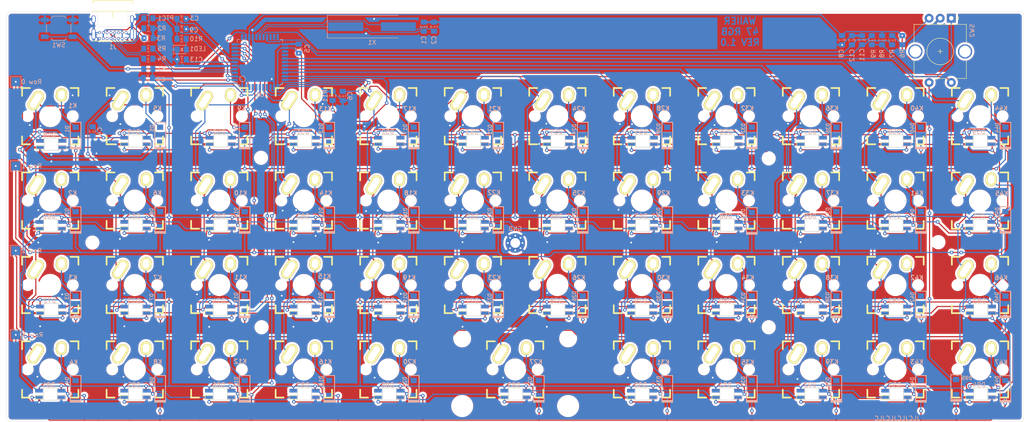
<source format=kicad_pcb>
(kicad_pcb (version 20171130) (host pcbnew "(5.1.0)-1")
  (layers (0 F.Cu signal) (31 B.Cu signal) (34 B.Paste user) (35 F.Paste user) (36 B.SilkS user) (37 F.SilkS user) (38 B.Mask user) (39 F.Mask user) (44 Edge.Cuts user))
  (net 0 "")
  (net 1 5V)
  (net 2 /ENCODER_BOUT)
  (net 3 /ENCODER_AOUT)
  (net 4 /ROW0)
  (net 5 "Net-(D1-Pad2)")
  (net 6 /ROW1)
  (net 7 "Net-(D2-Pad2)")
  (net 8 /ROW2)
  (net 9 "Net-(D3-Pad2)")
  (net 10 /ROW3)
  (net 11 "Net-(D4-Pad2)")
  (net 12 "Net-(D5-Pad2)")
  (net 13 "Net-(D6-Pad2)")
  (net 14 "Net-(D7-Pad2)")
  (net 15 "Net-(D8-Pad2)")
  (net 16 "Net-(D9-Pad2)")
  (net 17 "Net-(D10-Pad2)")
  (net 18 "Net-(D11-Pad2)")
  (net 19 "Net-(D12-Pad2)")
  (net 20 "Net-(D13-Pad2)")
  (net 21 "Net-(D14-Pad2)")
  (net 22 "Net-(D15-Pad2)")
  (net 23 "Net-(D16-Pad2)")
  (net 24 "Net-(D17-Pad2)")
  (net 25 "Net-(D18-Pad2)")
  (net 26 "Net-(D19-Pad2)")
  (net 27 "Net-(D20-Pad2)")
  (net 28 "Net-(D21-Pad2)")
  (net 29 "Net-(D22-Pad2)")
  (net 30 "Net-(D23-Pad2)")
  (net 31 "Net-(D24-Pad2)")
  (net 32 "Net-(D25-Pad2)")
  (net 33 "Net-(D26-Pad2)")
  (net 34 "Net-(D27-Pad2)")
  (net 35 "Net-(D28-Pad2)")
  (net 36 "Net-(D29-Pad2)")
  (net 37 "Net-(D30-Pad2)")
  (net 38 "Net-(D31-Pad2)")
  (net 39 "Net-(D32-Pad2)")
  (net 40 "Net-(D33-Pad2)")
  (net 41 "Net-(D34-Pad2)")
  (net 42 "Net-(D35-Pad2)")
  (net 43 "Net-(D36-Pad2)")
  (net 44 "Net-(D37-Pad2)")
  (net 45 "Net-(D38-Pad2)")
  (net 46 "Net-(D39-Pad2)")
  (net 47 "Net-(D40-Pad2)")
  (net 48 "Net-(D41-Pad2)")
  (net 49 "Net-(D42-Pad2)")
  (net 50 "Net-(D43-Pad2)")
  (net 51 "Net-(D44-Pad2)")
  (net 52 "Net-(D46-Pad2)")
  (net 53 "Net-(D48-Pad4)")
  (net 54 /RGB)
  (net 55 "Net-(D49-Pad4)")
  (net 56 "Net-(D50-Pad4)")
  (net 57 "Net-(D51-Pad4)")
  (net 58 "Net-(D52-Pad4)")
  (net 59 "Net-(D54-Pad4)")
  (net 60 "Net-(D56-Pad4)")
  (net 61 "Net-(D58-Pad4)")
  (net 62 "Net-(D60-Pad4)")
  (net 63 "Net-(D61-Pad2)")
  (net 64 "Net-(D63-Pad2)")
  (net 65 "Net-(D65-Pad2)")
  (net 66 "Net-(D67-Pad2)")
  (net 67 "Net-(D69-Pad2)")
  (net 68 "Net-(D73-Pad4)")
  (net 69 "Net-(D75-Pad4)")
  (net 70 "Net-(D77-Pad4)")
  (net 71 "Net-(D79-Pad4)")
  (net 72 "Net-(D81-Pad4)")
  (net 73 "Net-(D83-Pad4)")
  (net 74 "Net-(D84-Pad2)")
  (net 75 "Net-(D86-Pad2)")
  (net 76 "Net-(D88-Pad2)")
  (net 77 "Net-(D90-Pad2)")
  (net 78 /ENCODER_S1)
  (net 79 "Net-(J1-PadA5)")
  (net 80 VCC)
  (net 81 "Net-(J1-PadA8)")
  (net 82 "Net-(J1-PadB8)")
  (net 83 "Net-(J1-PadB5)")
  (net 84 /COL0)
  (net 85 /COL1)
  (net 86 /COL2)
  (net 87 /COL3)
  (net 88 /COL4)
  (net 89 /COL5)
  (net 90 /COL6)
  (net 91 /COL7)
  (net 92 /COL8)
  (net 93 /COL9)
  (net 94 /COL10)
  (net 95 /COL11)
  (net 96 "Net-(LED1-Pad2)")
  (net 97 /RESET)
  (net 98 /D-)
  (net 99 /D+)
  (net 100 /ENCODER_B)
  (net 101 /ENCODER_A)
  (net 102 "Net-(U1-Pad42)")
  (net 103 "Net-(U1-Pad26)")
  (net 104 "Net-(U1-Pad22)")
  (net 105 "Net-(U1-Pad21)")
  (net 106 "Net-(U1-Pad20)")
  (net 107 "Net-(U1-Pad12)")
  (net 108 "Net-(R11-Pad2)")
  (net 109 GND)
  (net 110 "Net-(D53-Pad4)")
  (net 111 "Net-(D55-Pad4)")
  (net 112 "Net-(D57-Pad4)")
  (net 113 "Net-(D59-Pad4)")
  (net 114 "Net-(D60-Pad2)")
  (net 115 "Net-(D62-Pad2)")
  (net 116 "Net-(D64-Pad2)")
  (net 117 "Net-(D66-Pad2)")
  (net 118 "Net-(D68-Pad2)")
  (net 119 "Net-(D70-Pad2)")
  (net 120 "Net-(D72-Pad4)")
  (net 121 "Net-(D74-Pad4)")
  (net 122 "Net-(D76-Pad4)")
  (net 123 "Net-(D78-Pad4)")
  (net 124 "Net-(D80-Pad4)")
  (net 125 "Net-(D82-Pad4)")
  (net 126 "Net-(D85-Pad2)")
  (net 127 "Net-(D87-Pad2)")
  (net 128 "Net-(D89-Pad2)")
  (net 129 "Net-(D91-Pad2)")
  (net 130 "Net-(D92-Pad2)")
  (net 131 "Net-(D45-Pad2)")
  (net 132 "Net-(D47-Pad2)")
  (net 133 /XTAL_P)
  (net 134 /XTAL_N)
  (net 135 "Net-(U1-Pad25)")
  (net 136 "Net-(J1-PadA6)")
  (net 137 "Net-(J1-PadA7)")
  (net 138 "Net-(C13-Pad1)")
  (net 139 "Net-(D84-Pad4)")
  (net 140 "Net-(D93-Pad2)")
  (module keebs:Mx_Alps_100 (layer F.Cu) (at 112.395 56.007)
    (fp_text reference K18 (at 5.0292 -1.7018) (layer B.SilkS) (effects (font (thickness 0.2)) (justify mirror)))
    (fp_text value KEYSW hide)
    (pad 2 thru_hole oval (at 2.52 -4.79 356.1) (size 2.5 3.08) (drill oval 1.5 2.08) (layers *.Cu *.Mask F.SilkS) (net 25 "Net-(D18-Pad2)"))
    (pad 1 thru_hole oval (at -3.255 -3.52 327.5) (size 2.5 4.75) (drill oval 1.5 3.75) (layers *.Cu *.Mask F.SilkS) (net 88 /COL4))
    (pad "" np_thru_hole circle (at 5.08 0) (size 1.7018 1.7018) (drill 1.7018) (layers *.Cu *.Mask))
    (pad "" np_thru_hole circle (at -5.08 0) (size 1.7018 1.7018) (drill 1.7018) (layers *.Cu *.Mask))
    (pad "" np_thru_hole circle (at 0 0) (size 3.9878 3.9878) (drill 3.9878) (layers *.Cu *.Mask))
  )
  (module keebs:Mx_Alps_100 (layer F.Cu) (at 131.445 56.007)
    (fp_text reference K22 (at 4.7752 -1.8034) (layer B.SilkS) (effects (font (thickness 0.2)) (justify mirror)))
    (fp_text value KEYSW hide)
    (pad 2 thru_hole oval (at 2.52 -4.79 356.1) (size 2.5 3.08) (drill oval 1.5 2.08) (layers *.Cu *.Mask F.SilkS) (net 29 "Net-(D22-Pad2)"))
    (pad 1 thru_hole oval (at -3.255 -3.52 327.5) (size 2.5 4.75) (drill oval 1.5 3.75) (layers *.Cu *.Mask F.SilkS) (net 89 /COL5))
    (pad "" np_thru_hole circle (at 5.08 0) (size 1.7018 1.7018) (drill 1.7018) (layers *.Cu *.Mask))
    (pad "" np_thru_hole circle (at -5.08 0) (size 1.7018 1.7018) (drill 1.7018) (layers *.Cu *.Mask))
    (pad "" np_thru_hole circle (at 0 0) (size 3.9878 3.9878) (drill 3.9878) (layers *.Cu *.Mask))
  )
  (module MountingHole:MountingHole_2.2mm_M2_DIN965 (layer F.Cu) (at 45.6946 65.4812)
    (fp_text reference "" (at 0 -2.9) (layer F.SilkS))
    (fp_text value MountingHole_2.2mm_M2_DIN965)
    (pad 1 np_thru_hole circle (at 0 0) (size 2.2 2.2) (drill 2.2) (layers *.Cu *.Mask))
  )
  (module keebs:Mx_Alps_100 (layer F.Cu) (at 36.195 56.007)
    (fp_text reference K2 (at 5.0292 -1.7018) (layer B.SilkS) (effects (font (thickness 0.2)) (justify mirror)))
    (fp_text value KEYSW hide)
    (pad 2 thru_hole oval (at 2.52 -4.79 356.1) (size 2.5 3.08) (drill oval 1.5 2.08) (layers *.Cu *.Mask F.SilkS) (net 7 "Net-(D2-Pad2)"))
    (pad 1 thru_hole oval (at -3.255 -3.52 327.5) (size 2.5 4.75) (drill oval 1.5 3.75) (layers *.Cu *.Mask F.SilkS) (net 84 /COL0))
    (pad "" np_thru_hole circle (at 5.08 0) (size 1.7018 1.7018) (drill 1.7018) (layers *.Cu *.Mask))
    (pad "" np_thru_hole circle (at -5.08 0) (size 1.7018 1.7018) (drill 1.7018) (layers *.Cu *.Mask))
    (pad "" np_thru_hole circle (at 0 0) (size 3.9878 3.9878) (drill 3.9878) (layers *.Cu *.Mask))
  )
  (module keebs:Mx_Alps_100 (layer F.Cu) (at 36.195 36.957)
    (fp_text reference K1 (at 5.0292 -2.3622) (layer B.SilkS) (effects (font (thickness 0.2)) (justify mirror)))
    (fp_text value KEYSW hide)
    (pad 2 thru_hole oval (at 2.52 -4.79 356.1) (size 2.5 3.08) (drill oval 1.5 2.08) (layers *.Cu *.Mask F.SilkS) (net 5 "Net-(D1-Pad2)"))
    (pad 1 thru_hole oval (at -3.255 -3.52 327.5) (size 2.5 4.75) (drill oval 1.5 3.75) (layers *.Cu *.Mask F.SilkS) (net 84 /COL0))
    (pad "" np_thru_hole circle (at 5.08 0) (size 1.7018 1.7018) (drill 1.7018) (layers *.Cu *.Mask))
    (pad "" np_thru_hole circle (at -5.08 0) (size 1.7018 1.7018) (drill 1.7018) (layers *.Cu *.Mask))
    (pad "" np_thru_hole circle (at 0 0) (size 3.9878 3.9878) (drill 3.9878) (layers *.Cu *.Mask))
  )
  (module Capacitor_SMD:C_0805_2012Metric_Pad1.15x1.40mm_HandSolder (layer B.Cu) (at 120.396 16.764 270)
    (fp_text reference C1 (at 3.048 0 270) (layer B.SilkS) (effects (justify mirror)))
    (fp_text value 22p)
    (pad 2 smd roundrect (at 1.025 0 270) (size 1.15 1.4) (layers B.Cu B.Paste B.Mask) (roundrect_rratio 0.217391) (net 133 /XTAL_P))
    (pad 1 smd roundrect (at -1.025 0 270) (size 1.15 1.4) (layers B.Cu B.Paste B.Mask) (roundrect_rratio 0.217391) (net 109 GND))
  )
  (module Capacitor_SMD:C_0805_2012Metric_Pad1.15x1.40mm_HandSolder (layer B.Cu) (at 122.682 16.764 270)
    (fp_text reference C2 (at 3.048 0 90) (layer B.SilkS) (effects (justify mirror)))
    (fp_text value 22p)
    (pad 2 smd roundrect (at 1.025 0 270) (size 1.15 1.4) (layers B.Cu B.Paste B.Mask) (roundrect_rratio 0.217391) (net 134 /XTAL_N))
    (pad 1 smd roundrect (at -1.025 0 270) (size 1.15 1.4) (layers B.Cu B.Paste B.Mask) (roundrect_rratio 0.217391) (net 109 GND))
  )
  (module Capacitor_SMD:C_0805_2012Metric_Pad1.15x1.40mm_HandSolder (layer B.Cu) (at 65.786 15.018 180)
    (fp_text reference C3 (at -2.921 0.127 180) (layer B.SilkS) (effects (justify mirror)))
    (fp_text value 0.1u)
    (pad 2 smd roundrect (at 1.025 0 180) (size 1.15 1.4) (layers B.Cu B.Paste B.Mask) (roundrect_rratio 0.217391) (net 1 5V))
    (pad 1 smd roundrect (at -1.025 0 180) (size 1.15 1.4) (layers B.Cu B.Paste B.Mask) (roundrect_rratio 0.217391) (net 109 GND))
  )
  (module Capacitor_SMD:C_0805_2012Metric_Pad1.15x1.40mm_HandSolder (layer B.Cu) (at 45.72 40.386 90)
    (fp_text reference C4 (at 0 1.65 90) (layer B.SilkS) (effects (justify mirror)))
    (fp_text value 0.1u)
    (pad 2 smd roundrect (at 1.025 0 90) (size 1.15 1.4) (layers B.Cu B.Paste B.Mask) (roundrect_rratio 0.217391) (net 1 5V))
    (pad 1 smd roundrect (at -1.025 0 90) (size 1.15 1.4) (layers B.Cu B.Paste B.Mask) (roundrect_rratio 0.217391) (net 109 GND))
  )
  (module Capacitor_SMD:C_0805_2012Metric_Pad1.15x1.40mm_HandSolder (layer B.Cu) (at 92.202 21.717 270)
    (fp_text reference C5 (at 0 -1.905 270) (layer B.SilkS) (effects (justify mirror)))
    (fp_text value 0.1u)
    (pad 2 smd roundrect (at 1.025 0 270) (size 1.15 1.4) (layers B.Cu B.Paste B.Mask) (roundrect_rratio 0.217391) (net 1 5V))
    (pad 1 smd roundrect (at -1.025 0 270) (size 1.15 1.4) (layers B.Cu B.Paste B.Mask) (roundrect_rratio 0.217391) (net 109 GND))
  )
  (module Capacitor_SMD:C_0805_2012Metric_Pad1.15x1.40mm_HandSolder (layer B.Cu) (at 102.108 32.385 90)
    (fp_text reference C6 (at 0 1.65 90) (layer B.SilkS) (effects (justify mirror)))
    (fp_text value 0.1u)
    (pad 2 smd roundrect (at 1.025 0 90) (size 1.15 1.4) (layers B.Cu B.Paste B.Mask) (roundrect_rratio 0.217391) (net 1 5V))
    (pad 1 smd roundrect (at -1.025 0 90) (size 1.15 1.4) (layers B.Cu B.Paste B.Mask) (roundrect_rratio 0.217391) (net 109 GND))
  )
  (module keyboard_parts:D_SOD123 (layer B.Cu) (at 41.91 41.148 90)
    (fp_text reference D1 (at 1.27 -1.905 90) (layer B.SilkS) (effects (font (size 0.8 0.8)) (justify mirror)))
    (fp_text value D hide)
    (pad 1 smd rect (at -1.7 0 90) (size 1.2 1.4) (layers B.Cu B.Paste B.Mask) (net 4 /ROW0))
    (pad 2 smd rect (at 1.7 0 90) (size 1.2 1.4) (layers B.Cu B.Paste B.Mask) (net 5 "Net-(D1-Pad2)"))
  )
  (module keyboard_parts:D_SOD123 (layer B.Cu) (at 41.91 60.198 90)
    (fp_text reference D2 (at 1.7272 -1.925 90) (layer B.SilkS) (effects (font (size 0.8 0.8)) (justify mirror)))
    (fp_text value D hide)
    (pad 1 smd rect (at -1.7 0 90) (size 1.2 1.4) (layers B.Cu B.Paste B.Mask) (net 6 /ROW1))
    (pad 2 smd rect (at 1.7 0 90) (size 1.2 1.4) (layers B.Cu B.Paste B.Mask) (net 7 "Net-(D2-Pad2)"))
  )
  (module keyboard_parts:D_SOD123 (layer B.Cu) (at 41.91 79.248 90)
    (fp_text reference D3 (at 1.6764 -1.925 90) (layer B.SilkS) (effects (font (size 0.8 0.8)) (justify mirror)))
    (fp_text value D hide)
    (pad 1 smd rect (at -1.7 0 90) (size 1.2 1.4) (layers B.Cu B.Paste B.Mask) (net 8 /ROW2))
    (pad 2 smd rect (at 1.7 0 90) (size 1.2 1.4) (layers B.Cu B.Paste B.Mask) (net 9 "Net-(D3-Pad2)"))
  )
  (module keyboard_parts:D_SOD123 (layer B.Cu) (at 41.91 98.298 90)
    (fp_text reference D4 (at 1.7272 -1.905 90) (layer B.SilkS) (effects (font (size 0.8 0.8)) (justify mirror)))
    (fp_text value D hide)
    (pad 1 smd rect (at -1.7 0 90) (size 1.2 1.4) (layers B.Cu B.Paste B.Mask) (net 10 /ROW3))
    (pad 2 smd rect (at 1.7 0 90) (size 1.2 1.4) (layers B.Cu B.Paste B.Mask) (net 11 "Net-(D4-Pad2)"))
  )
  (module keyboard_parts:D_SOD123 (layer B.Cu) (at 60.96 41.148 90)
    (fp_text reference D5 (at 1.4732 -1.8542 90) (layer B.SilkS) (effects (font (size 0.8 0.8)) (justify mirror)))
    (fp_text value D hide)
    (pad 1 smd rect (at -1.7 0 90) (size 1.2 1.4) (layers B.Cu B.Paste B.Mask) (net 4 /ROW0))
    (pad 2 smd rect (at 1.7 0 90) (size 1.2 1.4) (layers B.Cu B.Paste B.Mask) (net 12 "Net-(D5-Pad2)"))
  )
  (module keyboard_parts:D_SOD123 (layer B.Cu) (at 60.96 60.198 90)
    (fp_text reference D6 (at 1.7272 -1.925 90) (layer B.SilkS) (effects (font (size 0.8 0.8)) (justify mirror)))
    (fp_text value D hide)
    (pad 1 smd rect (at -1.7 0 90) (size 1.2 1.4) (layers B.Cu B.Paste B.Mask) (net 6 /ROW1))
    (pad 2 smd rect (at 1.7 0 90) (size 1.2 1.4) (layers B.Cu B.Paste B.Mask) (net 13 "Net-(D6-Pad2)"))
  )
  (module keyboard_parts:D_SOD123 (layer B.Cu) (at 60.96 79.248 90)
    (fp_text reference D7 (at 1.4732 -1.925 90) (layer B.SilkS) (effects (font (size 0.8 0.8)) (justify mirror)))
    (fp_text value D hide)
    (pad 1 smd rect (at -1.7 0 90) (size 1.2 1.4) (layers B.Cu B.Paste B.Mask) (net 8 /ROW2))
    (pad 2 smd rect (at 1.7 0 90) (size 1.2 1.4) (layers B.Cu B.Paste B.Mask) (net 14 "Net-(D7-Pad2)"))
  )
  (module keyboard_parts:D_SOD123 (layer B.Cu) (at 60.96 98.298 90)
    (fp_text reference D8 (at 1.7272 -1.8542 90) (layer B.SilkS) (effects (font (size 0.8 0.8)) (justify mirror)))
    (fp_text value D hide)
    (pad 1 smd rect (at -1.7 0 90) (size 1.2 1.4) (layers B.Cu B.Paste B.Mask) (net 10 /ROW3))
    (pad 2 smd rect (at 1.7 0 90) (size 1.2 1.4) (layers B.Cu B.Paste B.Mask) (net 15 "Net-(D8-Pad2)"))
  )
  (module keyboard_parts:D_SOD123 (layer B.Cu) (at 80.01 41.148 90)
    (fp_text reference D9 (at 1.6764 -1.925 90) (layer B.SilkS) (effects (font (size 0.8 0.8)) (justify mirror)))
    (fp_text value D hide)
    (pad 1 smd rect (at -1.7 0 90) (size 1.2 1.4) (layers B.Cu B.Paste B.Mask) (net 4 /ROW0))
    (pad 2 smd rect (at 1.7 0 90) (size 1.2 1.4) (layers B.Cu B.Paste B.Mask) (net 16 "Net-(D9-Pad2)"))
  )
  (module keyboard_parts:D_SOD123 (layer B.Cu) (at 80.01 60.198 90)
    (fp_text reference D10 (at 1.524 -1.925 90) (layer B.SilkS) (effects (font (size 0.8 0.8)) (justify mirror)))
    (fp_text value D hide)
    (pad 1 smd rect (at -1.7 0 90) (size 1.2 1.4) (layers B.Cu B.Paste B.Mask) (net 6 /ROW1))
    (pad 2 smd rect (at 1.7 0 90) (size 1.2 1.4) (layers B.Cu B.Paste B.Mask) (net 17 "Net-(D10-Pad2)"))
  )
  (module keyboard_parts:D_SOD123 (layer B.Cu) (at 80.01 79.248 90)
    (fp_text reference D11 (at 1.3716 -1.925 90) (layer B.SilkS) (effects (font (size 0.8 0.8)) (justify mirror)))
    (fp_text value D hide)
    (pad 1 smd rect (at -1.7 0 90) (size 1.2 1.4) (layers B.Cu B.Paste B.Mask) (net 8 /ROW2))
    (pad 2 smd rect (at 1.7 0 90) (size 1.2 1.4) (layers B.Cu B.Paste B.Mask) (net 18 "Net-(D11-Pad2)"))
  )
  (module keyboard_parts:D_SOD123 (layer B.Cu) (at 80.01 98.298 90)
    (fp_text reference D12 (at 1.4224 -1.905 90) (layer B.SilkS) (effects (font (size 0.8 0.8)) (justify mirror)))
    (fp_text value D hide)
    (pad 1 smd rect (at -1.7 0 90) (size 1.2 1.4) (layers B.Cu B.Paste B.Mask) (net 10 /ROW3))
    (pad 2 smd rect (at 1.7 0 90) (size 1.2 1.4) (layers B.Cu B.Paste B.Mask) (net 19 "Net-(D12-Pad2)"))
  )
  (module keyboard_parts:D_SOD123 (layer B.Cu) (at 99.06 41.148 90)
    (fp_text reference D13 (at 1.4732 -1.8542 90) (layer B.SilkS) (effects (font (size 0.8 0.8)) (justify mirror)))
    (fp_text value D hide)
    (pad 1 smd rect (at -1.7 0 90) (size 1.2 1.4) (layers B.Cu B.Paste B.Mask) (net 4 /ROW0))
    (pad 2 smd rect (at 1.7 0 90) (size 1.2 1.4) (layers B.Cu B.Paste B.Mask) (net 20 "Net-(D13-Pad2)"))
  )
  (module keyboard_parts:D_SOD123 (layer B.Cu) (at 99.06 60.198 90)
    (fp_text reference D14 (at 1.524 -1.8542 90) (layer B.SilkS) (effects (font (size 0.8 0.8)) (justify mirror)))
    (fp_text value D hide)
    (pad 1 smd rect (at -1.7 0 90) (size 1.2 1.4) (layers B.Cu B.Paste B.Mask) (net 6 /ROW1))
    (pad 2 smd rect (at 1.7 0 90) (size 1.2 1.4) (layers B.Cu B.Paste B.Mask) (net 21 "Net-(D14-Pad2)"))
  )
  (module keyboard_parts:D_SOD123 (layer B.Cu) (at 99.06 79.248 90)
    (fp_text reference D15 (at 1.3716 -1.9558 90) (layer B.SilkS) (effects (font (size 0.8 0.8)) (justify mirror)))
    (fp_text value D hide)
    (pad 1 smd rect (at -1.7 0 90) (size 1.2 1.4) (layers B.Cu B.Paste B.Mask) (net 8 /ROW2))
    (pad 2 smd rect (at 1.7 0 90) (size 1.2 1.4) (layers B.Cu B.Paste B.Mask) (net 22 "Net-(D15-Pad2)"))
  )
  (module keyboard_parts:D_SOD123 (layer B.Cu) (at 99.06 98.298 90)
    (fp_text reference D16 (at 1.6256 -1.8542 90) (layer B.SilkS) (effects (font (size 0.8 0.8)) (justify mirror)))
    (fp_text value D hide)
    (pad 1 smd rect (at -1.7 0 90) (size 1.2 1.4) (layers B.Cu B.Paste B.Mask) (net 10 /ROW3))
    (pad 2 smd rect (at 1.7 0 90) (size 1.2 1.4) (layers B.Cu B.Paste B.Mask) (net 23 "Net-(D16-Pad2)"))
  )
  (module keyboard_parts:D_SOD123 (layer B.Cu) (at 118.11 41.148 90)
    (fp_text reference D17 (at 1.27 -1.925 90) (layer B.SilkS) (effects (font (size 0.8 0.8)) (justify mirror)))
    (fp_text value D hide)
    (pad 1 smd rect (at -1.7 0 90) (size 1.2 1.4) (layers B.Cu B.Paste B.Mask) (net 4 /ROW0))
    (pad 2 smd rect (at 1.7 0 90) (size 1.2 1.4) (layers B.Cu B.Paste B.Mask) (net 24 "Net-(D17-Pad2)"))
  )
  (module keyboard_parts:D_SOD123 (layer B.Cu) (at 118.11 60.198 90)
    (fp_text reference D18 (at 1.4224 -1.905 90) (layer B.SilkS) (effects (font (size 0.8 0.8)) (justify mirror)))
    (fp_text value D hide)
    (pad 1 smd rect (at -1.7 0 90) (size 1.2 1.4) (layers B.Cu B.Paste B.Mask) (net 6 /ROW1))
    (pad 2 smd rect (at 1.7 0 90) (size 1.2 1.4) (layers B.Cu B.Paste B.Mask) (net 25 "Net-(D18-Pad2)"))
  )
  (module keyboard_parts:D_SOD123 (layer B.Cu) (at 118.11 79.248 90)
    (fp_text reference D19 (at 1.3716 -1.925 90) (layer B.SilkS) (effects (font (size 0.8 0.8)) (justify mirror)))
    (fp_text value D hide)
    (pad 1 smd rect (at -1.7 0 90) (size 1.2 1.4) (layers B.Cu B.Paste B.Mask) (net 8 /ROW2))
    (pad 2 smd rect (at 1.7 0 90) (size 1.2 1.4) (layers B.Cu B.Paste B.Mask) (net 26 "Net-(D19-Pad2)"))
  )
  (module keyboard_parts:D_SOD123 (layer B.Cu) (at 118.11 98.298 90)
    (fp_text reference D20 (at 1.4224 -2.0066 90) (layer B.SilkS) (effects (font (size 0.8 0.8)) (justify mirror)))
    (fp_text value D hide)
    (pad 1 smd rect (at -1.7 0 90) (size 1.2 1.4) (layers B.Cu B.Paste B.Mask) (net 10 /ROW3))
    (pad 2 smd rect (at 1.7 0 90) (size 1.2 1.4) (layers B.Cu B.Paste B.Mask) (net 27 "Net-(D20-Pad2)"))
  )
  (module keyboard_parts:D_SOD123 (layer B.Cu) (at 137.16 41.148 90)
    (fp_text reference D21 (at 1.1684 -1.8542 90) (layer B.SilkS) (effects (font (size 0.8 0.8)) (justify mirror)))
    (fp_text value D hide)
    (pad 1 smd rect (at -1.7 0 90) (size 1.2 1.4) (layers B.Cu B.Paste B.Mask) (net 4 /ROW0))
    (pad 2 smd rect (at 1.7 0 90) (size 1.2 1.4) (layers B.Cu B.Paste B.Mask) (net 28 "Net-(D21-Pad2)"))
  )
  (module keyboard_parts:D_SOD123 (layer B.Cu) (at 137.16 60.198 90)
    (fp_text reference D22 (at 1.4224 -1.925 90) (layer B.SilkS) (effects (font (size 0.8 0.8)) (justify mirror)))
    (fp_text value D hide)
    (pad 1 smd rect (at -1.7 0 90) (size 1.2 1.4) (layers B.Cu B.Paste B.Mask) (net 6 /ROW1))
    (pad 2 smd rect (at 1.7 0 90) (size 1.2 1.4) (layers B.Cu B.Paste B.Mask) (net 29 "Net-(D22-Pad2)"))
  )
  (module keyboard_parts:D_SOD123 (layer B.Cu) (at 137.16 79.248 90)
    (fp_text reference D23 (at 1.1684 -1.925 90) (layer B.SilkS) (effects (font (size 0.8 0.8)) (justify mirror)))
    (fp_text value D hide)
    (pad 1 smd rect (at -1.7 0 90) (size 1.2 1.4) (layers B.Cu B.Paste B.Mask) (net 8 /ROW2))
    (pad 2 smd rect (at 1.7 0 90) (size 1.2 1.4) (layers B.Cu B.Paste B.Mask) (net 30 "Net-(D23-Pad2)"))
  )
  (module keyboard_parts:D_SOD123 (layer B.Cu) (at 156.21 41.148 90)
    (fp_text reference D24 (at 1.27 -1.925 90) (layer B.SilkS) (effects (font (size 0.8 0.8)) (justify mirror)))
    (fp_text value D hide)
    (pad 1 smd rect (at -1.7 0 90) (size 1.2 1.4) (layers B.Cu B.Paste B.Mask) (net 4 /ROW0))
    (pad 2 smd rect (at 1.7 0 90) (size 1.2 1.4) (layers B.Cu B.Paste B.Mask) (net 31 "Net-(D24-Pad2)"))
  )
  (module keyboard_parts:D_SOD123 (layer B.Cu) (at 156.21 60.198 90)
    (fp_text reference D25 (at 1.4224 -1.905 90) (layer B.SilkS) (effects (font (size 0.8 0.8)) (justify mirror)))
    (fp_text value D hide)
    (pad 1 smd rect (at -1.7 0 90) (size 1.2 1.4) (layers B.Cu B.Paste B.Mask) (net 6 /ROW1))
    (pad 2 smd rect (at 1.7 0 90) (size 1.2 1.4) (layers B.Cu B.Paste B.Mask) (net 32 "Net-(D25-Pad2)"))
  )
  (module keyboard_parts:D_SOD123 (layer B.Cu) (at 156.21 79.248 90)
    (fp_text reference D26 (at 1.6764 -1.925 90) (layer B.SilkS) (effects (font (size 0.8 0.8)) (justify mirror)))
    (fp_text value D hide)
    (pad 1 smd rect (at -1.7 0 90) (size 1.2 1.4) (layers B.Cu B.Paste B.Mask) (net 8 /ROW2))
    (pad 2 smd rect (at 1.7 0 90) (size 1.2 1.4) (layers B.Cu B.Paste B.Mask) (net 33 "Net-(D26-Pad2)"))
  )
  (module keyboard_parts:D_SOD123 (layer B.Cu) (at 146.304 98.298 90)
    (fp_text reference D27 (at 1.4224 -1.9558 90) (layer B.SilkS) (effects (font (size 0.8 0.8)) (justify mirror)))
    (fp_text value D hide)
    (pad 1 smd rect (at -1.7 0 90) (size 1.2 1.4) (layers B.Cu B.Paste B.Mask) (net 10 /ROW3))
    (pad 2 smd rect (at 1.7 0 90) (size 1.2 1.4) (layers B.Cu B.Paste B.Mask) (net 34 "Net-(D27-Pad2)"))
  )
  (module keyboard_parts:D_SOD123 (layer B.Cu) (at 175.26 41.148 90)
    (fp_text reference D28 (at 1.4732 -1.9558 90) (layer B.SilkS) (effects (font (size 0.8 0.8)) (justify mirror)))
    (fp_text value D hide)
    (pad 1 smd rect (at -1.7 0 90) (size 1.2 1.4) (layers B.Cu B.Paste B.Mask) (net 4 /ROW0))
    (pad 2 smd rect (at 1.7 0 90) (size 1.2 1.4) (layers B.Cu B.Paste B.Mask) (net 35 "Net-(D28-Pad2)"))
  )
  (module keyboard_parts:D_SOD123 (layer B.Cu) (at 175.26 60.198 90)
    (fp_text reference D29 (at 1.524 -1.9558 90) (layer B.SilkS) (effects (font (size 0.8 0.8)) (justify mirror)))
    (fp_text value D hide)
    (pad 1 smd rect (at -1.7 0 90) (size 1.2 1.4) (layers B.Cu B.Paste B.Mask) (net 6 /ROW1))
    (pad 2 smd rect (at 1.7 0 90) (size 1.2 1.4) (layers B.Cu B.Paste B.Mask) (net 36 "Net-(D29-Pad2)"))
  )
  (module keyboard_parts:D_SOD123 (layer B.Cu) (at 175.26 79.248 90)
    (fp_text reference D30 (at 1.5748 -1.925 90) (layer B.SilkS) (effects (font (size 0.8 0.8)) (justify mirror)))
    (fp_text value D hide)
    (pad 1 smd rect (at -1.7 0 90) (size 1.2 1.4) (layers B.Cu B.Paste B.Mask) (net 8 /ROW2))
    (pad 2 smd rect (at 1.7 0 90) (size 1.2 1.4) (layers B.Cu B.Paste B.Mask) (net 37 "Net-(D30-Pad2)"))
  )
  (module keyboard_parts:D_SOD123 (layer B.Cu) (at 175.26 98.298 90)
    (fp_text reference D31 (at 1.6256 -1.925 90) (layer B.SilkS) (effects (font (size 0.8 0.8)) (justify mirror)))
    (fp_text value D hide)
    (pad 1 smd rect (at -1.7 0 90) (size 1.2 1.4) (layers B.Cu B.Paste B.Mask) (net 10 /ROW3))
    (pad 2 smd rect (at 1.7 0 90) (size 1.2 1.4) (layers B.Cu B.Paste B.Mask) (net 38 "Net-(D31-Pad2)"))
  )
  (module keyboard_parts:D_SOD123 (layer B.Cu) (at 194.31 41.148 90)
    (fp_text reference D32 (at 1.4732 -1.905 90) (layer B.SilkS) (effects (font (size 0.8 0.8)) (justify mirror)))
    (fp_text value D hide)
    (pad 1 smd rect (at -1.7 0 90) (size 1.2 1.4) (layers B.Cu B.Paste B.Mask) (net 4 /ROW0))
    (pad 2 smd rect (at 1.7 0 90) (size 1.2 1.4) (layers B.Cu B.Paste B.Mask) (net 39 "Net-(D32-Pad2)"))
  )
  (module keyboard_parts:D_SOD123 (layer B.Cu) (at 194.31 60.403 90)
    (fp_text reference D33 (at 1.4242 -1.925 90) (layer B.SilkS) (effects (font (size 0.8 0.8)) (justify mirror)))
    (fp_text value D hide)
    (pad 1 smd rect (at -1.7 0 90) (size 1.2 1.4) (layers B.Cu B.Paste B.Mask) (net 6 /ROW1))
    (pad 2 smd rect (at 1.7 0 90) (size 1.2 1.4) (layers B.Cu B.Paste B.Mask) (net 40 "Net-(D33-Pad2)"))
  )
  (module keyboard_parts:D_SOD123 (layer B.Cu) (at 194.31 79.248 90)
    (fp_text reference D34 (at 1.3716 -1.925 90) (layer B.SilkS) (effects (font (size 0.8 0.8)) (justify mirror)))
    (fp_text value D hide)
    (pad 1 smd rect (at -1.7 0 90) (size 1.2 1.4) (layers B.Cu B.Paste B.Mask) (net 8 /ROW2))
    (pad 2 smd rect (at 1.7 0 90) (size 1.2 1.4) (layers B.Cu B.Paste B.Mask) (net 41 "Net-(D34-Pad2)"))
  )
  (module keyboard_parts:D_SOD123 (layer B.Cu) (at 194.31 98.298 90)
    (fp_text reference D35 (at 1.524 -1.925 90) (layer B.SilkS) (effects (font (size 0.8 0.8)) (justify mirror)))
    (fp_text value D hide)
    (pad 1 smd rect (at -1.7 0 90) (size 1.2 1.4) (layers B.Cu B.Paste B.Mask) (net 10 /ROW3))
    (pad 2 smd rect (at 1.7 0 90) (size 1.2 1.4) (layers B.Cu B.Paste B.Mask) (net 42 "Net-(D35-Pad2)"))
  )
  (module keyboard_parts:D_SOD123 (layer B.Cu) (at 213.36 41.148 90)
    (fp_text reference D36 (at 1.4732 -1.8542 90) (layer B.SilkS) (effects (font (size 0.8 0.8)) (justify mirror)))
    (fp_text value D hide)
    (pad 1 smd rect (at -1.7 0 90) (size 1.2 1.4) (layers B.Cu B.Paste B.Mask) (net 4 /ROW0))
    (pad 2 smd rect (at 1.7 0 90) (size 1.2 1.4) (layers B.Cu B.Paste B.Mask) (net 43 "Net-(D36-Pad2)"))
  )
  (module keyboard_parts:D_SOD123 (layer B.Cu) (at 213.36 60.198 90)
    (fp_text reference D37 (at 1.524 -1.925 90) (layer B.SilkS) (effects (font (size 0.8 0.8)) (justify mirror)))
    (fp_text value D hide)
    (pad 1 smd rect (at -1.7 0 90) (size 1.2 1.4) (layers B.Cu B.Paste B.Mask) (net 6 /ROW1))
    (pad 2 smd rect (at 1.7 0 90) (size 1.2 1.4) (layers B.Cu B.Paste B.Mask) (net 44 "Net-(D37-Pad2)"))
  )
  (module keyboard_parts:D_SOD123 (layer B.Cu) (at 213.36 79.248 90)
    (fp_text reference D38 (at 1.4732 -1.9558 90) (layer B.SilkS) (effects (font (size 0.8 0.8)) (justify mirror)))
    (fp_text value D hide)
    (pad 1 smd rect (at -1.7 0 90) (size 1.2 1.4) (layers B.Cu B.Paste B.Mask) (net 8 /ROW2))
    (pad 2 smd rect (at 1.7 0 90) (size 1.2 1.4) (layers B.Cu B.Paste B.Mask) (net 45 "Net-(D38-Pad2)"))
  )
  (module keyboard_parts:D_SOD123 (layer B.Cu) (at 213.36 98.298 90)
    (fp_text reference D39 (at 1.3208 -1.925 90) (layer B.SilkS) (effects (font (size 0.8 0.8)) (justify mirror)))
    (fp_text value D hide)
    (pad 1 smd rect (at -1.7 0 90) (size 1.2 1.4) (layers B.Cu B.Paste B.Mask) (net 10 /ROW3))
    (pad 2 smd rect (at 1.7 0 90) (size 1.2 1.4) (layers B.Cu B.Paste B.Mask) (net 46 "Net-(D39-Pad2)"))
  )
  (module keyboard_parts:D_SOD123 (layer B.Cu) (at 232.41 41.148 90)
    (fp_text reference D40 (at 1.5748 -1.905 90) (layer B.SilkS) (effects (font (size 0.8 0.8)) (justify mirror)))
    (fp_text value D hide)
    (pad 1 smd rect (at -1.7 0 90) (size 1.2 1.4) (layers B.Cu B.Paste B.Mask) (net 4 /ROW0))
    (pad 2 smd rect (at 1.7 0 90) (size 1.2 1.4) (layers B.Cu B.Paste B.Mask) (net 47 "Net-(D40-Pad2)"))
  )
  (module keyboard_parts:D_SOD123 (layer B.Cu) (at 232.41 60.198 90)
    (fp_text reference D41 (at 1.2192 -1.925 90) (layer B.SilkS) (effects (font (size 0.8 0.8)) (justify mirror)))
    (fp_text value D hide)
    (pad 1 smd rect (at -1.7 0 90) (size 1.2 1.4) (layers B.Cu B.Paste B.Mask) (net 6 /ROW1))
    (pad 2 smd rect (at 1.7 0 90) (size 1.2 1.4) (layers B.Cu B.Paste B.Mask) (net 48 "Net-(D41-Pad2)"))
  )
  (module keyboard_parts:D_SOD123 (layer B.Cu) (at 232.41 79.248 90)
    (fp_text reference D42 (at 1.4732 -1.905 90) (layer B.SilkS) (effects (font (size 0.8 0.8)) (justify mirror)))
    (fp_text value D hide)
    (pad 1 smd rect (at -1.7 0 90) (size 1.2 1.4) (layers B.Cu B.Paste B.Mask) (net 8 /ROW2))
    (pad 2 smd rect (at 1.7 0 90) (size 1.2 1.4) (layers B.Cu B.Paste B.Mask) (net 49 "Net-(D42-Pad2)"))
  )
  (module keyboard_parts:D_SOD123 (layer B.Cu) (at 232.41 98.298 90)
    (fp_text reference D43 (at 1.3208 -1.905 90) (layer B.SilkS) (effects (font (size 0.8 0.8)) (justify mirror)))
    (fp_text value D hide)
    (pad 1 smd rect (at -1.7 0 90) (size 1.2 1.4) (layers B.Cu B.Paste B.Mask) (net 10 /ROW3))
    (pad 2 smd rect (at 1.7 0 90) (size 1.2 1.4) (layers B.Cu B.Paste B.Mask) (net 50 "Net-(D43-Pad2)"))
  )
  (module keyboard_parts:D_SOD123 (layer B.Cu) (at 251.46 41.148 90)
    (fp_text reference D44 (at 1.5748 -1.8542 90) (layer B.SilkS) (effects (font (size 0.8 0.8)) (justify mirror)))
    (fp_text value D hide)
    (pad 1 smd rect (at -1.7 0 90) (size 1.2 1.4) (layers B.Cu B.Paste B.Mask) (net 4 /ROW0))
    (pad 2 smd rect (at 1.7 0 90) (size 1.2 1.4) (layers B.Cu B.Paste B.Mask) (net 51 "Net-(D44-Pad2)"))
  )
  (module keyboard_parts:D_SOD123 (layer B.Cu) (at 251.46 60.198 90)
    (fp_text reference D45 (at 1.524 -1.8542 90) (layer B.SilkS) (effects (font (size 0.8 0.8)) (justify mirror)))
    (fp_text value D hide)
    (pad 1 smd rect (at -1.7 0 90) (size 1.2 1.4) (layers B.Cu B.Paste B.Mask) (net 6 /ROW1))
    (pad 2 smd rect (at 1.7 0 90) (size 1.2 1.4) (layers B.Cu B.Paste B.Mask) (net 131 "Net-(D45-Pad2)"))
  )
  (module keyboard_parts:D_SOD123 (layer B.Cu) (at 251.46 79.248 90)
    (fp_text reference D46 (at 1.4732 -1.9558 90) (layer B.SilkS) (effects (font (size 0.8 0.8)) (justify mirror)))
    (fp_text value D hide)
    (pad 1 smd rect (at -1.7 0 90) (size 1.2 1.4) (layers B.Cu B.Paste B.Mask) (net 8 /ROW2))
    (pad 2 smd rect (at 1.7 0 90) (size 1.2 1.4) (layers B.Cu B.Paste B.Mask) (net 52 "Net-(D46-Pad2)"))
  )
  (module keyboard_parts:D_SOD123 (layer B.Cu) (at 251.46 98.298 90)
    (fp_text reference D47 (at 1.6256 -1.925 90) (layer B.SilkS) (effects (font (size 0.8 0.8)) (justify mirror)))
    (fp_text value D hide)
    (pad 1 smd rect (at -1.7 0 90) (size 1.2 1.4) (layers B.Cu B.Paste B.Mask) (net 10 /ROW3))
    (pad 2 smd rect (at 1.7 0 90) (size 1.2 1.4) (layers B.Cu B.Paste B.Mask) (net 132 "Net-(D47-Pad2)"))
  )
  (module Type-C:USB_C_GCT_USB4085 (layer F.Cu) (at 50.292 13.335 180)
    (fp_text reference J1 (at 0 -8.001 180) (layer B.SilkS) (effects (justify mirror)))
    (fp_text value USB_C_Receptacle_USB2.0)
    (pad A5 thru_hole circle (at -1.275 -6.1 180) (size 0.65 0.65) (drill 0.4) (layers *.Cu *.Mask) (net 79 "Net-(J1-PadA5)"))
    (pad A1 thru_hole circle (at -2.975 -6.1 180) (size 0.65 0.65) (drill 0.4) (layers *.Cu *.Mask) (net 109 GND))
    (pad A4 thru_hole circle (at -2.125 -6.1 180) (size 0.65 0.65) (drill 0.4) (layers *.Cu *.Mask) (net 80 VCC))
    (pad A6 thru_hole circle (at -0.425 -6.1 180) (size 0.65 0.65) (drill 0.4) (layers *.Cu *.Mask) (net 136 "Net-(J1-PadA6)"))
    (pad A7 thru_hole circle (at 0.425 -6.1 180) (size 0.65 0.65) (drill 0.4) (layers *.Cu *.Mask) (net 137 "Net-(J1-PadA7)"))
    (pad A8 thru_hole circle (at 1.275 -6.1 180) (size 0.65 0.65) (drill 0.4) (layers *.Cu *.Mask) (net 81 "Net-(J1-PadA8)"))
    (pad A9 thru_hole circle (at 2.125 -6.1 180) (size 0.65 0.65) (drill 0.4) (layers *.Cu *.Mask) (net 80 VCC))
    (pad A12 thru_hole circle (at 2.975 -6.1 180) (size 0.65 0.65) (drill 0.4) (layers *.Cu *.Mask) (net 109 GND))
    (pad B12 thru_hole circle (at -2.975 -4.775 180) (size 0.65 0.65) (drill 0.4) (layers *.Cu *.Mask) (net 109 GND))
    (pad B9 thru_hole circle (at -2.12 -4.775 180) (size 0.65 0.65) (drill 0.4) (layers *.Cu *.Mask) (net 80 VCC))
    (pad B8 thru_hole circle (at -1.27 -4.775 180) (size 0.65 0.65) (drill 0.4) (layers *.Cu *.Mask) (net 82 "Net-(J1-PadB8)"))
    (pad B7 thru_hole circle (at -0.42 -4.775 180) (size 0.65 0.65) (drill 0.4) (layers *.Cu *.Mask) (net 137 "Net-(J1-PadA7)"))
    (pad B6 thru_hole circle (at 0.43 -4.775 180) (size 0.65 0.65) (drill 0.4) (layers *.Cu *.Mask) (net 136 "Net-(J1-PadA6)"))
    (pad B5 thru_hole circle (at 1.28 -4.775 180) (size 0.65 0.65) (drill 0.4) (layers *.Cu *.Mask) (net 83 "Net-(J1-PadB5)"))
    (pad B4 thru_hole circle (at 2.13 -4.775 180) (size 0.65 0.65) (drill 0.4) (layers *.Cu *.Mask) (net 80 VCC))
    (pad B1 thru_hole circle (at 2.98 -4.775 180) (size 0.65 0.65) (drill 0.4) (layers *.Cu *.Mask) (net 109 GND))
    (pad S1 thru_hole oval (at -4.325 -5.12 180) (size 0.9 2.4) (drill oval 0.6 2.1) (layers *.Cu *.Mask) (net 109 GND))
    (pad S1 thru_hole oval (at 4.325 -5.12 180) (size 0.9 2.4) (drill oval 0.6 2.1) (layers *.Cu *.Mask) (net 109 GND))
    (pad S1 thru_hole oval (at -4.325 -1.74 180) (size 0.9 1.7) (drill oval 0.6 1.4) (layers *.Cu *.Mask) (net 109 GND))
    (pad S1 thru_hole oval (at 4.325 -1.74 180) (size 0.9 1.7) (drill oval 0.6 1.4) (layers *.Cu *.Mask) (net 109 GND))
  )
  (module keebs:Mx_Alps_100 (layer F.Cu) (at 36.195 94.107)
    (fp_text reference K4 (at 5.2324 -1.6002) (layer B.SilkS) (effects (font (thickness 0.2)) (justify mirror)))
    (fp_text value KEYSW hide)
    (pad 2 thru_hole oval (at 2.52 -4.79 356.1) (size 2.5 3.08) (drill oval 1.5 2.08) (layers *.Cu *.Mask F.SilkS) (net 11 "Net-(D4-Pad2)"))
    (pad 1 thru_hole oval (at -3.255 -3.52 327.5) (size 2.5 4.75) (drill oval 1.5 3.75) (layers *.Cu *.Mask F.SilkS) (net 84 /COL0))
    (pad "" np_thru_hole circle (at 5.08 0) (size 1.7018 1.7018) (drill 1.7018) (layers *.Cu *.Mask))
    (pad "" np_thru_hole circle (at -5.08 0) (size 1.7018 1.7018) (drill 1.7018) (layers *.Cu *.Mask))
    (pad "" np_thru_hole circle (at 0 0) (size 3.9878 3.9878) (drill 3.9878) (layers *.Cu *.Mask))
  )
  (module keebs:Mx_Alps_100 (layer F.Cu) (at 55.245 36.957)
    (fp_text reference K5 (at 5.08 -1.7526) (layer B.SilkS) (effects (font (thickness 0.2)) (justify mirror)))
    (fp_text value KEYSW hide)
    (pad 2 thru_hole oval (at 2.52 -4.79 356.1) (size 2.5 3.08) (drill oval 1.5 2.08) (layers *.Cu *.Mask F.SilkS) (net 12 "Net-(D5-Pad2)"))
    (pad 1 thru_hole oval (at -3.255 -3.52 327.5) (size 2.5 4.75) (drill oval 1.5 3.75) (layers *.Cu *.Mask F.SilkS) (net 85 /COL1))
    (pad "" np_thru_hole circle (at 5.08 0) (size 1.7018 1.7018) (drill 1.7018) (layers *.Cu *.Mask))
    (pad "" np_thru_hole circle (at -5.08 0) (size 1.7018 1.7018) (drill 1.7018) (layers *.Cu *.Mask))
    (pad "" np_thru_hole circle (at 0 0) (size 3.9878 3.9878) (drill 3.9878) (layers *.Cu *.Mask))
  )
  (module keebs:Mx_Alps_100 (layer F.Cu) (at 55.245 56.007)
    (fp_text reference K6 (at 5.08 -1.7018) (layer B.SilkS) (effects (font (thickness 0.2)) (justify mirror)))
    (fp_text value KEYSW hide)
    (pad 2 thru_hole oval (at 2.52 -4.79 356.1) (size 2.5 3.08) (drill oval 1.5 2.08) (layers *.Cu *.Mask F.SilkS) (net 13 "Net-(D6-Pad2)"))
    (pad 1 thru_hole oval (at -3.255 -3.52 327.5) (size 2.5 4.75) (drill oval 1.5 3.75) (layers *.Cu *.Mask F.SilkS) (net 85 /COL1))
    (pad "" np_thru_hole circle (at 5.08 0) (size 1.7018 1.7018) (drill 1.7018) (layers *.Cu *.Mask))
    (pad "" np_thru_hole circle (at -5.08 0) (size 1.7018 1.7018) (drill 1.7018) (layers *.Cu *.Mask))
    (pad "" np_thru_hole circle (at 0 0) (size 3.9878 3.9878) (drill 3.9878) (layers *.Cu *.Mask))
  )
  (module keebs:Mx_Alps_100 (layer F.Cu) (at 55.245 75.057)
    (fp_text reference K7 (at 5.1816 -1.651) (layer B.SilkS) (effects (font (thickness 0.2)) (justify mirror)))
    (fp_text value KEYSW hide)
    (pad 2 thru_hole oval (at 2.52 -4.79 356.1) (size 2.5 3.08) (drill oval 1.5 2.08) (layers *.Cu *.Mask F.SilkS) (net 14 "Net-(D7-Pad2)"))
    (pad 1 thru_hole oval (at -3.255 -3.52 327.5) (size 2.5 4.75) (drill oval 1.5 3.75) (layers *.Cu *.Mask F.SilkS) (net 85 /COL1))
    (pad "" np_thru_hole circle (at 5.08 0) (size 1.7018 1.7018) (drill 1.7018) (layers *.Cu *.Mask))
    (pad "" np_thru_hole circle (at -5.08 0) (size 1.7018 1.7018) (drill 1.7018) (layers *.Cu *.Mask))
    (pad "" np_thru_hole circle (at 0 0) (size 3.9878 3.9878) (drill 3.9878) (layers *.Cu *.Mask))
  )
  (module keebs:Mx_Alps_100 (layer F.Cu) (at 55.245 94.107)
    (fp_text reference K8 (at 5.1816 -1.7018) (layer B.SilkS) (effects (font (thickness 0.2)) (justify mirror)))
    (fp_text value KEYSW hide)
    (pad 2 thru_hole oval (at 2.52 -4.79 356.1) (size 2.5 3.08) (drill oval 1.5 2.08) (layers *.Cu *.Mask F.SilkS) (net 15 "Net-(D8-Pad2)"))
    (pad 1 thru_hole oval (at -3.255 -3.52 327.5) (size 2.5 4.75) (drill oval 1.5 3.75) (layers *.Cu *.Mask F.SilkS) (net 85 /COL1))
    (pad "" np_thru_hole circle (at 5.08 0) (size 1.7018 1.7018) (drill 1.7018) (layers *.Cu *.Mask))
    (pad "" np_thru_hole circle (at -5.08 0) (size 1.7018 1.7018) (drill 1.7018) (layers *.Cu *.Mask))
    (pad "" np_thru_hole circle (at 0 0) (size 3.9878 3.9878) (drill 3.9878) (layers *.Cu *.Mask))
  )
  (module keebs:Mx_Alps_100 (layer F.Cu) (at 74.295 36.957)
    (fp_text reference K9 (at 5.0292 -1.7526) (layer B.SilkS) (effects (font (thickness 0.2)) (justify mirror)))
    (fp_text value KEYSW hide)
    (pad 2 thru_hole oval (at 2.52 -4.79 356.1) (size 2.5 3.08) (drill oval 1.5 2.08) (layers *.Cu *.Mask F.SilkS) (net 16 "Net-(D9-Pad2)"))
    (pad 1 thru_hole oval (at -3.255 -3.52 327.5) (size 2.5 4.75) (drill oval 1.5 3.75) (layers *.Cu *.Mask F.SilkS) (net 86 /COL2))
    (pad "" np_thru_hole circle (at 5.08 0) (size 1.7018 1.7018) (drill 1.7018) (layers *.Cu *.Mask))
    (pad "" np_thru_hole circle (at -5.08 0) (size 1.7018 1.7018) (drill 1.7018) (layers *.Cu *.Mask))
    (pad "" np_thru_hole circle (at 0 0) (size 3.9878 3.9878) (drill 3.9878) (layers *.Cu *.Mask))
  )
  (module keebs:Mx_Alps_100 (layer F.Cu) (at 74.295 56.007)
    (fp_text reference K10 (at 4.826 -1.7018) (layer B.SilkS) (effects (font (thickness 0.2)) (justify mirror)))
    (fp_text value KEYSW hide)
    (pad 2 thru_hole oval (at 2.52 -4.79 356.1) (size 2.5 3.08) (drill oval 1.5 2.08) (layers *.Cu *.Mask F.SilkS) (net 17 "Net-(D10-Pad2)"))
    (pad 1 thru_hole oval (at -3.255 -3.52 327.5) (size 2.5 4.75) (drill oval 1.5 3.75) (layers *.Cu *.Mask F.SilkS) (net 86 /COL2))
    (pad "" np_thru_hole circle (at 5.08 0) (size 1.7018 1.7018) (drill 1.7018) (layers *.Cu *.Mask))
    (pad "" np_thru_hole circle (at -5.08 0) (size 1.7018 1.7018) (drill 1.7018) (layers *.Cu *.Mask))
    (pad "" np_thru_hole circle (at 0 0) (size 3.9878 3.9878) (drill 3.9878) (layers *.Cu *.Mask))
  )
  (module keebs:Mx_Alps_100 (layer F.Cu) (at 74.295 75.057)
    (fp_text reference K11 (at 4.826 -1.7526) (layer B.SilkS) (effects (font (thickness 0.2)) (justify mirror)))
    (fp_text value KEYSW hide)
    (pad 2 thru_hole oval (at 2.52 -4.79 356.1) (size 2.5 3.08) (drill oval 1.5 2.08) (layers *.Cu *.Mask F.SilkS) (net 18 "Net-(D11-Pad2)"))
    (pad 1 thru_hole oval (at -3.255 -3.52 327.5) (size 2.5 4.75) (drill oval 1.5 3.75) (layers *.Cu *.Mask F.SilkS) (net 86 /COL2))
    (pad "" np_thru_hole circle (at 5.08 0) (size 1.7018 1.7018) (drill 1.7018) (layers *.Cu *.Mask))
    (pad "" np_thru_hole circle (at -5.08 0) (size 1.7018 1.7018) (drill 1.7018) (layers *.Cu *.Mask))
    (pad "" np_thru_hole circle (at 0 0) (size 3.9878 3.9878) (drill 3.9878) (layers *.Cu *.Mask))
  )
  (module keebs:Mx_Alps_100 (layer F.Cu) (at 74.295 94.107)
    (fp_text reference K12 (at 4.7244 -1.8034) (layer B.SilkS) (effects (font (thickness 0.2)) (justify mirror)))
    (fp_text value KEYSW hide)
    (pad 2 thru_hole oval (at 2.52 -4.79 356.1) (size 2.5 3.08) (drill oval 1.5 2.08) (layers *.Cu *.Mask F.SilkS) (net 19 "Net-(D12-Pad2)"))
    (pad 1 thru_hole oval (at -3.255 -3.52 327.5) (size 2.5 4.75) (drill oval 1.5 3.75) (layers *.Cu *.Mask F.SilkS) (net 86 /COL2))
    (pad "" np_thru_hole circle (at 5.08 0) (size 1.7018 1.7018) (drill 1.7018) (layers *.Cu *.Mask))
    (pad "" np_thru_hole circle (at -5.08 0) (size 1.7018 1.7018) (drill 1.7018) (layers *.Cu *.Mask))
    (pad "" np_thru_hole circle (at 0 0) (size 3.9878 3.9878) (drill 3.9878) (layers *.Cu *.Mask))
  )
  (module keebs:Mx_Alps_100 (layer F.Cu) (at 93.345 36.957)
    (fp_text reference K13 (at 4.8768 -1.651) (layer B.SilkS) (effects (font (thickness 0.2)) (justify mirror)))
    (fp_text value KEYSW hide)
    (pad 2 thru_hole oval (at 2.52 -4.79 356.1) (size 2.5 3.08) (drill oval 1.5 2.08) (layers *.Cu *.Mask F.SilkS) (net 20 "Net-(D13-Pad2)"))
    (pad 1 thru_hole oval (at -3.255 -3.52 327.5) (size 2.5 4.75) (drill oval 1.5 3.75) (layers *.Cu *.Mask F.SilkS) (net 87 /COL3))
    (pad "" np_thru_hole circle (at 5.08 0) (size 1.7018 1.7018) (drill 1.7018) (layers *.Cu *.Mask))
    (pad "" np_thru_hole circle (at -5.08 0) (size 1.7018 1.7018) (drill 1.7018) (layers *.Cu *.Mask))
    (pad "" np_thru_hole circle (at 0 0) (size 3.9878 3.9878) (drill 3.9878) (layers *.Cu *.Mask))
  )
  (module keebs:Mx_Alps_100 (layer F.Cu) (at 93.345 56.007)
    (fp_text reference K14 (at 4.9784 -1.7018) (layer B.SilkS) (effects (font (thickness 0.2)) (justify mirror)))
    (fp_text value KEYSW hide)
    (pad 2 thru_hole oval (at 2.52 -4.79 356.1) (size 2.5 3.08) (drill oval 1.5 2.08) (layers *.Cu *.Mask F.SilkS) (net 21 "Net-(D14-Pad2)"))
    (pad 1 thru_hole oval (at -3.255 -3.52 327.5) (size 2.5 4.75) (drill oval 1.5 3.75) (layers *.Cu *.Mask F.SilkS) (net 87 /COL3))
    (pad "" np_thru_hole circle (at 5.08 0) (size 1.7018 1.7018) (drill 1.7018) (layers *.Cu *.Mask))
    (pad "" np_thru_hole circle (at -5.08 0) (size 1.7018 1.7018) (drill 1.7018) (layers *.Cu *.Mask))
    (pad "" np_thru_hole circle (at 0 0) (size 3.9878 3.9878) (drill 3.9878) (layers *.Cu *.Mask))
  )
  (module keebs:Mx_Alps_100 (layer F.Cu) (at 93.345 75.057)
    (fp_text reference K15 (at 4.6736 -1.9558) (layer B.SilkS) (effects (font (thickness 0.2)) (justify mirror)))
    (fp_text value KEYSW hide)
    (pad 2 thru_hole oval (at 2.52 -4.79 356.1) (size 2.5 3.08) (drill oval 1.5 2.08) (layers *.Cu *.Mask F.SilkS) (net 22 "Net-(D15-Pad2)"))
    (pad 1 thru_hole oval (at -3.255 -3.52 327.5) (size 2.5 4.75) (drill oval 1.5 3.75) (layers *.Cu *.Mask F.SilkS) (net 87 /COL3))
    (pad "" np_thru_hole circle (at 5.08 0) (size 1.7018 1.7018) (drill 1.7018) (layers *.Cu *.Mask))
    (pad "" np_thru_hole circle (at -5.08 0) (size 1.7018 1.7018) (drill 1.7018) (layers *.Cu *.Mask))
    (pad "" np_thru_hole circle (at 0 0) (size 3.9878 3.9878) (drill 3.9878) (layers *.Cu *.Mask))
  )
  (module keebs:Mx_Alps_100 (layer F.Cu) (at 93.345 94.107)
    (fp_text reference K16 (at 4.8768 -1.7018) (layer B.SilkS) (effects (font (thickness 0.2)) (justify mirror)))
    (fp_text value KEYSW hide)
    (pad 2 thru_hole oval (at 2.52 -4.79 356.1) (size 2.5 3.08) (drill oval 1.5 2.08) (layers *.Cu *.Mask F.SilkS) (net 23 "Net-(D16-Pad2)"))
    (pad 1 thru_hole oval (at -3.255 -3.52 327.5) (size 2.5 4.75) (drill oval 1.5 3.75) (layers *.Cu *.Mask F.SilkS) (net 87 /COL3))
    (pad "" np_thru_hole circle (at 5.08 0) (size 1.7018 1.7018) (drill 1.7018) (layers *.Cu *.Mask))
    (pad "" np_thru_hole circle (at -5.08 0) (size 1.7018 1.7018) (drill 1.7018) (layers *.Cu *.Mask))
    (pad "" np_thru_hole circle (at 0 0) (size 3.9878 3.9878) (drill 3.9878) (layers *.Cu *.Mask))
  )
  (module keebs:Mx_Alps_100 (layer F.Cu) (at 112.395 36.957)
    (fp_text reference K17 (at 4.826 -1.651) (layer B.SilkS) (effects (font (thickness 0.2)) (justify mirror)))
    (fp_text value KEYSW hide)
    (pad 2 thru_hole oval (at 2.52 -4.79 356.1) (size 2.5 3.08) (drill oval 1.5 2.08) (layers *.Cu *.Mask F.SilkS) (net 24 "Net-(D17-Pad2)"))
    (pad 1 thru_hole oval (at -3.255 -3.52 327.5) (size 2.5 4.75) (drill oval 1.5 3.75) (layers *.Cu *.Mask F.SilkS) (net 88 /COL4))
    (pad "" np_thru_hole circle (at 5.08 0) (size 1.7018 1.7018) (drill 1.7018) (layers *.Cu *.Mask))
    (pad "" np_thru_hole circle (at -5.08 0) (size 1.7018 1.7018) (drill 1.7018) (layers *.Cu *.Mask))
    (pad "" np_thru_hole circle (at 0 0) (size 3.9878 3.9878) (drill 3.9878) (layers *.Cu *.Mask))
  )
  (module keebs:Mx_Alps_100 (layer F.Cu) (at 112.395 75.057)
    (fp_text reference K19 (at 4.7244 -1.651) (layer B.SilkS) (effects (font (thickness 0.2)) (justify mirror)))
    (fp_text value KEYSW hide)
    (pad 2 thru_hole oval (at 2.52 -4.79 356.1) (size 2.5 3.08) (drill oval 1.5 2.08) (layers *.Cu *.Mask F.SilkS) (net 26 "Net-(D19-Pad2)"))
    (pad 1 thru_hole oval (at -3.255 -3.52 327.5) (size 2.5 4.75) (drill oval 1.5 3.75) (layers *.Cu *.Mask F.SilkS) (net 88 /COL4))
    (pad "" np_thru_hole circle (at 5.08 0) (size 1.7018 1.7018) (drill 1.7018) (layers *.Cu *.Mask))
    (pad "" np_thru_hole circle (at -5.08 0) (size 1.7018 1.7018) (drill 1.7018) (layers *.Cu *.Mask))
    (pad "" np_thru_hole circle (at 0 0) (size 3.9878 3.9878) (drill 3.9878) (layers *.Cu *.Mask))
  )
  (module keebs:Mx_Alps_100 (layer F.Cu) (at 112.395 94.107)
    (fp_text reference K20 (at 4.826 -1.7018) (layer B.SilkS) (effects (font (thickness 0.2)) (justify mirror)))
    (fp_text value KEYSW hide)
    (pad 2 thru_hole oval (at 2.52 -4.79 356.1) (size 2.5 3.08) (drill oval 1.5 2.08) (layers *.Cu *.Mask F.SilkS) (net 27 "Net-(D20-Pad2)"))
    (pad 1 thru_hole oval (at -3.255 -3.52 327.5) (size 2.5 4.75) (drill oval 1.5 3.75) (layers *.Cu *.Mask F.SilkS) (net 88 /COL4))
    (pad "" np_thru_hole circle (at 5.08 0) (size 1.7018 1.7018) (drill 1.7018) (layers *.Cu *.Mask))
    (pad "" np_thru_hole circle (at -5.08 0) (size 1.7018 1.7018) (drill 1.7018) (layers *.Cu *.Mask))
    (pad "" np_thru_hole circle (at 0 0) (size 3.9878 3.9878) (drill 3.9878) (layers *.Cu *.Mask))
  )
  (module keebs:Mx_Alps_100 (layer F.Cu) (at 131.445 36.957)
    (fp_text reference K21 (at 4.8768 -1.651) (layer B.SilkS) (effects (font (thickness 0.2)) (justify mirror)))
    (fp_text value KEYSW hide)
    (pad 2 thru_hole oval (at 2.52 -4.79 356.1) (size 2.5 3.08) (drill oval 1.5 2.08) (layers *.Cu *.Mask F.SilkS) (net 28 "Net-(D21-Pad2)"))
    (pad 1 thru_hole oval (at -3.255 -3.52 327.5) (size 2.5 4.75) (drill oval 1.5 3.75) (layers *.Cu *.Mask F.SilkS) (net 89 /COL5))
    (pad "" np_thru_hole circle (at 5.08 0) (size 1.7018 1.7018) (drill 1.7018) (layers *.Cu *.Mask))
    (pad "" np_thru_hole circle (at -5.08 0) (size 1.7018 1.7018) (drill 1.7018) (layers *.Cu *.Mask))
    (pad "" np_thru_hole circle (at 0 0) (size 3.9878 3.9878) (drill 3.9878) (layers *.Cu *.Mask))
  )
  (module keebs:Mx_Alps_100 (layer F.Cu) (at 150.495 36.957)
    (fp_text reference K24 (at 4.826 -1.651) (layer B.SilkS) (effects (font (thickness 0.2)) (justify mirror)))
    (fp_text value KEYSW hide)
    (pad 2 thru_hole oval (at 2.52 -4.79 356.1) (size 2.5 3.08) (drill oval 1.5 2.08) (layers *.Cu *.Mask F.SilkS) (net 31 "Net-(D24-Pad2)"))
    (pad 1 thru_hole oval (at -3.255 -3.52 327.5) (size 2.5 4.75) (drill oval 1.5 3.75) (layers *.Cu *.Mask F.SilkS) (net 90 /COL6))
    (pad "" np_thru_hole circle (at 5.08 0) (size 1.7018 1.7018) (drill 1.7018) (layers *.Cu *.Mask))
    (pad "" np_thru_hole circle (at -5.08 0) (size 1.7018 1.7018) (drill 1.7018) (layers *.Cu *.Mask))
    (pad "" np_thru_hole circle (at 0 0) (size 3.9878 3.9878) (drill 3.9878) (layers *.Cu *.Mask))
  )
  (module keebs:Mx_Alps_100 (layer F.Cu) (at 150.495 56.007)
    (fp_text reference K25 (at 4.826 -1.7018) (layer B.SilkS) (effects (font (thickness 0.2)) (justify mirror)))
    (fp_text value KEYSW hide)
    (pad 2 thru_hole oval (at 2.52 -4.79 356.1) (size 2.5 3.08) (drill oval 1.5 2.08) (layers *.Cu *.Mask F.SilkS) (net 32 "Net-(D25-Pad2)"))
    (pad 1 thru_hole oval (at -3.255 -3.52 327.5) (size 2.5 4.75) (drill oval 1.5 3.75) (layers *.Cu *.Mask F.SilkS) (net 90 /COL6))
    (pad "" np_thru_hole circle (at 5.08 0) (size 1.7018 1.7018) (drill 1.7018) (layers *.Cu *.Mask))
    (pad "" np_thru_hole circle (at -5.08 0) (size 1.7018 1.7018) (drill 1.7018) (layers *.Cu *.Mask))
    (pad "" np_thru_hole circle (at 0 0) (size 3.9878 3.9878) (drill 3.9878) (layers *.Cu *.Mask))
  )
  (module keebs:Mx_Alps_100 (layer F.Cu) (at 150.495 75.057)
    (fp_text reference K26 (at 4.826 -1.651) (layer B.SilkS) (effects (font (thickness 0.2)) (justify mirror)))
    (fp_text value KEYSW hide)
    (pad 2 thru_hole oval (at 2.52 -4.79 356.1) (size 2.5 3.08) (drill oval 1.5 2.08) (layers *.Cu *.Mask F.SilkS) (net 33 "Net-(D26-Pad2)"))
    (pad 1 thru_hole oval (at -3.255 -3.52 327.5) (size 2.5 4.75) (drill oval 1.5 3.75) (layers *.Cu *.Mask F.SilkS) (net 90 /COL6))
    (pad "" np_thru_hole circle (at 5.08 0) (size 1.7018 1.7018) (drill 1.7018) (layers *.Cu *.Mask))
    (pad "" np_thru_hole circle (at -5.08 0) (size 1.7018 1.7018) (drill 1.7018) (layers *.Cu *.Mask))
    (pad "" np_thru_hole circle (at 0 0) (size 3.9878 3.9878) (drill 3.9878) (layers *.Cu *.Mask))
  )
  (module keebs:Mx_Alps_200 (layer F.Cu) (at 140.97 94.107)
    (fp_text reference K27 (at 4.699 -1.7018) (layer B.SilkS) (effects (font (thickness 0.2)) (justify mirror)))
    (fp_text value KEYSW hide)
    (pad 2 thru_hole oval (at 2.52 -4.79 356.1) (size 2.5 3.08) (drill oval 1.5 2.08) (layers *.Cu *.Mask F.SilkS) (net 34 "Net-(D27-Pad2)"))
    (pad 1 thru_hole oval (at -3.255 -3.52 327.5) (size 2.5 4.75) (drill oval 1.5 3.75) (layers *.Cu *.Mask F.SilkS) (net 90 /COL6))
    (pad "" np_thru_hole circle (at 11.938 8.255) (size 3.9878 3.9878) (drill 3.9878) (layers *.Cu *.Mask))
    (pad "" np_thru_hole circle (at -11.938 8.255) (size 3.9878 3.9878) (drill 3.9878) (layers *.Cu *.Mask))
    (pad "" np_thru_hole circle (at 11.938 -6.985) (size 3.048 3.048) (drill 3.048) (layers *.Cu *.Mask))
    (pad "" np_thru_hole circle (at -11.938 -6.985) (size 3.048 3.048) (drill 3.048) (layers *.Cu *.Mask))
    (pad "" np_thru_hole circle (at 5.08 0) (size 1.7018 1.7018) (drill 1.7018) (layers *.Cu *.Mask))
    (pad "" np_thru_hole circle (at -5.08 0) (size 1.7018 1.7018) (drill 1.7018) (layers *.Cu *.Mask))
    (pad "" np_thru_hole circle (at 0 0) (size 3.9878 3.9878) (drill 3.9878) (layers *.Cu *.Mask))
  )
  (module keebs:Mx_Alps_100 (layer F.Cu) (at 169.545 36.957)
    (fp_text reference K28 (at 4.7752 -1.7526) (layer B.SilkS) (effects (font (thickness 0.2)) (justify mirror)))
    (fp_text value KEYSW hide)
    (pad 2 thru_hole oval (at 2.52 -4.79 356.1) (size 2.5 3.08) (drill oval 1.5 2.08) (layers *.Cu *.Mask F.SilkS) (net 35 "Net-(D28-Pad2)"))
    (pad 1 thru_hole oval (at -3.255 -3.52 327.5) (size 2.5 4.75) (drill oval 1.5 3.75) (layers *.Cu *.Mask F.SilkS) (net 91 /COL7))
    (pad "" np_thru_hole circle (at 5.08 0) (size 1.7018 1.7018) (drill 1.7018) (layers *.Cu *.Mask))
    (pad "" np_thru_hole circle (at -5.08 0) (size 1.7018 1.7018) (drill 1.7018) (layers *.Cu *.Mask))
    (pad "" np_thru_hole circle (at 0 0) (size 3.9878 3.9878) (drill 3.9878) (layers *.Cu *.Mask))
  )
  (module keebs:Mx_Alps_100 (layer F.Cu) (at 169.545 56.007)
    (fp_text reference K29 (at 4.8768 -1.7018) (layer B.SilkS) (effects (font (thickness 0.2)) (justify mirror)))
    (fp_text value KEYSW hide)
    (pad 2 thru_hole oval (at 2.52 -4.79 356.1) (size 2.5 3.08) (drill oval 1.5 2.08) (layers *.Cu *.Mask F.SilkS) (net 36 "Net-(D29-Pad2)"))
    (pad 1 thru_hole oval (at -3.255 -3.52 327.5) (size 2.5 4.75) (drill oval 1.5 3.75) (layers *.Cu *.Mask F.SilkS) (net 91 /COL7))
    (pad "" np_thru_hole circle (at 5.08 0) (size 1.7018 1.7018) (drill 1.7018) (layers *.Cu *.Mask))
    (pad "" np_thru_hole circle (at -5.08 0) (size 1.7018 1.7018) (drill 1.7018) (layers *.Cu *.Mask))
    (pad "" np_thru_hole circle (at 0 0) (size 3.9878 3.9878) (drill 3.9878) (layers *.Cu *.Mask))
  )
  (module keebs:Mx_Alps_100 (layer F.Cu) (at 169.545 75.057)
    (fp_text reference K30 (at 4.8768 -1.651) (layer B.SilkS) (effects (font (thickness 0.2)) (justify mirror)))
    (fp_text value KEYSW hide)
    (pad 2 thru_hole oval (at 2.52 -4.79 356.1) (size 2.5 3.08) (drill oval 1.5 2.08) (layers *.Cu *.Mask F.SilkS) (net 37 "Net-(D30-Pad2)"))
    (pad 1 thru_hole oval (at -3.255 -3.52 327.5) (size 2.5 4.75) (drill oval 1.5 3.75) (layers *.Cu *.Mask F.SilkS) (net 91 /COL7))
    (pad "" np_thru_hole circle (at 5.08 0) (size 1.7018 1.7018) (drill 1.7018) (layers *.Cu *.Mask))
    (pad "" np_thru_hole circle (at -5.08 0) (size 1.7018 1.7018) (drill 1.7018) (layers *.Cu *.Mask))
    (pad "" np_thru_hole circle (at 0 0) (size 3.9878 3.9878) (drill 3.9878) (layers *.Cu *.Mask))
  )
  (module keebs:Mx_Alps_100 (layer F.Cu) (at 169.545 94.107)
    (fp_text reference K31 (at 4.7752 -1.6002) (layer B.SilkS) (effects (font (thickness 0.2)) (justify mirror)))
    (fp_text value KEYSW hide)
    (pad 2 thru_hole oval (at 2.52 -4.79 356.1) (size 2.5 3.08) (drill oval 1.5 2.08) (layers *.Cu *.Mask F.SilkS) (net 38 "Net-(D31-Pad2)"))
    (pad 1 thru_hole oval (at -3.255 -3.52 327.5) (size 2.5 4.75) (drill oval 1.5 3.75) (layers *.Cu *.Mask F.SilkS) (net 91 /COL7))
    (pad "" np_thru_hole circle (at 5.08 0) (size 1.7018 1.7018) (drill 1.7018) (layers *.Cu *.Mask))
    (pad "" np_thru_hole circle (at -5.08 0) (size 1.7018 1.7018) (drill 1.7018) (layers *.Cu *.Mask))
    (pad "" np_thru_hole circle (at 0 0) (size 3.9878 3.9878) (drill 3.9878) (layers *.Cu *.Mask))
  )
  (module keebs:Mx_Alps_100 (layer F.Cu) (at 188.595 36.957)
    (fp_text reference K32 (at 4.7244 -1.7526) (layer B.SilkS) (effects (font (thickness 0.2)) (justify mirror)))
    (fp_text value KEYSW hide)
    (pad 2 thru_hole oval (at 2.52 -4.79 356.1) (size 2.5 3.08) (drill oval 1.5 2.08) (layers *.Cu *.Mask F.SilkS) (net 39 "Net-(D32-Pad2)"))
    (pad 1 thru_hole oval (at -3.255 -3.52 327.5) (size 2.5 4.75) (drill oval 1.5 3.75) (layers *.Cu *.Mask F.SilkS) (net 92 /COL8))
    (pad "" np_thru_hole circle (at 5.08 0) (size 1.7018 1.7018) (drill 1.7018) (layers *.Cu *.Mask))
    (pad "" np_thru_hole circle (at -5.08 0) (size 1.7018 1.7018) (drill 1.7018) (layers *.Cu *.Mask))
    (pad "" np_thru_hole circle (at 0 0) (size 3.9878 3.9878) (drill 3.9878) (layers *.Cu *.Mask))
  )
  (module keebs:Mx_Alps_100 (layer F.Cu) (at 188.595 56.007)
    (fp_text reference K33 (at 4.826 -1.7018) (layer B.SilkS) (effects (font (thickness 0.2)) (justify mirror)))
    (fp_text value KEYSW hide)
    (pad 2 thru_hole oval (at 2.52 -4.79 356.1) (size 2.5 3.08) (drill oval 1.5 2.08) (layers *.Cu *.Mask F.SilkS) (net 40 "Net-(D33-Pad2)"))
    (pad 1 thru_hole oval (at -3.255 -3.52 327.5) (size 2.5 4.75) (drill oval 1.5 3.75) (layers *.Cu *.Mask F.SilkS) (net 92 /COL8))
    (pad "" np_thru_hole circle (at 5.08 0) (size 1.7018 1.7018) (drill 1.7018) (layers *.Cu *.Mask))
    (pad "" np_thru_hole circle (at -5.08 0) (size 1.7018 1.7018) (drill 1.7018) (layers *.Cu *.Mask))
    (pad "" np_thru_hole circle (at 0 0) (size 3.9878 3.9878) (drill 3.9878) (layers *.Cu *.Mask))
  )
  (module keebs:Mx_Alps_100 (layer F.Cu) (at 188.595 75.057)
    (fp_text reference K34 (at 4.826 -1.651) (layer B.SilkS) (effects (font (thickness 0.2)) (justify mirror)))
    (fp_text value KEYSW hide)
    (pad 2 thru_hole oval (at 2.52 -4.79 356.1) (size 2.5 3.08) (drill oval 1.5 2.08) (layers *.Cu *.Mask F.SilkS) (net 41 "Net-(D34-Pad2)"))
    (pad 1 thru_hole oval (at -3.255 -3.52 327.5) (size 2.5 4.75) (drill oval 1.5 3.75) (layers *.Cu *.Mask F.SilkS) (net 92 /COL8))
    (pad "" np_thru_hole circle (at 5.08 0) (size 1.7018 1.7018) (drill 1.7018) (layers *.Cu *.Mask))
    (pad "" np_thru_hole circle (at -5.08 0) (size 1.7018 1.7018) (drill 1.7018) (layers *.Cu *.Mask))
    (pad "" np_thru_hole circle (at 0 0) (size 3.9878 3.9878) (drill 3.9878) (layers *.Cu *.Mask))
  )
  (module keebs:Mx_Alps_100 (layer F.Cu) (at 188.595 94.107)
    (fp_text reference K35 (at 4.826 -1.6002) (layer B.SilkS) (effects (font (thickness 0.2)) (justify mirror)))
    (fp_text value KEYSW hide)
    (pad 2 thru_hole oval (at 2.52 -4.79 356.1) (size 2.5 3.08) (drill oval 1.5 2.08) (layers *.Cu *.Mask F.SilkS) (net 42 "Net-(D35-Pad2)"))
    (pad 1 thru_hole oval (at -3.255 -3.52 327.5) (size 2.5 4.75) (drill oval 1.5 3.75) (layers *.Cu *.Mask F.SilkS) (net 92 /COL8))
    (pad "" np_thru_hole circle (at 5.08 0) (size 1.7018 1.7018) (drill 1.7018) (layers *.Cu *.Mask))
    (pad "" np_thru_hole circle (at -5.08 0) (size 1.7018 1.7018) (drill 1.7018) (layers *.Cu *.Mask))
    (pad "" np_thru_hole circle (at 0 0) (size 3.9878 3.9878) (drill 3.9878) (layers *.Cu *.Mask))
  )
  (module keebs:Mx_Alps_100 (layer F.Cu) (at 207.645 36.957)
    (fp_text reference K36 (at 4.7752 -1.7526) (layer B.SilkS) (effects (font (thickness 0.2)) (justify mirror)))
    (fp_text value KEYSW hide)
    (pad 2 thru_hole oval (at 2.52 -4.79 356.1) (size 2.5 3.08) (drill oval 1.5 2.08) (layers *.Cu *.Mask F.SilkS) (net 43 "Net-(D36-Pad2)"))
    (pad 1 thru_hole oval (at -3.255 -3.52 327.5) (size 2.5 4.75) (drill oval 1.5 3.75) (layers *.Cu *.Mask F.SilkS) (net 93 /COL9))
    (pad "" np_thru_hole circle (at 5.08 0) (size 1.7018 1.7018) (drill 1.7018) (layers *.Cu *.Mask))
    (pad "" np_thru_hole circle (at -5.08 0) (size 1.7018 1.7018) (drill 1.7018) (layers *.Cu *.Mask))
    (pad "" np_thru_hole circle (at 0 0) (size 3.9878 3.9878) (drill 3.9878) (layers *.Cu *.Mask))
  )
  (module keebs:Mx_Alps_100 (layer F.Cu) (at 207.645 56.007)
    (fp_text reference K37 (at 4.8768 -1.7018) (layer B.SilkS) (effects (font (thickness 0.2)) (justify mirror)))
    (fp_text value KEYSW hide)
    (pad 2 thru_hole oval (at 2.52 -4.79 356.1) (size 2.5 3.08) (drill oval 1.5 2.08) (layers *.Cu *.Mask F.SilkS) (net 44 "Net-(D37-Pad2)"))
    (pad 1 thru_hole oval (at -3.255 -3.52 327.5) (size 2.5 4.75) (drill oval 1.5 3.75) (layers *.Cu *.Mask F.SilkS) (net 93 /COL9))
    (pad "" np_thru_hole circle (at 5.08 0) (size 1.7018 1.7018) (drill 1.7018) (layers *.Cu *.Mask))
    (pad "" np_thru_hole circle (at -5.08 0) (size 1.7018 1.7018) (drill 1.7018) (layers *.Cu *.Mask))
    (pad "" np_thru_hole circle (at 0 0) (size 3.9878 3.9878) (drill 3.9878) (layers *.Cu *.Mask))
  )
  (module keebs:Mx_Alps_100 (layer F.Cu) (at 207.645 75.057)
    (fp_text reference K38 (at 4.7752 -1.651) (layer B.SilkS) (effects (font (thickness 0.2)) (justify mirror)))
    (fp_text value KEYSW hide)
    (pad 2 thru_hole oval (at 2.52 -4.79 356.1) (size 2.5 3.08) (drill oval 1.5 2.08) (layers *.Cu *.Mask F.SilkS) (net 45 "Net-(D38-Pad2)"))
    (pad 1 thru_hole oval (at -3.255 -3.52 327.5) (size 2.5 4.75) (drill oval 1.5 3.75) (layers *.Cu *.Mask F.SilkS) (net 93 /COL9))
    (pad "" np_thru_hole circle (at 5.08 0) (size 1.7018 1.7018) (drill 1.7018) (layers *.Cu *.Mask))
    (pad "" np_thru_hole circle (at -5.08 0) (size 1.7018 1.7018) (drill 1.7018) (layers *.Cu *.Mask))
    (pad "" np_thru_hole circle (at 0 0) (size 3.9878 3.9878) (drill 3.9878) (layers *.Cu *.Mask))
  )
  (module keebs:Mx_Alps_100 (layer F.Cu) (at 207.645 94.107)
    (fp_text reference K39 (at 4.7752 -1.7018) (layer B.SilkS) (effects (font (thickness 0.2)) (justify mirror)))
    (fp_text value KEYSW hide)
    (pad 2 thru_hole oval (at 2.52 -4.79 356.1) (size 2.5 3.08) (drill oval 1.5 2.08) (layers *.Cu *.Mask F.SilkS) (net 46 "Net-(D39-Pad2)"))
    (pad 1 thru_hole oval (at -3.255 -3.52 327.5) (size 2.5 4.75) (drill oval 1.5 3.75) (layers *.Cu *.Mask F.SilkS) (net 93 /COL9))
    (pad "" np_thru_hole circle (at 5.08 0) (size 1.7018 1.7018) (drill 1.7018) (layers *.Cu *.Mask))
    (pad "" np_thru_hole circle (at -5.08 0) (size 1.7018 1.7018) (drill 1.7018) (layers *.Cu *.Mask))
    (pad "" np_thru_hole circle (at 0 0) (size 3.9878 3.9878) (drill 3.9878) (layers *.Cu *.Mask))
  )
  (module keebs:Mx_Alps_100 (layer F.Cu) (at 226.695 36.957)
    (fp_text reference K40 (at 4.826 -1.7526) (layer B.SilkS) (effects (font (thickness 0.2)) (justify mirror)))
    (fp_text value KEYSW hide)
    (pad 2 thru_hole oval (at 2.52 -4.79 356.1) (size 2.5 3.08) (drill oval 1.5 2.08) (layers *.Cu *.Mask F.SilkS) (net 47 "Net-(D40-Pad2)"))
    (pad 1 thru_hole oval (at -3.255 -3.52 327.5) (size 2.5 4.75) (drill oval 1.5 3.75) (layers *.Cu *.Mask F.SilkS) (net 94 /COL10))
    (pad "" np_thru_hole circle (at 5.08 0) (size 1.7018 1.7018) (drill 1.7018) (layers *.Cu *.Mask))
    (pad "" np_thru_hole circle (at -5.08 0) (size 1.7018 1.7018) (drill 1.7018) (layers *.Cu *.Mask))
    (pad "" np_thru_hole circle (at 0 0) (size 3.9878 3.9878) (drill 3.9878) (layers *.Cu *.Mask))
  )
  (module keebs:Mx_Alps_100 (layer F.Cu) (at 226.695 56.007)
    (fp_text reference K41 (at 4.826 -1.7018) (layer B.SilkS) (effects (font (thickness 0.2)) (justify mirror)))
    (fp_text value KEYSW hide)
    (pad 2 thru_hole oval (at 2.52 -4.79 356.1) (size 2.5 3.08) (drill oval 1.5 2.08) (layers *.Cu *.Mask F.SilkS) (net 48 "Net-(D41-Pad2)"))
    (pad 1 thru_hole oval (at -3.255 -3.52 327.5) (size 2.5 4.75) (drill oval 1.5 3.75) (layers *.Cu *.Mask F.SilkS) (net 94 /COL10))
    (pad "" np_thru_hole circle (at 5.08 0) (size 1.7018 1.7018) (drill 1.7018) (layers *.Cu *.Mask))
    (pad "" np_thru_hole circle (at -5.08 0) (size 1.7018 1.7018) (drill 1.7018) (layers *.Cu *.Mask))
    (pad "" np_thru_hole circle (at 0 0) (size 3.9878 3.9878) (drill 3.9878) (layers *.Cu *.Mask))
  )
  (module keebs:Mx_Alps_100 (layer F.Cu) (at 226.695 75.057)
    (fp_text reference K42 (at 4.826 -1.651) (layer B.SilkS) (effects (font (thickness 0.2)) (justify mirror)))
    (fp_text value KEYSW hide)
    (pad 2 thru_hole oval (at 2.52 -4.79 356.1) (size 2.5 3.08) (drill oval 1.5 2.08) (layers *.Cu *.Mask F.SilkS) (net 49 "Net-(D42-Pad2)"))
    (pad 1 thru_hole oval (at -3.255 -3.52 327.5) (size 2.5 4.75) (drill oval 1.5 3.75) (layers *.Cu *.Mask F.SilkS) (net 94 /COL10))
    (pad "" np_thru_hole circle (at 5.08 0) (size 1.7018 1.7018) (drill 1.7018) (layers *.Cu *.Mask))
    (pad "" np_thru_hole circle (at -5.08 0) (size 1.7018 1.7018) (drill 1.7018) (layers *.Cu *.Mask))
    (pad "" np_thru_hole circle (at 0 0) (size 3.9878 3.9878) (drill 3.9878) (layers *.Cu *.Mask))
  )
  (module keebs:Mx_Alps_100 (layer F.Cu) (at 226.695 94.107)
    (fp_text reference K43 (at 4.826 -1.7018) (layer B.SilkS) (effects (font (thickness 0.2)) (justify mirror)))
    (fp_text value KEYSW hide)
    (pad 2 thru_hole oval (at 2.52 -4.79 356.1) (size 2.5 3.08) (drill oval 1.5 2.08) (layers *.Cu *.Mask F.SilkS) (net 50 "Net-(D43-Pad2)"))
    (pad 1 thru_hole oval (at -3.255 -3.52 327.5) (size 2.5 4.75) (drill oval 1.5 3.75) (layers *.Cu *.Mask F.SilkS) (net 94 /COL10))
    (pad "" np_thru_hole circle (at 5.08 0) (size 1.7018 1.7018) (drill 1.7018) (layers *.Cu *.Mask))
    (pad "" np_thru_hole circle (at -5.08 0) (size 1.7018 1.7018) (drill 1.7018) (layers *.Cu *.Mask))
    (pad "" np_thru_hole circle (at 0 0) (size 3.9878 3.9878) (drill 3.9878) (layers *.Cu *.Mask))
  )
  (module keebs:Mx_Alps_100 (layer F.Cu) (at 245.745 36.957)
    (fp_text reference K44 (at 4.7752 -1.7526) (layer B.SilkS) (effects (font (thickness 0.2)) (justify mirror)))
    (fp_text value KEYSW hide)
    (pad 2 thru_hole oval (at 2.52 -4.79 356.1) (size 2.5 3.08) (drill oval 1.5 2.08) (layers *.Cu *.Mask F.SilkS) (net 51 "Net-(D44-Pad2)"))
    (pad 1 thru_hole oval (at -3.255 -3.52 327.5) (size 2.5 4.75) (drill oval 1.5 3.75) (layers *.Cu *.Mask F.SilkS) (net 95 /COL11))
    (pad "" np_thru_hole circle (at 5.08 0) (size 1.7018 1.7018) (drill 1.7018) (layers *.Cu *.Mask))
    (pad "" np_thru_hole circle (at -5.08 0) (size 1.7018 1.7018) (drill 1.7018) (layers *.Cu *.Mask))
    (pad "" np_thru_hole circle (at 0 0) (size 3.9878 3.9878) (drill 3.9878) (layers *.Cu *.Mask))
  )
  (module keebs:Mx_Alps_100 (layer F.Cu) (at 245.745 56.007)
    (fp_text reference K45 (at 4.8768 -1.6002) (layer B.SilkS) (effects (font (thickness 0.2)) (justify mirror)))
    (fp_text value KEYSW hide)
    (pad 2 thru_hole oval (at 2.52 -4.79 356.1) (size 2.5 3.08) (drill oval 1.5 2.08) (layers *.Cu *.Mask F.SilkS) (net 131 "Net-(D45-Pad2)"))
    (pad 1 thru_hole oval (at -3.255 -3.52 327.5) (size 2.5 4.75) (drill oval 1.5 3.75) (layers *.Cu *.Mask F.SilkS) (net 95 /COL11))
    (pad "" np_thru_hole circle (at 5.08 0) (size 1.7018 1.7018) (drill 1.7018) (layers *.Cu *.Mask))
    (pad "" np_thru_hole circle (at -5.08 0) (size 1.7018 1.7018) (drill 1.7018) (layers *.Cu *.Mask))
    (pad "" np_thru_hole circle (at 0 0) (size 3.9878 3.9878) (drill 3.9878) (layers *.Cu *.Mask))
  )
  (module keebs:Mx_Alps_100 (layer F.Cu) (at 245.745 75.057)
    (fp_text reference K46 (at 4.7752 -1.651) (layer B.SilkS) (effects (font (thickness 0.2)) (justify mirror)))
    (fp_text value KEYSW hide)
    (pad 2 thru_hole oval (at 2.52 -4.79 356.1) (size 2.5 3.08) (drill oval 1.5 2.08) (layers *.Cu *.Mask F.SilkS) (net 52 "Net-(D46-Pad2)"))
    (pad 1 thru_hole oval (at -3.255 -3.52 327.5) (size 2.5 4.75) (drill oval 1.5 3.75) (layers *.Cu *.Mask F.SilkS) (net 95 /COL11))
    (pad "" np_thru_hole circle (at 5.08 0) (size 1.7018 1.7018) (drill 1.7018) (layers *.Cu *.Mask))
    (pad "" np_thru_hole circle (at -5.08 0) (size 1.7018 1.7018) (drill 1.7018) (layers *.Cu *.Mask))
    (pad "" np_thru_hole circle (at 0 0) (size 3.9878 3.9878) (drill 3.9878) (layers *.Cu *.Mask))
  )
  (module keebs:Mx_Alps_100 (layer F.Cu) (at 245.745 94.107)
    (fp_text reference K47 (at 4.7752 -1.6002) (layer B.SilkS) (effects (font (thickness 0.2)) (justify mirror)))
    (fp_text value KEYSW hide)
    (pad 2 thru_hole oval (at 2.52 -4.79 356.1) (size 2.5 3.08) (drill oval 1.5 2.08) (layers *.Cu *.Mask F.SilkS) (net 132 "Net-(D47-Pad2)"))
    (pad 1 thru_hole oval (at -3.255 -3.52 327.5) (size 2.5 4.75) (drill oval 1.5 3.75) (layers *.Cu *.Mask F.SilkS) (net 95 /COL11))
    (pad "" np_thru_hole circle (at 5.08 0) (size 1.7018 1.7018) (drill 1.7018) (layers *.Cu *.Mask))
    (pad "" np_thru_hole circle (at -5.08 0) (size 1.7018 1.7018) (drill 1.7018) (layers *.Cu *.Mask))
    (pad "" np_thru_hole circle (at 0 0) (size 3.9878 3.9878) (drill 3.9878) (layers *.Cu *.Mask))
  )
  (module LED_SMD:LED_0805_2012Metric_Pad1.15x1.40mm_HandSolder (layer B.Cu) (at 65.832 21.918)
    (fp_text reference LED1 (at 3.6 -0.15) (layer B.SilkS) (effects (justify mirror)))
    (fp_text value LED)
    (pad 2 smd roundrect (at 1.025 0) (size 1.15 1.4) (layers B.Cu B.Paste B.Mask) (roundrect_rratio 0.217391) (net 96 "Net-(LED1-Pad2)"))
    (pad 1 smd roundrect (at -1.025 0) (size 1.15 1.4) (layers B.Cu B.Paste B.Mask) (roundrect_rratio 0.217391) (net 109 GND))
  )
  (module Fuse:Fuse_0805_2012Metric_Pad1.15x1.40mm_HandSolder (layer B.Cu) (at 58.293 14.859)
    (fp_text reference PTC1 (at 3.928 0 180) (layer B.SilkS) (effects (justify mirror)))
    (fp_text value "PTC 1.5A")
    (pad 2 smd roundrect (at 1.025 0) (size 1.15 1.4) (layers B.Cu B.Paste B.Mask) (roundrect_rratio 0.217391) (net 1 5V))
    (pad 1 smd roundrect (at -1.025 0) (size 1.15 1.4) (layers B.Cu B.Paste B.Mask) (roundrect_rratio 0.217391) (net 80 VCC))
  )
  (module Resistor_SMD:R_0805_2012Metric_Pad1.15x1.40mm_HandSolder (layer B.Cu) (at 58.293 26.289 180)
    (fp_text reference R1 (at -3.048 0 180) (layer B.SilkS) (effects (justify mirror)))
    (fp_text value 10k)
    (pad 2 smd roundrect (at 1.025 0 180) (size 1.15 1.4) (layers B.Cu B.Paste B.Mask) (roundrect_rratio 0.217391) (net 97 /RESET))
    (pad 1 smd roundrect (at -1.025 0 180) (size 1.15 1.4) (layers B.Cu B.Paste B.Mask) (roundrect_rratio 0.217391) (net 1 5V))
  )
  (module Resistor_SMD:R_0805_2012Metric_Pad1.15x1.40mm_HandSolder (layer B.Cu) (at 58.293 17.145 180)
    (fp_text reference R2 (at -3.048 0 180) (layer B.SilkS) (effects (justify mirror)))
    (fp_text value 5.1k)
    (pad 2 smd roundrect (at 1.025 0 180) (size 1.15 1.4) (layers B.Cu B.Paste B.Mask) (roundrect_rratio 0.217391) (net 79 "Net-(J1-PadA5)"))
    (pad 1 smd roundrect (at -1.025 0 180) (size 1.15 1.4) (layers B.Cu B.Paste B.Mask) (roundrect_rratio 0.217391) (net 109 GND))
  )
  (module Resistor_SMD:R_0805_2012Metric_Pad1.15x1.40mm_HandSolder (layer B.Cu) (at 58.293 24.003 180)
    (fp_text reference R4 (at -3.048 0 180) (layer B.SilkS) (effects (justify mirror)))
    (fp_text value 22)
    (pad 2 smd roundrect (at 1.025 0 180) (size 1.15 1.4) (layers B.Cu B.Paste B.Mask) (roundrect_rratio 0.217391) (net 137 "Net-(J1-PadA7)"))
    (pad 1 smd roundrect (at -1.025 0 180) (size 1.15 1.4) (layers B.Cu B.Paste B.Mask) (roundrect_rratio 0.217391) (net 98 /D-))
  )
  (module Resistor_SMD:R_0805_2012Metric_Pad1.15x1.40mm_HandSolder (layer B.Cu) (at 58.293 21.717 180)
    (fp_text reference R5 (at -3.048 0 180) (layer B.SilkS) (effects (justify mirror)))
    (fp_text value 22)
    (pad 2 smd roundrect (at 1.025 0 180) (size 1.15 1.4) (layers B.Cu B.Paste B.Mask) (roundrect_rratio 0.217391) (net 136 "Net-(J1-PadA6)"))
    (pad 1 smd roundrect (at -1.025 0 180) (size 1.15 1.4) (layers B.Cu B.Paste B.Mask) (roundrect_rratio 0.217391) (net 99 /D+))
  )
  (module Resistor_SMD:R_0805_2012Metric_Pad1.15x1.40mm_HandSolder (layer B.Cu) (at 228.219 19.812 90)
    (fp_text reference R6 (at -3.048 0 90) (layer B.SilkS) (effects (justify mirror)))
    (fp_text value 10k)
    (pad 2 smd roundrect (at 1.025 0 90) (size 1.15 1.4) (layers B.Cu B.Paste B.Mask) (roundrect_rratio 0.217391) (net 1 5V))
    (pad 1 smd roundrect (at -1.025 0 90) (size 1.15 1.4) (layers B.Cu B.Paste B.Mask) (roundrect_rratio 0.217391) (net 100 /ENCODER_B))
  )
  (module Resistor_SMD:R_0805_2012Metric_Pad1.15x1.40mm_HandSolder (layer B.Cu) (at 225.933 19.812 90)
    (fp_text reference R7 (at -3.048 0 90) (layer B.SilkS) (effects (justify mirror)))
    (fp_text value 10k)
    (pad 2 smd roundrect (at 1.025 0 90) (size 1.15 1.4) (layers B.Cu B.Paste B.Mask) (roundrect_rratio 0.217391) (net 100 /ENCODER_B))
    (pad 1 smd roundrect (at -1.025 0 90) (size 1.15 1.4) (layers B.Cu B.Paste B.Mask) (roundrect_rratio 0.217391) (net 2 /ENCODER_BOUT))
  )
  (module Resistor_SMD:R_0805_2012Metric_Pad1.15x1.40mm_HandSolder (layer B.Cu) (at 223.647 19.812 90)
    (fp_text reference R8 (at -3.048 0 90) (layer B.SilkS) (effects (justify mirror)))
    (fp_text value 10k)
    (pad 2 smd roundrect (at 1.025 0 90) (size 1.15 1.4) (layers B.Cu B.Paste B.Mask) (roundrect_rratio 0.217391) (net 1 5V))
    (pad 1 smd roundrect (at -1.025 0 90) (size 1.15 1.4) (layers B.Cu B.Paste B.Mask) (roundrect_rratio 0.217391) (net 101 /ENCODER_A))
  )
  (module Resistor_SMD:R_0805_2012Metric_Pad1.15x1.40mm_HandSolder (layer B.Cu) (at 221.361 19.812 270)
    (fp_text reference R9 (at 3.048 -0.381 270) (layer B.SilkS) (effects (justify mirror)))
    (fp_text value 10k)
    (pad 2 smd roundrect (at 1.025 0 270) (size 1.15 1.4) (layers B.Cu B.Paste B.Mask) (roundrect_rratio 0.217391) (net 101 /ENCODER_A))
    (pad 1 smd roundrect (at -1.025 0 270) (size 1.15 1.4) (layers B.Cu B.Paste B.Mask) (roundrect_rratio 0.217391) (net 3 /ENCODER_AOUT))
  )
  (module Resistor_SMD:R_0805_2012Metric_Pad1.15x1.40mm_HandSolder (layer B.Cu) (at 65.786 19.518)
    (fp_text reference R10 (at 3.302 0) (layer B.SilkS) (effects (justify mirror)))
    (fp_text value 220)
    (pad 2 smd roundrect (at 1.025 0) (size 1.15 1.4) (layers B.Cu B.Paste B.Mask) (roundrect_rratio 0.217391) (net 96 "Net-(LED1-Pad2)"))
    (pad 1 smd roundrect (at -1.025 0) (size 1.15 1.4) (layers B.Cu B.Paste B.Mask) (roundrect_rratio 0.217391) (net 1 5V))
  )
  (module Resistor_SMD:R_0805_2012Metric_Pad1.15x1.40mm_HandSolder (layer B.Cu) (at 99.822 32.385 270)
    (fp_text reference R11 (at 0 1.65 270) (layer B.SilkS) (effects (justify mirror)))
    (fp_text value 10k)
    (pad 2 smd roundrect (at 1.025 0 270) (size 1.15 1.4) (layers B.Cu B.Paste B.Mask) (roundrect_rratio 0.217391) (net 108 "Net-(R11-Pad2)"))
    (pad 1 smd roundrect (at -1.025 0 270) (size 1.15 1.4) (layers B.Cu B.Paste B.Mask) (roundrect_rratio 0.217391) (net 109 GND))
  )
  (module Button_Switch_SMD:SW_SPST_TL3342 (layer B.Cu) (at 38.1 17.145)
    (fp_text reference SW1 (at 0 3.75) (layer B.SilkS) (effects (justify mirror)))
    (fp_text value SW_PUSH)
    (pad 2 smd rect (at 3.15 -1.9) (size 1.7 1) (layers B.Cu B.Paste B.Mask) (net 109 GND))
    (pad 2 smd rect (at -3.15 -1.9) (size 1.7 1) (layers B.Cu B.Paste B.Mask) (net 109 GND))
    (pad 1 smd rect (at 3.15 1.9) (size 1.7 1) (layers B.Cu B.Paste B.Mask) (net 97 /RESET))
    (pad 1 smd rect (at -3.15 1.9) (size 1.7 1) (layers B.Cu B.Paste B.Mask) (net 97 /RESET))
  )
  (module keyboard_parts:D_SOD123 (layer B.Cu) (at 240.3602 98.0948 90)
    (fp_text reference D95 (at 2.032 2.4384 180) (layer B.SilkS) (effects (font (size 0.8 0.8)) (justify mirror)))
    (fp_text value D hide)
    (pad 1 smd rect (at -1.7 0 90) (size 1.2 1.4) (layers B.Cu B.Paste B.Mask) (net 10 /ROW3))
    (pad 2 smd rect (at 1.7 0 90) (size 1.2 1.4) (layers B.Cu B.Paste B.Mask) (net 78 /ENCODER_S1))
  )
  (module keebs:Mx_Alps_100 (layer F.Cu) (at 36.195 75.057)
    (fp_text reference K3 (at 5.1308 -1.651) (layer B.SilkS) (effects (font (thickness 0.2)) (justify mirror)))
    (fp_text value KEYSW hide)
    (pad 2 thru_hole oval (at 2.52 -4.79 356.1) (size 2.5 3.08) (drill oval 1.5 2.08) (layers *.Cu *.Mask F.SilkS) (net 9 "Net-(D3-Pad2)"))
    (pad 1 thru_hole oval (at -3.255 -3.52 327.5) (size 2.5 4.75) (drill oval 1.5 3.75) (layers *.Cu *.Mask F.SilkS) (net 84 /COL0))
    (pad "" np_thru_hole circle (at 5.08 0) (size 1.7018 1.7018) (drill 1.7018) (layers *.Cu *.Mask))
    (pad "" np_thru_hole circle (at -5.08 0) (size 1.7018 1.7018) (drill 1.7018) (layers *.Cu *.Mask))
    (pad "" np_thru_hole circle (at 0 0) (size 3.9878 3.9878) (drill 3.9878) (layers *.Cu *.Mask))
  )
  (module Rotary_Encoder:RotaryEncoder_Alps_EC11E-Switch_Vertical_H20mm_CircularMountingHoles (layer F.Cu) (at 239.268 14.859 270)
    (fp_text reference SW2 (at 2.8 -4.7 270) (layer B.SilkS) (effects (justify mirror)))
    (fp_text value Rotary_Encoder_Switch)
    (pad A thru_hole rect (at 0 0 270) (size 2 2) (drill 1) (layers *.Cu *.Mask) (net 101 /ENCODER_A))
    (pad C thru_hole circle (at 0 2.5 270) (size 2 2) (drill 1) (layers *.Cu *.Mask) (net 109 GND))
    (pad B thru_hole circle (at 0 5 270) (size 2 2) (drill 1) (layers *.Cu *.Mask) (net 100 /ENCODER_B))
    (pad MP thru_hole circle (at 7.5 -3.1 270) (size 3.2 3.2) (drill 2.6) (layers *.Cu *.Mask))
    (pad MP thru_hole circle (at 7.5 8.1 270) (size 3.2 3.2) (drill 2.6) (layers *.Cu *.Mask))
    (pad S2 thru_hole circle (at 14.5 0 270) (size 2 2) (drill 1) (layers *.Cu *.Mask) (net 89 /COL5))
    (pad S1 thru_hole circle (at 14.5 5 270) (size 2 2) (drill 1) (layers *.Cu *.Mask) (net 78 /ENCODER_S1))
  )
  (module Package_QFP:LQFP-44_10x10mm_P0.8mm (layer B.Cu) (at 83.439 24.765)
    (fp_text reference U1 (at 0 7.35) (layer B.SilkS) (effects (justify mirror)))
    (fp_text value ATMEGA32U4)
    (pad 44 smd roundrect (at -4 5.6625) (size 0.55 1.475) (layers B.Cu B.Paste B.Mask) (net 1 5V))
    (pad 43 smd roundrect (at -3.2 5.6625) (size 0.55 1.475) (layers B.Cu B.Paste B.Mask) (net 109 GND))
    (pad 42 smd roundrect (at -2.4 5.6625) (size 0.55 1.475) (layers B.Cu B.Paste B.Mask) (net 102 "Net-(U1-Pad42)"))
    (pad 41 smd roundrect (at -1.6 5.6625) (size 0.55 1.475) (layers B.Cu B.Paste B.Mask) (net 84 /COL0))
    (pad 40 smd roundrect (at -0.8 5.6625) (size 0.55 1.475) (layers B.Cu B.Paste B.Mask) (net 85 /COL1))
    (pad 39 smd roundrect (at 0 5.6625) (size 0.55 1.475) (layers B.Cu B.Paste B.Mask) (net 86 /COL2))
    (pad 38 smd roundrect (at 0.8 5.6625) (size 0.55 1.475) (layers B.Cu B.Paste B.Mask) (net 87 /COL3))
    (pad 37 smd roundrect (at 1.6 5.6625) (size 0.55 1.475) (layers B.Cu B.Paste B.Mask) (net 88 /COL4))
    (pad 36 smd roundrect (at 2.4 5.6625) (size 0.55 1.475) (layers B.Cu B.Paste B.Mask) (net 89 /COL5))
    (pad 35 smd roundrect (at 3.2 5.6625) (size 0.55 1.475) (layers B.Cu B.Paste B.Mask) (net 109 GND))
    (pad 34 smd roundrect (at 4 5.6625) (size 0.55 1.475) (layers B.Cu B.Paste B.Mask) (net 1 5V))
    (pad 33 smd roundrect (at 5.6625 4) (size 1.475 0.55) (layers B.Cu B.Paste B.Mask) (net 108 "Net-(R11-Pad2)"))
    (pad 32 smd roundrect (at 5.6625 3.2) (size 1.475 0.55) (layers B.Cu B.Paste B.Mask) (net 90 /COL6))
    (pad 31 smd roundrect (at 5.6625 2.4) (size 1.475 0.55) (layers B.Cu B.Paste B.Mask) (net 91 /COL7))
    (pad 30 smd roundrect (at 5.6625 1.6) (size 1.475 0.55) (layers B.Cu B.Paste B.Mask) (net 92 /COL8))
    (pad 29 smd roundrect (at 5.6625 0.8) (size 1.475 0.55) (layers B.Cu B.Paste B.Mask) (net 93 /COL9))
    (pad 28 smd roundrect (at 5.6625 0) (size 1.475 0.55) (layers B.Cu B.Paste B.Mask) (net 94 /COL10))
    (pad 27 smd roundrect (at 5.6625 -0.8) (size 1.475 0.55) (layers B.Cu B.Paste B.Mask) (net 95 /COL11))
    (pad 26 smd roundrect (at 5.6625 -1.6) (size 1.475 0.55) (layers B.Cu B.Paste B.Mask) (net 103 "Net-(U1-Pad26)"))
    (pad 25 smd roundrect (at 5.6625 -2.4) (size 1.475 0.55) (layers B.Cu B.Paste B.Mask) (net 135 "Net-(U1-Pad25)"))
    (pad 24 smd roundrect (at 5.6625 -3.2) (size 1.475 0.55) (layers B.Cu B.Paste B.Mask) (net 1 5V))
    (pad 23 smd roundrect (at 5.6625 -4) (size 1.475 0.55) (layers B.Cu B.Paste B.Mask) (net 109 GND))
    (pad 22 smd roundrect (at 4 -5.6625) (size 0.55 1.475) (layers B.Cu B.Paste B.Mask) (net 104 "Net-(U1-Pad22)"))
    (pad 21 smd roundrect (at 3.2 -5.6625) (size 0.55 1.475) (layers B.Cu B.Paste B.Mask) (net 105 "Net-(U1-Pad21)"))
    (pad 20 smd roundrect (at 2.4 -5.6625) (size 0.55 1.475) (layers B.Cu B.Paste B.Mask) (net 106 "Net-(U1-Pad20)"))
    (pad 19 smd roundrect (at 1.6 -5.6625) (size 0.55 1.475) (layers B.Cu B.Paste B.Mask) (net 2 /ENCODER_BOUT))
    (pad 18 smd roundrect (at 0.8 -5.6625) (size 0.55 1.475) (layers B.Cu B.Paste B.Mask) (net 3 /ENCODER_AOUT))
    (pad 17 smd roundrect (at 0 -5.6625) (size 0.55 1.475) (layers B.Cu B.Paste B.Mask) (net 133 /XTAL_P))
    (pad 16 smd roundrect (at -0.8 -5.6625) (size 0.55 1.475) (layers B.Cu B.Paste B.Mask) (net 134 /XTAL_N))
    (pad 15 smd roundrect (at -1.6 -5.6625) (size 0.55 1.475) (layers B.Cu B.Paste B.Mask) (net 109 GND))
    (pad 14 smd roundrect (at -2.4 -5.6625) (size 0.55 1.475) (layers B.Cu B.Paste B.Mask) (net 1 5V))
    (pad 13 smd roundrect (at -3.2 -5.6625) (size 0.55 1.475) (layers B.Cu B.Paste B.Mask) (net 97 /RESET))
    (pad 12 smd roundrect (at -4 -5.6625) (size 0.55 1.475) (layers B.Cu B.Paste B.Mask) (net 107 "Net-(U1-Pad12)"))
    (pad 11 smd roundrect (at -5.6625 -4) (size 1.475 0.55) (layers B.Cu B.Paste B.Mask) (net 10 /ROW3))
    (pad 10 smd roundrect (at -5.6625 -3.2) (size 1.475 0.55) (layers B.Cu B.Paste B.Mask) (net 8 /ROW2))
    (pad 9 smd roundrect (at -5.6625 -2.4) (size 1.475 0.55) (layers B.Cu B.Paste B.Mask) (net 6 /ROW1))
    (pad 8 smd roundrect (at -5.6625 -1.6) (size 1.475 0.55) (layers B.Cu B.Paste B.Mask) (net 4 /ROW0))
    (pad 7 smd roundrect (at -5.6625 -0.8) (size 1.475 0.55) (layers B.Cu B.Paste B.Mask) (net 1 5V))
    (pad 6 smd roundrect (at -5.6625 0) (size 1.475 0.55) (layers B.Cu B.Paste B.Mask) (net 138 "Net-(C13-Pad1)"))
    (pad 5 smd roundrect (at -5.6625 0.8) (size 1.475 0.55) (layers B.Cu B.Paste B.Mask) (net 109 GND))
    (pad 4 smd roundrect (at -5.6625 1.6) (size 1.475 0.55) (layers B.Cu B.Paste B.Mask) (net 99 /D+))
    (pad 3 smd roundrect (at -5.6625 2.4) (size 1.475 0.55) (layers B.Cu B.Paste B.Mask) (net 98 /D-))
    (pad 2 smd roundrect (at -5.6625 3.2) (size 1.475 0.55) (layers B.Cu B.Paste B.Mask) (net 1 5V))
    (pad 1 smd roundrect (at -5.6625 4) (size 1.475 0.55) (layers B.Cu B.Paste B.Mask) (net 54 /RGB))
  )
  (module MountingHole:MountingHole_2.2mm_M2_DIN965 (layer F.Cu) (at 83.82 84.582)
    (fp_text reference "" (at 0 -2.9) (layer F.SilkS))
    (fp_text value MountingHole_2.2mm_M2_DIN965)
    (pad 1 np_thru_hole circle (at 0 0) (size 2.2 2.2) (drill 2.2) (layers *.Cu *.Mask))
  )
  (module MountingHole:MountingHole_2.2mm_M2_DIN965 (layer F.Cu) (at 83.693 46.355)
    (fp_text reference "" (at 0 -2.9) (layer F.SilkS))
    (fp_text value MountingHole_2.2mm_M2_DIN965)
    (pad 1 np_thru_hole circle (at 0 0) (size 2.2 2.2) (drill 2.2) (layers *.Cu *.Mask))
  )
  (module MountingHole:MountingHole_2.2mm_M2_DIN965 (layer F.Cu) (at 236.347 65.405)
    (fp_text reference "" (at 0 -2.9) (layer F.SilkS))
    (fp_text value MountingHole_2.2mm_M2_DIN965)
    (pad 1 np_thru_hole circle (at 0 0) (size 2.2 2.2) (drill 2.2) (layers *.Cu *.Mask))
  )
  (module MountingHole:MountingHole_2.2mm_M2_DIN965 (layer F.Cu) (at 198.12 46.482)
    (fp_text reference "" (at 0 -2.9) (layer F.SilkS))
    (fp_text value MountingHole_2.2mm_M2_DIN965)
    (pad 1 np_thru_hole circle (at 0 0) (size 2.2 2.2) (drill 2.2) (layers *.Cu *.Mask))
  )
  (module MountingHole:MountingHole_2.2mm_M2_DIN965 (layer F.Cu) (at 198.12 84.582)
    (fp_text reference "" (at 0 -2.9) (layer F.SilkS))
    (fp_text value MountingHole_2.2mm_M2_DIN965)
    (pad 1 np_thru_hole circle (at 0 0) (size 2.2 2.2) (drill 2.2) (layers *.Cu *.Mask))
  )
  (module Crystal:Crystal_SMD_HC49-SD_HandSoldering (layer B.Cu) (at 108.712 16.764)
    (fp_text reference X1 (at 0 3.55) (layer B.SilkS) (effects (justify mirror)))
    (fp_text value XTAL)
    (pad 2 smd rect (at 5.9375 0) (size 7.875 2) (layers B.Cu B.Paste B.Mask) (net 134 /XTAL_N))
    (pad 1 smd rect (at -5.9375 0) (size 7.875 2) (layers B.Cu B.Paste B.Mask) (net 133 /XTAL_P))
  )
  (module Capacitor_SMD:C_0805_2012Metric_Pad1.15x1.40mm_HandSolder (layer B.Cu) (at 65.786 17.272 180)
    (fp_text reference C9 (at -2.794 -0.254 180) (layer B.SilkS) (effects (justify mirror)))
    (fp_text value 10u)
    (pad 2 smd roundrect (at 1.025 0 180) (size 1.15 1.4) (layers B.Cu B.Paste B.Mask) (roundrect_rratio 0.217391) (net 1 5V))
    (pad 1 smd roundrect (at -1.025 0 180) (size 1.15 1.4) (layers B.Cu B.Paste B.Mask) (roundrect_rratio 0.217391) (net 109 GND))
  )
  (module Resistor_SMD:R_0805_2012Metric_Pad1.15x1.40mm_HandSolder (layer B.Cu) (at 58.332 19.368 180)
    (fp_text reference R3 (at -2.85 0 180) (layer B.SilkS) (effects (justify mirror)))
    (fp_text value 5.1k)
    (pad 2 smd roundrect (at 1.025 0 180) (size 1.15 1.4) (layers B.Cu B.Paste B.Mask) (roundrect_rratio 0.217391) (net 83 "Net-(J1-PadB5)"))
    (pad 1 smd roundrect (at -1.025 0 180) (size 1.15 1.4) (layers B.Cu B.Paste B.Mask) (roundrect_rratio 0.217391) (net 109 GND))
  )
  (module Capacitor_SMD:C_0805_2012Metric_Pad1.15x1.40mm_HandSolder (layer B.Cu) (at 65.832 24.168 180)
    (fp_text reference C13 (at -3.3 0 180) (layer B.SilkS) (effects (justify mirror)))
    (fp_text value 1u)
    (pad 2 smd roundrect (at 1.025 0 180) (size 1.15 1.4) (layers B.Cu B.Paste B.Mask) (roundrect_rratio 0.217391) (net 109 GND))
    (pad 1 smd roundrect (at -1.025 0 180) (size 1.15 1.4) (layers B.Cu B.Paste B.Mask) (roundrect_rratio 0.217391) (net 138 "Net-(C13-Pad1)"))
  )
  (module Capacitor_SMD:C_0805_2012Metric_Pad1.15x1.40mm_HandSolder (layer B.Cu) (at 58.182 28.368)
    (fp_text reference C7 (at 3 0.3) (layer B.SilkS) (effects (justify mirror)))
    (fp_text value 0.1u)
    (pad 2 smd roundrect (at 1.025 0) (size 1.15 1.4) (layers B.Cu B.Paste B.Mask) (roundrect_rratio 0.217391) (net 1 5V))
    (pad 1 smd roundrect (at -1.025 0) (size 1.15 1.4) (layers B.Cu B.Paste B.Mask) (roundrect_rratio 0.217391) (net 109 GND))
  )
  (module Capacitor_SMD:C_0805_2012Metric_Pad1.15x1.40mm_HandSolder (layer B.Cu) (at 214.632 19.818 90)
    (fp_text reference C8 (at -3 -0.15 90) (layer B.SilkS) (effects (justify mirror)))
    (fp_text value 0.1u)
    (pad 2 smd roundrect (at 1.025 0 90) (size 1.15 1.4) (layers B.Cu B.Paste B.Mask) (roundrect_rratio 0.217391) (net 1 5V))
    (pad 1 smd roundrect (at -1.025 0 90) (size 1.15 1.4) (layers B.Cu B.Paste B.Mask) (roundrect_rratio 0.217391) (net 109 GND))
  )
  (module Capacitor_SMD:C_0805_2012Metric_Pad1.15x1.40mm_HandSolder (layer B.Cu) (at 219.132 19.818 270)
    (fp_text reference C11 (at 3.3 0 270) (layer B.SilkS) (effects (justify mirror)))
    (fp_text value 0.1u)
    (pad 2 smd roundrect (at 1.025 0 270) (size 1.15 1.4) (layers B.Cu B.Paste B.Mask) (roundrect_rratio 0.217391) (net 2 /ENCODER_BOUT))
    (pad 1 smd roundrect (at -1.025 0 270) (size 1.15 1.4) (layers B.Cu B.Paste B.Mask) (roundrect_rratio 0.217391) (net 109 GND))
  )
  (module Capacitor_SMD:C_0805_2012Metric_Pad1.15x1.40mm_HandSolder (layer B.Cu) (at 216.882 19.818 270)
    (fp_text reference C12 (at 3.45 0 270) (layer B.SilkS) (effects (justify mirror)))
    (fp_text value 0.1u)
    (pad 2 smd roundrect (at 1.025 0 270) (size 1.15 1.4) (layers B.Cu B.Paste B.Mask) (roundrect_rratio 0.217391) (net 3 /ENCODER_AOUT))
    (pad 1 smd roundrect (at -1.025 0 270) (size 1.15 1.4) (layers B.Cu B.Paste B.Mask) (roundrect_rratio 0.217391) (net 109 GND))
  )
  (module keebs:Mx_Alps_100 (layer F.Cu) (at 131.445 75.057)
    (fp_text reference K23 (at 4.8768 -1.651) (layer B.SilkS) (effects (font (thickness 0.2)) (justify mirror)))
    (fp_text value KEYSW hide)
    (pad 2 thru_hole oval (at 2.52 -4.79 356.1) (size 2.5 3.08) (drill oval 1.5 2.08) (layers *.Cu *.Mask F.SilkS) (net 30 "Net-(D23-Pad2)"))
    (pad 1 thru_hole oval (at -3.255 -3.52 327.5) (size 2.5 4.75) (drill oval 1.5 3.75) (layers *.Cu *.Mask F.SilkS) (net 89 /COL5))
    (pad "" np_thru_hole circle (at 5.08 0) (size 1.7018 1.7018) (drill 1.7018) (layers *.Cu *.Mask))
    (pad "" np_thru_hole circle (at -5.08 0) (size 1.7018 1.7018) (drill 1.7018) (layers *.Cu *.Mask))
    (pad "" np_thru_hole circle (at 0 0) (size 3.9878 3.9878) (drill 3.9878) (layers *.Cu *.Mask))
  )
  (module keyboardlib:sk6812_mini_E_cuts (layer F.Cu) (at 33.909 42.5196)
    (fp_text reference D48 (at 2.15 -1.31) (layer B.SilkS) (effects (justify mirror)))
    (fp_text value SK6812)
    (fp_line (start 0.9 -0.65) (end 4.1 -0.65) (layer Edge.Cuts) (width 0.12))
    (fp_line (start 4.1 -0.65) (end 4.1 2.15) (layer Edge.Cuts) (width 0.12))
    (fp_line (start 4.1 2.15) (end 0.9 2.15) (layer Edge.Cuts) (width 0.12))
    (fp_line (start 0.9 -0.65) (end 0.9 2.15) (layer Edge.Cuts) (width 0.12))
    (pad 3 smd rect (at 5 0) (size 1.8 0.82) (layers F.Cu F.Paste F.Mask) (net 1 5V))
    (pad 4 smd rect (at 5 1.5) (size 1.8 0.82) (layers F.Cu F.Paste F.Mask) (net 53 "Net-(D48-Pad4)"))
    (pad 2 smd rect (at 0 0) (size 1.8 0.82) (layers F.Cu F.Paste F.Mask) (net 54 /RGB))
    (pad 1 smd rect (at 0 1.5) (size 1.8 0.82) (layers F.Cu F.Paste F.Mask) (net 109 GND))
    (pad 1 smd rect (at 5 1.5) (size 1.8 0.82) (layers B.Cu B.Paste B.Mask) (net 109 GND))
    (pad 2 smd rect (at 5 0) (size 1.8 0.82) (layers B.Cu B.Paste B.Mask) (net 54 /RGB))
    (pad 3 smd rect (at 0 0) (size 1.8 0.82) (layers B.Cu B.Paste B.Mask) (net 1 5V))
    (pad 4 smd rect (at 0 1.5) (size 1.8 0.82) (layers B.Cu B.Paste B.Mask) (net 53 "Net-(D48-Pad4)"))
  )
  (module keyboardlib:sk6812_mini_E_cuts (layer F.Cu) (at 52.9082 41.8084)
    (fp_text reference D49 (at 2.15 -1.31) (layer B.SilkS) (effects (justify mirror)))
    (fp_text value SK6812)
    (fp_line (start 0.9 -0.65) (end 4.1 -0.65) (layer Edge.Cuts) (width 0.12))
    (fp_line (start 4.1 -0.65) (end 4.1 2.15) (layer Edge.Cuts) (width 0.12))
    (fp_line (start 4.1 2.15) (end 0.9 2.15) (layer Edge.Cuts) (width 0.12))
    (fp_line (start 0.9 -0.65) (end 0.9 2.15) (layer Edge.Cuts) (width 0.12))
    (pad 3 smd rect (at 5 0) (size 1.8 0.82) (layers F.Cu F.Paste F.Mask) (net 1 5V))
    (pad 4 smd rect (at 5 1.5) (size 1.8 0.82) (layers F.Cu F.Paste F.Mask) (net 55 "Net-(D49-Pad4)"))
    (pad 2 smd rect (at 0 0) (size 1.8 0.82) (layers F.Cu F.Paste F.Mask) (net 53 "Net-(D48-Pad4)"))
    (pad 1 smd rect (at 0 1.5) (size 1.8 0.82) (layers F.Cu F.Paste F.Mask) (net 109 GND))
    (pad 1 smd rect (at 5 1.5) (size 1.8 0.82) (layers B.Cu B.Paste B.Mask) (net 109 GND))
    (pad 2 smd rect (at 5 0) (size 1.8 0.82) (layers B.Cu B.Paste B.Mask) (net 53 "Net-(D48-Pad4)"))
    (pad 3 smd rect (at 0 0) (size 1.8 0.82) (layers B.Cu B.Paste B.Mask) (net 1 5V))
    (pad 4 smd rect (at 0 1.5) (size 1.8 0.82) (layers B.Cu B.Paste B.Mask) (net 55 "Net-(D49-Pad4)"))
  )
  (module keyboardlib:sk6812_mini_E_cuts (layer F.Cu) (at 72.1106 41.8084)
    (fp_text reference D50 (at 2.15 -1.31) (layer B.SilkS) (effects (justify mirror)))
    (fp_text value SK6812)
    (fp_line (start 0.9 -0.65) (end 0.9 2.15) (layer Edge.Cuts) (width 0.12))
    (fp_line (start 4.1 2.15) (end 0.9 2.15) (layer Edge.Cuts) (width 0.12))
    (fp_line (start 4.1 -0.65) (end 4.1 2.15) (layer Edge.Cuts) (width 0.12))
    (fp_line (start 0.9 -0.65) (end 4.1 -0.65) (layer Edge.Cuts) (width 0.12))
    (pad 4 smd rect (at 0 1.5) (size 1.8 0.82) (layers B.Cu B.Paste B.Mask) (net 56 "Net-(D50-Pad4)"))
    (pad 3 smd rect (at 0 0) (size 1.8 0.82) (layers B.Cu B.Paste B.Mask) (net 1 5V))
    (pad 2 smd rect (at 5 0) (size 1.8 0.82) (layers B.Cu B.Paste B.Mask) (net 55 "Net-(D49-Pad4)"))
    (pad 1 smd rect (at 5 1.5) (size 1.8 0.82) (layers B.Cu B.Paste B.Mask) (net 109 GND))
    (pad 1 smd rect (at 0 1.5) (size 1.8 0.82) (layers F.Cu F.Paste F.Mask) (net 109 GND))
    (pad 2 smd rect (at 0 0) (size 1.8 0.82) (layers F.Cu F.Paste F.Mask) (net 55 "Net-(D49-Pad4)"))
    (pad 4 smd rect (at 5 1.5) (size 1.8 0.82) (layers F.Cu F.Paste F.Mask) (net 56 "Net-(D50-Pad4)"))
    (pad 3 smd rect (at 5 0) (size 1.8 0.82) (layers F.Cu F.Paste F.Mask) (net 1 5V))
  )
  (module keyboardlib:sk6812_mini_E_cuts (layer F.Cu) (at 224.409 98.9076)
    (fp_text reference D93 (at 2.15 -1.31) (layer B.SilkS) (effects (justify mirror)))
    (fp_text value SK6812)
    (fp_line (start 0.9 -0.65) (end 4.1 -0.65) (layer Edge.Cuts) (width 0.12))
    (fp_line (start 4.1 -0.65) (end 4.1 2.15) (layer Edge.Cuts) (width 0.12))
    (fp_line (start 4.1 2.15) (end 0.9 2.15) (layer Edge.Cuts) (width 0.12))
    (fp_line (start 0.9 -0.65) (end 0.9 2.15) (layer Edge.Cuts) (width 0.12))
    (pad 3 smd rect (at 5 0) (size 1.8 0.82) (layers F.Cu F.Paste F.Mask) (net 1 5V))
    (pad 4 smd rect (at 5 1.5) (size 1.8 0.82) (layers F.Cu F.Paste F.Mask) (net 130 "Net-(D92-Pad2)"))
    (pad 2 smd rect (at 0 0) (size 1.8 0.82) (layers F.Cu F.Paste F.Mask) (net 140 "Net-(D93-Pad2)"))
    (pad 1 smd rect (at 0 1.5) (size 1.8 0.82) (layers F.Cu F.Paste F.Mask) (net 109 GND))
    (pad 1 smd rect (at 5 1.5) (size 1.8 0.82) (layers B.Cu B.Paste B.Mask) (net 109 GND))
    (pad 2 smd rect (at 5 0) (size 1.8 0.82) (layers B.Cu B.Paste B.Mask) (net 140 "Net-(D93-Pad2)"))
    (pad 3 smd rect (at 0 0) (size 1.8 0.82) (layers B.Cu B.Paste B.Mask) (net 1 5V))
    (pad 4 smd rect (at 0 1.5) (size 1.8 0.82) (layers B.Cu B.Paste B.Mask) (net 130 "Net-(D92-Pad2)"))
  )
  (module keyboardlib:sk6812_mini_E_cuts (layer F.Cu) (at 91.0082 41.8084)
    (fp_text reference D51 (at 2.15 -1.31) (layer B.SilkS) (effects (justify mirror)))
    (fp_text value SK6812)
    (fp_line (start 0.9 -0.65) (end 0.9 2.15) (layer Edge.Cuts) (width 0.12))
    (fp_line (start 4.1 2.15) (end 0.9 2.15) (layer Edge.Cuts) (width 0.12))
    (fp_line (start 4.1 -0.65) (end 4.1 2.15) (layer Edge.Cuts) (width 0.12))
    (fp_line (start 0.9 -0.65) (end 4.1 -0.65) (layer Edge.Cuts) (width 0.12))
    (pad 4 smd rect (at 0 1.5) (size 1.8 0.82) (layers B.Cu B.Paste B.Mask) (net 57 "Net-(D51-Pad4)"))
    (pad 3 smd rect (at 0 0) (size 1.8 0.82) (layers B.Cu B.Paste B.Mask) (net 1 5V))
    (pad 2 smd rect (at 5 0) (size 1.8 0.82) (layers B.Cu B.Paste B.Mask) (net 56 "Net-(D50-Pad4)"))
    (pad 1 smd rect (at 5 1.5) (size 1.8 0.82) (layers B.Cu B.Paste B.Mask) (net 109 GND))
    (pad 1 smd rect (at 0 1.5) (size 1.8 0.82) (layers F.Cu F.Paste F.Mask) (net 109 GND))
    (pad 2 smd rect (at 0 0) (size 1.8 0.82) (layers F.Cu F.Paste F.Mask) (net 56 "Net-(D50-Pad4)"))
    (pad 4 smd rect (at 5 1.5) (size 1.8 0.82) (layers F.Cu F.Paste F.Mask) (net 57 "Net-(D51-Pad4)"))
    (pad 3 smd rect (at 5 0) (size 1.8 0.82) (layers F.Cu F.Paste F.Mask) (net 1 5V))
  )
  (module keyboardlib:sk6812_mini_E_cuts (layer F.Cu) (at 110.109 41.8084)
    (fp_text reference D52 (at 2.15 -1.31) (layer B.SilkS) (effects (justify mirror)))
    (fp_text value SK6812)
    (fp_line (start 0.9 -0.65) (end 4.1 -0.65) (layer Edge.Cuts) (width 0.12))
    (fp_line (start 4.1 -0.65) (end 4.1 2.15) (layer Edge.Cuts) (width 0.12))
    (fp_line (start 4.1 2.15) (end 0.9 2.15) (layer Edge.Cuts) (width 0.12))
    (fp_line (start 0.9 -0.65) (end 0.9 2.15) (layer Edge.Cuts) (width 0.12))
    (pad 3 smd rect (at 5 0) (size 1.8 0.82) (layers F.Cu F.Paste F.Mask) (net 1 5V))
    (pad 4 smd rect (at 5 1.5) (size 1.8 0.82) (layers F.Cu F.Paste F.Mask) (net 58 "Net-(D52-Pad4)"))
    (pad 2 smd rect (at 0 0) (size 1.8 0.82) (layers F.Cu F.Paste F.Mask) (net 57 "Net-(D51-Pad4)"))
    (pad 1 smd rect (at 0 1.5) (size 1.8 0.82) (layers F.Cu F.Paste F.Mask) (net 109 GND))
    (pad 1 smd rect (at 5 1.5) (size 1.8 0.82) (layers B.Cu B.Paste B.Mask) (net 109 GND))
    (pad 2 smd rect (at 5 0) (size 1.8 0.82) (layers B.Cu B.Paste B.Mask) (net 57 "Net-(D51-Pad4)"))
    (pad 3 smd rect (at 0 0) (size 1.8 0.82) (layers B.Cu B.Paste B.Mask) (net 1 5V))
    (pad 4 smd rect (at 0 1.5) (size 1.8 0.82) (layers B.Cu B.Paste B.Mask) (net 58 "Net-(D52-Pad4)"))
  )
  (module keyboardlib:sk6812_mini_E_cuts (layer F.Cu) (at 129.1082 41.8084)
    (fp_text reference D53 (at 2.15 -1.31) (layer B.SilkS) (effects (justify mirror)))
    (fp_text value SK6812)
    (fp_line (start 0.9 -0.65) (end 0.9 2.15) (layer Edge.Cuts) (width 0.12))
    (fp_line (start 4.1 2.15) (end 0.9 2.15) (layer Edge.Cuts) (width 0.12))
    (fp_line (start 4.1 -0.65) (end 4.1 2.15) (layer Edge.Cuts) (width 0.12))
    (fp_line (start 0.9 -0.65) (end 4.1 -0.65) (layer Edge.Cuts) (width 0.12))
    (pad 4 smd rect (at 0 1.5) (size 1.8 0.82) (layers B.Cu B.Paste B.Mask) (net 110 "Net-(D53-Pad4)"))
    (pad 3 smd rect (at 0 0) (size 1.8 0.82) (layers B.Cu B.Paste B.Mask) (net 1 5V))
    (pad 2 smd rect (at 5 0) (size 1.8 0.82) (layers B.Cu B.Paste B.Mask) (net 58 "Net-(D52-Pad4)"))
    (pad 1 smd rect (at 5 1.5) (size 1.8 0.82) (layers B.Cu B.Paste B.Mask) (net 109 GND))
    (pad 1 smd rect (at 0 1.5) (size 1.8 0.82) (layers F.Cu F.Paste F.Mask) (net 109 GND))
    (pad 2 smd rect (at 0 0) (size 1.8 0.82) (layers F.Cu F.Paste F.Mask) (net 58 "Net-(D52-Pad4)"))
    (pad 4 smd rect (at 5 1.5) (size 1.8 0.82) (layers F.Cu F.Paste F.Mask) (net 110 "Net-(D53-Pad4)"))
    (pad 3 smd rect (at 5 0) (size 1.8 0.82) (layers F.Cu F.Paste F.Mask) (net 1 5V))
  )
  (module keyboardlib:sk6812_mini_E_cuts (layer F.Cu) (at 148.1074 41.8084)
    (fp_text reference D54 (at 2.15 -1.31) (layer B.SilkS) (effects (justify mirror)))
    (fp_text value SK6812)
    (fp_line (start 0.9 -0.65) (end 4.1 -0.65) (layer Edge.Cuts) (width 0.12))
    (fp_line (start 4.1 -0.65) (end 4.1 2.15) (layer Edge.Cuts) (width 0.12))
    (fp_line (start 4.1 2.15) (end 0.9 2.15) (layer Edge.Cuts) (width 0.12))
    (fp_line (start 0.9 -0.65) (end 0.9 2.15) (layer Edge.Cuts) (width 0.12))
    (pad 3 smd rect (at 5 0) (size 1.8 0.82) (layers F.Cu F.Paste F.Mask) (net 1 5V))
    (pad 4 smd rect (at 5 1.5) (size 1.8 0.82) (layers F.Cu F.Paste F.Mask) (net 59 "Net-(D54-Pad4)"))
    (pad 2 smd rect (at 0 0) (size 1.8 0.82) (layers F.Cu F.Paste F.Mask) (net 110 "Net-(D53-Pad4)"))
    (pad 1 smd rect (at 0 1.5) (size 1.8 0.82) (layers F.Cu F.Paste F.Mask) (net 109 GND))
    (pad 1 smd rect (at 5 1.5) (size 1.8 0.82) (layers B.Cu B.Paste B.Mask) (net 109 GND))
    (pad 2 smd rect (at 5 0) (size 1.8 0.82) (layers B.Cu B.Paste B.Mask) (net 110 "Net-(D53-Pad4)"))
    (pad 3 smd rect (at 0 0) (size 1.8 0.82) (layers B.Cu B.Paste B.Mask) (net 1 5V))
    (pad 4 smd rect (at 0 1.5) (size 1.8 0.82) (layers B.Cu B.Paste B.Mask) (net 59 "Net-(D54-Pad4)"))
  )
  (module keyboardlib:sk6812_mini_E_cuts (layer F.Cu) (at 167.2082 41.8084)
    (fp_text reference D55 (at 2.15 -1.31) (layer B.SilkS) (effects (justify mirror)))
    (fp_text value SK6812)
    (fp_line (start 0.9 -0.65) (end 0.9 2.15) (layer Edge.Cuts) (width 0.12))
    (fp_line (start 4.1 2.15) (end 0.9 2.15) (layer Edge.Cuts) (width 0.12))
    (fp_line (start 4.1 -0.65) (end 4.1 2.15) (layer Edge.Cuts) (width 0.12))
    (fp_line (start 0.9 -0.65) (end 4.1 -0.65) (layer Edge.Cuts) (width 0.12))
    (pad 4 smd rect (at 0 1.5) (size 1.8 0.82) (layers B.Cu B.Paste B.Mask) (net 111 "Net-(D55-Pad4)"))
    (pad 3 smd rect (at 0 0) (size 1.8 0.82) (layers B.Cu B.Paste B.Mask) (net 1 5V))
    (pad 2 smd rect (at 5 0) (size 1.8 0.82) (layers B.Cu B.Paste B.Mask) (net 59 "Net-(D54-Pad4)"))
    (pad 1 smd rect (at 5 1.5) (size 1.8 0.82) (layers B.Cu B.Paste B.Mask) (net 109 GND))
    (pad 1 smd rect (at 0 1.5) (size 1.8 0.82) (layers F.Cu F.Paste F.Mask) (net 109 GND))
    (pad 2 smd rect (at 0 0) (size 1.8 0.82) (layers F.Cu F.Paste F.Mask) (net 59 "Net-(D54-Pad4)"))
    (pad 4 smd rect (at 5 1.5) (size 1.8 0.82) (layers F.Cu F.Paste F.Mask) (net 111 "Net-(D55-Pad4)"))
    (pad 3 smd rect (at 5 0) (size 1.8 0.82) (layers F.Cu F.Paste F.Mask) (net 1 5V))
  )
  (module keyboardlib:sk6812_mini_E_cuts (layer F.Cu) (at 186.309 41.8084)
    (fp_text reference D56 (at 2.15 -1.31) (layer B.SilkS) (effects (justify mirror)))
    (fp_text value SK6812)
    (fp_line (start 0.9 -0.65) (end 4.1 -0.65) (layer Edge.Cuts) (width 0.12))
    (fp_line (start 4.1 -0.65) (end 4.1 2.15) (layer Edge.Cuts) (width 0.12))
    (fp_line (start 4.1 2.15) (end 0.9 2.15) (layer Edge.Cuts) (width 0.12))
    (fp_line (start 0.9 -0.65) (end 0.9 2.15) (layer Edge.Cuts) (width 0.12))
    (pad 3 smd rect (at 5 0) (size 1.8 0.82) (layers F.Cu F.Paste F.Mask) (net 1 5V))
    (pad 4 smd rect (at 5 1.5) (size 1.8 0.82) (layers F.Cu F.Paste F.Mask) (net 60 "Net-(D56-Pad4)"))
    (pad 2 smd rect (at 0 0) (size 1.8 0.82) (layers F.Cu F.Paste F.Mask) (net 111 "Net-(D55-Pad4)"))
    (pad 1 smd rect (at 0 1.5) (size 1.8 0.82) (layers F.Cu F.Paste F.Mask) (net 109 GND))
    (pad 1 smd rect (at 5 1.5) (size 1.8 0.82) (layers B.Cu B.Paste B.Mask) (net 109 GND))
    (pad 2 smd rect (at 5 0) (size 1.8 0.82) (layers B.Cu B.Paste B.Mask) (net 111 "Net-(D55-Pad4)"))
    (pad 3 smd rect (at 0 0) (size 1.8 0.82) (layers B.Cu B.Paste B.Mask) (net 1 5V))
    (pad 4 smd rect (at 0 1.5) (size 1.8 0.82) (layers B.Cu B.Paste B.Mask) (net 60 "Net-(D56-Pad4)"))
  )
  (module keyboardlib:sk6812_mini_E_cuts (layer F.Cu) (at 205.3082 41.8084)
    (fp_text reference D57 (at 2.15 -1.31) (layer B.SilkS) (effects (justify mirror)))
    (fp_text value SK6812)
    (fp_line (start 0.9 -0.65) (end 0.9 2.15) (layer Edge.Cuts) (width 0.12))
    (fp_line (start 4.1 2.15) (end 0.9 2.15) (layer Edge.Cuts) (width 0.12))
    (fp_line (start 4.1 -0.65) (end 4.1 2.15) (layer Edge.Cuts) (width 0.12))
    (fp_line (start 0.9 -0.65) (end 4.1 -0.65) (layer Edge.Cuts) (width 0.12))
    (pad 4 smd rect (at 0 1.5) (size 1.8 0.82) (layers B.Cu B.Paste B.Mask) (net 112 "Net-(D57-Pad4)"))
    (pad 3 smd rect (at 0 0) (size 1.8 0.82) (layers B.Cu B.Paste B.Mask) (net 1 5V))
    (pad 2 smd rect (at 5 0) (size 1.8 0.82) (layers B.Cu B.Paste B.Mask) (net 60 "Net-(D56-Pad4)"))
    (pad 1 smd rect (at 5 1.5) (size 1.8 0.82) (layers B.Cu B.Paste B.Mask) (net 109 GND))
    (pad 1 smd rect (at 0 1.5) (size 1.8 0.82) (layers F.Cu F.Paste F.Mask) (net 109 GND))
    (pad 2 smd rect (at 0 0) (size 1.8 0.82) (layers F.Cu F.Paste F.Mask) (net 60 "Net-(D56-Pad4)"))
    (pad 4 smd rect (at 5 1.5) (size 1.8 0.82) (layers F.Cu F.Paste F.Mask) (net 112 "Net-(D57-Pad4)"))
    (pad 3 smd rect (at 5 0) (size 1.8 0.82) (layers F.Cu F.Paste F.Mask) (net 1 5V))
  )
  (module keyboardlib:sk6812_mini_E_cuts (layer F.Cu) (at 224.3074 41.8084)
    (fp_text reference D58 (at 2.15 -1.31) (layer B.SilkS) (effects (justify mirror)))
    (fp_text value SK6812)
    (fp_line (start 0.9 -0.65) (end 4.1 -0.65) (layer Edge.Cuts) (width 0.12))
    (fp_line (start 4.1 -0.65) (end 4.1 2.15) (layer Edge.Cuts) (width 0.12))
    (fp_line (start 4.1 2.15) (end 0.9 2.15) (layer Edge.Cuts) (width 0.12))
    (fp_line (start 0.9 -0.65) (end 0.9 2.15) (layer Edge.Cuts) (width 0.12))
    (pad 3 smd rect (at 5 0) (size 1.8 0.82) (layers F.Cu F.Paste F.Mask) (net 1 5V))
    (pad 4 smd rect (at 5 1.5) (size 1.8 0.82) (layers F.Cu F.Paste F.Mask) (net 61 "Net-(D58-Pad4)"))
    (pad 2 smd rect (at 0 0) (size 1.8 0.82) (layers F.Cu F.Paste F.Mask) (net 112 "Net-(D57-Pad4)"))
    (pad 1 smd rect (at 0 1.5) (size 1.8 0.82) (layers F.Cu F.Paste F.Mask) (net 109 GND))
    (pad 1 smd rect (at 5 1.5) (size 1.8 0.82) (layers B.Cu B.Paste B.Mask) (net 109 GND))
    (pad 2 smd rect (at 5 0) (size 1.8 0.82) (layers B.Cu B.Paste B.Mask) (net 112 "Net-(D57-Pad4)"))
    (pad 3 smd rect (at 0 0) (size 1.8 0.82) (layers B.Cu B.Paste B.Mask) (net 1 5V))
    (pad 4 smd rect (at 0 1.5) (size 1.8 0.82) (layers B.Cu B.Paste B.Mask) (net 61 "Net-(D58-Pad4)"))
  )
  (module keyboardlib:sk6812_mini_E_cuts (layer F.Cu) (at 243.3066 41.8084)
    (fp_text reference D59 (at 2.15 -1.31) (layer B.SilkS) (effects (justify mirror)))
    (fp_text value SK6812)
    (fp_line (start 0.9 -0.65) (end 4.1 -0.65) (layer Edge.Cuts) (width 0.12))
    (fp_line (start 4.1 -0.65) (end 4.1 2.15) (layer Edge.Cuts) (width 0.12))
    (fp_line (start 4.1 2.15) (end 0.9 2.15) (layer Edge.Cuts) (width 0.12))
    (fp_line (start 0.9 -0.65) (end 0.9 2.15) (layer Edge.Cuts) (width 0.12))
    (pad 3 smd rect (at 5 0) (size 1.8 0.82) (layers F.Cu F.Paste F.Mask) (net 1 5V))
    (pad 4 smd rect (at 5 1.5) (size 1.8 0.82) (layers F.Cu F.Paste F.Mask) (net 113 "Net-(D59-Pad4)"))
    (pad 2 smd rect (at 0 0) (size 1.8 0.82) (layers F.Cu F.Paste F.Mask) (net 61 "Net-(D58-Pad4)"))
    (pad 1 smd rect (at 0 1.5) (size 1.8 0.82) (layers F.Cu F.Paste F.Mask) (net 109 GND))
    (pad 1 smd rect (at 5 1.5) (size 1.8 0.82) (layers B.Cu B.Paste B.Mask) (net 109 GND))
    (pad 2 smd rect (at 5 0) (size 1.8 0.82) (layers B.Cu B.Paste B.Mask) (net 61 "Net-(D58-Pad4)"))
    (pad 3 smd rect (at 0 0) (size 1.8 0.82) (layers B.Cu B.Paste B.Mask) (net 1 5V))
    (pad 4 smd rect (at 0 1.5) (size 1.8 0.82) (layers B.Cu B.Paste B.Mask) (net 113 "Net-(D59-Pad4)"))
  )
  (module keyboardlib:sk6812_mini_E_cuts (layer F.Cu) (at 33.8074 60.8316)
    (fp_text reference D60 (at 2.15 -1.31) (layer B.SilkS) (effects (justify mirror)))
    (fp_text value SK6812)
    (fp_line (start 0.9 -0.65) (end 0.9 2.15) (layer Edge.Cuts) (width 0.12))
    (fp_line (start 4.1 2.15) (end 0.9 2.15) (layer Edge.Cuts) (width 0.12))
    (fp_line (start 4.1 -0.65) (end 4.1 2.15) (layer Edge.Cuts) (width 0.12))
    (fp_line (start 0.9 -0.65) (end 4.1 -0.65) (layer Edge.Cuts) (width 0.12))
    (pad 4 smd rect (at 0 1.5) (size 1.8 0.82) (layers B.Cu B.Paste B.Mask) (net 62 "Net-(D60-Pad4)"))
    (pad 3 smd rect (at 0 0) (size 1.8 0.82) (layers B.Cu B.Paste B.Mask) (net 1 5V))
    (pad 2 smd rect (at 5 0) (size 1.8 0.82) (layers B.Cu B.Paste B.Mask) (net 114 "Net-(D60-Pad2)"))
    (pad 1 smd rect (at 5 1.5) (size 1.8 0.82) (layers B.Cu B.Paste B.Mask) (net 109 GND))
    (pad 1 smd rect (at 0 1.5) (size 1.8 0.82) (layers F.Cu F.Paste F.Mask) (net 109 GND))
    (pad 2 smd rect (at 0 0) (size 1.8 0.82) (layers F.Cu F.Paste F.Mask) (net 114 "Net-(D60-Pad2)"))
    (pad 4 smd rect (at 5 1.5) (size 1.8 0.82) (layers F.Cu F.Paste F.Mask) (net 62 "Net-(D60-Pad4)"))
    (pad 3 smd rect (at 5 0) (size 1.8 0.82) (layers F.Cu F.Paste F.Mask) (net 1 5V))
  )
  (module keyboardlib:sk6812_mini_E_cuts (layer F.Cu) (at 52.9082 60.8076)
    (fp_text reference D61 (at 2.15 -1.31) (layer B.SilkS) (effects (justify mirror)))
    (fp_text value SK6812)
    (fp_line (start 0.9 -0.65) (end 4.1 -0.65) (layer Edge.Cuts) (width 0.12))
    (fp_line (start 4.1 -0.65) (end 4.1 2.15) (layer Edge.Cuts) (width 0.12))
    (fp_line (start 4.1 2.15) (end 0.9 2.15) (layer Edge.Cuts) (width 0.12))
    (fp_line (start 0.9 -0.65) (end 0.9 2.15) (layer Edge.Cuts) (width 0.12))
    (pad 3 smd rect (at 5 0) (size 1.8 0.82) (layers F.Cu F.Paste F.Mask) (net 1 5V))
    (pad 4 smd rect (at 5 1.5) (size 1.8 0.82) (layers F.Cu F.Paste F.Mask) (net 114 "Net-(D60-Pad2)"))
    (pad 2 smd rect (at 0 0) (size 1.8 0.82) (layers F.Cu F.Paste F.Mask) (net 63 "Net-(D61-Pad2)"))
    (pad 1 smd rect (at 0 1.5) (size 1.8 0.82) (layers F.Cu F.Paste F.Mask) (net 109 GND))
    (pad 1 smd rect (at 5 1.5) (size 1.8 0.82) (layers B.Cu B.Paste B.Mask) (net 109 GND))
    (pad 2 smd rect (at 5 0) (size 1.8 0.82) (layers B.Cu B.Paste B.Mask) (net 63 "Net-(D61-Pad2)"))
    (pad 3 smd rect (at 0 0) (size 1.8 0.82) (layers B.Cu B.Paste B.Mask) (net 1 5V))
    (pad 4 smd rect (at 0 1.5) (size 1.8 0.82) (layers B.Cu B.Paste B.Mask) (net 114 "Net-(D60-Pad2)"))
  )
  (module keyboardlib:sk6812_mini_E_cuts (layer F.Cu) (at 72.1106 60.8076)
    (fp_text reference D62 (at 2.15 -1.31) (layer B.SilkS) (effects (justify mirror)))
    (fp_text value SK6812)
    (fp_line (start 0.9 -0.65) (end 4.1 -0.65) (layer Edge.Cuts) (width 0.12))
    (fp_line (start 4.1 -0.65) (end 4.1 2.15) (layer Edge.Cuts) (width 0.12))
    (fp_line (start 4.1 2.15) (end 0.9 2.15) (layer Edge.Cuts) (width 0.12))
    (fp_line (start 0.9 -0.65) (end 0.9 2.15) (layer Edge.Cuts) (width 0.12))
    (pad 3 smd rect (at 5 0) (size 1.8 0.82) (layers F.Cu F.Paste F.Mask) (net 1 5V))
    (pad 4 smd rect (at 5 1.5) (size 1.8 0.82) (layers F.Cu F.Paste F.Mask) (net 63 "Net-(D61-Pad2)"))
    (pad 2 smd rect (at 0 0) (size 1.8 0.82) (layers F.Cu F.Paste F.Mask) (net 115 "Net-(D62-Pad2)"))
    (pad 1 smd rect (at 0 1.5) (size 1.8 0.82) (layers F.Cu F.Paste F.Mask) (net 109 GND))
    (pad 1 smd rect (at 5 1.5) (size 1.8 0.82) (layers B.Cu B.Paste B.Mask) (net 109 GND))
    (pad 2 smd rect (at 5 0) (size 1.8 0.82) (layers B.Cu B.Paste B.Mask) (net 115 "Net-(D62-Pad2)"))
    (pad 3 smd rect (at 0 0) (size 1.8 0.82) (layers B.Cu B.Paste B.Mask) (net 1 5V))
    (pad 4 smd rect (at 0 1.5) (size 1.8 0.82) (layers B.Cu B.Paste B.Mask) (net 63 "Net-(D61-Pad2)"))
  )
  (module keyboardlib:sk6812_mini_E_cuts (layer F.Cu) (at 91.0082 60.8076)
    (fp_text reference D63 (at 2.15 -1.31) (layer B.SilkS) (effects (justify mirror)))
    (fp_text value SK6812)
    (fp_line (start 0.9 -0.65) (end 0.9 2.15) (layer Edge.Cuts) (width 0.12))
    (fp_line (start 4.1 2.15) (end 0.9 2.15) (layer Edge.Cuts) (width 0.12))
    (fp_line (start 4.1 -0.65) (end 4.1 2.15) (layer Edge.Cuts) (width 0.12))
    (fp_line (start 0.9 -0.65) (end 4.1 -0.65) (layer Edge.Cuts) (width 0.12))
    (pad 4 smd rect (at 0 1.5) (size 1.8 0.82) (layers B.Cu B.Paste B.Mask) (net 115 "Net-(D62-Pad2)"))
    (pad 3 smd rect (at 0 0) (size 1.8 0.82) (layers B.Cu B.Paste B.Mask) (net 1 5V))
    (pad 2 smd rect (at 5 0) (size 1.8 0.82) (layers B.Cu B.Paste B.Mask) (net 64 "Net-(D63-Pad2)"))
    (pad 1 smd rect (at 5 1.5) (size 1.8 0.82) (layers B.Cu B.Paste B.Mask) (net 109 GND))
    (pad 1 smd rect (at 0 1.5) (size 1.8 0.82) (layers F.Cu F.Paste F.Mask) (net 109 GND))
    (pad 2 smd rect (at 0 0) (size 1.8 0.82) (layers F.Cu F.Paste F.Mask) (net 64 "Net-(D63-Pad2)"))
    (pad 4 smd rect (at 5 1.5) (size 1.8 0.82) (layers F.Cu F.Paste F.Mask) (net 115 "Net-(D62-Pad2)"))
    (pad 3 smd rect (at 5 0) (size 1.8 0.82) (layers F.Cu F.Paste F.Mask) (net 1 5V))
  )
  (module keyboardlib:sk6812_mini_E_cuts (layer F.Cu) (at 110.109 60.8076)
    (fp_text reference D64 (at 2.15 -1.31) (layer B.SilkS) (effects (justify mirror)))
    (fp_text value SK6812)
    (fp_line (start 0.9 -0.65) (end 0.9 2.15) (layer Edge.Cuts) (width 0.12))
    (fp_line (start 4.1 2.15) (end 0.9 2.15) (layer Edge.Cuts) (width 0.12))
    (fp_line (start 4.1 -0.65) (end 4.1 2.15) (layer Edge.Cuts) (width 0.12))
    (fp_line (start 0.9 -0.65) (end 4.1 -0.65) (layer Edge.Cuts) (width 0.12))
    (pad 4 smd rect (at 0 1.5) (size 1.8 0.82) (layers B.Cu B.Paste B.Mask) (net 64 "Net-(D63-Pad2)"))
    (pad 3 smd rect (at 0 0) (size 1.8 0.82) (layers B.Cu B.Paste B.Mask) (net 1 5V))
    (pad 2 smd rect (at 5 0) (size 1.8 0.82) (layers B.Cu B.Paste B.Mask) (net 116 "Net-(D64-Pad2)"))
    (pad 1 smd rect (at 5 1.5) (size 1.8 0.82) (layers B.Cu B.Paste B.Mask) (net 109 GND))
    (pad 1 smd rect (at 0 1.5) (size 1.8 0.82) (layers F.Cu F.Paste F.Mask) (net 109 GND))
    (pad 2 smd rect (at 0 0) (size 1.8 0.82) (layers F.Cu F.Paste F.Mask) (net 116 "Net-(D64-Pad2)"))
    (pad 4 smd rect (at 5 1.5) (size 1.8 0.82) (layers F.Cu F.Paste F.Mask) (net 64 "Net-(D63-Pad2)"))
    (pad 3 smd rect (at 5 0) (size 1.8 0.82) (layers F.Cu F.Paste F.Mask) (net 1 5V))
  )
  (module keyboardlib:sk6812_mini_E_cuts (layer F.Cu) (at 129.1082 60.8076)
    (fp_text reference D65 (at 2.15 -1.31) (layer B.SilkS) (effects (justify mirror)))
    (fp_text value SK6812)
    (fp_line (start 0.9 -0.65) (end 4.1 -0.65) (layer Edge.Cuts) (width 0.12))
    (fp_line (start 4.1 -0.65) (end 4.1 2.15) (layer Edge.Cuts) (width 0.12))
    (fp_line (start 4.1 2.15) (end 0.9 2.15) (layer Edge.Cuts) (width 0.12))
    (fp_line (start 0.9 -0.65) (end 0.9 2.15) (layer Edge.Cuts) (width 0.12))
    (pad 3 smd rect (at 5 0) (size 1.8 0.82) (layers F.Cu F.Paste F.Mask) (net 1 5V))
    (pad 4 smd rect (at 5 1.5) (size 1.8 0.82) (layers F.Cu F.Paste F.Mask) (net 116 "Net-(D64-Pad2)"))
    (pad 2 smd rect (at 0 0) (size 1.8 0.82) (layers F.Cu F.Paste F.Mask) (net 65 "Net-(D65-Pad2)"))
    (pad 1 smd rect (at 0 1.5) (size 1.8 0.82) (layers F.Cu F.Paste F.Mask) (net 109 GND))
    (pad 1 smd rect (at 5 1.5) (size 1.8 0.82) (layers B.Cu B.Paste B.Mask) (net 109 GND))
    (pad 2 smd rect (at 5 0) (size 1.8 0.82) (layers B.Cu B.Paste B.Mask) (net 65 "Net-(D65-Pad2)"))
    (pad 3 smd rect (at 0 0) (size 1.8 0.82) (layers B.Cu B.Paste B.Mask) (net 1 5V))
    (pad 4 smd rect (at 0 1.5) (size 1.8 0.82) (layers B.Cu B.Paste B.Mask) (net 116 "Net-(D64-Pad2)"))
  )
  (module keyboardlib:sk6812_mini_E_cuts (layer F.Cu) (at 148.1074 60.8076)
    (fp_text reference D66 (at 2.15 -1.31) (layer B.SilkS) (effects (justify mirror)))
    (fp_text value SK6812)
    (fp_line (start 0.9 -0.65) (end 0.9 2.15) (layer Edge.Cuts) (width 0.12))
    (fp_line (start 4.1 2.15) (end 0.9 2.15) (layer Edge.Cuts) (width 0.12))
    (fp_line (start 4.1 -0.65) (end 4.1 2.15) (layer Edge.Cuts) (width 0.12))
    (fp_line (start 0.9 -0.65) (end 4.1 -0.65) (layer Edge.Cuts) (width 0.12))
    (pad 4 smd rect (at 0 1.5) (size 1.8 0.82) (layers B.Cu B.Paste B.Mask) (net 65 "Net-(D65-Pad2)"))
    (pad 3 smd rect (at 0 0) (size 1.8 0.82) (layers B.Cu B.Paste B.Mask) (net 1 5V))
    (pad 2 smd rect (at 5 0) (size 1.8 0.82) (layers B.Cu B.Paste B.Mask) (net 117 "Net-(D66-Pad2)"))
    (pad 1 smd rect (at 5 1.5) (size 1.8 0.82) (layers B.Cu B.Paste B.Mask) (net 109 GND))
    (pad 1 smd rect (at 0 1.5) (size 1.8 0.82) (layers F.Cu F.Paste F.Mask) (net 109 GND))
    (pad 2 smd rect (at 0 0) (size 1.8 0.82) (layers F.Cu F.Paste F.Mask) (net 117 "Net-(D66-Pad2)"))
    (pad 4 smd rect (at 5 1.5) (size 1.8 0.82) (layers F.Cu F.Paste F.Mask) (net 65 "Net-(D65-Pad2)"))
    (pad 3 smd rect (at 5 0) (size 1.8 0.82) (layers F.Cu F.Paste F.Mask) (net 1 5V))
  )
  (module keyboardlib:sk6812_mini_E_cuts (layer F.Cu) (at 167.2082 60.8076)
    (fp_text reference D67 (at 2.15 -1.31) (layer B.SilkS) (effects (justify mirror)))
    (fp_text value SK6812)
    (fp_line (start 0.9 -0.65) (end 4.1 -0.65) (layer Edge.Cuts) (width 0.12))
    (fp_line (start 4.1 -0.65) (end 4.1 2.15) (layer Edge.Cuts) (width 0.12))
    (fp_line (start 4.1 2.15) (end 0.9 2.15) (layer Edge.Cuts) (width 0.12))
    (fp_line (start 0.9 -0.65) (end 0.9 2.15) (layer Edge.Cuts) (width 0.12))
    (pad 3 smd rect (at 5 0) (size 1.8 0.82) (layers F.Cu F.Paste F.Mask) (net 1 5V))
    (pad 4 smd rect (at 5 1.5) (size 1.8 0.82) (layers F.Cu F.Paste F.Mask) (net 117 "Net-(D66-Pad2)"))
    (pad 2 smd rect (at 0 0) (size 1.8 0.82) (layers F.Cu F.Paste F.Mask) (net 66 "Net-(D67-Pad2)"))
    (pad 1 smd rect (at 0 1.5) (size 1.8 0.82) (layers F.Cu F.Paste F.Mask) (net 109 GND))
    (pad 1 smd rect (at 5 1.5) (size 1.8 0.82) (layers B.Cu B.Paste B.Mask) (net 109 GND))
    (pad 2 smd rect (at 5 0) (size 1.8 0.82) (layers B.Cu B.Paste B.Mask) (net 66 "Net-(D67-Pad2)"))
    (pad 3 smd rect (at 0 0) (size 1.8 0.82) (layers B.Cu B.Paste B.Mask) (net 1 5V))
    (pad 4 smd rect (at 0 1.5) (size 1.8 0.82) (layers B.Cu B.Paste B.Mask) (net 117 "Net-(D66-Pad2)"))
  )
  (module keyboardlib:sk6812_mini_E_cuts (layer F.Cu) (at 186.309 60.8076)
    (fp_text reference D68 (at 2.15 -1.31) (layer B.SilkS) (effects (justify mirror)))
    (fp_text value SK6812)
    (fp_line (start 0.9 -0.65) (end 0.9 2.15) (layer Edge.Cuts) (width 0.12))
    (fp_line (start 4.1 2.15) (end 0.9 2.15) (layer Edge.Cuts) (width 0.12))
    (fp_line (start 4.1 -0.65) (end 4.1 2.15) (layer Edge.Cuts) (width 0.12))
    (fp_line (start 0.9 -0.65) (end 4.1 -0.65) (layer Edge.Cuts) (width 0.12))
    (pad 4 smd rect (at 0 1.5) (size 1.8 0.82) (layers B.Cu B.Paste B.Mask) (net 66 "Net-(D67-Pad2)"))
    (pad 3 smd rect (at 0 0) (size 1.8 0.82) (layers B.Cu B.Paste B.Mask) (net 1 5V))
    (pad 2 smd rect (at 5 0) (size 1.8 0.82) (layers B.Cu B.Paste B.Mask) (net 118 "Net-(D68-Pad2)"))
    (pad 1 smd rect (at 5 1.5) (size 1.8 0.82) (layers B.Cu B.Paste B.Mask) (net 109 GND))
    (pad 1 smd rect (at 0 1.5) (size 1.8 0.82) (layers F.Cu F.Paste F.Mask) (net 109 GND))
    (pad 2 smd rect (at 0 0) (size 1.8 0.82) (layers F.Cu F.Paste F.Mask) (net 118 "Net-(D68-Pad2)"))
    (pad 4 smd rect (at 5 1.5) (size 1.8 0.82) (layers F.Cu F.Paste F.Mask) (net 66 "Net-(D67-Pad2)"))
    (pad 3 smd rect (at 5 0) (size 1.8 0.82) (layers F.Cu F.Paste F.Mask) (net 1 5V))
  )
  (module keyboardlib:sk6812_mini_E_cuts (layer F.Cu) (at 205.3082 60.8076)
    (fp_text reference D69 (at 2.15 -1.31) (layer B.SilkS) (effects (justify mirror)))
    (fp_text value SK6812)
    (fp_line (start 0.9 -0.65) (end 4.1 -0.65) (layer Edge.Cuts) (width 0.12))
    (fp_line (start 4.1 -0.65) (end 4.1 2.15) (layer Edge.Cuts) (width 0.12))
    (fp_line (start 4.1 2.15) (end 0.9 2.15) (layer Edge.Cuts) (width 0.12))
    (fp_line (start 0.9 -0.65) (end 0.9 2.15) (layer Edge.Cuts) (width 0.12))
    (pad 3 smd rect (at 5 0) (size 1.8 0.82) (layers F.Cu F.Paste F.Mask) (net 1 5V))
    (pad 4 smd rect (at 5 1.5) (size 1.8 0.82) (layers F.Cu F.Paste F.Mask) (net 118 "Net-(D68-Pad2)"))
    (pad 2 smd rect (at 0 0) (size 1.8 0.82) (layers F.Cu F.Paste F.Mask) (net 67 "Net-(D69-Pad2)"))
    (pad 1 smd rect (at 0 1.5) (size 1.8 0.82) (layers F.Cu F.Paste F.Mask) (net 109 GND))
    (pad 1 smd rect (at 5 1.5) (size 1.8 0.82) (layers B.Cu B.Paste B.Mask) (net 109 GND))
    (pad 2 smd rect (at 5 0) (size 1.8 0.82) (layers B.Cu B.Paste B.Mask) (net 67 "Net-(D69-Pad2)"))
    (pad 3 smd rect (at 0 0) (size 1.8 0.82) (layers B.Cu B.Paste B.Mask) (net 1 5V))
    (pad 4 smd rect (at 0 1.5) (size 1.8 0.82) (layers B.Cu B.Paste B.Mask) (net 118 "Net-(D68-Pad2)"))
  )
  (module keyboardlib:sk6812_mini_E_cuts (layer F.Cu) (at 224.3074 60.8076)
    (fp_text reference D70 (at 2.15 -1.31) (layer B.SilkS) (effects (justify mirror)))
    (fp_text value SK6812)
    (fp_line (start 0.9 -0.65) (end 0.9 2.15) (layer Edge.Cuts) (width 0.12))
    (fp_line (start 4.1 2.15) (end 0.9 2.15) (layer Edge.Cuts) (width 0.12))
    (fp_line (start 4.1 -0.65) (end 4.1 2.15) (layer Edge.Cuts) (width 0.12))
    (fp_line (start 0.9 -0.65) (end 4.1 -0.65) (layer Edge.Cuts) (width 0.12))
    (pad 4 smd rect (at 0 1.5) (size 1.8 0.82) (layers B.Cu B.Paste B.Mask) (net 67 "Net-(D69-Pad2)"))
    (pad 3 smd rect (at 0 0) (size 1.8 0.82) (layers B.Cu B.Paste B.Mask) (net 1 5V))
    (pad 2 smd rect (at 5 0) (size 1.8 0.82) (layers B.Cu B.Paste B.Mask) (net 119 "Net-(D70-Pad2)"))
    (pad 1 smd rect (at 5 1.5) (size 1.8 0.82) (layers B.Cu B.Paste B.Mask) (net 109 GND))
    (pad 1 smd rect (at 0 1.5) (size 1.8 0.82) (layers F.Cu F.Paste F.Mask) (net 109 GND))
    (pad 2 smd rect (at 0 0) (size 1.8 0.82) (layers F.Cu F.Paste F.Mask) (net 119 "Net-(D70-Pad2)"))
    (pad 4 smd rect (at 5 1.5) (size 1.8 0.82) (layers F.Cu F.Paste F.Mask) (net 67 "Net-(D69-Pad2)"))
    (pad 3 smd rect (at 5 0) (size 1.8 0.82) (layers F.Cu F.Paste F.Mask) (net 1 5V))
  )
  (module keyboardlib:sk6812_mini_E_cuts (layer F.Cu) (at 243.3066 60.8076)
    (fp_text reference D71 (at 2.15 -1.31) (layer B.SilkS) (effects (justify mirror)))
    (fp_text value SK6812)
    (fp_line (start 0.9 -0.65) (end 0.9 2.15) (layer Edge.Cuts) (width 0.12))
    (fp_line (start 4.1 2.15) (end 0.9 2.15) (layer Edge.Cuts) (width 0.12))
    (fp_line (start 4.1 -0.65) (end 4.1 2.15) (layer Edge.Cuts) (width 0.12))
    (fp_line (start 0.9 -0.65) (end 4.1 -0.65) (layer Edge.Cuts) (width 0.12))
    (pad 4 smd rect (at 0 1.5) (size 1.8 0.82) (layers B.Cu B.Paste B.Mask) (net 119 "Net-(D70-Pad2)"))
    (pad 3 smd rect (at 0 0) (size 1.8 0.82) (layers B.Cu B.Paste B.Mask) (net 1 5V))
    (pad 2 smd rect (at 5 0) (size 1.8 0.82) (layers B.Cu B.Paste B.Mask) (net 113 "Net-(D59-Pad4)"))
    (pad 1 smd rect (at 5 1.5) (size 1.8 0.82) (layers B.Cu B.Paste B.Mask) (net 109 GND))
    (pad 1 smd rect (at 0 1.5) (size 1.8 0.82) (layers F.Cu F.Paste F.Mask) (net 109 GND))
    (pad 2 smd rect (at 0 0) (size 1.8 0.82) (layers F.Cu F.Paste F.Mask) (net 113 "Net-(D59-Pad4)"))
    (pad 4 smd rect (at 5 1.5) (size 1.8 0.82) (layers F.Cu F.Paste F.Mask) (net 119 "Net-(D70-Pad2)"))
    (pad 3 smd rect (at 5 0) (size 1.8 0.82) (layers F.Cu F.Paste F.Mask) (net 1 5V))
  )
  (module keyboardlib:sk6812_mini_E_cuts (layer F.Cu) (at 33.909 79.9084)
    (fp_text reference D72 (at 2.15 -1.31) (layer B.SilkS) (effects (justify mirror)))
    (fp_text value SK6812)
    (fp_line (start 0.9 -0.65) (end 4.1 -0.65) (layer Edge.Cuts) (width 0.12))
    (fp_line (start 4.1 -0.65) (end 4.1 2.15) (layer Edge.Cuts) (width 0.12))
    (fp_line (start 4.1 2.15) (end 0.9 2.15) (layer Edge.Cuts) (width 0.12))
    (fp_line (start 0.9 -0.65) (end 0.9 2.15) (layer Edge.Cuts) (width 0.12))
    (pad 3 smd rect (at 5 0) (size 1.8 0.82) (layers F.Cu F.Paste F.Mask) (net 1 5V))
    (pad 4 smd rect (at 5 1.5) (size 1.8 0.82) (layers F.Cu F.Paste F.Mask) (net 120 "Net-(D72-Pad4)"))
    (pad 2 smd rect (at 0 0) (size 1.8 0.82) (layers F.Cu F.Paste F.Mask) (net 62 "Net-(D60-Pad4)"))
    (pad 1 smd rect (at 0 1.5) (size 1.8 0.82) (layers F.Cu F.Paste F.Mask) (net 109 GND))
    (pad 1 smd rect (at 5 1.5) (size 1.8 0.82) (layers B.Cu B.Paste B.Mask) (net 109 GND))
    (pad 2 smd rect (at 5 0) (size 1.8 0.82) (layers B.Cu B.Paste B.Mask) (net 62 "Net-(D60-Pad4)"))
    (pad 3 smd rect (at 0 0) (size 1.8 0.82) (layers B.Cu B.Paste B.Mask) (net 1 5V))
    (pad 4 smd rect (at 0 1.5) (size 1.8 0.82) (layers B.Cu B.Paste B.Mask) (net 120 "Net-(D72-Pad4)"))
  )
  (module keyboardlib:sk6812_mini_E_cuts (layer F.Cu) (at 52.9082 79.9084)
    (fp_text reference D73 (at 2.15 -1.31) (layer B.SilkS) (effects (justify mirror)))
    (fp_text value SK6812)
    (fp_line (start 0.9 -0.65) (end 0.9 2.15) (layer Edge.Cuts) (width 0.12))
    (fp_line (start 4.1 2.15) (end 0.9 2.15) (layer Edge.Cuts) (width 0.12))
    (fp_line (start 4.1 -0.65) (end 4.1 2.15) (layer Edge.Cuts) (width 0.12))
    (fp_line (start 0.9 -0.65) (end 4.1 -0.65) (layer Edge.Cuts) (width 0.12))
    (pad 4 smd rect (at 0 1.5) (size 1.8 0.82) (layers B.Cu B.Paste B.Mask) (net 68 "Net-(D73-Pad4)"))
    (pad 3 smd rect (at 0 0) (size 1.8 0.82) (layers B.Cu B.Paste B.Mask) (net 1 5V))
    (pad 2 smd rect (at 5 0) (size 1.8 0.82) (layers B.Cu B.Paste B.Mask) (net 120 "Net-(D72-Pad4)"))
    (pad 1 smd rect (at 5 1.5) (size 1.8 0.82) (layers B.Cu B.Paste B.Mask) (net 109 GND))
    (pad 1 smd rect (at 0 1.5) (size 1.8 0.82) (layers F.Cu F.Paste F.Mask) (net 109 GND))
    (pad 2 smd rect (at 0 0) (size 1.8 0.82) (layers F.Cu F.Paste F.Mask) (net 120 "Net-(D72-Pad4)"))
    (pad 4 smd rect (at 5 1.5) (size 1.8 0.82) (layers F.Cu F.Paste F.Mask) (net 68 "Net-(D73-Pad4)"))
    (pad 3 smd rect (at 5 0) (size 1.8 0.82) (layers F.Cu F.Paste F.Mask) (net 1 5V))
  )
  (module keyboardlib:sk6812_mini_E_cuts (layer F.Cu) (at 72.009 79.9084)
    (fp_text reference D74 (at 2.15 -1.31) (layer B.SilkS) (effects (justify mirror)))
    (fp_text value SK6812)
    (fp_line (start 0.9 -0.65) (end 0.9 2.15) (layer Edge.Cuts) (width 0.12))
    (fp_line (start 4.1 2.15) (end 0.9 2.15) (layer Edge.Cuts) (width 0.12))
    (fp_line (start 4.1 -0.65) (end 4.1 2.15) (layer Edge.Cuts) (width 0.12))
    (fp_line (start 0.9 -0.65) (end 4.1 -0.65) (layer Edge.Cuts) (width 0.12))
    (pad 4 smd rect (at 0 1.5) (size 1.8 0.82) (layers B.Cu B.Paste B.Mask) (net 121 "Net-(D74-Pad4)"))
    (pad 3 smd rect (at 0 0) (size 1.8 0.82) (layers B.Cu B.Paste B.Mask) (net 1 5V))
    (pad 2 smd rect (at 5 0) (size 1.8 0.82) (layers B.Cu B.Paste B.Mask) (net 68 "Net-(D73-Pad4)"))
    (pad 1 smd rect (at 5 1.5) (size 1.8 0.82) (layers B.Cu B.Paste B.Mask) (net 109 GND))
    (pad 1 smd rect (at 0 1.5) (size 1.8 0.82) (layers F.Cu F.Paste F.Mask) (net 109 GND))
    (pad 2 smd rect (at 0 0) (size 1.8 0.82) (layers F.Cu F.Paste F.Mask) (net 68 "Net-(D73-Pad4)"))
    (pad 4 smd rect (at 5 1.5) (size 1.8 0.82) (layers F.Cu F.Paste F.Mask) (net 121 "Net-(D74-Pad4)"))
    (pad 3 smd rect (at 5 0) (size 1.8 0.82) (layers F.Cu F.Paste F.Mask) (net 1 5V))
  )
  (module keyboardlib:sk6812_mini_E_cuts (layer F.Cu) (at 91.0082 79.9084)
    (fp_text reference D75 (at 2.15 -1.31) (layer B.SilkS) (effects (justify mirror)))
    (fp_text value SK6812)
    (fp_line (start 0.9 -0.65) (end 4.1 -0.65) (layer Edge.Cuts) (width 0.12))
    (fp_line (start 4.1 -0.65) (end 4.1 2.15) (layer Edge.Cuts) (width 0.12))
    (fp_line (start 4.1 2.15) (end 0.9 2.15) (layer Edge.Cuts) (width 0.12))
    (fp_line (start 0.9 -0.65) (end 0.9 2.15) (layer Edge.Cuts) (width 0.12))
    (pad 3 smd rect (at 5 0) (size 1.8 0.82) (layers F.Cu F.Paste F.Mask) (net 1 5V))
    (pad 4 smd rect (at 5 1.5) (size 1.8 0.82) (layers F.Cu F.Paste F.Mask) (net 69 "Net-(D75-Pad4)"))
    (pad 2 smd rect (at 0 0) (size 1.8 0.82) (layers F.Cu F.Paste F.Mask) (net 121 "Net-(D74-Pad4)"))
    (pad 1 smd rect (at 0 1.5) (size 1.8 0.82) (layers F.Cu F.Paste F.Mask) (net 109 GND))
    (pad 1 smd rect (at 5 1.5) (size 1.8 0.82) (layers B.Cu B.Paste B.Mask) (net 109 GND))
    (pad 2 smd rect (at 5 0) (size 1.8 0.82) (layers B.Cu B.Paste B.Mask) (net 121 "Net-(D74-Pad4)"))
    (pad 3 smd rect (at 0 0) (size 1.8 0.82) (layers B.Cu B.Paste B.Mask) (net 1 5V))
    (pad 4 smd rect (at 0 1.5) (size 1.8 0.82) (layers B.Cu B.Paste B.Mask) (net 69 "Net-(D75-Pad4)"))
  )
  (module keyboardlib:sk6812_mini_E_cuts (layer F.Cu) (at 110.109 79.9084)
    (fp_text reference D76 (at 2.2352 -1.3984) (layer B.SilkS) (effects (justify mirror)))
    (fp_text value SK6812)
    (fp_line (start 0.9 -0.65) (end 0.9 2.15) (layer Edge.Cuts) (width 0.12))
    (fp_line (start 4.1 2.15) (end 0.9 2.15) (layer Edge.Cuts) (width 0.12))
    (fp_line (start 4.1 -0.65) (end 4.1 2.15) (layer Edge.Cuts) (width 0.12))
    (fp_line (start 0.9 -0.65) (end 4.1 -0.65) (layer Edge.Cuts) (width 0.12))
    (pad 4 smd rect (at 0 1.5) (size 1.8 0.82) (layers B.Cu B.Paste B.Mask) (net 122 "Net-(D76-Pad4)"))
    (pad 3 smd rect (at 0 0) (size 1.8 0.82) (layers B.Cu B.Paste B.Mask) (net 1 5V))
    (pad 2 smd rect (at 5 0) (size 1.8 0.82) (layers B.Cu B.Paste B.Mask) (net 69 "Net-(D75-Pad4)"))
    (pad 1 smd rect (at 5 1.5) (size 1.8 0.82) (layers B.Cu B.Paste B.Mask) (net 109 GND))
    (pad 1 smd rect (at 0 1.5) (size 1.8 0.82) (layers F.Cu F.Paste F.Mask) (net 109 GND))
    (pad 2 smd rect (at 0 0) (size 1.8 0.82) (layers F.Cu F.Paste F.Mask) (net 69 "Net-(D75-Pad4)"))
    (pad 4 smd rect (at 5 1.5) (size 1.8 0.82) (layers F.Cu F.Paste F.Mask) (net 122 "Net-(D76-Pad4)"))
    (pad 3 smd rect (at 5 0) (size 1.8 0.82) (layers F.Cu F.Paste F.Mask) (net 1 5V))
  )
  (module keyboardlib:sk6812_mini_E_cuts (layer F.Cu) (at 129.1082 79.9084)
    (fp_text reference D77 (at 2.15 -1.31) (layer B.SilkS) (effects (justify mirror)))
    (fp_text value SK6812)
    (fp_line (start 0.9 -0.65) (end 0.9 2.15) (layer Edge.Cuts) (width 0.12))
    (fp_line (start 4.1 2.15) (end 0.9 2.15) (layer Edge.Cuts) (width 0.12))
    (fp_line (start 4.1 -0.65) (end 4.1 2.15) (layer Edge.Cuts) (width 0.12))
    (fp_line (start 0.9 -0.65) (end 4.1 -0.65) (layer Edge.Cuts) (width 0.12))
    (pad 4 smd rect (at 0 1.5) (size 1.8 0.82) (layers B.Cu B.Paste B.Mask) (net 70 "Net-(D77-Pad4)"))
    (pad 3 smd rect (at 0 0) (size 1.8 0.82) (layers B.Cu B.Paste B.Mask) (net 1 5V))
    (pad 2 smd rect (at 5 0) (size 1.8 0.82) (layers B.Cu B.Paste B.Mask) (net 122 "Net-(D76-Pad4)"))
    (pad 1 smd rect (at 5 1.5) (size 1.8 0.82) (layers B.Cu B.Paste B.Mask) (net 109 GND))
    (pad 1 smd rect (at 0 1.5) (size 1.8 0.82) (layers F.Cu F.Paste F.Mask) (net 109 GND))
    (pad 2 smd rect (at 0 0) (size 1.8 0.82) (layers F.Cu F.Paste F.Mask) (net 122 "Net-(D76-Pad4)"))
    (pad 4 smd rect (at 5 1.5) (size 1.8 0.82) (layers F.Cu F.Paste F.Mask) (net 70 "Net-(D77-Pad4)"))
    (pad 3 smd rect (at 5 0) (size 1.8 0.82) (layers F.Cu F.Paste F.Mask) (net 1 5V))
  )
  (module keyboardlib:sk6812_mini_E_cuts (layer F.Cu) (at 148.1074 79.9084)
    (fp_text reference D78 (at 2.15 -1.31) (layer B.SilkS) (effects (justify mirror)))
    (fp_text value SK6812)
    (fp_line (start 0.9 -0.65) (end 0.9 2.15) (layer Edge.Cuts) (width 0.12))
    (fp_line (start 4.1 2.15) (end 0.9 2.15) (layer Edge.Cuts) (width 0.12))
    (fp_line (start 4.1 -0.65) (end 4.1 2.15) (layer Edge.Cuts) (width 0.12))
    (fp_line (start 0.9 -0.65) (end 4.1 -0.65) (layer Edge.Cuts) (width 0.12))
    (pad 4 smd rect (at 0 1.5) (size 1.8 0.82) (layers B.Cu B.Paste B.Mask) (net 123 "Net-(D78-Pad4)"))
    (pad 3 smd rect (at 0 0) (size 1.8 0.82) (layers B.Cu B.Paste B.Mask) (net 1 5V))
    (pad 2 smd rect (at 5 0) (size 1.8 0.82) (layers B.Cu B.Paste B.Mask) (net 70 "Net-(D77-Pad4)"))
    (pad 1 smd rect (at 5 1.5) (size 1.8 0.82) (layers B.Cu B.Paste B.Mask) (net 109 GND))
    (pad 1 smd rect (at 0 1.5) (size 1.8 0.82) (layers F.Cu F.Paste F.Mask) (net 109 GND))
    (pad 2 smd rect (at 0 0) (size 1.8 0.82) (layers F.Cu F.Paste F.Mask) (net 70 "Net-(D77-Pad4)"))
    (pad 4 smd rect (at 5 1.5) (size 1.8 0.82) (layers F.Cu F.Paste F.Mask) (net 123 "Net-(D78-Pad4)"))
    (pad 3 smd rect (at 5 0) (size 1.8 0.82) (layers F.Cu F.Paste F.Mask) (net 1 5V))
  )
  (module keyboardlib:sk6812_mini_E_cuts (layer F.Cu) (at 167.1066 79.9084)
    (fp_text reference D79 (at 2.15 -1.31) (layer B.SilkS) (effects (justify mirror)))
    (fp_text value SK6812)
    (fp_line (start 0.9 -0.65) (end 4.1 -0.65) (layer Edge.Cuts) (width 0.12))
    (fp_line (start 4.1 -0.65) (end 4.1 2.15) (layer Edge.Cuts) (width 0.12))
    (fp_line (start 4.1 2.15) (end 0.9 2.15) (layer Edge.Cuts) (width 0.12))
    (fp_line (start 0.9 -0.65) (end 0.9 2.15) (layer Edge.Cuts) (width 0.12))
    (pad 3 smd rect (at 5 0) (size 1.8 0.82) (layers F.Cu F.Paste F.Mask) (net 1 5V))
    (pad 4 smd rect (at 5 1.5) (size 1.8 0.82) (layers F.Cu F.Paste F.Mask) (net 71 "Net-(D79-Pad4)"))
    (pad 2 smd rect (at 0 0) (size 1.8 0.82) (layers F.Cu F.Paste F.Mask) (net 123 "Net-(D78-Pad4)"))
    (pad 1 smd rect (at 0 1.5) (size 1.8 0.82) (layers F.Cu F.Paste F.Mask) (net 109 GND))
    (pad 1 smd rect (at 5 1.5) (size 1.8 0.82) (layers B.Cu B.Paste B.Mask) (net 109 GND))
    (pad 2 smd rect (at 5 0) (size 1.8 0.82) (layers B.Cu B.Paste B.Mask) (net 123 "Net-(D78-Pad4)"))
    (pad 3 smd rect (at 0 0) (size 1.8 0.82) (layers B.Cu B.Paste B.Mask) (net 1 5V))
    (pad 4 smd rect (at 0 1.5) (size 1.8 0.82) (layers B.Cu B.Paste B.Mask) (net 71 "Net-(D79-Pad4)"))
  )
  (module keyboardlib:sk6812_mini_E_cuts (layer F.Cu) (at 186.2074 79.9084)
    (fp_text reference D80 (at 2.15 -1.31) (layer B.SilkS) (effects (justify mirror)))
    (fp_text value SK6812)
    (fp_line (start 0.9 -0.65) (end 0.9 2.15) (layer Edge.Cuts) (width 0.12))
    (fp_line (start 4.1 2.15) (end 0.9 2.15) (layer Edge.Cuts) (width 0.12))
    (fp_line (start 4.1 -0.65) (end 4.1 2.15) (layer Edge.Cuts) (width 0.12))
    (fp_line (start 0.9 -0.65) (end 4.1 -0.65) (layer Edge.Cuts) (width 0.12))
    (pad 4 smd rect (at 0 1.5) (size 1.8 0.82) (layers B.Cu B.Paste B.Mask) (net 124 "Net-(D80-Pad4)"))
    (pad 3 smd rect (at 0 0) (size 1.8 0.82) (layers B.Cu B.Paste B.Mask) (net 1 5V))
    (pad 2 smd rect (at 5 0) (size 1.8 0.82) (layers B.Cu B.Paste B.Mask) (net 71 "Net-(D79-Pad4)"))
    (pad 1 smd rect (at 5 1.5) (size 1.8 0.82) (layers B.Cu B.Paste B.Mask) (net 109 GND))
    (pad 1 smd rect (at 0 1.5) (size 1.8 0.82) (layers F.Cu F.Paste F.Mask) (net 109 GND))
    (pad 2 smd rect (at 0 0) (size 1.8 0.82) (layers F.Cu F.Paste F.Mask) (net 71 "Net-(D79-Pad4)"))
    (pad 4 smd rect (at 5 1.5) (size 1.8 0.82) (layers F.Cu F.Paste F.Mask) (net 124 "Net-(D80-Pad4)"))
    (pad 3 smd rect (at 5 0) (size 1.8 0.82) (layers F.Cu F.Paste F.Mask) (net 1 5V))
  )
  (module keyboardlib:sk6812_mini_E_cuts (layer F.Cu) (at 205.3082 79.9084)
    (fp_text reference D81 (at 2.15 -1.31) (layer B.SilkS) (effects (justify mirror)))
    (fp_text value SK6812)
    (fp_line (start 0.9 -0.65) (end 4.1 -0.65) (layer Edge.Cuts) (width 0.12))
    (fp_line (start 4.1 -0.65) (end 4.1 2.15) (layer Edge.Cuts) (width 0.12))
    (fp_line (start 4.1 2.15) (end 0.9 2.15) (layer Edge.Cuts) (width 0.12))
    (fp_line (start 0.9 -0.65) (end 0.9 2.15) (layer Edge.Cuts) (width 0.12))
    (pad 3 smd rect (at 5 0) (size 1.8 0.82) (layers F.Cu F.Paste F.Mask) (net 1 5V))
    (pad 4 smd rect (at 5 1.5) (size 1.8 0.82) (layers F.Cu F.Paste F.Mask) (net 72 "Net-(D81-Pad4)"))
    (pad 2 smd rect (at 0 0) (size 1.8 0.82) (layers F.Cu F.Paste F.Mask) (net 124 "Net-(D80-Pad4)"))
    (pad 1 smd rect (at 0 1.5) (size 1.8 0.82) (layers F.Cu F.Paste F.Mask) (net 109 GND))
    (pad 1 smd rect (at 5 1.5) (size 1.8 0.82) (layers B.Cu B.Paste B.Mask) (net 109 GND))
    (pad 2 smd rect (at 5 0) (size 1.8 0.82) (layers B.Cu B.Paste B.Mask) (net 124 "Net-(D80-Pad4)"))
    (pad 3 smd rect (at 0 0) (size 1.8 0.82) (layers B.Cu B.Paste B.Mask) (net 1 5V))
    (pad 4 smd rect (at 0 1.5) (size 1.8 0.82) (layers B.Cu B.Paste B.Mask) (net 72 "Net-(D81-Pad4)"))
  )
  (module keyboardlib:sk6812_mini_E_cuts (layer F.Cu) (at 224.3074 79.9084)
    (fp_text reference D82 (at 2.15 -1.31) (layer B.SilkS) (effects (justify mirror)))
    (fp_text value SK6812)
    (fp_line (start 0.9 -0.65) (end 4.1 -0.65) (layer Edge.Cuts) (width 0.12))
    (fp_line (start 4.1 -0.65) (end 4.1 2.15) (layer Edge.Cuts) (width 0.12))
    (fp_line (start 4.1 2.15) (end 0.9 2.15) (layer Edge.Cuts) (width 0.12))
    (fp_line (start 0.9 -0.65) (end 0.9 2.15) (layer Edge.Cuts) (width 0.12))
    (pad 3 smd rect (at 5 0) (size 1.8 0.82) (layers F.Cu F.Paste F.Mask) (net 1 5V))
    (pad 4 smd rect (at 5 1.5) (size 1.8 0.82) (layers F.Cu F.Paste F.Mask) (net 125 "Net-(D82-Pad4)"))
    (pad 2 smd rect (at 0 0) (size 1.8 0.82) (layers F.Cu F.Paste F.Mask) (net 72 "Net-(D81-Pad4)"))
    (pad 1 smd rect (at 0 1.5) (size 1.8 0.82) (layers F.Cu F.Paste F.Mask) (net 109 GND))
    (pad 1 smd rect (at 5 1.5) (size 1.8 0.82) (layers B.Cu B.Paste B.Mask) (net 109 GND))
    (pad 2 smd rect (at 5 0) (size 1.8 0.82) (layers B.Cu B.Paste B.Mask) (net 72 "Net-(D81-Pad4)"))
    (pad 3 smd rect (at 0 0) (size 1.8 0.82) (layers B.Cu B.Paste B.Mask) (net 1 5V))
    (pad 4 smd rect (at 0 1.5) (size 1.8 0.82) (layers B.Cu B.Paste B.Mask) (net 125 "Net-(D82-Pad4)"))
  )
  (module keyboardlib:sk6812_mini_E_cuts (layer F.Cu) (at 243.4082 79.9084)
    (fp_text reference D83 (at 2.15 -1.31) (layer B.SilkS) (effects (justify mirror)))
    (fp_text value SK6812)
    (fp_line (start 0.9 -0.65) (end 0.9 2.15) (layer Edge.Cuts) (width 0.12))
    (fp_line (start 4.1 2.15) (end 0.9 2.15) (layer Edge.Cuts) (width 0.12))
    (fp_line (start 4.1 -0.65) (end 4.1 2.15) (layer Edge.Cuts) (width 0.12))
    (fp_line (start 0.9 -0.65) (end 4.1 -0.65) (layer Edge.Cuts) (width 0.12))
    (pad 4 smd rect (at 0 1.5) (size 1.8 0.82) (layers B.Cu B.Paste B.Mask) (net 73 "Net-(D83-Pad4)"))
    (pad 3 smd rect (at 0 0) (size 1.8 0.82) (layers B.Cu B.Paste B.Mask) (net 1 5V))
    (pad 2 smd rect (at 5 0) (size 1.8 0.82) (layers B.Cu B.Paste B.Mask) (net 125 "Net-(D82-Pad4)"))
    (pad 1 smd rect (at 5 1.5) (size 1.8 0.82) (layers B.Cu B.Paste B.Mask) (net 109 GND))
    (pad 1 smd rect (at 0 1.5) (size 1.8 0.82) (layers F.Cu F.Paste F.Mask) (net 109 GND))
    (pad 2 smd rect (at 0 0) (size 1.8 0.82) (layers F.Cu F.Paste F.Mask) (net 125 "Net-(D82-Pad4)"))
    (pad 4 smd rect (at 5 1.5) (size 1.8 0.82) (layers F.Cu F.Paste F.Mask) (net 73 "Net-(D83-Pad4)"))
    (pad 3 smd rect (at 5 0) (size 1.8 0.82) (layers F.Cu F.Paste F.Mask) (net 1 5V))
  )
  (module keyboardlib:sk6812_mini_E_cuts (layer F.Cu) (at 33.7058 98.9076)
    (fp_text reference D84 (at 2.15 -1.31) (layer B.SilkS) (effects (justify mirror)))
    (fp_text value SK6812)
    (fp_line (start 0.9 -0.65) (end 4.1 -0.65) (layer Edge.Cuts) (width 0.12))
    (fp_line (start 4.1 -0.65) (end 4.1 2.15) (layer Edge.Cuts) (width 0.12))
    (fp_line (start 4.1 2.15) (end 0.9 2.15) (layer Edge.Cuts) (width 0.12))
    (fp_line (start 0.9 -0.65) (end 0.9 2.15) (layer Edge.Cuts) (width 0.12))
    (pad 3 smd rect (at 5 0) (size 1.8 0.82) (layers F.Cu F.Paste F.Mask) (net 1 5V))
    (pad 4 smd rect (at 5 1.5) (size 1.8 0.82) (layers F.Cu F.Paste F.Mask) (net 139 "Net-(D84-Pad4)"))
    (pad 2 smd rect (at 0 0) (size 1.8 0.82) (layers F.Cu F.Paste F.Mask) (net 74 "Net-(D84-Pad2)"))
    (pad 1 smd rect (at 0 1.5) (size 1.8 0.82) (layers F.Cu F.Paste F.Mask) (net 109 GND))
    (pad 1 smd rect (at 5 1.5) (size 1.8 0.82) (layers B.Cu B.Paste B.Mask) (net 109 GND))
    (pad 2 smd rect (at 5 0) (size 1.8 0.82) (layers B.Cu B.Paste B.Mask) (net 74 "Net-(D84-Pad2)"))
    (pad 3 smd rect (at 0 0) (size 1.8 0.82) (layers B.Cu B.Paste B.Mask) (net 1 5V))
    (pad 4 smd rect (at 0 1.5) (size 1.8 0.82) (layers B.Cu B.Paste B.Mask) (net 139 "Net-(D84-Pad4)"))
  )
  (module keyboardlib:sk6812_mini_E_cuts (layer F.Cu) (at 52.9082 98.9076)
    (fp_text reference D85 (at 2.15 -1.31) (layer B.SilkS) (effects (justify mirror)))
    (fp_text value SK6812)
    (fp_line (start 0.9 -0.65) (end 0.9 2.15) (layer Edge.Cuts) (width 0.12))
    (fp_line (start 4.1 2.15) (end 0.9 2.15) (layer Edge.Cuts) (width 0.12))
    (fp_line (start 4.1 -0.65) (end 4.1 2.15) (layer Edge.Cuts) (width 0.12))
    (fp_line (start 0.9 -0.65) (end 4.1 -0.65) (layer Edge.Cuts) (width 0.12))
    (pad 4 smd rect (at 0 1.5) (size 1.8 0.82) (layers B.Cu B.Paste B.Mask) (net 74 "Net-(D84-Pad2)"))
    (pad 3 smd rect (at 0 0) (size 1.8 0.82) (layers B.Cu B.Paste B.Mask) (net 1 5V))
    (pad 2 smd rect (at 5 0) (size 1.8 0.82) (layers B.Cu B.Paste B.Mask) (net 126 "Net-(D85-Pad2)"))
    (pad 1 smd rect (at 5 1.5) (size 1.8 0.82) (layers B.Cu B.Paste B.Mask) (net 109 GND))
    (pad 1 smd rect (at 0 1.5) (size 1.8 0.82) (layers F.Cu F.Paste F.Mask) (net 109 GND))
    (pad 2 smd rect (at 0 0) (size 1.8 0.82) (layers F.Cu F.Paste F.Mask) (net 126 "Net-(D85-Pad2)"))
    (pad 4 smd rect (at 5 1.5) (size 1.8 0.82) (layers F.Cu F.Paste F.Mask) (net 74 "Net-(D84-Pad2)"))
    (pad 3 smd rect (at 5 0) (size 1.8 0.82) (layers F.Cu F.Paste F.Mask) (net 1 5V))
  )
  (module keyboardlib:sk6812_mini_E_cuts (layer F.Cu) (at 72.009 98.9076)
    (fp_text reference D86 (at 2.15 -1.31) (layer B.SilkS) (effects (justify mirror)))
    (fp_text value SK6812)
    (fp_line (start 0.9 -0.65) (end 4.1 -0.65) (layer Edge.Cuts) (width 0.12))
    (fp_line (start 4.1 -0.65) (end 4.1 2.15) (layer Edge.Cuts) (width 0.12))
    (fp_line (start 4.1 2.15) (end 0.9 2.15) (layer Edge.Cuts) (width 0.12))
    (fp_line (start 0.9 -0.65) (end 0.9 2.15) (layer Edge.Cuts) (width 0.12))
    (pad 3 smd rect (at 5 0) (size 1.8 0.82) (layers F.Cu F.Paste F.Mask) (net 1 5V))
    (pad 4 smd rect (at 5 1.5) (size 1.8 0.82) (layers F.Cu F.Paste F.Mask) (net 126 "Net-(D85-Pad2)"))
    (pad 2 smd rect (at 0 0) (size 1.8 0.82) (layers F.Cu F.Paste F.Mask) (net 75 "Net-(D86-Pad2)"))
    (pad 1 smd rect (at 0 1.5) (size 1.8 0.82) (layers F.Cu F.Paste F.Mask) (net 109 GND))
    (pad 1 smd rect (at 5 1.5) (size 1.8 0.82) (layers B.Cu B.Paste B.Mask) (net 109 GND))
    (pad 2 smd rect (at 5 0) (size 1.8 0.82) (layers B.Cu B.Paste B.Mask) (net 75 "Net-(D86-Pad2)"))
    (pad 3 smd rect (at 0 0) (size 1.8 0.82) (layers B.Cu B.Paste B.Mask) (net 1 5V))
    (pad 4 smd rect (at 0 1.5) (size 1.8 0.82) (layers B.Cu B.Paste B.Mask) (net 126 "Net-(D85-Pad2)"))
  )
  (module keyboardlib:sk6812_mini_E_cuts (layer F.Cu) (at 91.0082 98.9076)
    (fp_text reference D87 (at 2.15 -1.31) (layer B.SilkS) (effects (justify mirror)))
    (fp_text value SK6812)
    (fp_line (start 0.9 -0.65) (end 0.9 2.15) (layer Edge.Cuts) (width 0.12))
    (fp_line (start 4.1 2.15) (end 0.9 2.15) (layer Edge.Cuts) (width 0.12))
    (fp_line (start 4.1 -0.65) (end 4.1 2.15) (layer Edge.Cuts) (width 0.12))
    (fp_line (start 0.9 -0.65) (end 4.1 -0.65) (layer Edge.Cuts) (width 0.12))
    (pad 4 smd rect (at 0 1.5) (size 1.8 0.82) (layers B.Cu B.Paste B.Mask) (net 75 "Net-(D86-Pad2)"))
    (pad 3 smd rect (at 0 0) (size 1.8 0.82) (layers B.Cu B.Paste B.Mask) (net 1 5V))
    (pad 2 smd rect (at 5 0) (size 1.8 0.82) (layers B.Cu B.Paste B.Mask) (net 127 "Net-(D87-Pad2)"))
    (pad 1 smd rect (at 5 1.5) (size 1.8 0.82) (layers B.Cu B.Paste B.Mask) (net 109 GND))
    (pad 1 smd rect (at 0 1.5) (size 1.8 0.82) (layers F.Cu F.Paste F.Mask) (net 109 GND))
    (pad 2 smd rect (at 0 0) (size 1.8 0.82) (layers F.Cu F.Paste F.Mask) (net 127 "Net-(D87-Pad2)"))
    (pad 4 smd rect (at 5 1.5) (size 1.8 0.82) (layers F.Cu F.Paste F.Mask) (net 75 "Net-(D86-Pad2)"))
    (pad 3 smd rect (at 5 0) (size 1.8 0.82) (layers F.Cu F.Paste F.Mask) (net 1 5V))
  )
  (module keyboardlib:sk6812_mini_E_cuts (layer F.Cu) (at 110.109 98.9076)
    (fp_text reference D88 (at 2.15 -1.31) (layer B.SilkS) (effects (justify mirror)))
    (fp_text value SK6812)
    (fp_line (start 0.9 -0.65) (end 0.9 2.15) (layer Edge.Cuts) (width 0.12))
    (fp_line (start 4.1 2.15) (end 0.9 2.15) (layer Edge.Cuts) (width 0.12))
    (fp_line (start 4.1 -0.65) (end 4.1 2.15) (layer Edge.Cuts) (width 0.12))
    (fp_line (start 0.9 -0.65) (end 4.1 -0.65) (layer Edge.Cuts) (width 0.12))
    (pad 4 smd rect (at 0 1.5) (size 1.8 0.82) (layers B.Cu B.Paste B.Mask) (net 127 "Net-(D87-Pad2)"))
    (pad 3 smd rect (at 0 0) (size 1.8 0.82) (layers B.Cu B.Paste B.Mask) (net 1 5V))
    (pad 2 smd rect (at 5 0) (size 1.8 0.82) (layers B.Cu B.Paste B.Mask) (net 76 "Net-(D88-Pad2)"))
    (pad 1 smd rect (at 5 1.5) (size 1.8 0.82) (layers B.Cu B.Paste B.Mask) (net 109 GND))
    (pad 1 smd rect (at 0 1.5) (size 1.8 0.82) (layers F.Cu F.Paste F.Mask) (net 109 GND))
    (pad 2 smd rect (at 0 0) (size 1.8 0.82) (layers F.Cu F.Paste F.Mask) (net 76 "Net-(D88-Pad2)"))
    (pad 4 smd rect (at 5 1.5) (size 1.8 0.82) (layers F.Cu F.Paste F.Mask) (net 127 "Net-(D87-Pad2)"))
    (pad 3 smd rect (at 5 0) (size 1.8 0.82) (layers F.Cu F.Paste F.Mask) (net 1 5V))
  )
  (module keyboardlib:sk6812_mini_E_cuts (layer F.Cu) (at 138.557 98.9076)
    (fp_text reference D89 (at 2.15 -1.31) (layer B.SilkS) (effects (justify mirror)))
    (fp_text value SK6812)
    (fp_line (start 0.9 -0.65) (end 4.1 -0.65) (layer Edge.Cuts) (width 0.12))
    (fp_line (start 4.1 -0.65) (end 4.1 2.15) (layer Edge.Cuts) (width 0.12))
    (fp_line (start 4.1 2.15) (end 0.9 2.15) (layer Edge.Cuts) (width 0.12))
    (fp_line (start 0.9 -0.65) (end 0.9 2.15) (layer Edge.Cuts) (width 0.12))
    (pad 3 smd rect (at 5 0) (size 1.8 0.82) (layers F.Cu F.Paste F.Mask) (net 1 5V))
    (pad 4 smd rect (at 5 1.5) (size 1.8 0.82) (layers F.Cu F.Paste F.Mask) (net 76 "Net-(D88-Pad2)"))
    (pad 2 smd rect (at 0 0) (size 1.8 0.82) (layers F.Cu F.Paste F.Mask) (net 128 "Net-(D89-Pad2)"))
    (pad 1 smd rect (at 0 1.5) (size 1.8 0.82) (layers F.Cu F.Paste F.Mask) (net 109 GND))
    (pad 1 smd rect (at 5 1.5) (size 1.8 0.82) (layers B.Cu B.Paste B.Mask) (net 109 GND))
    (pad 2 smd rect (at 5 0) (size 1.8 0.82) (layers B.Cu B.Paste B.Mask) (net 128 "Net-(D89-Pad2)"))
    (pad 3 smd rect (at 0 0) (size 1.8 0.82) (layers B.Cu B.Paste B.Mask) (net 1 5V))
    (pad 4 smd rect (at 0 1.5) (size 1.8 0.82) (layers B.Cu B.Paste B.Mask) (net 76 "Net-(D88-Pad2)"))
  )
  (module keyboardlib:sk6812_mini_E_cuts (layer F.Cu) (at 167.1066 98.9076)
    (fp_text reference D90 (at 2.15 -1.31) (layer B.SilkS) (effects (justify mirror)))
    (fp_text value SK6812)
    (fp_line (start 0.9 -0.65) (end 4.1 -0.65) (layer Edge.Cuts) (width 0.12))
    (fp_line (start 4.1 -0.65) (end 4.1 2.15) (layer Edge.Cuts) (width 0.12))
    (fp_line (start 4.1 2.15) (end 0.9 2.15) (layer Edge.Cuts) (width 0.12))
    (fp_line (start 0.9 -0.65) (end 0.9 2.15) (layer Edge.Cuts) (width 0.12))
    (pad 3 smd rect (at 5 0) (size 1.8 0.82) (layers F.Cu F.Paste F.Mask) (net 1 5V))
    (pad 4 smd rect (at 5 1.5) (size 1.8 0.82) (layers F.Cu F.Paste F.Mask) (net 128 "Net-(D89-Pad2)"))
    (pad 2 smd rect (at 0 0) (size 1.8 0.82) (layers F.Cu F.Paste F.Mask) (net 77 "Net-(D90-Pad2)"))
    (pad 1 smd rect (at 0 1.5) (size 1.8 0.82) (layers F.Cu F.Paste F.Mask) (net 109 GND))
    (pad 1 smd rect (at 5 1.5) (size 1.8 0.82) (layers B.Cu B.Paste B.Mask) (net 109 GND))
    (pad 2 smd rect (at 5 0) (size 1.8 0.82) (layers B.Cu B.Paste B.Mask) (net 77 "Net-(D90-Pad2)"))
    (pad 3 smd rect (at 0 0) (size 1.8 0.82) (layers B.Cu B.Paste B.Mask) (net 1 5V))
    (pad 4 smd rect (at 0 1.5) (size 1.8 0.82) (layers B.Cu B.Paste B.Mask) (net 128 "Net-(D89-Pad2)"))
  )
  (module keyboardlib:sk6812_mini_E_cuts (layer F.Cu) (at 186.2074 98.9076)
    (fp_text reference D91 (at 2.15 -1.31) (layer B.SilkS) (effects (justify mirror)))
    (fp_text value SK6812)
    (fp_line (start 0.9 -0.65) (end 4.1 -0.65) (layer Edge.Cuts) (width 0.12))
    (fp_line (start 4.1 -0.65) (end 4.1 2.15) (layer Edge.Cuts) (width 0.12))
    (fp_line (start 4.1 2.15) (end 0.9 2.15) (layer Edge.Cuts) (width 0.12))
    (fp_line (start 0.9 -0.65) (end 0.9 2.15) (layer Edge.Cuts) (width 0.12))
    (pad 3 smd rect (at 5 0) (size 1.8 0.82) (layers F.Cu F.Paste F.Mask) (net 1 5V))
    (pad 4 smd rect (at 5 1.5) (size 1.8 0.82) (layers F.Cu F.Paste F.Mask) (net 77 "Net-(D90-Pad2)"))
    (pad 2 smd rect (at 0 0) (size 1.8 0.82) (layers F.Cu F.Paste F.Mask) (net 129 "Net-(D91-Pad2)"))
    (pad 1 smd rect (at 0 1.5) (size 1.8 0.82) (layers F.Cu F.Paste F.Mask) (net 109 GND))
    (pad 1 smd rect (at 5 1.5) (size 1.8 0.82) (layers B.Cu B.Paste B.Mask) (net 109 GND))
    (pad 2 smd rect (at 5 0) (size 1.8 0.82) (layers B.Cu B.Paste B.Mask) (net 129 "Net-(D91-Pad2)"))
    (pad 3 smd rect (at 0 0) (size 1.8 0.82) (layers B.Cu B.Paste B.Mask) (net 1 5V))
    (pad 4 smd rect (at 0 1.5) (size 1.8 0.82) (layers B.Cu B.Paste B.Mask) (net 77 "Net-(D90-Pad2)"))
  )
  (module keyboardlib:sk6812_mini_E_cuts (layer F.Cu) (at 205.3082 98.9076)
    (fp_text reference D92 (at 2.15 -1.31) (layer B.SilkS) (effects (justify mirror)))
    (fp_text value SK6812)
    (fp_line (start 0.9 -0.65) (end 0.9 2.15) (layer Edge.Cuts) (width 0.12))
    (fp_line (start 4.1 2.15) (end 0.9 2.15) (layer Edge.Cuts) (width 0.12))
    (fp_line (start 4.1 -0.65) (end 4.1 2.15) (layer Edge.Cuts) (width 0.12))
    (fp_line (start 0.9 -0.65) (end 4.1 -0.65) (layer Edge.Cuts) (width 0.12))
    (pad 4 smd rect (at 0 1.5) (size 1.8 0.82) (layers B.Cu B.Paste B.Mask) (net 129 "Net-(D91-Pad2)"))
    (pad 3 smd rect (at 0 0) (size 1.8 0.82) (layers B.Cu B.Paste B.Mask) (net 1 5V))
    (pad 2 smd rect (at 5 0) (size 1.8 0.82) (layers B.Cu B.Paste B.Mask) (net 130 "Net-(D92-Pad2)"))
    (pad 1 smd rect (at 5 1.5) (size 1.8 0.82) (layers B.Cu B.Paste B.Mask) (net 109 GND))
    (pad 1 smd rect (at 0 1.5) (size 1.8 0.82) (layers F.Cu F.Paste F.Mask) (net 109 GND))
    (pad 2 smd rect (at 0 0) (size 1.8 0.82) (layers F.Cu F.Paste F.Mask) (net 130 "Net-(D92-Pad2)"))
    (pad 4 smd rect (at 5 1.5) (size 1.8 0.82) (layers F.Cu F.Paste F.Mask) (net 129 "Net-(D91-Pad2)"))
    (pad 3 smd rect (at 5 0) (size 1.8 0.82) (layers F.Cu F.Paste F.Mask) (net 1 5V))
  )
  (module keyboardlib:sk6812_mini_E_cuts (layer F.Cu) (at 243.4082 98.9076)
    (fp_text reference D94 (at 2.15 -1.31) (layer B.SilkS) (effects (justify mirror)))
    (fp_text value SK6812)
    (fp_line (start 0.9 -0.65) (end 0.9 2.15) (layer Edge.Cuts) (width 0.12))
    (fp_line (start 4.1 2.15) (end 0.9 2.15) (layer Edge.Cuts) (width 0.12))
    (fp_line (start 4.1 -0.65) (end 4.1 2.15) (layer Edge.Cuts) (width 0.12))
    (fp_line (start 0.9 -0.65) (end 4.1 -0.65) (layer Edge.Cuts) (width 0.12))
    (pad 4 smd rect (at 0 1.5) (size 1.8 0.82) (layers B.Cu B.Paste B.Mask) (net 140 "Net-(D93-Pad2)"))
    (pad 3 smd rect (at 0 0) (size 1.8 0.82) (layers B.Cu B.Paste B.Mask) (net 1 5V))
    (pad 2 smd rect (at 5 0) (size 1.8 0.82) (layers B.Cu B.Paste B.Mask) (net 73 "Net-(D83-Pad4)"))
    (pad 1 smd rect (at 5 1.5) (size 1.8 0.82) (layers B.Cu B.Paste B.Mask) (net 109 GND))
    (pad 1 smd rect (at 0 1.5) (size 1.8 0.82) (layers F.Cu F.Paste F.Mask) (net 109 GND))
    (pad 2 smd rect (at 0 0) (size 1.8 0.82) (layers F.Cu F.Paste F.Mask) (net 73 "Net-(D83-Pad4)"))
    (pad 4 smd rect (at 5 1.5) (size 1.8 0.82) (layers F.Cu F.Paste F.Mask) (net 140 "Net-(D93-Pad2)"))
    (pad 3 smd rect (at 5 0) (size 1.8 0.82) (layers F.Cu F.Paste F.Mask) (net 1 5V))
  )
  (module TestPoint:TestPoint_Pad_2.0x2.0mm (layer B.Cu) (at 28.4226 29.21)
    (fp_text reference "Row 0" (at 3.556 0) (layer B.SilkS) (effects (justify mirror)))
    (fp_text value TestPoint)
    (pad 1 smd rect (at 0 0) (size 2 2) (layers B.Cu B.Mask) (net 4 /ROW0))
  )
  (module TestPoint:TestPoint_Pad_2.0x2.0mm (layer B.Cu) (at 28.4226 48.2092)
    (fp_text reference "Row 1" (at 3.556 0) (layer B.SilkS) (effects (justify mirror)))
    (fp_text value TestPoint)
    (pad 1 smd rect (at 0 0) (size 2 2) (layers B.Cu B.Mask) (net 6 /ROW1))
  )
  (module TestPoint:TestPoint_Pad_2.0x2.0mm (layer B.Cu) (at 28.4226 67.31 180)
    (fp_text reference "Row 2" (at -3.556 0 180) (layer B.SilkS) (effects (justify mirror)))
    (fp_text value TestPoint)
    (pad 1 smd rect (at 0 0 180) (size 2 2) (layers B.Cu B.Mask) (net 8 /ROW2))
  )
  (module TestPoint:TestPoint_Pad_2.0x2.0mm (layer B.Cu) (at 28.4226 86.3092)
    (fp_text reference "Row 3" (at 3.8608 0) (layer B.SilkS) (effects (justify mirror)))
    (fp_text value TestPoint)
    (pad 1 smd rect (at 0 0) (size 2 2) (layers B.Cu B.Mask) (net 10 /ROW3))
  )
  (module MountingHole:MountingHole_2.2mm_M2_Pad_Via (layer F.Cu) (at 140.9954 65.5828)
    (fp_text reference GND (at 0 -3.2) (layer B.SilkS) (effects (justify mirror)))
    (fp_text value TestPoint)
    (pad 1 thru_hole circle (at 0 0) (size 4.4 4.4) (drill 2.2) (layers *.Cu *.Mask) (net 109 GND))
    (pad 1 thru_hole circle (at 1.65 0) (size 0.7 0.7) (drill 0.4) (layers *.Cu *.Mask) (net 109 GND))
    (pad 1 thru_hole circle (at 1.166726 1.166726) (size 0.7 0.7) (drill 0.4) (layers *.Cu *.Mask) (net 109 GND))
    (pad 1 thru_hole circle (at 0 1.65) (size 0.7 0.7) (drill 0.4) (layers *.Cu *.Mask) (net 109 GND))
    (pad 1 thru_hole circle (at -1.166726 1.166726) (size 0.7 0.7) (drill 0.4) (layers *.Cu *.Mask) (net 109 GND))
    (pad 1 thru_hole circle (at -1.65 0) (size 0.7 0.7) (drill 0.4) (layers *.Cu *.Mask) (net 109 GND))
    (pad 1 thru_hole circle (at -1.166726 -1.166726) (size 0.7 0.7) (drill 0.4) (layers *.Cu *.Mask) (net 109 GND))
    (pad 1 thru_hole circle (at 0 -1.65) (size 0.7 0.7) (drill 0.4) (layers *.Cu *.Mask) (net 109 GND))
    (pad 1 thru_hole circle (at 1.166726 -1.166726) (size 0.7 0.7) (drill 0.4) (layers *.Cu *.Mask) (net 109 GND))
  )
  (gr_text "0.1 u" (at 92.2274 21.6916) (layer B.SilkS) (effects (font (size 0.254 0.254) (thickness 0.0508)) (justify mirror)))
  (gr_text "10 u" (at 102.0826 32.4612) (layer B.SilkS) (effects (font (size 0.254 0.254) (thickness 0.0508)) (justify mirror)))
  (gr_text "10 k" (at 99.7458 32.3596) (layer B.SilkS) (effects (font (size 0.254 0.254) (thickness 0.0508)) (justify mirror)))
  (gr_text "0.1 u" (at 45.6946 40.4876) (layer B.SilkS) (effects (font (size 0.254 0.254) (thickness 0.0508)) (justify mirror)))
  (gr_text "10 k" (at 228.2698 19.8628) (layer B.SilkS) (effects (font (size 0.254 0.254) (thickness 0.0508)) (justify mirror)))
  (gr_text "10 k" (at 225.933 19.8628) (layer B.SilkS) (effects (font (size 0.254 0.254) (thickness 0.0508)) (justify mirror)))
  (gr_text "10 k" (at 223.6978 19.8628) (layer B.SilkS) (effects (font (size 0.254 0.254) (thickness 0.0508)) (justify mirror)))
  (gr_text "10 k" (at 221.361 19.8628) (layer B.SilkS) (effects (font (size 0.254 0.254) (thickness 0.0508)) (justify mirror)))
  (gr_text "0.1 u" (at 219.1258 19.7612) (layer B.SilkS) (effects (font (size 0.254 0.254) (thickness 0.0508)) (justify mirror)))
  (gr_text "0.1 u" (at 216.8906 19.7612) (layer B.SilkS) (effects (font (size 0.254 0.254) (thickness 0.0508)) (justify mirror)))
  (gr_text "0.1 u" (at 214.6554 19.7612) (layer B.SilkS) (effects (font (size 0.254 0.254) (thickness 0.0508)) (justify mirror)))
  (gr_text "22 p" (at 122.6058 16.8148) (layer B.SilkS) (effects (font (size 0.254 0.254) (thickness 0.0508)) (justify mirror)))
  (gr_text "22 p" (at 120.3706 16.8148) (layer B.SilkS) (effects (font (size 0.254 0.254) (thickness 0.0508)) (justify mirror)))
  (gr_text "0.1 u" (at 65.8114 17.2212 90) (layer B.SilkS) (effects (font (size 0.254 0.254) (thickness 0.0508)) (justify mirror)))
  (gr_text "0.1 u" (at 65.8114 14.986 90) (layer B.SilkS) (effects (font (size 0.254 0.254) (thickness 0.0508)) (justify mirror)))
  (gr_text "0.1 u" (at 58.1914 28.3972 90) (layer B.SilkS) (effects (font (size 0.254 0.254) (thickness 0.0508)) (justify mirror)))
  (gr_text "10 k" (at 58.293 26.2636 90) (layer B.SilkS) (effects (font (size 0.254 0.254) (thickness 0.0508)) (justify mirror)))
  (gr_text 22R (at 58.293 24.0284 90) (layer B.SilkS) (effects (font (size 0.254 0.254) (thickness 0.0508)) (justify mirror)))
  (gr_text 22R (at 58.293 21.6916 90) (layer B.SilkS) (effects (font (size 0.254 0.254) (thickness 0.0508)) (justify mirror)))
  (gr_text "5.1 k" (at 58.293 19.3548 90) (layer B.SilkS) (effects (font (size 0.254 0.254) (thickness 0.0508)) (justify mirror)))
  (gr_text "5.1 k" (at 58.293 17.1196 90) (layer B.SilkS) (effects (font (size 0.254 0.254) (thickness 0.0508)) (justify mirror)))
  (gr_text 220 (at 65.8114 19.558 90) (layer B.SilkS) (effects (font (size 0.254 0.254) (thickness 0.0508)) (justify mirror)))
  (gr_line (start 66.0146 22.3012) (end 65.7098 21.8948) (layer B.SilkS) (width 0.12))
  (gr_line (start 66.0146 21.59) (end 66.0146 22.3012) (layer B.SilkS) (width 0.12))
  (gr_line (start 65.7098 21.8948) (end 66.0146 21.59) (layer B.SilkS) (width 0.12))
  (gr_line (start 65.7098 21.59) (end 65.7098 22.3012) (layer B.SilkS) (width 0.12))
  (gr_text "1.0 u" (at 65.8114 24.13 90) (layer B.SilkS) (effects (font (size 0.254 0.254) (thickness 0.0508)) (justify mirror)))
  (gr_circle (center 79.5274 28.559443) (end 79.9338 29.067443) (layer B.SilkS) (width 0.12))
  (gr_text JLCJLCJLCJLC (at 227.076 105.156) (layer B.SilkS) (effects (font (size 1 1)) (justify mirror)))
  (gr_text "WAIIER\n47 RGB\nREV 1.0" (at 191.643 17.907) (layer B.Cu) (effects (font (size 1.5 1.5) (thickness 0.3)) (justify mirror)))
  (gr_line (start 53.721 13.335) (end 254.508 13.335) (layer Edge.Cuts) (width 0.05))
  (gr_line (start 27.432 13.335) (end 46.863 13.335) (layer Edge.Cuts) (width 0.05))
  (gr_line (start 26.289 104.775) (end 26.289 14.478) (layer Edge.Cuts) (width 0.05))
  (gr_line (start 254.508 105.918) (end 27.432 105.918) (layer Edge.Cuts) (width 0.05))
  (gr_line (start 255.651 14.478) (end 255.651 104.775) (layer Edge.Cuts) (width 0.05))
  (gr_arc (start 27.432 104.775) (end 26.289 104.775) (angle -90) (layer Edge.Cuts) (width 0.05))
  (gr_arc (start 254.508 104.775) (end 254.508 105.918) (angle -90) (layer Edge.Cuts) (width 0.05))
  (gr_arc (start 254.508 14.478) (end 255.651 14.478) (angle -90) (layer Edge.Cuts) (width 0.05))
  (gr_arc (start 27.432 14.478) (end 27.432 13.335) (angle -90) (layer Edge.Cuts) (width 0.05))
  (gr_line (start 46.863 16.764) (end 46.863 13.335) (layer Edge.Cuts) (width 0.05))
  (gr_line (start 53.721 16.764) (end 46.863 16.764) (layer Edge.Cuts) (width 0.05))
  (gr_line (start 53.721 13.335) (end 53.721 16.764) (layer Edge.Cuts) (width 0.05))
  (via (at 89.671809 40.986617) (size 0.8) (drill 0.4) (layers F.Cu B.Cu) (net 1))
  (segment (start 91.0082 41.8084) (end 90.493592 41.8084) (width 0.25) (layer B.Cu) (net 1))
  (segment (start 90.493592 41.8084) (end 89.671809 40.986617) (width 0.25) (layer B.Cu) (net 1))
  (segment (start 94.933197 40.073397) (end 96.0082 41.1484) (width 0.25) (layer F.Cu) (net 1))
  (segment (start 90.585029 40.073397) (end 94.933197 40.073397) (width 0.25) (layer F.Cu) (net 1))
  (segment (start 89.671809 40.986617) (end 90.585029 40.073397) (width 0.25) (layer F.Cu) (net 1))
  (via (at 33.933885 41.495567) (size 0.8) (drill 0.4) (layers F.Cu B.Cu) (net 1))
  (segment (start 33.909 42.5196) (end 33.909 41.520452) (width 0.25) (layer B.Cu) (net 1))
  (segment (start 33.909 41.520452) (end 33.933885 41.495567) (width 0.25) (layer B.Cu) (net 1))
  (segment (start 38.53399 41.48459) (end 38.909 41.8596) (width 0.25) (layer F.Cu) (net 1))
  (segment (start 34.510547 41.48459) (end 38.53399 41.48459) (width 0.25) (layer F.Cu) (net 1))
  (segment (start 34.49957 41.495567) (end 34.510547 41.48459) (width 0.25) (layer F.Cu) (net 1))
  (segment (start 33.933885 41.495567) (end 34.49957 41.495567) (width 0.25) (layer F.Cu) (net 1))
  (segment (start 48.1674 41.8084) (end 52.9082 41.8084) (width 0.25) (layer B.Cu) (net 1))
  (segment (start 45.72 39.361) (end 48.1674 41.8084) (width 0.25) (layer B.Cu) (net 1))
  (via (at 48.1674 41.8084) (size 0.8) (drill 0.4) (layers F.Cu B.Cu) (net 1))
  (segment (start 38.909 41.8596) (end 38.909 42.5196) (width 0.25) (layer F.Cu) (net 1))
  (segment (start 38.9602 41.8084) (end 38.909 41.8596) (width 0.25) (layer F.Cu) (net 1))
  (segment (start 48.1674 41.8084) (end 38.9602 41.8084) (width 0.25) (layer F.Cu) (net 1))
  (via (at 51.792563 40.838487) (size 0.8) (drill 0.4) (layers F.Cu B.Cu) (net 1))
  (segment (start 52.9082 41.8084) (end 52.762476 41.8084) (width 0.25) (layer B.Cu) (net 1))
  (segment (start 52.762476 41.8084) (end 51.792563 40.838487) (width 0.25) (layer B.Cu) (net 1))
  (segment (start 57.9082 41.1484) (end 57.9082 41.8084) (width 0.25) (layer F.Cu) (net 1))
  (segment (start 56.833197 40.073397) (end 57.9082 41.1484) (width 0.25) (layer F.Cu) (net 1))
  (segment (start 52.557653 40.073397) (end 56.833197 40.073397) (width 0.25) (layer F.Cu) (net 1))
  (segment (start 51.792563 40.838487) (end 52.557653 40.073397) (width 0.25) (layer F.Cu) (net 1))
  (via (at 70.994963 40.838487) (size 0.8) (drill 0.4) (layers F.Cu B.Cu) (net 1))
  (segment (start 72.1106 41.8084) (end 71.964876 41.8084) (width 0.25) (layer B.Cu) (net 1))
  (segment (start 71.964876 41.8084) (end 70.994963 40.838487) (width 0.25) (layer B.Cu) (net 1))
  (segment (start 77.1106 41.1484) (end 77.1106 41.8084) (width 0.25) (layer F.Cu) (net 1))
  (segment (start 76.029599 40.067399) (end 77.1106 41.1484) (width 0.25) (layer F.Cu) (net 1))
  (segment (start 70.994963 40.838487) (end 71.766051 40.067399) (width 0.25) (layer F.Cu) (net 1))
  (segment (start 71.766051 40.067399) (end 76.029599 40.067399) (width 0.25) (layer F.Cu) (net 1))
  (via (at 109.115115 40.801231) (size 0.8) (drill 0.4) (layers F.Cu B.Cu) (net 1))
  (segment (start 110.109 41.8084) (end 110.109 41.795116) (width 0.25) (layer B.Cu) (net 1))
  (segment (start 110.109 41.795116) (end 109.115115 40.801231) (width 0.25) (layer B.Cu) (net 1))
  (segment (start 115.109 41.1484) (end 115.109 41.8084) (width 0.25) (layer F.Cu) (net 1))
  (segment (start 113.926399 39.965799) (end 115.109 41.1484) (width 0.25) (layer F.Cu) (net 1))
  (segment (start 109.384862 39.965799) (end 113.926399 39.965799) (width 0.25) (layer F.Cu) (net 1))
  (segment (start 109.115115 40.235546) (end 109.384862 39.965799) (width 0.25) (layer F.Cu) (net 1))
  (segment (start 109.115115 40.801231) (end 109.115115 40.235546) (width 0.25) (layer F.Cu) (net 1))
  (via (at 128.0922 40.6908) (size 0.8) (drill 0.4) (layers F.Cu B.Cu) (net 1))
  (segment (start 129.1082 41.8084) (end 129.1082 41.7068) (width 0.25) (layer B.Cu) (net 1))
  (segment (start 129.1082 41.7068) (end 128.0922 40.6908) (width 0.25) (layer B.Cu) (net 1))
  (segment (start 134.1082 41.1484) (end 134.1082 41.8084) (width 0.25) (layer F.Cu) (net 1))
  (segment (start 132.722399 39.762599) (end 134.1082 41.1484) (width 0.25) (layer F.Cu) (net 1))
  (segment (start 128.760199 39.762599) (end 132.722399 39.762599) (width 0.25) (layer F.Cu) (net 1))
  (segment (start 128.0922 40.430598) (end 128.760199 39.762599) (width 0.25) (layer F.Cu) (net 1))
  (segment (start 128.0922 40.6908) (end 128.0922 40.430598) (width 0.25) (layer F.Cu) (net 1))
  (via (at 147.0914 40.6908) (size 0.8) (drill 0.4) (layers F.Cu B.Cu) (net 1))
  (segment (start 148.1074 41.8084) (end 148.1074 41.7068) (width 0.25) (layer B.Cu) (net 1))
  (segment (start 148.1074 41.7068) (end 147.0914 40.6908) (width 0.25) (layer B.Cu) (net 1))
  (segment (start 153.1074 41.1484) (end 153.1074 41.8084) (width 0.25) (layer F.Cu) (net 1))
  (segment (start 151.823199 39.864199) (end 153.1074 41.1484) (width 0.25) (layer F.Cu) (net 1))
  (segment (start 147.352316 39.864199) (end 151.823199 39.864199) (width 0.25) (layer F.Cu) (net 1))
  (segment (start 147.0914 40.125115) (end 147.352316 39.864199) (width 0.25) (layer F.Cu) (net 1))
  (segment (start 147.0914 40.6908) (end 147.0914 40.125115) (width 0.25) (layer F.Cu) (net 1))
  (via (at 166.1922 40.6908) (size 0.8) (drill 0.4) (layers F.Cu B.Cu) (net 1))
  (segment (start 167.2082 41.8084) (end 167.2082 41.7068) (width 0.25) (layer B.Cu) (net 1))
  (segment (start 167.2082 41.7068) (end 166.1922 40.6908) (width 0.25) (layer B.Cu) (net 1))
  (segment (start 172.2082 41.1484) (end 172.2082 41.8084) (width 0.25) (layer F.Cu) (net 1))
  (segment (start 170.822399 39.762599) (end 172.2082 41.1484) (width 0.25) (layer F.Cu) (net 1))
  (segment (start 166.554716 39.762599) (end 170.822399 39.762599) (width 0.25) (layer F.Cu) (net 1))
  (segment (start 166.1922 40.125115) (end 166.554716 39.762599) (width 0.25) (layer F.Cu) (net 1))
  (segment (start 166.1922 40.6908) (end 166.1922 40.125115) (width 0.25) (layer F.Cu) (net 1))
  (via (at 185.293 40.6908) (size 0.8) (drill 0.4) (layers F.Cu B.Cu) (net 1))
  (segment (start 186.309 41.8084) (end 186.309 41.7068) (width 0.25) (layer B.Cu) (net 1))
  (segment (start 186.309 41.7068) (end 185.293 40.6908) (width 0.25) (layer B.Cu) (net 1))
  (segment (start 191.309 41.1484) (end 191.309 41.8084) (width 0.25) (layer F.Cu) (net 1))
  (segment (start 190.024799 39.864199) (end 191.309 41.1484) (width 0.25) (layer F.Cu) (net 1))
  (segment (start 185.553916 39.864199) (end 190.024799 39.864199) (width 0.25) (layer F.Cu) (net 1))
  (segment (start 185.293 40.125115) (end 185.553916 39.864199) (width 0.25) (layer F.Cu) (net 1))
  (segment (start 185.293 40.6908) (end 185.293 40.125115) (width 0.25) (layer F.Cu) (net 1))
  (via (at 204.314315 40.598031) (size 0.8) (drill 0.4) (layers F.Cu B.Cu) (net 1))
  (segment (start 205.3082 41.8084) (end 205.3082 41.591916) (width 0.25) (layer B.Cu) (net 1))
  (segment (start 205.3082 41.591916) (end 204.314315 40.598031) (width 0.25) (layer B.Cu) (net 1))
  (segment (start 210.3082 41.1484) (end 210.3082 41.8084) (width 0.25) (layer F.Cu) (net 1))
  (segment (start 208.922399 39.762599) (end 210.3082 41.1484) (width 0.25) (layer F.Cu) (net 1))
  (segment (start 204.584062 39.762599) (end 208.922399 39.762599) (width 0.25) (layer F.Cu) (net 1))
  (segment (start 204.314315 40.032346) (end 204.584062 39.762599) (width 0.25) (layer F.Cu) (net 1))
  (segment (start 204.314315 40.598031) (end 204.314315 40.032346) (width 0.25) (layer F.Cu) (net 1))
  (via (at 223.2914 40.5892) (size 0.8) (drill 0.4) (layers F.Cu B.Cu) (net 1))
  (segment (start 224.3074 41.8084) (end 224.3074 41.6052) (width 0.25) (layer B.Cu) (net 1))
  (segment (start 224.3074 41.6052) (end 223.2914 40.5892) (width 0.25) (layer B.Cu) (net 1))
  (segment (start 229.3074 41.1484) (end 229.3074 41.8084) (width 0.25) (layer F.Cu) (net 1))
  (segment (start 227.921599 39.762599) (end 229.3074 41.1484) (width 0.25) (layer F.Cu) (net 1))
  (segment (start 223.552316 39.762599) (end 227.921599 39.762599) (width 0.25) (layer F.Cu) (net 1))
  (segment (start 223.2914 40.023515) (end 223.552316 39.762599) (width 0.25) (layer F.Cu) (net 1))
  (segment (start 223.2914 40.5892) (end 223.2914 40.023515) (width 0.25) (layer F.Cu) (net 1))
  (via (at 242.189 40.6908) (size 0.8) (drill 0.4) (layers F.Cu B.Cu) (net 1))
  (segment (start 243.3066 41.8084) (end 242.189 40.6908) (width 0.25) (layer B.Cu) (net 1))
  (segment (start 247.022399 39.864199) (end 248.3066 41.1484) (width 0.25) (layer F.Cu) (net 1))
  (segment (start 242.449916 39.864199) (end 247.022399 39.864199) (width 0.25) (layer F.Cu) (net 1))
  (segment (start 242.189 40.125115) (end 242.449916 39.864199) (width 0.25) (layer F.Cu) (net 1))
  (segment (start 242.189 40.6908) (end 242.189 40.125115) (width 0.25) (layer F.Cu) (net 1))
  (segment (start 241.7314 41.1484) (end 242.189 40.6908) (width 0.25) (layer F.Cu) (net 1))
  (segment (start 229.3074 41.1484) (end 241.7314 41.1484) (width 0.25) (layer F.Cu) (net 1))
  (segment (start 222.7322 41.1484) (end 223.2914 40.5892) (width 0.25) (layer F.Cu) (net 1))
  (segment (start 210.3082 41.1484) (end 222.7322 41.1484) (width 0.25) (layer F.Cu) (net 1))
  (segment (start 203.763946 41.1484) (end 204.314315 40.598031) (width 0.25) (layer F.Cu) (net 1))
  (segment (start 184.8354 41.1484) (end 185.293 40.6908) (width 0.25) (layer F.Cu) (net 1))
  (segment (start 172.2082 41.1484) (end 184.8354 41.1484) (width 0.25) (layer F.Cu) (net 1))
  (segment (start 165.7346 41.1484) (end 166.1922 40.6908) (width 0.25) (layer F.Cu) (net 1))
  (segment (start 153.1074 41.1484) (end 165.7346 41.1484) (width 0.25) (layer F.Cu) (net 1))
  (segment (start 146.6338 41.1484) (end 147.0914 40.6908) (width 0.25) (layer F.Cu) (net 1))
  (segment (start 127.6346 41.1484) (end 128.0922 40.6908) (width 0.25) (layer F.Cu) (net 1))
  (segment (start 115.109 41.1484) (end 127.6346 41.1484) (width 0.25) (layer F.Cu) (net 1))
  (segment (start 108.54943 40.801231) (end 109.115115 40.801231) (width 0.25) (layer F.Cu) (net 1))
  (segment (start 104.39259 41.8084) (end 105.399759 40.801231) (width 0.25) (layer F.Cu) (net 1))
  (segment (start 96.0082 41.8084) (end 104.39259 41.8084) (width 0.25) (layer F.Cu) (net 1))
  (segment (start 89.106124 40.986617) (end 89.671809 40.986617) (width 0.25) (layer F.Cu) (net 1))
  (segment (start 86.519973 40.986617) (end 89.106124 40.986617) (width 0.25) (layer F.Cu) (net 1))
  (segment (start 85.69819 41.8084) (end 86.519973 40.986617) (width 0.25) (layer F.Cu) (net 1))
  (segment (start 77.1106 41.8084) (end 85.69819 41.8084) (width 0.25) (layer F.Cu) (net 1))
  (segment (start 57.9082 41.1484) (end 58.218113 40.838487) (width 0.25) (layer F.Cu) (net 1))
  (via (at 62.9666 39.5732) (size 0.8) (drill 0.4) (layers F.Cu B.Cu) (net 1))
  (segment (start 62.9666 34.83247) (end 62.9666 39.5732) (width 0.25) (layer B.Cu) (net 1))
  (segment (start 59.207 28.368) (end 62.9666 32.1276) (width 0.25) (layer B.Cu) (net 1))
  (segment (start 62.9666 32.1276) (end 62.9666 34.83247) (width 0.25) (layer B.Cu) (net 1))
  (segment (start 62.9666 40.7924) (end 62.920513 40.838487) (width 0.25) (layer F.Cu) (net 1))
  (segment (start 63.666202 40.838487) (end 64.139713 40.838487) (width 0.25) (layer F.Cu) (net 1))
  (segment (start 64.139713 40.838487) (end 70.994963 40.838487) (width 0.25) (layer F.Cu) (net 1))
  (segment (start 58.218113 40.838487) (end 62.920513 40.838487) (width 0.25) (layer F.Cu) (net 1))
  (segment (start 62.920513 40.838487) (end 64.139713 40.838487) (width 0.25) (layer F.Cu) (net 1))
  (segment (start 59.207 26.4) (end 59.318 26.289) (width 0.25) (layer B.Cu) (net 1))
  (segment (start 59.207 28.368) (end 59.207 26.4) (width 0.25) (layer B.Cu) (net 1))
  (segment (start 64.602 14.859) (end 64.761 15.018) (width 0.25) (layer B.Cu) (net 1))
  (segment (start 59.318 14.859) (end 64.602 14.859) (width 0.25) (layer B.Cu) (net 1))
  (segment (start 64.761 15.018) (end 64.761 17.272) (width 0.25) (layer B.Cu) (net 1))
  (segment (start 64.761 17.272) (end 64.761 19.518) (width 0.25) (layer B.Cu) (net 1))
  (segment (start 62.348 14.859) (end 64.761 17.272) (width 0.25) (layer B.Cu) (net 1))
  (segment (start 59.318 14.859) (end 62.348 14.859) (width 0.25) (layer B.Cu) (net 1))
  (via (at 107.9754 29.4132) (size 0.8) (drill 0.4) (layers F.Cu B.Cu) (net 1))
  (segment (start 107.5182 28.956) (end 107.9754 29.4132) (width 0.25) (layer B.Cu) (net 1))
  (segment (start 95.01522 28.956) (end 107.5182 28.956) (width 0.25) (layer B.Cu) (net 1))
  (segment (start 94.60621 29.36501) (end 95.01522 28.956) (width 0.25) (layer B.Cu) (net 1))
  (segment (start 87.439 30.4275) (end 88.50149 29.36501) (width 0.25) (layer B.Cu) (net 1))
  (segment (start 88.50149 29.36501) (end 94.60621 29.36501) (width 0.25) (layer B.Cu) (net 1))
  (via (at 105.9434 31.3436) (size 0.8) (drill 0.4) (layers F.Cu B.Cu) (net 1))
  (segment (start 107.9754 29.4132) (end 106.045 31.3436) (width 0.25) (layer F.Cu) (net 1))
  (segment (start 106.045 31.3436) (end 105.9434 31.3436) (width 0.25) (layer F.Cu) (net 1))
  (segment (start 102.1244 31.3436) (end 102.108 31.36) (width 0.25) (layer B.Cu) (net 1))
  (segment (start 105.9434 31.3436) (end 102.1244 31.3436) (width 0.25) (layer B.Cu) (net 1))
  (via (at 105.952231 40.801231) (size 0.8) (drill 0.4) (layers F.Cu B.Cu) (net 1))
  (segment (start 105.9434 40.7924) (end 105.952231 40.801231) (width 0.25) (layer B.Cu) (net 1))
  (segment (start 105.9434 31.3436) (end 105.9434 40.7924) (width 0.25) (layer B.Cu) (net 1))
  (segment (start 105.399759 40.801231) (end 105.952231 40.801231) (width 0.25) (layer F.Cu) (net 1))
  (segment (start 105.952231 40.801231) (end 108.54943 40.801231) (width 0.25) (layer F.Cu) (net 1))
  (via (at 38.7858 59.821598) (size 0.8) (drill 0.4) (layers F.Cu B.Cu) (net 1))
  (segment (start 38.8074 60.8316) (end 38.8074 59.843198) (width 0.25) (layer F.Cu) (net 1))
  (segment (start 38.8074 59.843198) (end 38.7858 59.821598) (width 0.25) (layer F.Cu) (net 1))
  (segment (start 33.8074 60.1716) (end 33.8074 60.8316) (width 0.25) (layer B.Cu) (net 1))
  (segment (start 34.557401 59.421599) (end 33.8074 60.1716) (width 0.25) (layer B.Cu) (net 1))
  (segment (start 38.385801 59.421599) (end 34.557401 59.421599) (width 0.25) (layer B.Cu) (net 1))
  (segment (start 38.7858 59.821598) (end 38.385801 59.421599) (width 0.25) (layer B.Cu) (net 1))
  (via (at 57.8866 59.797598) (size 0.8) (drill 0.4) (layers F.Cu B.Cu) (net 1))
  (segment (start 57.9082 60.8076) (end 57.9082 59.819198) (width 0.25) (layer F.Cu) (net 1))
  (segment (start 57.9082 59.819198) (end 57.8866 59.797598) (width 0.25) (layer F.Cu) (net 1))
  (segment (start 53.28321 59.77259) (end 52.9082 60.1476) (width 0.25) (layer B.Cu) (net 1))
  (segment (start 57.861592 59.77259) (end 53.28321 59.77259) (width 0.25) (layer B.Cu) (net 1))
  (segment (start 57.8866 59.797598) (end 57.861592 59.77259) (width 0.25) (layer B.Cu) (net 1))
  (via (at 77.1906 59.772589) (size 0.8) (drill 0.4) (layers F.Cu B.Cu) (net 1))
  (segment (start 77.1106 60.8076) (end 77.1106 59.852589) (width 0.25) (layer F.Cu) (net 1))
  (segment (start 77.1106 59.852589) (end 77.1906 59.772589) (width 0.25) (layer F.Cu) (net 1))
  (segment (start 72.485611 59.772589) (end 72.1106 60.1476) (width 0.25) (layer B.Cu) (net 1))
  (segment (start 77.1906 59.772589) (end 72.485611 59.772589) (width 0.25) (layer B.Cu) (net 1))
  (via (at 95.9866 59.772589) (size 0.8) (drill 0.4) (layers F.Cu B.Cu) (net 1))
  (segment (start 96.0082 60.8076) (end 96.0082 59.794189) (width 0.25) (layer F.Cu) (net 1))
  (segment (start 96.0082 59.794189) (end 95.9866 59.772589) (width 0.25) (layer F.Cu) (net 1))
  (segment (start 91.0082 60.1476) (end 91.0082 60.8076) (width 0.25) (layer B.Cu) (net 1))
  (segment (start 91.38321 59.77259) (end 91.0082 60.1476) (width 0.25) (layer B.Cu) (net 1))
  (segment (start 95.9866 59.772589) (end 91.38321 59.77259) (width 0.25) (layer B.Cu) (net 1))
  (via (at 115.0874 59.772589) (size 0.8) (drill 0.4) (layers F.Cu B.Cu) (net 1))
  (segment (start 115.109 60.8076) (end 115.109 59.794189) (width 0.25) (layer F.Cu) (net 1))
  (segment (start 115.109 59.794189) (end 115.0874 59.772589) (width 0.25) (layer F.Cu) (net 1))
  (segment (start 110.484011 59.772589) (end 110.109 60.1476) (width 0.25) (layer B.Cu) (net 1))
  (segment (start 115.0874 59.772589) (end 110.484011 59.772589) (width 0.25) (layer B.Cu) (net 1))
  (via (at 133.8834 59.791599) (size 0.8) (drill 0.4) (layers F.Cu B.Cu) (net 1))
  (segment (start 133.864391 59.77259) (end 133.8834 59.791599) (width 0.25) (layer B.Cu) (net 1))
  (segment (start 129.48321 59.77259) (end 133.864391 59.77259) (width 0.25) (layer B.Cu) (net 1))
  (segment (start 129.1082 60.1476) (end 129.48321 59.77259) (width 0.25) (layer B.Cu) (net 1))
  (segment (start 133.8834 60.5828) (end 134.1082 60.8076) (width 0.25) (layer F.Cu) (net 1))
  (segment (start 133.8834 59.791599) (end 133.8834 60.5828) (width 0.25) (layer F.Cu) (net 1))
  (segment (start 129.1082 60.1476) (end 129.1082 60.8076) (width 0.25) (layer B.Cu) (net 1))
  (segment (start 128.733189 59.772589) (end 129.1082 60.1476) (width 0.25) (layer B.Cu) (net 1))
  (segment (start 115.0874 59.772589) (end 128.733189 59.772589) (width 0.25) (layer B.Cu) (net 1))
  (via (at 153.0858 59.772589) (size 0.8) (drill 0.4) (layers F.Cu B.Cu) (net 1))
  (segment (start 153.1074 60.8076) (end 153.1074 59.794189) (width 0.25) (layer F.Cu) (net 1))
  (segment (start 153.1074 59.794189) (end 153.0858 59.772589) (width 0.25) (layer F.Cu) (net 1))
  (segment (start 148.482411 59.772589) (end 148.1074 60.1476) (width 0.25) (layer B.Cu) (net 1))
  (segment (start 153.0858 59.772589) (end 148.482411 59.772589) (width 0.25) (layer B.Cu) (net 1))
  (via (at 172.1866 59.772589) (size 0.8) (drill 0.4) (layers F.Cu B.Cu) (net 1))
  (segment (start 172.2082 60.8076) (end 172.2082 59.794189) (width 0.25) (layer F.Cu) (net 1))
  (segment (start 172.2082 59.794189) (end 172.1866 59.772589) (width 0.25) (layer F.Cu) (net 1))
  (segment (start 167.583211 59.772589) (end 167.2082 60.1476) (width 0.25) (layer B.Cu) (net 1))
  (segment (start 172.1866 59.772589) (end 167.583211 59.772589) (width 0.25) (layer B.Cu) (net 1))
  (via (at 191.228658 59.772589) (size 0.8) (drill 0.4) (layers F.Cu B.Cu) (net 1))
  (segment (start 191.309 60.8076) (end 191.309 59.852931) (width 0.25) (layer F.Cu) (net 1))
  (segment (start 191.309 59.852931) (end 191.228658 59.772589) (width 0.25) (layer F.Cu) (net 1))
  (segment (start 187.08401 59.37259) (end 186.309 60.1476) (width 0.25) (layer B.Cu) (net 1))
  (segment (start 191.228658 59.772589) (end 190.828659 59.37259) (width 0.25) (layer B.Cu) (net 1))
  (segment (start 190.828659 59.37259) (end 187.08401 59.37259) (width 0.25) (layer B.Cu) (net 1))
  (via (at 210.227858 59.772589) (size 0.8) (drill 0.4) (layers F.Cu B.Cu) (net 1))
  (segment (start 210.3082 60.8076) (end 210.3082 59.852931) (width 0.25) (layer F.Cu) (net 1))
  (segment (start 210.3082 59.852931) (end 210.227858 59.772589) (width 0.25) (layer F.Cu) (net 1))
  (segment (start 206.08321 59.37259) (end 205.3082 60.1476) (width 0.25) (layer B.Cu) (net 1))
  (segment (start 209.827859 59.37259) (end 206.08321 59.37259) (width 0.25) (layer B.Cu) (net 1))
  (segment (start 210.227858 59.772589) (end 209.827859 59.37259) (width 0.25) (layer B.Cu) (net 1))
  (via (at 229.2858 59.5884) (size 0.8) (drill 0.4) (layers F.Cu B.Cu) (net 1))
  (segment (start 229.3074 60.8076) (end 229.3074 59.61) (width 0.25) (layer F.Cu) (net 1))
  (segment (start 229.3074 59.61) (end 229.2858 59.5884) (width 0.25) (layer F.Cu) (net 1))
  (segment (start 224.8666 59.5884) (end 224.3074 60.1476) (width 0.25) (layer B.Cu) (net 1))
  (segment (start 229.2858 59.5884) (end 224.8666 59.5884) (width 0.25) (layer B.Cu) (net 1))
  (via (at 249.731551 61.607032) (size 0.8) (drill 0.4) (layers F.Cu B.Cu) (net 1))
  (segment (start 249.731551 60.374347) (end 249.731551 61.607032) (width 0.25) (layer B.Cu) (net 1))
  (segment (start 248.429801 59.072597) (end 249.731551 60.374347) (width 0.25) (layer B.Cu) (net 1))
  (segment (start 244.381603 59.072597) (end 248.429801 59.072597) (width 0.25) (layer B.Cu) (net 1))
  (segment (start 243.3066 60.1476) (end 244.381603 59.072597) (width 0.25) (layer B.Cu) (net 1))
  (segment (start 248.932119 60.8076) (end 248.3066 60.8076) (width 0.25) (layer F.Cu) (net 1))
  (segment (start 249.731551 61.607032) (end 248.932119 60.8076) (width 0.25) (layer F.Cu) (net 1))
  (segment (start 243.3066 60.1476) (end 243.3066 60.8076) (width 0.25) (layer B.Cu) (net 1))
  (segment (start 242.7474 59.5884) (end 243.3066 60.1476) (width 0.25) (layer B.Cu) (net 1))
  (segment (start 229.2858 59.5884) (end 242.7474 59.5884) (width 0.25) (layer B.Cu) (net 1))
  (segment (start 224.3074 60.1476) (end 224.3074 60.8076) (width 0.25) (layer B.Cu) (net 1))
  (segment (start 223.932389 59.772589) (end 224.3074 60.1476) (width 0.25) (layer B.Cu) (net 1))
  (segment (start 210.227858 59.772589) (end 223.932389 59.772589) (width 0.25) (layer B.Cu) (net 1))
  (segment (start 205.3082 60.1476) (end 205.3082 60.8076) (width 0.25) (layer B.Cu) (net 1))
  (segment (start 204.933189 59.772589) (end 205.3082 60.1476) (width 0.25) (layer B.Cu) (net 1))
  (segment (start 186.309 60.1476) (end 186.309 60.8076) (width 0.25) (layer B.Cu) (net 1))
  (segment (start 185.933989 59.772589) (end 186.309 60.1476) (width 0.25) (layer B.Cu) (net 1))
  (segment (start 172.1866 59.772589) (end 185.933989 59.772589) (width 0.25) (layer B.Cu) (net 1))
  (segment (start 167.2082 60.1476) (end 167.2082 60.8076) (width 0.25) (layer B.Cu) (net 1))
  (segment (start 166.833189 59.772589) (end 167.2082 60.1476) (width 0.25) (layer B.Cu) (net 1))
  (segment (start 153.0858 59.772589) (end 166.833189 59.772589) (width 0.25) (layer B.Cu) (net 1))
  (via (at 32.1818 79.9084) (size 0.8) (drill 0.4) (layers F.Cu B.Cu) (net 1))
  (segment (start 32.1818 79.038598) (end 32.1818 79.9084) (width 0.25) (layer F.Cu) (net 1))
  (segment (start 33.560999 77.659399) (end 32.1818 79.038598) (width 0.25) (layer F.Cu) (net 1))
  (segment (start 37.319999 77.659399) (end 33.560999 77.659399) (width 0.25) (layer F.Cu) (net 1))
  (segment (start 38.909 79.9084) (end 38.909 79.2484) (width 0.25) (layer F.Cu) (net 1))
  (segment (start 38.909 79.2484) (end 37.319999 77.659399) (width 0.25) (layer F.Cu) (net 1))
  (segment (start 32.1818 79.9084) (end 33.909 79.9084) (width 0.25) (layer B.Cu) (net 1))
  (via (at 53.255029 78.898397) (size 0.8) (drill 0.4) (layers F.Cu B.Cu) (net 1))
  (segment (start 41.069003 78.898397) (end 53.255029 78.898397) (width 0.25) (layer F.Cu) (net 1))
  (segment (start 38.909 79.9084) (end 40.059 79.9084) (width 0.25) (layer F.Cu) (net 1))
  (segment (start 40.059 79.9084) (end 41.069003 78.898397) (width 0.25) (layer F.Cu) (net 1))
  (segment (start 53.255029 79.561571) (end 52.9082 79.9084) (width 0.25) (layer B.Cu) (net 1))
  (segment (start 53.255029 78.898397) (end 53.255029 79.561571) (width 0.25) (layer B.Cu) (net 1))
  (segment (start 57.9082 79.2484) (end 57.9082 79.9084) (width 0.25) (layer F.Cu) (net 1))
  (segment (start 57.53319 78.87339) (end 57.9082 79.2484) (width 0.25) (layer F.Cu) (net 1))
  (segment (start 53.280036 78.87339) (end 57.53319 78.87339) (width 0.25) (layer F.Cu) (net 1))
  (segment (start 53.255029 78.898397) (end 53.280036 78.87339) (width 0.25) (layer F.Cu) (net 1))
  (via (at 72.2122 78.873389) (size 0.8) (drill 0.4) (layers F.Cu B.Cu) (net 1))
  (segment (start 57.9082 79.9084) (end 59.0582 79.9084) (width 0.25) (layer F.Cu) (net 1))
  (segment (start 59.0582 79.9084) (end 60.093211 78.873389) (width 0.25) (layer F.Cu) (net 1))
  (segment (start 72.2122 79.7052) (end 72.009 79.9084) (width 0.25) (layer B.Cu) (net 1))
  (segment (start 72.2122 78.873389) (end 72.2122 79.7052) (width 0.25) (layer B.Cu) (net 1))
  (segment (start 77.009 79.2484) (end 77.009 79.9084) (width 0.25) (layer F.Cu) (net 1))
  (segment (start 76.63399 78.87339) (end 77.009 79.2484) (width 0.25) (layer F.Cu) (net 1))
  (segment (start 72.2122 78.873389) (end 76.63399 78.87339) (width 0.25) (layer F.Cu) (net 1))
  (segment (start 52.370202 59.821598) (end 38.7858 59.821598) (width 0.25) (layer B.Cu) (net 1))
  (segment (start 52.9082 60.1476) (end 52.9082 60.8076) (width 0.25) (layer B.Cu) (net 1))
  (segment (start 52.582198 59.821598) (end 52.9082 60.1476) (width 0.25) (layer B.Cu) (net 1))
  (segment (start 52.370202 59.821598) (end 52.582198 59.821598) (width 0.25) (layer B.Cu) (net 1))
  (segment (start 72.1106 60.1476) (end 72.1106 60.8076) (width 0.25) (layer B.Cu) (net 1))
  (segment (start 71.760598 59.797598) (end 72.1106 60.1476) (width 0.25) (layer B.Cu) (net 1))
  (segment (start 89.8582 60.8076) (end 91.0082 60.8076) (width 0.25) (layer B.Cu) (net 1))
  (segment (start 85.363198 60.8076) (end 89.8582 60.8076) (width 0.25) (layer B.Cu) (net 1))
  (segment (start 84.328187 59.772589) (end 85.363198 60.8076) (width 0.25) (layer B.Cu) (net 1))
  (segment (start 77.1906 59.772589) (end 84.328187 59.772589) (width 0.25) (layer B.Cu) (net 1))
  (segment (start 110.109 60.1476) (end 110.109 60.8076) (width 0.25) (layer B.Cu) (net 1))
  (segment (start 109.733989 59.772589) (end 110.109 60.1476) (width 0.25) (layer B.Cu) (net 1))
  (segment (start 148.1074 60.1476) (end 148.1074 60.8076) (width 0.25) (layer B.Cu) (net 1))
  (segment (start 147.751399 59.791599) (end 148.1074 60.1476) (width 0.25) (layer B.Cu) (net 1))
  (segment (start 33.8074 60.8316) (end 32.6574 60.8316) (width 0.25) (layer B.Cu) (net 1))
  (segment (start 31.2674 79.9084) (end 32.1818 79.9084) (width 0.25) (layer B.Cu) (net 1))
  (via (at 91.1098 78.898397) (size 0.8) (drill 0.4) (layers F.Cu B.Cu) (net 1))
  (segment (start 79.169003 78.898397) (end 91.1098 78.898397) (width 0.25) (layer F.Cu) (net 1))
  (segment (start 77.009 79.9084) (end 78.159 79.9084) (width 0.25) (layer F.Cu) (net 1))
  (segment (start 78.159 79.9084) (end 79.169003 78.898397) (width 0.25) (layer F.Cu) (net 1))
  (segment (start 91.1098 79.8068) (end 91.0082 79.9084) (width 0.25) (layer B.Cu) (net 1))
  (segment (start 91.1098 78.898397) (end 91.1098 79.8068) (width 0.25) (layer B.Cu) (net 1))
  (segment (start 96.0082 79.2484) (end 96.0082 79.9084) (width 0.25) (layer F.Cu) (net 1))
  (segment (start 95.63319 78.87339) (end 96.0082 79.2484) (width 0.25) (layer F.Cu) (net 1))
  (segment (start 91.748724 78.87339) (end 95.63319 78.87339) (width 0.25) (layer F.Cu) (net 1))
  (segment (start 91.723717 78.898397) (end 91.748724 78.87339) (width 0.25) (layer F.Cu) (net 1))
  (segment (start 91.1098 78.898397) (end 91.723717 78.898397) (width 0.25) (layer F.Cu) (net 1))
  (via (at 110.109 78.8924) (size 0.8) (drill 0.4) (layers F.Cu B.Cu) (net 1))
  (segment (start 110.109 79.9084) (end 110.109 78.8924) (width 0.25) (layer B.Cu) (net 1))
  (segment (start 116.259 79.9084) (end 117.275 78.8924) (width 0.25) (layer F.Cu) (net 1))
  (segment (start 115.109 79.9084) (end 116.259 79.9084) (width 0.25) (layer F.Cu) (net 1))
  (via (at 129.1082 78.8924) (size 0.8) (drill 0.4) (layers F.Cu B.Cu) (net 1))
  (segment (start 117.275 78.8924) (end 129.1082 78.8924) (width 0.25) (layer F.Cu) (net 1))
  (segment (start 129.1082 78.8924) (end 129.1082 79.9084) (width 0.25) (layer B.Cu) (net 1))
  (segment (start 134.1082 79.2484) (end 134.1082 79.9084) (width 0.25) (layer F.Cu) (net 1))
  (segment (start 133.73319 78.87339) (end 134.1082 79.2484) (width 0.25) (layer F.Cu) (net 1))
  (segment (start 129.848724 78.87339) (end 133.73319 78.87339) (width 0.25) (layer F.Cu) (net 1))
  (segment (start 129.829714 78.8924) (end 129.848724 78.87339) (width 0.25) (layer F.Cu) (net 1))
  (segment (start 129.1082 78.8924) (end 129.829714 78.8924) (width 0.25) (layer F.Cu) (net 1))
  (via (at 148.1074 78.873389) (size 0.8) (drill 0.4) (layers F.Cu B.Cu) (net 1))
  (segment (start 136.293211 78.873389) (end 148.1074 78.873389) (width 0.25) (layer F.Cu) (net 1))
  (segment (start 134.1082 79.9084) (end 135.2582 79.9084) (width 0.25) (layer F.Cu) (net 1))
  (segment (start 135.2582 79.9084) (end 136.293211 78.873389) (width 0.25) (layer F.Cu) (net 1))
  (segment (start 148.1074 78.873389) (end 148.1074 79.9084) (width 0.25) (layer B.Cu) (net 1))
  (segment (start 153.1074 79.2484) (end 153.1074 79.9084) (width 0.25) (layer F.Cu) (net 1))
  (segment (start 152.73239 78.87339) (end 153.1074 79.2484) (width 0.25) (layer F.Cu) (net 1))
  (segment (start 148.1074 78.873389) (end 152.73239 78.87339) (width 0.25) (layer F.Cu) (net 1))
  (via (at 167.1066 78.8924) (size 0.8) (drill 0.4) (layers F.Cu B.Cu) (net 1))
  (segment (start 155.2734 78.8924) (end 167.1066 78.8924) (width 0.25) (layer F.Cu) (net 1))
  (segment (start 153.1074 79.9084) (end 154.2574 79.9084) (width 0.25) (layer F.Cu) (net 1))
  (segment (start 154.2574 79.9084) (end 155.2734 78.8924) (width 0.25) (layer F.Cu) (net 1))
  (segment (start 167.1066 78.8924) (end 167.1066 79.9084) (width 0.25) (layer B.Cu) (net 1))
  (segment (start 172.1066 79.2484) (end 172.1066 79.9084) (width 0.25) (layer F.Cu) (net 1))
  (segment (start 171.73159 78.87339) (end 172.1066 79.2484) (width 0.25) (layer F.Cu) (net 1))
  (segment (start 167.847124 78.87339) (end 171.73159 78.87339) (width 0.25) (layer F.Cu) (net 1))
  (segment (start 167.828114 78.8924) (end 167.847124 78.87339) (width 0.25) (layer F.Cu) (net 1))
  (segment (start 167.1066 78.8924) (end 167.828114 78.8924) (width 0.25) (layer F.Cu) (net 1))
  (segment (start 109.543315 78.8924) (end 110.109 78.8924) (width 0.25) (layer F.Cu) (net 1))
  (segment (start 97.1582 79.9084) (end 98.1742 78.8924) (width 0.25) (layer F.Cu) (net 1))
  (segment (start 96.0082 79.9084) (end 97.1582 79.9084) (width 0.25) (layer F.Cu) (net 1))
  (segment (start 115.109 79.2484) (end 115.109 79.9084) (width 0.25) (layer F.Cu) (net 1))
  (segment (start 114.73399 78.87339) (end 115.109 79.2484) (width 0.25) (layer F.Cu) (net 1))
  (segment (start 110.849524 78.87339) (end 114.73399 78.87339) (width 0.25) (layer F.Cu) (net 1))
  (segment (start 110.830514 78.8924) (end 110.849524 78.87339) (width 0.25) (layer F.Cu) (net 1))
  (segment (start 110.109 78.8924) (end 110.830514 78.8924) (width 0.25) (layer F.Cu) (net 1))
  (via (at 186.2074 78.898397) (size 0.8) (drill 0.4) (layers F.Cu B.Cu) (net 1))
  (segment (start 174.266603 78.898397) (end 186.2074 78.898397) (width 0.25) (layer F.Cu) (net 1))
  (segment (start 172.1066 79.9084) (end 173.2566 79.9084) (width 0.25) (layer F.Cu) (net 1))
  (segment (start 173.2566 79.9084) (end 174.266603 78.898397) (width 0.25) (layer F.Cu) (net 1))
  (segment (start 186.2074 78.898397) (end 186.2074 79.9084) (width 0.25) (layer B.Cu) (net 1))
  (segment (start 191.2074 79.2484) (end 191.2074 79.9084) (width 0.25) (layer F.Cu) (net 1))
  (segment (start 190.83239 78.87339) (end 191.2074 79.2484) (width 0.25) (layer F.Cu) (net 1))
  (segment (start 186.798092 78.87339) (end 190.83239 78.87339) (width 0.25) (layer F.Cu) (net 1))
  (segment (start 186.773085 78.898397) (end 186.798092 78.87339) (width 0.25) (layer F.Cu) (net 1))
  (segment (start 186.2074 78.898397) (end 186.773085 78.898397) (width 0.25) (layer F.Cu) (net 1))
  (via (at 205.3082 78.873389) (size 0.8) (drill 0.4) (layers F.Cu B.Cu) (net 1))
  (segment (start 191.2074 79.9084) (end 192.3574 79.9084) (width 0.25) (layer F.Cu) (net 1))
  (segment (start 192.3574 79.9084) (end 193.392411 78.873389) (width 0.25) (layer F.Cu) (net 1))
  (segment (start 205.3082 78.873389) (end 205.3082 79.9084) (width 0.25) (layer B.Cu) (net 1))
  (segment (start 210.3082 79.2484) (end 210.3082 79.9084) (width 0.25) (layer F.Cu) (net 1))
  (segment (start 209.93319 78.87339) (end 210.3082 79.2484) (width 0.25) (layer F.Cu) (net 1))
  (segment (start 205.3082 78.873389) (end 209.93319 78.87339) (width 0.25) (layer F.Cu) (net 1))
  (via (at 224.3074 78.8924) (size 0.8) (drill 0.4) (layers F.Cu B.Cu) (net 1))
  (segment (start 212.4742 78.8924) (end 224.3074 78.8924) (width 0.25) (layer F.Cu) (net 1))
  (segment (start 210.3082 79.9084) (end 211.4582 79.9084) (width 0.25) (layer F.Cu) (net 1))
  (segment (start 211.4582 79.9084) (end 212.4742 78.8924) (width 0.25) (layer F.Cu) (net 1))
  (segment (start 224.3074 78.8924) (end 224.3074 79.9084) (width 0.25) (layer B.Cu) (net 1))
  (segment (start 229.3074 79.2484) (end 229.3074 79.9084) (width 0.25) (layer F.Cu) (net 1))
  (segment (start 228.93239 78.87339) (end 229.3074 79.2484) (width 0.25) (layer F.Cu) (net 1))
  (segment (start 225.047924 78.87339) (end 228.93239 78.87339) (width 0.25) (layer F.Cu) (net 1))
  (segment (start 225.028914 78.8924) (end 225.047924 78.87339) (width 0.25) (layer F.Cu) (net 1))
  (segment (start 224.3074 78.8924) (end 225.028914 78.8924) (width 0.25) (layer F.Cu) (net 1))
  (via (at 243.4082 78.8924) (size 0.8) (drill 0.4) (layers F.Cu B.Cu) (net 1))
  (segment (start 231.4734 78.8924) (end 243.4082 78.8924) (width 0.25) (layer F.Cu) (net 1))
  (segment (start 229.3074 79.9084) (end 230.4574 79.9084) (width 0.25) (layer F.Cu) (net 1))
  (segment (start 230.4574 79.9084) (end 231.4734 78.8924) (width 0.25) (layer F.Cu) (net 1))
  (segment (start 243.4082 78.8924) (end 243.4082 79.9084) (width 0.25) (layer B.Cu) (net 1))
  (segment (start 248.03319 78.87339) (end 248.4082 79.2484) (width 0.25) (layer F.Cu) (net 1))
  (segment (start 244.148724 78.87339) (end 248.03319 78.87339) (width 0.25) (layer F.Cu) (net 1))
  (segment (start 244.129714 78.8924) (end 244.148724 78.87339) (width 0.25) (layer F.Cu) (net 1))
  (segment (start 243.4082 78.8924) (end 244.129714 78.8924) (width 0.25) (layer F.Cu) (net 1))
  (segment (start 249.731551 62.172717) (end 250.6218 63.062966) (width 0.25) (layer F.Cu) (net 1))
  (segment (start 249.731551 61.607032) (end 249.731551 62.172717) (width 0.25) (layer F.Cu) (net 1))
  (segment (start 248.4082 79.2484) (end 248.4082 79.9084) (width 0.25) (layer F.Cu) (net 1))
  (segment (start 248.4082 75.733466) (end 248.4082 79.2484) (width 0.25) (layer F.Cu) (net 1))
  (segment (start 250.6218 73.519866) (end 248.4082 75.733466) (width 0.25) (layer F.Cu) (net 1))
  (segment (start 250.6218 63.062966) (end 250.6218 73.519866) (width 0.25) (layer F.Cu) (net 1))
  (via (at 57.785 97.8916) (size 0.8) (drill 0.4) (layers F.Cu B.Cu) (net 1))
  (segment (start 57.76599 97.87259) (end 57.785 97.8916) (width 0.25) (layer B.Cu) (net 1))
  (segment (start 53.28321 97.87259) (end 57.76599 97.87259) (width 0.25) (layer B.Cu) (net 1))
  (segment (start 52.9082 98.2476) (end 53.28321 97.87259) (width 0.25) (layer B.Cu) (net 1))
  (segment (start 57.785 98.7844) (end 57.9082 98.9076) (width 0.25) (layer F.Cu) (net 1))
  (segment (start 57.785 97.8916) (end 57.785 98.7844) (width 0.25) (layer F.Cu) (net 1))
  (segment (start 72.009 98.2476) (end 72.009 98.9076) (width 0.25) (layer B.Cu) (net 1))
  (segment (start 71.653 97.8916) (end 72.009 98.2476) (width 0.25) (layer B.Cu) (net 1))
  (via (at 76.743923 97.897598) (size 0.8) (drill 0.4) (layers F.Cu B.Cu) (net 1))
  (segment (start 76.718915 97.87259) (end 76.743923 97.897598) (width 0.25) (layer B.Cu) (net 1))
  (segment (start 72.009 98.2476) (end 72.38401 97.87259) (width 0.25) (layer B.Cu) (net 1))
  (segment (start 72.38401 97.87259) (end 76.718915 97.87259) (width 0.25) (layer B.Cu) (net 1))
  (segment (start 76.743923 98.642523) (end 77.009 98.9076) (width 0.25) (layer F.Cu) (net 1))
  (segment (start 76.743923 97.897598) (end 76.743923 98.642523) (width 0.25) (layer F.Cu) (net 1))
  (segment (start 91.0082 98.2476) (end 91.0082 98.9076) (width 0.25) (layer B.Cu) (net 1))
  (segment (start 90.658198 97.897598) (end 91.0082 98.2476) (width 0.25) (layer B.Cu) (net 1))
  (segment (start 76.743923 97.897598) (end 90.658198 97.897598) (width 0.25) (layer B.Cu) (net 1))
  (via (at 95.885 97.897598) (size 0.8) (drill 0.4) (layers F.Cu B.Cu) (net 1))
  (segment (start 95.859992 97.87259) (end 95.885 97.897598) (width 0.25) (layer B.Cu) (net 1))
  (segment (start 91.0082 98.2476) (end 91.38321 97.87259) (width 0.25) (layer B.Cu) (net 1))
  (segment (start 91.38321 97.87259) (end 95.859992 97.87259) (width 0.25) (layer B.Cu) (net 1))
  (segment (start 95.885 98.7844) (end 96.0082 98.9076) (width 0.25) (layer F.Cu) (net 1))
  (segment (start 95.885 97.897598) (end 95.885 98.7844) (width 0.25) (layer F.Cu) (net 1))
  (segment (start 110.109 98.2476) (end 110.109 98.9076) (width 0.25) (layer B.Cu) (net 1))
  (segment (start 109.758998 97.897598) (end 110.109 98.2476) (width 0.25) (layer B.Cu) (net 1))
  (via (at 115.0874 97.8916) (size 0.8) (drill 0.4) (layers F.Cu B.Cu) (net 1))
  (segment (start 115.06839 97.87259) (end 115.0874 97.8916) (width 0.25) (layer B.Cu) (net 1))
  (segment (start 110.109 98.2476) (end 110.48401 97.87259) (width 0.25) (layer B.Cu) (net 1))
  (segment (start 110.48401 97.87259) (end 115.06839 97.87259) (width 0.25) (layer B.Cu) (net 1))
  (segment (start 115.0874 98.886) (end 115.109 98.9076) (width 0.25) (layer F.Cu) (net 1))
  (segment (start 115.0874 97.8916) (end 115.0874 98.886) (width 0.25) (layer F.Cu) (net 1))
  (segment (start 138.557 98.2476) (end 138.557 98.9076) (width 0.25) (layer B.Cu) (net 1))
  (segment (start 138.201 97.8916) (end 138.557 98.2476) (width 0.25) (layer B.Cu) (net 1))
  (segment (start 115.0874 97.8916) (end 138.201 97.8916) (width 0.25) (layer B.Cu) (net 1))
  (via (at 143.4338 97.872589) (size 0.8) (drill 0.4) (layers F.Cu B.Cu) (net 1))
  (segment (start 138.557 98.2476) (end 138.932011 97.872589) (width 0.25) (layer B.Cu) (net 1))
  (segment (start 138.932011 97.872589) (end 143.4338 97.872589) (width 0.25) (layer B.Cu) (net 1))
  (segment (start 143.4338 98.7844) (end 143.557 98.9076) (width 0.25) (layer F.Cu) (net 1))
  (segment (start 143.4338 97.872589) (end 143.4338 98.7844) (width 0.25) (layer F.Cu) (net 1))
  (segment (start 167.1066 98.2476) (end 167.1066 98.9076) (width 0.25) (layer B.Cu) (net 1))
  (segment (start 166.731589 97.872589) (end 167.1066 98.2476) (width 0.25) (layer B.Cu) (net 1))
  (segment (start 143.4338 97.872589) (end 166.731589 97.872589) (width 0.25) (layer B.Cu) (net 1))
  (via (at 172.085 97.872589) (size 0.8) (drill 0.4) (layers F.Cu B.Cu) (net 1))
  (segment (start 167.1066 98.2476) (end 167.481611 97.872589) (width 0.25) (layer B.Cu) (net 1))
  (segment (start 167.481611 97.872589) (end 172.085 97.872589) (width 0.25) (layer B.Cu) (net 1))
  (segment (start 172.085 98.886) (end 172.1066 98.9076) (width 0.25) (layer F.Cu) (net 1))
  (segment (start 172.085 97.872589) (end 172.085 98.886) (width 0.25) (layer F.Cu) (net 1))
  (segment (start 186.2074 98.2476) (end 186.2074 98.9076) (width 0.25) (layer B.Cu) (net 1))
  (segment (start 185.832389 97.872589) (end 186.2074 98.2476) (width 0.25) (layer B.Cu) (net 1))
  (segment (start 172.085 97.872589) (end 185.832389 97.872589) (width 0.25) (layer B.Cu) (net 1))
  (via (at 191.1858 97.8916) (size 0.8) (drill 0.4) (layers F.Cu B.Cu) (net 1))
  (segment (start 191.16679 97.87259) (end 191.1858 97.8916) (width 0.25) (layer B.Cu) (net 1))
  (segment (start 186.2074 98.2476) (end 186.58241 97.87259) (width 0.25) (layer B.Cu) (net 1))
  (segment (start 186.58241 97.87259) (end 191.16679 97.87259) (width 0.25) (layer B.Cu) (net 1))
  (segment (start 191.1858 98.886) (end 191.2074 98.9076) (width 0.25) (layer F.Cu) (net 1))
  (segment (start 191.1858 97.8916) (end 191.1858 98.886) (width 0.25) (layer F.Cu) (net 1))
  (segment (start 205.3082 98.2476) (end 205.3082 98.9076) (width 0.25) (layer B.Cu) (net 1))
  (segment (start 204.9522 97.8916) (end 205.3082 98.2476) (width 0.25) (layer B.Cu) (net 1))
  (via (at 210.2866 97.6884) (size 0.8) (drill 0.4) (layers F.Cu B.Cu) (net 1))
  (segment (start 205.3082 98.2476) (end 205.8674 97.6884) (width 0.25) (layer B.Cu) (net 1))
  (segment (start 205.8674 97.6884) (end 210.2866 97.6884) (width 0.25) (layer B.Cu) (net 1))
  (segment (start 210.2866 98.886) (end 210.3082 98.9076) (width 0.25) (layer F.Cu) (net 1))
  (segment (start 210.2866 97.6884) (end 210.2866 98.886) (width 0.25) (layer F.Cu) (net 1))
  (segment (start 224.409 98.2476) (end 224.409 98.9076) (width 0.25) (layer B.Cu) (net 1))
  (segment (start 223.8498 97.6884) (end 224.409 98.2476) (width 0.25) (layer B.Cu) (net 1))
  (segment (start 210.2866 97.6884) (end 223.8498 97.6884) (width 0.25) (layer B.Cu) (net 1))
  (via (at 230.833951 99.707032) (size 0.8) (drill 0.4) (layers F.Cu B.Cu) (net 1))
  (segment (start 230.833951 98.328729) (end 230.833951 99.707032) (width 0.25) (layer B.Cu) (net 1))
  (segment (start 229.652811 97.147589) (end 230.833951 98.328729) (width 0.25) (layer B.Cu) (net 1))
  (segment (start 224.409 98.2476) (end 225.509011 97.147589) (width 0.25) (layer B.Cu) (net 1))
  (segment (start 225.509011 97.147589) (end 229.652811 97.147589) (width 0.25) (layer B.Cu) (net 1))
  (segment (start 230.034519 98.9076) (end 229.409 98.9076) (width 0.25) (layer F.Cu) (net 1))
  (segment (start 230.833951 99.707032) (end 230.034519 98.9076) (width 0.25) (layer F.Cu) (net 1))
  (segment (start 251.0282 98.9076) (end 248.4082 98.9076) (width 0.25) (layer F.Cu) (net 1))
  (segment (start 253.1618 96.774) (end 251.0282 98.9076) (width 0.25) (layer F.Cu) (net 1))
  (segment (start 253.1618 75.653466) (end 253.1618 96.774) (width 0.25) (layer F.Cu) (net 1))
  (segment (start 250.6218 73.519866) (end 251.0282 73.519866) (width 0.25) (layer F.Cu) (net 1))
  (segment (start 251.0282 73.519866) (end 253.1618 75.653466) (width 0.25) (layer F.Cu) (net 1))
  (via (at 243.4082 97.8916) (size 0.8) (drill 0.4) (layers F.Cu B.Cu) (net 1))
  (segment (start 243.4082 98.9076) (end 243.4082 97.8916) (width 0.25) (layer B.Cu) (net 1))
  (segment (start 248.4082 98.2476) (end 248.4082 98.9076) (width 0.25) (layer F.Cu) (net 1))
  (segment (start 247.652201 97.491601) (end 248.4082 98.2476) (width 0.25) (layer F.Cu) (net 1))
  (segment (start 243.4082 97.8916) (end 243.808199 97.491601) (width 0.25) (layer F.Cu) (net 1))
  (segment (start 243.808199 97.491601) (end 247.652201 97.491601) (width 0.25) (layer F.Cu) (net 1))
  (segment (start 242.2582 98.9076) (end 243.4082 98.9076) (width 0.25) (layer B.Cu) (net 1))
  (segment (start 241.679329 98.328729) (end 242.2582 98.9076) (width 0.25) (layer B.Cu) (net 1))
  (segment (start 230.833951 98.328729) (end 241.679329 98.328729) (width 0.25) (layer B.Cu) (net 1))
  (segment (start 79.439 29.59) (end 79.439 30.4275) (width 0.25) (layer B.Cu) (net 1))
  (segment (start 79.439 28.79) (end 79.439 29.59) (width 0.25) (layer B.Cu) (net 1))
  (segment (start 78.614 27.965) (end 79.439 28.79) (width 0.25) (layer B.Cu) (net 1))
  (segment (start 77.7765 27.965) (end 78.614 27.965) (width 0.25) (layer B.Cu) (net 1))
  (segment (start 59.882 28.368) (end 59.207 28.368) (width 0.25) (layer B.Cu) (net 1))
  (segment (start 63.719982 28.368) (end 59.882 28.368) (width 0.25) (layer B.Cu) (net 1))
  (segment (start 64.880583 29.528601) (end 63.719982 28.368) (width 0.25) (layer B.Cu) (net 1))
  (segment (start 78.165101 29.528601) (end 64.880583 29.528601) (width 0.25) (layer B.Cu) (net 1))
  (segment (start 79.064 30.4275) (end 78.165101 29.528601) (width 0.25) (layer B.Cu) (net 1))
  (segment (start 79.439 30.4275) (end 79.064 30.4275) (width 0.25) (layer B.Cu) (net 1))
  (via (at 74.9554 24.04) (size 0.8) (drill 0.4) (layers F.Cu B.Cu) (net 1))
  (segment (start 69.21241 18.29701) (end 74.9554 24.04) (width 0.25) (layer B.Cu) (net 1))
  (segment (start 64.761 17.272) (end 65.78601 18.29701) (width 0.25) (layer B.Cu) (net 1))
  (segment (start 65.78601 18.29701) (end 69.21241 18.29701) (width 0.25) (layer B.Cu) (net 1))
  (via (at 76.152165 27.81132) (size 0.8) (drill 0.4) (layers F.Cu B.Cu) (net 1))
  (segment (start 74.9554 24.04) (end 76.152165 25.236765) (width 0.25) (layer F.Cu) (net 1))
  (segment (start 76.152165 25.236765) (end 76.152165 27.81132) (width 0.25) (layer F.Cu) (net 1))
  (segment (start 76.305845 27.965) (end 76.152165 27.81132) (width 0.25) (layer B.Cu) (net 1))
  (segment (start 77.7765 27.965) (end 76.305845 27.965) (width 0.25) (layer B.Cu) (net 1))
  (segment (start 91.025 21.565) (end 89.1015 21.565) (width 0.25) (layer B.Cu) (net 1))
  (segment (start 92.202 22.742) (end 92.202 22.742) (width 0.25) (layer B.Cu) (net 1))
  (segment (start 227.595628 18.163628) (end 228.219 18.787) (width 0.25) (layer B.Cu) (net 1))
  (segment (start 227.31899 17.88699) (end 227.595628 18.163628) (width 0.25) (layer B.Cu) (net 1))
  (segment (start 223.87201 17.88699) (end 227.31899 17.88699) (width 0.25) (layer B.Cu) (net 1))
  (segment (start 223.647 18.112) (end 223.87201 17.88699) (width 0.25) (layer B.Cu) (net 1))
  (segment (start 215.255372 18.169628) (end 214.632 18.793) (width 0.25) (layer B.Cu) (net 1))
  (segment (start 215.53801 17.88699) (end 215.255372 18.169628) (width 0.25) (layer B.Cu) (net 1))
  (segment (start 223.42199 17.88699) (end 215.53801 17.88699) (width 0.25) (layer B.Cu) (net 1))
  (segment (start 223.647 18.112) (end 223.42199 17.88699) (width 0.25) (layer B.Cu) (net 1))
  (segment (start 223.647 18.787) (end 223.647 18.112) (width 0.25) (layer B.Cu) (net 1))
  (segment (start 78.614 23.965) (end 77.7765 23.965) (width 0.25) (layer B.Cu) (net 1))
  (segment (start 79.300801 24.651801) (end 78.614 23.965) (width 0.25) (layer B.Cu) (net 1))
  (segment (start 80.281801 24.651801) (end 79.300801 24.651801) (width 0.25) (layer B.Cu) (net 1))
  (segment (start 81.039 23.894602) (end 80.281801 24.651801) (width 0.25) (layer B.Cu) (net 1))
  (segment (start 81.039 19.1025) (end 81.039 23.894602) (width 0.25) (layer B.Cu) (net 1))
  (segment (start 33.7058 98.9076) (end 33.2158 98.9076) (width 0.25) (layer B.Cu) (net 1))
  (via (at 38.6842 97.872589) (size 0.8) (drill 0.4) (layers F.Cu B.Cu) (net 1))
  (segment (start 34.080811 97.872589) (end 38.6842 97.872589) (width 0.25) (layer B.Cu) (net 1))
  (segment (start 33.7058 98.9076) (end 33.7058 98.2476) (width 0.25) (layer B.Cu) (net 1))
  (segment (start 33.7058 98.2476) (end 34.080811 97.872589) (width 0.25) (layer B.Cu) (net 1))
  (segment (start 38.6842 98.886) (end 38.7058 98.9076) (width 0.25) (layer F.Cu) (net 1))
  (segment (start 38.6842 97.872589) (end 38.6842 98.886) (width 0.25) (layer F.Cu) (net 1))
  (segment (start 52.9082 98.2476) (end 52.9082 98.9076) (width 0.25) (layer B.Cu) (net 1))
  (segment (start 52.533189 97.872589) (end 52.9082 98.2476) (width 0.25) (layer B.Cu) (net 1))
  (segment (start 38.6842 97.872589) (end 52.533189 97.872589) (width 0.25) (layer B.Cu) (net 1))
  (segment (start 87.439 29.59) (end 87.439 30.4275) (width 0.25) (layer B.Cu) (net 1))
  (segment (start 87.439 22.39) (end 87.439 29.59) (width 0.25) (layer B.Cu) (net 1))
  (segment (start 88.264 21.565) (end 87.439 22.39) (width 0.25) (layer B.Cu) (net 1))
  (segment (start 89.1015 21.565) (end 88.264 21.565) (width 0.25) (layer B.Cu) (net 1))
  (segment (start 33.933885 41.495567) (end 33.3682 41.495567) (width 0.25) (layer B.Cu) (net 1))
  (segment (start 76.939 23.965) (end 77.7765 23.965) (width 0.25) (layer B.Cu) (net 1))
  (segment (start 76.5428 23.965) (end 76.939 23.965) (width 0.25) (layer B.Cu) (net 1))
  (segment (start 68.62081 16.04301) (end 76.5428 23.965) (width 0.25) (layer B.Cu) (net 1))
  (segment (start 65.78601 16.04301) (end 68.62081 16.04301) (width 0.25) (layer B.Cu) (net 1))
  (segment (start 64.761 15.018) (end 65.78601 16.04301) (width 0.25) (layer B.Cu) (net 1))
  (segment (start 209.899561 14.060561) (end 188.303385 14.060561) (width 0.25) (layer B.Cu) (net 1))
  (segment (start 214.632 18.793) (end 209.899561 14.060561) (width 0.25) (layer B.Cu) (net 1))
  (segment (start 30.180183 44.683583) (end 30.180183 54.681217) (width 0.25) (layer B.Cu) (net 1))
  (segment (start 33.3682 41.495567) (end 30.180183 44.683583) (width 0.25) (layer B.Cu) (net 1))
  (segment (start 29.590689 72.441111) (end 30.0948 71.937) (width 0.25) (layer B.Cu) (net 1))
  (segment (start 29.489089 72.441111) (end 29.590689 72.441111) (width 0.25) (layer B.Cu) (net 1))
  (segment (start 32.6574 60.8316) (end 30.0948 63.3942) (width 0.25) (layer B.Cu) (net 1))
  (segment (start 29.489089 72.441111) (end 29.489089 78.130089) (width 0.25) (layer B.Cu) (net 1))
  (segment (start 30.0948 71.937) (end 30.0948 65.223) (width 0.25) (layer B.Cu) (net 1))
  (segment (start 30.0948 65.223) (end 30.0948 63.3942) (width 0.25) (layer B.Cu) (net 1))
  (segment (start 29.5402 55.3212) (end 30.180183 54.681217) (width 0.25) (layer B.Cu) (net 1))
  (segment (start 29.5402 62.8396) (end 29.5402 55.3212) (width 0.25) (layer B.Cu) (net 1))
  (segment (start 30.0948 63.3942) (end 29.5402 62.8396) (width 0.25) (layer B.Cu) (net 1))
  (segment (start 29.8958 78.5368) (end 31.2674 79.9084) (width 0.25) (layer B.Cu) (net 1))
  (segment (start 29.489089 78.130089) (end 29.8958 78.5368) (width 0.25) (layer B.Cu) (net 1))
  (segment (start 33.2158 98.9076) (end 29.8032 95.495) (width 0.25) (layer B.Cu) (net 1))
  (segment (start 29.489089 79.636089) (end 29.8032 79.9502) (width 0.25) (layer B.Cu) (net 1))
  (segment (start 29.489089 78.130089) (end 29.489089 79.636089) (width 0.25) (layer B.Cu) (net 1))
  (segment (start 29.8032 95.495) (end 29.8032 79.9502) (width 0.25) (layer B.Cu) (net 1))
  (segment (start 84.155037 14.060561) (end 188.303385 14.060561) (width 0.25) (layer B.Cu) (net 1))
  (segment (start 81.037599 17.177999) (end 84.155037 14.060561) (width 0.25) (layer B.Cu) (net 1))
  (segment (start 81.037599 17.874001) (end 81.037599 17.177999) (width 0.25) (layer B.Cu) (net 1))
  (segment (start 81.039 17.875402) (end 81.037599 17.874001) (width 0.25) (layer B.Cu) (net 1))
  (segment (start 81.039 19.1025) (end 81.039 17.875402) (width 0.25) (layer B.Cu) (net 1))
  (segment (start 228.219 18.787) (end 228.219 18.787) (width 0.25) (layer B.Cu) (net 1))
  (via (at 228.219 18.787) (size 0.8) (drill 0.4) (layers F.Cu B.Cu) (net 1))
  (segment (start 248.3066 41.1484) (end 248.3066 41.8084) (width 0.25) (layer F.Cu) (net 1))
  (segment (start 248.7966 60.8076) (end 248.3066 60.8076) (width 0.25) (layer F.Cu) (net 1))
  (segment (start 252.000901 57.603299) (end 248.7966 60.8076) (width 0.25) (layer F.Cu) (net 1))
  (segment (start 252.000901 45.012701) (end 252.000901 57.603299) (width 0.25) (layer F.Cu) (net 1))
  (segment (start 248.7966 41.8084) (end 252.000901 45.012701) (width 0.25) (layer F.Cu) (net 1))
  (segment (start 248.3066 41.8084) (end 248.7966 41.8084) (width 0.25) (layer F.Cu) (net 1))
  (segment (start 62.9666 40.138885) (end 62.9666 40.7924) (width 0.25) (layer F.Cu) (net 1))
  (segment (start 62.9666 39.5732) (end 62.9666 40.138885) (width 0.25) (layer F.Cu) (net 1))
  (segment (start 62.9666 59.7916) (end 62.9666 59.7916) (width 0.25) (layer B.Cu) (net 1))
  (segment (start 62.9666 39.5732) (end 62.9666 59.7916) (width 0.25) (layer B.Cu) (net 1))
  (segment (start 57.8866 59.797598) (end 62.972598 59.797598) (width 0.25) (layer B.Cu) (net 1))
  (segment (start 62.972598 59.797598) (end 71.760598 59.797598) (width 0.25) (layer B.Cu) (net 1))
  (segment (start 62.9666 59.7916) (end 62.972598 59.797598) (width 0.25) (layer B.Cu) (net 1))
  (via (at 62.9666 59.7916) (size 0.8) (drill 0.4) (layers F.Cu B.Cu) (net 1))
  (segment (start 62.9666 78.854378) (end 62.985611 78.873389) (width 0.25) (layer F.Cu) (net 1))
  (segment (start 62.9666 59.7916) (end 62.9666 78.854378) (width 0.25) (layer F.Cu) (net 1))
  (segment (start 60.093211 78.873389) (end 62.985611 78.873389) (width 0.25) (layer F.Cu) (net 1))
  (segment (start 62.985611 78.873389) (end 72.2122 78.873389) (width 0.25) (layer F.Cu) (net 1))
  (segment (start 62.985611 78.873389) (end 62.985611 78.873389) (width 0.25) (layer F.Cu) (net 1))
  (via (at 62.985611 78.873389) (size 0.8) (drill 0.4) (layers F.Cu B.Cu) (net 1))
  (segment (start 57.785 97.8916) (end 62.865 97.8916) (width 0.25) (layer B.Cu) (net 1))
  (segment (start 62.985611 97.809011) (end 63.0682 97.8916) (width 0.25) (layer B.Cu) (net 1))
  (segment (start 62.985611 78.873389) (end 62.985611 97.809011) (width 0.25) (layer B.Cu) (net 1))
  (segment (start 62.865 97.8916) (end 63.0682 97.8916) (width 0.25) (layer B.Cu) (net 1))
  (segment (start 63.0682 97.8916) (end 71.653 97.8916) (width 0.25) (layer B.Cu) (net 1))
  (via (at 105.962411 59.772589) (size 0.8) (drill 0.4) (layers F.Cu B.Cu) (net 1))
  (segment (start 105.952231 59.762409) (end 105.962411 59.772589) (width 0.25) (layer B.Cu) (net 1))
  (segment (start 105.952231 40.801231) (end 105.952231 59.762409) (width 0.25) (layer B.Cu) (net 1))
  (segment (start 95.9866 59.772589) (end 105.962411 59.772589) (width 0.25) (layer B.Cu) (net 1))
  (segment (start 105.962411 59.772589) (end 109.733989 59.772589) (width 0.25) (layer B.Cu) (net 1))
  (segment (start 105.962411 78.873389) (end 105.9434 78.8924) (width 0.25) (layer F.Cu) (net 1))
  (segment (start 105.962411 59.772589) (end 105.962411 78.873389) (width 0.25) (layer F.Cu) (net 1))
  (segment (start 98.1742 78.8924) (end 105.9434 78.8924) (width 0.25) (layer F.Cu) (net 1))
  (segment (start 105.9434 78.8924) (end 106.045 78.8924) (width 0.25) (layer F.Cu) (net 1))
  (segment (start 106.045 78.8924) (end 109.543315 78.8924) (width 0.25) (layer F.Cu) (net 1))
  (via (at 106.045 78.8924) (size 0.8) (drill 0.4) (layers F.Cu B.Cu) (net 1))
  (segment (start 106.045 97.8916) (end 106.039002 97.897598) (width 0.25) (layer B.Cu) (net 1))
  (segment (start 106.045 78.8924) (end 106.045 97.8916) (width 0.25) (layer B.Cu) (net 1))
  (segment (start 95.885 97.897598) (end 106.039002 97.897598) (width 0.25) (layer B.Cu) (net 1))
  (segment (start 106.039002 97.897598) (end 109.758998 97.897598) (width 0.25) (layer B.Cu) (net 1))
  (via (at 199.9746 41.0834) (size 0.8) (drill 0.4) (layers F.Cu B.Cu) (net 1))
  (segment (start 199.9746 41.1484) (end 199.9746 41.0834) (width 0.25) (layer F.Cu) (net 1))
  (segment (start 199.9746 41.1484) (end 203.763946 41.1484) (width 0.25) (layer F.Cu) (net 1))
  (segment (start 191.309 41.1484) (end 199.9746 41.1484) (width 0.25) (layer F.Cu) (net 1))
  (via (at 199.942411 59.772589) (size 0.8) (drill 0.4) (layers F.Cu B.Cu) (net 1))
  (segment (start 191.228658 59.772589) (end 199.942411 59.772589) (width 0.25) (layer B.Cu) (net 1))
  (segment (start 199.942411 59.772589) (end 204.933189 59.772589) (width 0.25) (layer B.Cu) (net 1))
  (via (at 200.005989 78.873389) (size 0.8) (drill 0.4) (layers F.Cu B.Cu) (net 1))
  (segment (start 199.942411 78.809811) (end 200.005989 78.873389) (width 0.25) (layer F.Cu) (net 1))
  (segment (start 199.942411 59.772589) (end 199.942411 78.809811) (width 0.25) (layer F.Cu) (net 1))
  (segment (start 193.392411 78.873389) (end 200.005989 78.873389) (width 0.25) (layer F.Cu) (net 1))
  (segment (start 200.005989 78.873389) (end 205.3082 78.873389) (width 0.25) (layer F.Cu) (net 1))
  (segment (start 200.005989 97.872589) (end 200.025 97.8916) (width 0.25) (layer B.Cu) (net 1))
  (segment (start 191.1858 97.8916) (end 200.025 97.8916) (width 0.25) (layer B.Cu) (net 1))
  (segment (start 200.025 97.8916) (end 204.9522 97.8916) (width 0.25) (layer B.Cu) (net 1))
  (via (at 140.945 41.1484) (size 0.8) (drill 0.4) (layers F.Cu B.Cu) (net 1))
  (segment (start 140.945 41.1484) (end 146.6338 41.1484) (width 0.25) (layer F.Cu) (net 1))
  (segment (start 134.1082 41.1484) (end 140.945 41.1484) (width 0.25) (layer F.Cu) (net 1))
  (segment (start 140.945 59.7404) (end 140.893801 59.791599) (width 0.25) (layer B.Cu) (net 1))
  (segment (start 140.945 41.1484) (end 140.945 59.7404) (width 0.25) (layer B.Cu) (net 1))
  (segment (start 133.8834 59.791599) (end 140.893801 59.791599) (width 0.25) (layer B.Cu) (net 1))
  (segment (start 140.893801 59.791599) (end 140.995401 59.791599) (width 0.25) (layer B.Cu) (net 1))
  (segment (start 140.995401 59.791599) (end 147.751399 59.791599) (width 0.25) (layer B.Cu) (net 1))
  (via (at 140.995401 59.791599) (size 0.8) (drill 0.4) (layers F.Cu B.Cu) (net 1))
  (segment (start 92.202 22.742) (end 91.025 21.565) (width 0.25) (layer B.Cu) (net 1))
  (via (at 92.202 22.742) (size 0.8) (drill 0.4) (layers F.Cu B.Cu) (net 1))
  (segment (start 96.0082 41.1484) (end 96.0082 41.8084) (width 0.25) (layer F.Cu) (net 1))
  (segment (start 96.0082 36.188226) (end 96.0082 41.1484) (width 0.25) (layer F.Cu) (net 1))
  (segment (start 92.825372 33.005398) (end 96.0082 36.188226) (width 0.25) (layer F.Cu) (net 1))
  (segment (start 92.825372 23.365372) (end 92.825372 33.005398) (width 0.25) (layer F.Cu) (net 1))
  (segment (start 92.202 22.742) (end 92.825372 23.365372) (width 0.25) (layer F.Cu) (net 1))
  (segment (start 248.3066 35.474605) (end 248.3066 41.1484) (width 0.25) (layer F.Cu) (net 1))
  (segment (start 248.3066 34.8196) (end 248.3066 35.474605) (width 0.25) (layer F.Cu) (net 1))
  (segment (start 241.070989 27.583989) (end 248.3066 34.8196) (width 0.25) (layer F.Cu) (net 1))
  (segment (start 233.543987 27.583989) (end 241.070989 27.583989) (width 0.25) (layer F.Cu) (net 1))
  (segment (start 228.219 18.787) (end 228.219 22.259002) (width 0.25) (layer F.Cu) (net 1))
  (segment (start 228.219 22.259002) (end 233.543987 27.583989) (width 0.25) (layer F.Cu) (net 1))
  (segment (start 199.9746 59.7404) (end 199.942411 59.772589) (width 0.25) (layer B.Cu) (net 1))
  (segment (start 199.9746 52.0188) (end 199.9746 59.7404) (width 0.25) (layer B.Cu) (net 1))
  (segment (start 202.140169 49.853231) (end 199.9746 52.0188) (width 0.25) (layer B.Cu) (net 1))
  (segment (start 202.140169 43.248969) (end 202.140169 49.853231) (width 0.25) (layer B.Cu) (net 1))
  (segment (start 199.9746 41.0834) (end 202.140169 43.248969) (width 0.25) (layer B.Cu) (net 1))
  (segment (start 200.005989 78.873389) (end 202.4634 81.3308) (width 0.25) (layer B.Cu) (net 1))
  (segment (start 202.4634 87.63) (end 200.005989 90.087411) (width 0.25) (layer B.Cu) (net 1))
  (segment (start 202.4634 81.3308) (end 202.4634 87.63) (width 0.25) (layer B.Cu) (net 1))
  (segment (start 200.005989 90.087411) (end 200.005989 97.872589) (width 0.25) (layer B.Cu) (net 1))
  (segment (start 85.039 19.94) (end 85.26401 20.16501) (width 0.25) (layer B.Cu) (net 2))
  (segment (start 85.039 19.1025) (end 85.039 19.94) (width 0.25) (layer B.Cu) (net 2))
  (segment (start 85.26401 20.16501) (end 87.768078 20.16501) (width 0.25) (layer B.Cu) (net 2))
  (segment (start 87.768078 20.16501) (end 88.141098 19.79199) (width 0.25) (layer B.Cu) (net 2))
  (segment (start 88.141098 19.79199) (end 92.89018 19.79199) (width 0.25) (layer B.Cu) (net 2))
  (segment (start 92.89018 19.79199) (end 96.33919 23.241) (width 0.25) (layer B.Cu) (net 2))
  (segment (start 216.734 23.241) (end 215.505 23.241) (width 0.25) (layer B.Cu) (net 2))
  (segment (start 219.132 20.843) (end 216.734 23.241) (width 0.25) (layer B.Cu) (net 2))
  (segment (start 96.33919 23.241) (end 215.505 23.241) (width 0.25) (layer B.Cu) (net 2))
  (segment (start 215.505 23.241) (end 216.671 23.241) (width 0.25) (layer B.Cu) (net 2))
  (segment (start 225.309628 20.213628) (end 225.933 20.837) (width 0.25) (layer B.Cu) (net 2))
  (segment (start 225.03299 19.93699) (end 225.309628 20.213628) (width 0.25) (layer B.Cu) (net 2))
  (segment (start 220.67282 19.93699) (end 225.03299 19.93699) (width 0.25) (layer B.Cu) (net 2))
  (segment (start 219.76681 20.843) (end 220.67282 19.93699) (width 0.25) (layer B.Cu) (net 2))
  (segment (start 219.132 20.843) (end 219.76681 20.843) (width 0.25) (layer B.Cu) (net 2))
  (segment (start 91.77459 18.03999) (end 96.2136 22.479) (width 0.25) (layer B.Cu) (net 3))
  (segment (start 84.709922 18.03999) (end 91.77459 18.03999) (width 0.25) (layer B.Cu) (net 3))
  (segment (start 84.239 19.1025) (end 84.239 18.510912) (width 0.25) (layer B.Cu) (net 3))
  (segment (start 84.239 18.510912) (end 84.709922 18.03999) (width 0.25) (layer B.Cu) (net 3))
  (segment (start 215.246 22.479) (end 212.643 22.479) (width 0.25) (layer B.Cu) (net 3))
  (segment (start 216.882 20.843) (end 215.246 22.479) (width 0.25) (layer B.Cu) (net 3))
  (segment (start 96.2136 22.479) (end 212.643 22.479) (width 0.25) (layer B.Cu) (net 3))
  (segment (start 220.737628 19.410372) (end 221.361 18.787) (width 0.25) (layer B.Cu) (net 3))
  (segment (start 220.563028 19.410372) (end 220.737628 19.410372) (width 0.25) (layer B.Cu) (net 3))
  (segment (start 220.28039 19.69301) (end 220.563028 19.410372) (width 0.25) (layer B.Cu) (net 3))
  (segment (start 218.03199 19.69301) (end 220.28039 19.69301) (width 0.25) (layer B.Cu) (net 3))
  (segment (start 216.882 20.843) (end 218.03199 19.69301) (width 0.25) (layer B.Cu) (net 3))
  (via (at 41.9354 44.7446) (size 0.8) (drill 0.4) (layers F.Cu B.Cu) (net 4))
  (segment (start 41.91 42.848) (end 41.91 44.7192) (width 0.25) (layer B.Cu) (net 4))
  (segment (start 41.91 44.7192) (end 41.9354 44.7446) (width 0.25) (layer B.Cu) (net 4))
  (via (at 41.9354 48.8188) (size 0.8) (drill 0.4) (layers F.Cu B.Cu) (net 4))
  (segment (start 41.9354 44.7446) (end 41.9354 48.8188) (width 0.25) (layer F.Cu) (net 4))
  (via (at 49.052053 48.814147) (size 0.8) (drill 0.4) (layers F.Cu B.Cu) (net 4))
  (segment (start 41.9354 48.8188) (end 49.0474 48.8188) (width 0.25) (layer B.Cu) (net 4))
  (segment (start 49.0474 48.8188) (end 49.052053 48.814147) (width 0.25) (layer B.Cu) (net 4))
  (via (at 249.4026 48.8188) (size 0.8) (drill 0.4) (layers F.Cu B.Cu) (net 4))
  (segment (start 249.397947 48.814147) (end 249.4026 48.8188) (width 0.25) (layer F.Cu) (net 4))
  (segment (start 251.46 46.7614) (end 251.46 42.848) (width 0.25) (layer B.Cu) (net 4))
  (segment (start 249.4026 48.8188) (end 251.46 46.7614) (width 0.25) (layer B.Cu) (net 4))
  (via (at 232.4354 44.5516) (size 0.8) (drill 0.4) (layers F.Cu B.Cu) (net 4))
  (segment (start 232.41 42.848) (end 232.41 44.5262) (width 0.25) (layer B.Cu) (net 4))
  (segment (start 232.41 44.5262) (end 232.4354 44.5516) (width 0.25) (layer B.Cu) (net 4))
  (segment (start 232.4354 48.809494) (end 232.430747 48.814147) (width 0.25) (layer F.Cu) (net 4))
  (segment (start 232.4354 44.5516) (end 232.4354 48.809494) (width 0.25) (layer F.Cu) (net 4))
  (segment (start 232.430747 48.814147) (end 249.397947 48.814147) (width 0.25) (layer F.Cu) (net 4))
  (via (at 213.339253 48.814147) (size 0.8) (drill 0.4) (layers F.Cu B.Cu) (net 4))
  (segment (start 213.36 48.7934) (end 213.339253 48.814147) (width 0.25) (layer B.Cu) (net 4))
  (segment (start 213.36 42.848) (end 213.36 48.7934) (width 0.25) (layer B.Cu) (net 4))
  (segment (start 213.339253 48.814147) (end 232.430747 48.814147) (width 0.25) (layer F.Cu) (net 4))
  (via (at 194.340053 48.814147) (size 0.8) (drill 0.4) (layers F.Cu B.Cu) (net 4))
  (segment (start 194.31 48.784094) (end 194.340053 48.814147) (width 0.25) (layer B.Cu) (net 4))
  (segment (start 194.31 42.848) (end 194.31 48.784094) (width 0.25) (layer B.Cu) (net 4))
  (segment (start 194.340053 48.814147) (end 213.339253 48.814147) (width 0.25) (layer F.Cu) (net 4))
  (via (at 175.331547 48.814147) (size 0.8) (drill 0.4) (layers F.Cu B.Cu) (net 4))
  (segment (start 175.26 48.7426) (end 175.331547 48.814147) (width 0.25) (layer B.Cu) (net 4))
  (segment (start 175.26 42.848) (end 175.26 48.7426) (width 0.25) (layer B.Cu) (net 4))
  (segment (start 175.331547 48.814147) (end 194.340053 48.814147) (width 0.25) (layer F.Cu) (net 4))
  (via (at 156.2354 44.5516) (size 0.8) (drill 0.4) (layers F.Cu B.Cu) (net 4))
  (segment (start 156.21 42.848) (end 156.21 44.5262) (width 0.25) (layer B.Cu) (net 4))
  (segment (start 156.21 44.5262) (end 156.2354 44.5516) (width 0.25) (layer B.Cu) (net 4))
  (segment (start 156.2354 48.7172) (end 156.138453 48.814147) (width 0.25) (layer F.Cu) (net 4))
  (segment (start 156.2354 44.5516) (end 156.2354 48.7172) (width 0.25) (layer F.Cu) (net 4))
  (segment (start 156.138453 48.814147) (end 175.331547 48.814147) (width 0.25) (layer F.Cu) (net 4))
  (via (at 118.140053 48.814147) (size 0.8) (drill 0.4) (layers F.Cu B.Cu) (net 4))
  (segment (start 118.11 48.784094) (end 118.140053 48.814147) (width 0.25) (layer B.Cu) (net 4))
  (segment (start 118.11 42.848) (end 118.11 48.784094) (width 0.25) (layer B.Cu) (net 4))
  (via (at 99.0346 44.5516) (size 0.8) (drill 0.4) (layers F.Cu B.Cu) (net 4))
  (segment (start 99.06 42.848) (end 99.06 44.5262) (width 0.25) (layer B.Cu) (net 4))
  (segment (start 99.06 44.5262) (end 99.0346 44.5516) (width 0.25) (layer B.Cu) (net 4))
  (segment (start 99.0346 48.7172) (end 99.131547 48.814147) (width 0.25) (layer F.Cu) (net 4))
  (segment (start 99.0346 44.5516) (end 99.0346 48.7172) (width 0.25) (layer F.Cu) (net 4))
  (segment (start 99.131547 48.814147) (end 118.140053 48.814147) (width 0.25) (layer F.Cu) (net 4))
  (via (at 80.030747 48.814147) (size 0.8) (drill 0.4) (layers F.Cu B.Cu) (net 4))
  (segment (start 80.01 48.7934) (end 80.030747 48.814147) (width 0.25) (layer B.Cu) (net 4))
  (segment (start 80.01 42.848) (end 80.01 48.7934) (width 0.25) (layer B.Cu) (net 4))
  (segment (start 80.030747 48.814147) (end 99.131547 48.814147) (width 0.25) (layer F.Cu) (net 4))
  (via (at 60.939253 48.814147) (size 0.8) (drill 0.4) (layers F.Cu B.Cu) (net 4))
  (segment (start 60.96 48.7934) (end 60.939253 48.814147) (width 0.25) (layer B.Cu) (net 4))
  (segment (start 60.96 42.848) (end 60.96 48.7934) (width 0.25) (layer B.Cu) (net 4))
  (segment (start 49.052053 48.814147) (end 60.939253 48.814147) (width 0.25) (layer F.Cu) (net 4))
  (segment (start 60.939253 48.814147) (end 80.030747 48.814147) (width 0.25) (layer F.Cu) (net 4))
  (via (at 79.9338 23.9268) (size 0.8) (drill 0.4) (layers F.Cu B.Cu) (net 4))
  (segment (start 77.7765 23.165) (end 79.172 23.165) (width 0.25) (layer B.Cu) (net 4))
  (segment (start 79.172 23.165) (end 79.9338 23.9268) (width 0.25) (layer B.Cu) (net 4))
  (via (at 80.7466 35.4076) (size 0.8) (drill 0.4) (layers F.Cu B.Cu) (net 4))
  (segment (start 79.9338 23.9268) (end 80.7466 24.7396) (width 0.25) (layer F.Cu) (net 4))
  (segment (start 80.7466 24.7396) (end 80.7466 35.4076) (width 0.25) (layer F.Cu) (net 4))
  (segment (start 80.01 41.998) (end 80.01 42.848) (width 0.25) (layer B.Cu) (net 4))
  (segment (start 81.035001 40.972999) (end 80.01 41.998) (width 0.25) (layer B.Cu) (net 4))
  (segment (start 81.035001 36.261686) (end 81.035001 40.972999) (width 0.25) (layer B.Cu) (net 4))
  (segment (start 80.7466 35.973285) (end 81.035001 36.261686) (width 0.25) (layer B.Cu) (net 4))
  (segment (start 80.7466 35.4076) (end 80.7466 35.973285) (width 0.25) (layer B.Cu) (net 4))
  (via (at 137.1346 44.5516) (size 0.8) (drill 0.4) (layers F.Cu B.Cu) (net 4))
  (segment (start 137.16 42.848) (end 137.16 44.5262) (width 0.25) (layer B.Cu) (net 4))
  (segment (start 137.16 44.5262) (end 137.1346 44.5516) (width 0.25) (layer B.Cu) (net 4))
  (segment (start 137.1346 48.7172) (end 137.231547 48.814147) (width 0.25) (layer F.Cu) (net 4))
  (segment (start 137.1346 44.5516) (end 137.1346 48.7172) (width 0.25) (layer F.Cu) (net 4))
  (segment (start 118.140053 48.814147) (end 137.231547 48.814147) (width 0.25) (layer F.Cu) (net 4))
  (segment (start 137.231547 48.814147) (end 156.138453 48.814147) (width 0.25) (layer F.Cu) (net 4))
  (via (at 31.877 48.8188) (size 0.8) (drill 0.4) (layers F.Cu B.Cu) (net 4))
  (segment (start 41.9354 48.8188) (end 31.877 48.8188) (width 0.25) (layer B.Cu) (net 4))
  (via (at 28.4226 29.21) (size 0.8) (drill 0.4) (layers F.Cu B.Cu) (net 4))
  (segment (start 28.4226 44.710203) (end 28.4226 29.21) (width 0.25) (layer F.Cu) (net 4))
  (segment (start 28.4226 45.3644) (end 28.4226 44.710203) (width 0.25) (layer F.Cu) (net 4))
  (segment (start 31.877 48.8188) (end 28.4226 45.3644) (width 0.25) (layer F.Cu) (net 4))
  (segment (start 41.81 39.448) (end 41.91 39.448) (width 0.25) (layer B.Cu) (net 5))
  (segment (start 38.715 36.353) (end 41.81 39.448) (width 0.25) (layer B.Cu) (net 5))
  (segment (start 38.715 32.167) (end 38.715 36.353) (width 0.25) (layer B.Cu) (net 5))
  (via (at 239.3442 67.7164) (size 0.8) (drill 0.4) (layers F.Cu B.Cu) (net 6))
  (via (at 241.4916 67.7164) (size 0.8) (drill 0.4) (layers F.Cu B.Cu) (net 6))
  (segment (start 239.3442 67.7164) (end 241.4916 67.7164) (width 0.25) (layer F.Cu) (net 6))
  (via (at 80.01 22.86) (size 0.8) (drill 0.4) (layers F.Cu B.Cu) (net 6))
  (segment (start 79.515 22.365) (end 80.01 22.86) (width 0.25) (layer B.Cu) (net 6))
  (segment (start 77.7765 22.365) (end 79.515 22.365) (width 0.25) (layer B.Cu) (net 6))
  (segment (start 80.01 22.86) (end 82.296 25.146) (width 0.25) (layer F.Cu) (net 6))
  (via (at 82.55168 36.401165) (size 0.8) (drill 0.4) (layers F.Cu B.Cu) (net 6))
  (segment (start 82.296 25.146) (end 82.296 36.145485) (width 0.25) (layer F.Cu) (net 6))
  (segment (start 82.296 36.145485) (end 82.55168 36.401165) (width 0.25) (layer F.Cu) (net 6))
  (segment (start 60.96 67.6402) (end 61.0362 67.7164) (width 0.25) (layer B.Cu) (net 6))
  (segment (start 60.96 61.898) (end 60.96 67.6402) (width 0.25) (layer B.Cu) (net 6))
  (segment (start 41.91 66.5734) (end 43.053 67.7164) (width 0.25) (layer B.Cu) (net 6))
  (segment (start 43.053 67.7164) (end 61.0362 67.7164) (width 0.25) (layer B.Cu) (net 6))
  (segment (start 41.91 61.898) (end 41.91 66.5734) (width 0.25) (layer B.Cu) (net 6))
  (segment (start 61.0362 67.7164) (end 80.0354 67.7164) (width 0.25) (layer B.Cu) (net 6))
  (segment (start 80.01 67.691) (end 80.0354 67.7164) (width 0.25) (layer B.Cu) (net 6))
  (segment (start 80.01 61.898) (end 80.01 67.691) (width 0.25) (layer B.Cu) (net 6))
  (segment (start 99.06 67.691) (end 99.0346 67.7164) (width 0.25) (layer B.Cu) (net 6))
  (segment (start 99.06 61.898) (end 99.06 67.691) (width 0.25) (layer B.Cu) (net 6))
  (segment (start 118.11 67.6402) (end 118.0338 67.7164) (width 0.25) (layer B.Cu) (net 6))
  (segment (start 118.11 61.898) (end 118.11 67.6402) (width 0.25) (layer B.Cu) (net 6))
  (segment (start 99.0346 67.7164) (end 118.0338 67.7164) (width 0.25) (layer B.Cu) (net 6))
  (segment (start 118.0338 67.7164) (end 137.1346 67.7164) (width 0.25) (layer B.Cu) (net 6))
  (segment (start 137.16 67.691) (end 137.1346 67.7164) (width 0.25) (layer B.Cu) (net 6))
  (segment (start 137.16 61.898) (end 137.16 67.691) (width 0.25) (layer B.Cu) (net 6))
  (segment (start 156.21 61.898) (end 156.21 62.748) (width 0.25) (layer B.Cu) (net 6))
  (segment (start 156.21 67.691) (end 156.2354 67.7164) (width 0.25) (layer B.Cu) (net 6))
  (segment (start 156.21 61.898) (end 156.21 67.691) (width 0.25) (layer B.Cu) (net 6))
  (segment (start 156.2354 67.7164) (end 156.337 67.7164) (width 0.25) (layer B.Cu) (net 6))
  (segment (start 175.26 67.691) (end 175.2346 67.7164) (width 0.25) (layer B.Cu) (net 6))
  (segment (start 175.26 61.898) (end 175.26 67.691) (width 0.25) (layer B.Cu) (net 6))
  (segment (start 156.337 67.7164) (end 175.2346 67.7164) (width 0.25) (layer B.Cu) (net 6))
  (segment (start 175.2346 67.7164) (end 194.3354 67.7164) (width 0.25) (layer B.Cu) (net 6))
  (segment (start 194.31 67.691) (end 194.3354 67.7164) (width 0.25) (layer B.Cu) (net 6))
  (segment (start 194.31 62.103) (end 194.31 67.691) (width 0.25) (layer B.Cu) (net 6))
  (segment (start 213.36 61.898) (end 213.36 62.748) (width 0.25) (layer B.Cu) (net 6))
  (segment (start 213.3346 67.6148) (end 213.233 67.7164) (width 0.25) (layer B.Cu) (net 6))
  (segment (start 194.3354 67.7164) (end 213.233 67.7164) (width 0.25) (layer B.Cu) (net 6))
  (segment (start 213.36 67.691) (end 213.3346 67.7164) (width 0.25) (layer B.Cu) (net 6))
  (segment (start 213.36 61.898) (end 213.36 67.691) (width 0.25) (layer B.Cu) (net 6))
  (segment (start 213.233 67.7164) (end 213.3346 67.7164) (width 0.25) (layer B.Cu) (net 6))
  (segment (start 232.41 67.691) (end 232.4354 67.7164) (width 0.25) (layer B.Cu) (net 6))
  (segment (start 232.41 61.898) (end 232.41 67.691) (width 0.25) (layer B.Cu) (net 6))
  (segment (start 213.3346 67.7164) (end 232.4354 67.7164) (width 0.25) (layer B.Cu) (net 6))
  (segment (start 232.4354 67.7164) (end 239.3442 67.7164) (width 0.25) (layer B.Cu) (net 6))
  (segment (start 251.46 66.675) (end 250.4186 67.7164) (width 0.25) (layer B.Cu) (net 6))
  (segment (start 251.46 66.5734) (end 251.46 66.675) (width 0.25) (layer B.Cu) (net 6))
  (segment (start 241.4916 67.7164) (end 250.4186 67.7164) (width 0.25) (layer B.Cu) (net 6))
  (segment (start 251.46 61.898) (end 251.46 66.5734) (width 0.25) (layer B.Cu) (net 6))
  (via (at 82.169 56.0324) (size 0.8) (drill 0.4) (layers F.Cu B.Cu) (net 6))
  (segment (start 82.151681 56.015081) (end 82.169 56.0324) (width 0.25) (layer B.Cu) (net 6))
  (via (at 82.169 67.7164) (size 0.8) (drill 0.4) (layers F.Cu B.Cu) (net 6))
  (segment (start 82.169 56.0324) (end 82.169 67.7164) (width 0.25) (layer F.Cu) (net 6))
  (segment (start 80.0354 67.7164) (end 82.169 67.7164) (width 0.25) (layer B.Cu) (net 6))
  (segment (start 82.169 67.7164) (end 99.0346 67.7164) (width 0.25) (layer B.Cu) (net 6))
  (via (at 31.6738 67.7164) (size 0.8) (drill 0.4) (layers F.Cu B.Cu) (net 6))
  (segment (start 43.053 67.7164) (end 31.6738 67.7164) (width 0.25) (layer B.Cu) (net 6))
  (via (at 28.4226 48.2092) (size 0.8) (drill 0.4) (layers F.Cu B.Cu) (net 6))
  (segment (start 28.4226 49.4592) (end 28.4226 48.2092) (width 0.25) (layer F.Cu) (net 6))
  (segment (start 28.4226 64.4652) (end 28.4226 49.4592) (width 0.25) (layer F.Cu) (net 6))
  (segment (start 31.6738 67.7164) (end 28.4226 64.4652) (width 0.25) (layer F.Cu) (net 6))
  (segment (start 148.8186 68.6308) (end 149.733 67.7164) (width 0.25) (layer B.Cu) (net 6))
  (segment (start 138.049 68.6308) (end 148.8186 68.6308) (width 0.25) (layer B.Cu) (net 6))
  (segment (start 137.1346 67.7164) (end 138.049 68.6308) (width 0.25) (layer B.Cu) (net 6))
  (segment (start 149.733 67.7164) (end 156.2354 67.7164) (width 0.25) (layer B.Cu) (net 6))
  (segment (start 81.779919 41.079881) (end 81.153 41.7068) (width 0.25) (layer B.Cu) (net 6))
  (segment (start 81.153 48.7172) (end 82.151681 49.715881) (width 0.25) (layer B.Cu) (net 6))
  (segment (start 81.153 41.7068) (end 81.153 48.7172) (width 0.25) (layer B.Cu) (net 6))
  (segment (start 82.151681 49.715881) (end 82.151681 56.015081) (width 0.25) (layer B.Cu) (net 6))
  (segment (start 81.779919 37.172926) (end 82.55168 36.401165) (width 0.25) (layer B.Cu) (net 6))
  (segment (start 81.779919 41.079881) (end 81.779919 37.172926) (width 0.25) (layer B.Cu) (net 6))
  (segment (start 41.81 58.498) (end 41.91 58.498) (width 0.25) (layer B.Cu) (net 7))
  (segment (start 38.715 55.403) (end 41.81 58.498) (width 0.25) (layer B.Cu) (net 7))
  (segment (start 38.715 51.217) (end 38.715 55.403) (width 0.25) (layer B.Cu) (net 7))
  (via (at 80.01 21.717) (size 0.8) (drill 0.4) (layers F.Cu B.Cu) (net 8))
  (segment (start 79.858 21.565) (end 80.01 21.717) (width 0.25) (layer B.Cu) (net 8))
  (segment (start 77.7765 21.565) (end 79.858 21.565) (width 0.25) (layer B.Cu) (net 8))
  (segment (start 80.01 21.717) (end 83.021001 24.728001) (width 0.25) (layer F.Cu) (net 8))
  (segment (start 41.91 80.948) (end 42.01 80.948) (width 0.25) (layer B.Cu) (net 8))
  (segment (start 126.701878 86.7156) (end 128.144479 85.272999) (width 0.25) (layer F.Cu) (net 8))
  (segment (start 153.776799 85.272999) (end 155.2194 86.7156) (width 0.25) (layer F.Cu) (net 8))
  (segment (start 249.809 86.7156) (end 251.4346 85.09) (width 0.25) (layer F.Cu) (net 8))
  (via (at 232.537 82.6516) (size 0.8) (drill 0.4) (layers F.Cu B.Cu) (net 8))
  (segment (start 232.537 86.7156) (end 232.537 82.6516) (width 0.25) (layer F.Cu) (net 8))
  (segment (start 232.537 86.7156) (end 249.809 86.7156) (width 0.25) (layer F.Cu) (net 8))
  (segment (start 232.537 81.075) (end 232.41 80.948) (width 0.25) (layer B.Cu) (net 8))
  (segment (start 232.537 82.6516) (end 232.537 81.075) (width 0.25) (layer B.Cu) (net 8))
  (via (at 251.4346 82.6516) (size 0.8) (drill 0.4) (layers F.Cu B.Cu) (net 8))
  (segment (start 251.4346 85.09) (end 251.4346 82.6516) (width 0.25) (layer F.Cu) (net 8))
  (segment (start 251.4346 80.9734) (end 251.46 80.948) (width 0.25) (layer B.Cu) (net 8))
  (segment (start 251.4346 82.6516) (end 251.4346 80.9734) (width 0.25) (layer B.Cu) (net 8))
  (via (at 213.3346 82.7532) (size 0.8) (drill 0.4) (layers F.Cu B.Cu) (net 8))
  (segment (start 213.3346 86.7156) (end 213.3346 82.7532) (width 0.25) (layer F.Cu) (net 8))
  (segment (start 213.3346 86.7156) (end 232.537 86.7156) (width 0.25) (layer F.Cu) (net 8))
  (segment (start 213.3346 80.9734) (end 213.36 80.948) (width 0.25) (layer B.Cu) (net 8))
  (segment (start 213.3346 82.7532) (end 213.3346 80.9734) (width 0.25) (layer B.Cu) (net 8))
  (via (at 194.3354 82.6516) (size 0.8) (drill 0.4) (layers F.Cu B.Cu) (net 8))
  (segment (start 194.31 80.948) (end 194.31 82.6262) (width 0.25) (layer B.Cu) (net 8))
  (segment (start 194.31 82.6262) (end 194.3354 82.6516) (width 0.25) (layer B.Cu) (net 8))
  (segment (start 194.3354 83.217285) (end 194.3354 86.7156) (width 0.25) (layer F.Cu) (net 8))
  (segment (start 194.3354 82.6516) (end 194.3354 83.217285) (width 0.25) (layer F.Cu) (net 8))
  (segment (start 194.3354 86.7156) (end 213.3346 86.7156) (width 0.25) (layer F.Cu) (net 8))
  (via (at 175.3362 82.7532) (size 0.8) (drill 0.4) (layers F.Cu B.Cu) (net 8))
  (segment (start 175.26 80.948) (end 175.26 82.677) (width 0.25) (layer B.Cu) (net 8))
  (segment (start 175.26 82.677) (end 175.3362 82.7532) (width 0.25) (layer B.Cu) (net 8))
  (segment (start 175.3362 86.614) (end 175.4378 86.7156) (width 0.25) (layer F.Cu) (net 8))
  (segment (start 175.3362 82.7532) (end 175.3362 86.614) (width 0.25) (layer F.Cu) (net 8))
  (segment (start 175.4378 86.7156) (end 194.3354 86.7156) (width 0.25) (layer F.Cu) (net 8))
  (via (at 156.2354 82.8548) (size 0.8) (drill 0.4) (layers F.Cu B.Cu) (net 8))
  (segment (start 156.21 80.948) (end 156.21 82.8294) (width 0.25) (layer B.Cu) (net 8))
  (segment (start 156.21 82.8294) (end 156.2354 82.8548) (width 0.25) (layer B.Cu) (net 8))
  (segment (start 156.2354 86.614) (end 156.337 86.7156) (width 0.25) (layer F.Cu) (net 8))
  (segment (start 156.2354 82.8548) (end 156.2354 86.614) (width 0.25) (layer F.Cu) (net 8))
  (segment (start 155.2194 86.7156) (end 156.337 86.7156) (width 0.25) (layer F.Cu) (net 8))
  (segment (start 156.337 86.7156) (end 175.4378 86.7156) (width 0.25) (layer F.Cu) (net 8))
  (via (at 137.1346 82.6516) (size 0.8) (drill 0.4) (layers F.Cu B.Cu) (net 8))
  (segment (start 137.16 80.948) (end 137.16 82.6262) (width 0.25) (layer B.Cu) (net 8))
  (segment (start 137.16 82.6262) (end 137.1346 82.6516) (width 0.25) (layer B.Cu) (net 8))
  (segment (start 137.1346 85.252798) (end 137.1346 82.6516) (width 0.25) (layer F.Cu) (net 8))
  (segment (start 137.154801 85.272999) (end 137.1346 85.252798) (width 0.25) (layer F.Cu) (net 8))
  (segment (start 137.154801 85.272999) (end 153.776799 85.272999) (width 0.25) (layer F.Cu) (net 8))
  (segment (start 128.144479 85.272999) (end 137.154801 85.272999) (width 0.25) (layer F.Cu) (net 8))
  (via (at 118.1354 82.6516) (size 0.8) (drill 0.4) (layers F.Cu B.Cu) (net 8))
  (segment (start 118.11 80.948) (end 118.11 82.6262) (width 0.25) (layer B.Cu) (net 8))
  (segment (start 118.11 82.6262) (end 118.1354 82.6516) (width 0.25) (layer B.Cu) (net 8))
  (segment (start 118.1354 86.614) (end 118.237 86.7156) (width 0.25) (layer F.Cu) (net 8))
  (segment (start 118.1354 82.6516) (end 118.1354 86.614) (width 0.25) (layer F.Cu) (net 8))
  (segment (start 118.237 86.7156) (end 126.701878 86.7156) (width 0.25) (layer F.Cu) (net 8))
  (via (at 99.0346 82.6516) (size 0.8) (drill 0.4) (layers F.Cu B.Cu) (net 8))
  (segment (start 99.06 80.948) (end 99.06 82.6262) (width 0.25) (layer B.Cu) (net 8))
  (segment (start 99.06 82.6262) (end 99.0346 82.6516) (width 0.25) (layer B.Cu) (net 8))
  (segment (start 99.0346 82.6516) (end 99.0346 86.7156) (width 0.25) (layer F.Cu) (net 8))
  (segment (start 99.0346 86.7156) (end 118.237 86.7156) (width 0.25) (layer F.Cu) (net 8))
  (via (at 80.0354 82.7532) (size 0.8) (drill 0.4) (layers F.Cu B.Cu) (net 8))
  (segment (start 80.01 80.948) (end 80.01 82.7278) (width 0.25) (layer B.Cu) (net 8))
  (segment (start 80.01 82.7278) (end 80.0354 82.7532) (width 0.25) (layer B.Cu) (net 8))
  (segment (start 80.0354 82.7532) (end 80.0354 86.7156) (width 0.25) (layer F.Cu) (net 8))
  (segment (start 80.0354 86.7156) (end 99.0346 86.7156) (width 0.25) (layer F.Cu) (net 8))
  (via (at 61.0362 82.6516) (size 0.8) (drill 0.4) (layers F.Cu B.Cu) (net 8))
  (segment (start 60.96 80.948) (end 60.96 82.5754) (width 0.25) (layer B.Cu) (net 8))
  (segment (start 60.96 82.5754) (end 61.0362 82.6516) (width 0.25) (layer B.Cu) (net 8))
  (segment (start 61.0362 83.217285) (end 61.0362 86.7156) (width 0.25) (layer F.Cu) (net 8))
  (segment (start 61.0362 82.6516) (end 61.0362 83.217285) (width 0.25) (layer F.Cu) (net 8))
  (segment (start 47.7266 86.7156) (end 61.0362 86.7156) (width 0.25) (layer F.Cu) (net 8))
  (segment (start 61.0362 86.7156) (end 80.0354 86.7156) (width 0.25) (layer F.Cu) (net 8))
  (via (at 41.9354 82.6516) (size 0.8) (drill 0.4) (layers F.Cu B.Cu) (net 8))
  (segment (start 41.91 80.948) (end 41.91 82.6262) (width 0.25) (layer B.Cu) (net 8))
  (segment (start 41.91 82.6262) (end 41.9354 82.6516) (width 0.25) (layer B.Cu) (net 8))
  (segment (start 47.7266 86.7156) (end 43.053 86.7156) (width 0.25) (layer F.Cu) (net 8))
  (segment (start 41.9354 82.6516) (end 41.9354 85.598) (width 0.25) (layer F.Cu) (net 8))
  (via (at 83.537737 36.567585) (size 0.8) (drill 0.4) (layers F.Cu B.Cu) (net 8))
  (segment (start 83.021001 24.728001) (end 83.537737 25.244737) (width 0.25) (layer F.Cu) (net 8))
  (segment (start 83.537737 25.244737) (end 83.537737 36.567585) (width 0.25) (layer F.Cu) (net 8))
  (via (at 85.1154 59.4868) (size 0.8) (drill 0.4) (layers F.Cu B.Cu) (net 8))
  (via (at 85.117643 78.14839) (size 0.8) (drill 0.4) (layers F.Cu B.Cu) (net 8))
  (segment (start 85.1154 59.4868) (end 85.1154 78.146147) (width 0.25) (layer F.Cu) (net 8))
  (segment (start 85.1154 78.146147) (end 85.117643 78.14839) (width 0.25) (layer F.Cu) (net 8))
  (segment (start 82.318033 80.948) (end 80.01 80.948) (width 0.25) (layer B.Cu) (net 8))
  (segment (start 85.117643 78.14839) (end 82.318033 80.948) (width 0.25) (layer B.Cu) (net 8))
  (via (at 28.4226 67.31) (size 0.8) (drill 0.4) (layers F.Cu B.Cu) (net 8))
  (via (at 30.630199 86.7156) (size 0.8) (drill 0.4) (layers F.Cu B.Cu) (net 8))
  (via (at 32.080199 86.7156) (size 0.8) (drill 0.4) (layers F.Cu B.Cu) (net 8))
  (segment (start 30.731799 86.7156) (end 30.630199 86.8172) (width 0.25) (layer B.Cu) (net 8))
  (segment (start 32.080199 86.7156) (end 30.731799 86.7156) (width 0.25) (layer B.Cu) (net 8))
  (segment (start 28.4226 68.56) (end 28.4226 67.31) (width 0.25) (layer F.Cu) (net 8))
  (segment (start 28.6258 68.7632) (end 28.4226 68.56) (width 0.25) (layer F.Cu) (net 8))
  (segment (start 30.630199 86.8172) (end 28.6258 84.812801) (width 0.25) (layer F.Cu) (net 8))
  (segment (start 28.6258 84.812801) (end 28.6258 68.7632) (width 0.25) (layer F.Cu) (net 8))
  (segment (start 41.9354 85.598) (end 41.9354 86.7156) (width 0.25) (layer F.Cu) (net 8))
  (segment (start 43.053 86.7156) (end 41.9354 86.7156) (width 0.25) (layer F.Cu) (net 8))
  (segment (start 41.9354 86.7156) (end 32.080199 86.7156) (width 0.25) (layer F.Cu) (net 8))
  (segment (start 85.118001 59.484199) (end 85.1154 59.4868) (width 0.25) (layer B.Cu) (net 8))
  (segment (start 83.537737 36.567585) (end 83.537737 37.290063) (width 0.25) (layer B.Cu) (net 8))
  (segment (start 84.634253 37.290063) (end 86.18939 38.8452) (width 0.25) (layer B.Cu) (net 8))
  (segment (start 86.18939 38.8452) (end 86.18939 48.562812) (width 0.25) (layer B.Cu) (net 8))
  (segment (start 83.537737 37.290063) (end 84.634253 37.290063) (width 0.25) (layer B.Cu) (net 8))
  (segment (start 86.18939 48.562812) (end 85.118001 49.634201) (width 0.25) (layer B.Cu) (net 8))
  (segment (start 85.118001 49.634201) (end 85.118001 59.484199) (width 0.25) (layer B.Cu) (net 8))
  (segment (start 41.81 77.548) (end 41.91 77.548) (width 0.25) (layer B.Cu) (net 9))
  (segment (start 38.715 74.453) (end 41.81 77.548) (width 0.25) (layer B.Cu) (net 9))
  (segment (start 38.715 70.267) (end 38.715 74.453) (width 0.25) (layer B.Cu) (net 9))
  (via (at 80.01 20.574) (size 0.8) (drill 0.4) (layers F.Cu B.Cu) (net 10))
  (segment (start 79.819 20.765) (end 80.01 20.574) (width 0.25) (layer B.Cu) (net 10))
  (segment (start 77.7765 20.765) (end 79.819 20.765) (width 0.25) (layer B.Cu) (net 10))
  (segment (start 80.01 20.574) (end 83.3882 23.9522) (width 0.25) (layer F.Cu) (net 10))
  (via (at 84.536782 36.523844) (size 0.8) (drill 0.4) (layers F.Cu B.Cu) (net 10))
  (segment (start 83.3882 23.9522) (end 84.536782 25.100782) (width 0.25) (layer F.Cu) (net 10))
  (segment (start 84.536782 25.100782) (end 84.536782 36.523844) (width 0.25) (layer F.Cu) (net 10))
  (via (at 86.115403 59.4868) (size 0.8) (drill 0.4) (layers F.Cu B.Cu) (net 10))
  (segment (start 84.536782 36.523844) (end 86.115403 38.102465) (width 0.25) (layer B.Cu) (net 10))
  (via (at 86.1314 78.0796) (size 0.8) (drill 0.4) (layers F.Cu B.Cu) (net 10))
  (segment (start 86.115403 59.4868) (end 86.115403 78.063603) (width 0.25) (layer F.Cu) (net 10))
  (segment (start 86.115403 78.063603) (end 86.1314 78.0796) (width 0.25) (layer F.Cu) (net 10))
  (segment (start 86.1314 78.0796) (end 86.1314 95.8596) (width 0.25) (layer B.Cu) (net 10))
  (via (at 86.1314 97.14759) (size 0.8) (drill 0.4) (layers F.Cu B.Cu) (net 10))
  (segment (start 86.1314 95.8596) (end 86.1314 97.14759) (width 0.25) (layer B.Cu) (net 10))
  (via (at 81.5594 99.822) (size 0.8) (drill 0.4) (layers F.Cu B.Cu) (net 10))
  (segment (start 86.1314 97.14759) (end 84.23381 97.14759) (width 0.25) (layer F.Cu) (net 10))
  (segment (start 84.23381 97.14759) (end 81.5594 99.822) (width 0.25) (layer F.Cu) (net 10))
  (segment (start 80.186 99.822) (end 80.01 99.998) (width 0.25) (layer B.Cu) (net 10))
  (segment (start 81.5594 99.822) (end 80.186 99.822) (width 0.25) (layer B.Cu) (net 10))
  (via (at 43.8658 100.0252) (size 0.8) (drill 0.4) (layers F.Cu B.Cu) (net 10))
  (segment (start 41.91 99.998) (end 43.8386 99.998) (width 0.25) (layer B.Cu) (net 10))
  (segment (start 43.8386 99.998) (end 43.8658 100.0252) (width 0.25) (layer B.Cu) (net 10))
  (segment (start 43.8658 100.0252) (end 43.8658 102.41839) (width 0.25) (layer F.Cu) (net 10))
  (segment (start 47.0154 105.56799) (end 54.04422 105.56799) (width 0.25) (layer F.Cu) (net 10))
  (via (at 251.4346 101.7524) (size 0.8) (drill 0.4) (layers F.Cu B.Cu) (net 10))
  (segment (start 251.46 99.998) (end 251.46 101.727) (width 0.25) (layer B.Cu) (net 10))
  (segment (start 251.46 101.727) (end 251.4346 101.7524) (width 0.25) (layer B.Cu) (net 10))
  (segment (start 248.184695 105.56799) (end 246.90781 105.56799) (width 0.25) (layer F.Cu) (net 10))
  (segment (start 251.4346 102.318085) (end 248.184695 105.56799) (width 0.25) (layer F.Cu) (net 10))
  (segment (start 251.4346 101.7524) (end 251.4346 102.318085) (width 0.25) (layer F.Cu) (net 10))
  (segment (start 240.5634 105.56799) (end 246.90781 105.56799) (width 0.25) (layer F.Cu) (net 10))
  (via (at 240.3602 103.4796) (size 0.8) (drill 0.4) (layers F.Cu B.Cu) (net 10))
  (segment (start 240.3602 99.7948) (end 240.3602 103.4796) (width 0.25) (layer B.Cu) (net 10))
  (segment (start 240.3602 105.52278) (end 240.40541 105.56799) (width 0.25) (layer F.Cu) (net 10))
  (segment (start 240.3602 103.4796) (end 240.3602 105.52278) (width 0.25) (layer F.Cu) (net 10))
  (segment (start 240.40541 105.56799) (end 240.5634 105.56799) (width 0.25) (layer F.Cu) (net 10))
  (via (at 232.4354 103.4796) (size 0.8) (drill 0.4) (layers F.Cu B.Cu) (net 10))
  (segment (start 232.41 99.998) (end 232.41 103.4542) (width 0.25) (layer B.Cu) (net 10))
  (segment (start 232.41 103.4542) (end 232.4354 103.4796) (width 0.25) (layer B.Cu) (net 10))
  (segment (start 232.37901 105.56799) (end 240.40541 105.56799) (width 0.25) (layer F.Cu) (net 10))
  (segment (start 232.4354 105.5116) (end 232.37901 105.56799) (width 0.25) (layer F.Cu) (net 10))
  (segment (start 232.4354 103.4796) (end 232.4354 105.5116) (width 0.25) (layer F.Cu) (net 10))
  (via (at 213.3346 103.4796) (size 0.8) (drill 0.4) (layers F.Cu B.Cu) (net 10))
  (segment (start 213.36 103.4542) (end 213.3346 103.4796) (width 0.25) (layer B.Cu) (net 10))
  (segment (start 213.36 99.998) (end 213.36 103.4542) (width 0.25) (layer B.Cu) (net 10))
  (segment (start 213.3346 105.5116) (end 213.39099 105.56799) (width 0.25) (layer F.Cu) (net 10))
  (segment (start 213.3346 103.4796) (end 213.3346 105.5116) (width 0.25) (layer F.Cu) (net 10))
  (segment (start 213.27821 105.56799) (end 213.39099 105.56799) (width 0.25) (layer F.Cu) (net 10))
  (segment (start 213.39099 105.56799) (end 232.37901 105.56799) (width 0.25) (layer F.Cu) (net 10))
  (via (at 194.3354 103.4796) (size 0.8) (drill 0.4) (layers F.Cu B.Cu) (net 10))
  (segment (start 194.31 99.998) (end 194.31 103.4542) (width 0.25) (layer B.Cu) (net 10))
  (segment (start 194.31 103.4542) (end 194.3354 103.4796) (width 0.25) (layer B.Cu) (net 10))
  (segment (start 194.3354 105.52278) (end 194.29019 105.56799) (width 0.25) (layer F.Cu) (net 10))
  (segment (start 194.3354 103.4796) (end 194.3354 105.52278) (width 0.25) (layer F.Cu) (net 10))
  (segment (start 193.87261 105.56799) (end 194.29019 105.56799) (width 0.25) (layer F.Cu) (net 10))
  (segment (start 194.29019 105.56799) (end 213.27821 105.56799) (width 0.25) (layer F.Cu) (net 10))
  (via (at 175.2346 103.4796) (size 0.8) (drill 0.4) (layers F.Cu B.Cu) (net 10))
  (segment (start 175.26 99.998) (end 175.26 103.4542) (width 0.25) (layer B.Cu) (net 10))
  (segment (start 175.26 103.4542) (end 175.2346 103.4796) (width 0.25) (layer B.Cu) (net 10))
  (segment (start 175.2346 105.5116) (end 175.29099 105.56799) (width 0.25) (layer F.Cu) (net 10))
  (segment (start 175.2346 103.4796) (end 175.2346 105.5116) (width 0.25) (layer F.Cu) (net 10))
  (segment (start 175.29099 105.56799) (end 193.87261 105.56799) (width 0.25) (layer F.Cu) (net 10))
  (via (at 146.3802 103.4796) (size 0.8) (drill 0.4) (layers F.Cu B.Cu) (net 10))
  (segment (start 146.304 99.998) (end 146.304 103.4034) (width 0.25) (layer B.Cu) (net 10))
  (segment (start 146.304 103.4034) (end 146.3802 103.4796) (width 0.25) (layer B.Cu) (net 10))
  (segment (start 146.3802 103.4796) (end 146.3802 104.045285) (width 0.25) (layer F.Cu) (net 10))
  (segment (start 146.43659 105.56799) (end 175.29099 105.56799) (width 0.25) (layer F.Cu) (net 10))
  (segment (start 146.3802 105.52278) (end 146.33499 105.56799) (width 0.25) (layer F.Cu) (net 10))
  (segment (start 146.3802 104.045285) (end 146.3802 105.52278) (width 0.25) (layer F.Cu) (net 10))
  (segment (start 145.91741 105.56799) (end 146.33499 105.56799) (width 0.25) (layer F.Cu) (net 10))
  (segment (start 146.33499 105.56799) (end 146.43659 105.56799) (width 0.25) (layer F.Cu) (net 10))
  (via (at 120.1674 100.0252) (size 0.8) (drill 0.4) (layers F.Cu B.Cu) (net 10))
  (segment (start 118.11 99.998) (end 120.1402 99.998) (width 0.25) (layer B.Cu) (net 10))
  (segment (start 120.1402 99.998) (end 120.1674 100.0252) (width 0.25) (layer B.Cu) (net 10))
  (segment (start 120.1674 100.0252) (end 120.1674 100.590885) (width 0.25) (layer F.Cu) (net 10))
  (segment (start 120.1674 105.5116) (end 120.22379 105.56799) (width 0.25) (layer F.Cu) (net 10))
  (segment (start 120.1674 100.590885) (end 120.1674 105.5116) (width 0.25) (layer F.Cu) (net 10))
  (segment (start 119.91899 105.56799) (end 120.22379 105.56799) (width 0.25) (layer F.Cu) (net 10))
  (segment (start 120.22379 105.56799) (end 145.91741 105.56799) (width 0.25) (layer F.Cu) (net 10))
  (via (at 101.0666 100.0252) (size 0.8) (drill 0.4) (layers F.Cu B.Cu) (net 10))
  (segment (start 99.06 99.998) (end 101.0394 99.998) (width 0.25) (layer B.Cu) (net 10))
  (segment (start 101.0394 99.998) (end 101.0666 100.0252) (width 0.25) (layer B.Cu) (net 10))
  (segment (start 101.0666 105.5116) (end 101.01021 105.56799) (width 0.25) (layer F.Cu) (net 10))
  (segment (start 101.0666 100.0252) (end 101.0666 105.5116) (width 0.25) (layer F.Cu) (net 10))
  (segment (start 101.01021 105.56799) (end 119.91899 105.56799) (width 0.25) (layer F.Cu) (net 10))
  (segment (start 81.5594 99.822) (end 81.5594 100.387685) (width 0.25) (layer F.Cu) (net 10))
  (segment (start 69.8754 105.56799) (end 81.10779 105.56799) (width 0.25) (layer F.Cu) (net 10))
  (segment (start 81.5594 105.5116) (end 81.61579 105.56799) (width 0.25) (layer F.Cu) (net 10))
  (segment (start 81.5594 100.387685) (end 81.5594 105.5116) (width 0.25) (layer F.Cu) (net 10))
  (segment (start 81.10779 105.56799) (end 81.61579 105.56799) (width 0.25) (layer F.Cu) (net 10))
  (segment (start 81.61579 105.56799) (end 101.01021 105.56799) (width 0.25) (layer F.Cu) (net 10))
  (via (at 60.9346 103.4796) (size 0.8) (drill 0.4) (layers F.Cu B.Cu) (net 10))
  (segment (start 60.96 99.998) (end 60.96 103.4542) (width 0.25) (layer B.Cu) (net 10))
  (segment (start 60.96 103.4542) (end 60.9346 103.4796) (width 0.25) (layer B.Cu) (net 10))
  (segment (start 54.04422 105.56799) (end 60.77661 105.56799) (width 0.25) (layer F.Cu) (net 10))
  (segment (start 60.9346 105.52278) (end 60.97981 105.56799) (width 0.25) (layer F.Cu) (net 10))
  (segment (start 60.9346 103.4796) (end 60.9346 105.52278) (width 0.25) (layer F.Cu) (net 10))
  (segment (start 60.77661 105.56799) (end 60.97981 105.56799) (width 0.25) (layer F.Cu) (net 10))
  (segment (start 60.97981 105.56799) (end 69.8754 105.56799) (width 0.25) (layer F.Cu) (net 10))
  (via (at 28.4226 86.3092) (size 0.8) (drill 0.4) (layers F.Cu B.Cu) (net 10))
  (segment (start 28.4226 97.975412) (end 28.4226 86.3092) (width 0.25) (layer F.Cu) (net 10))
  (segment (start 36.015178 105.56799) (end 28.4226 97.975412) (width 0.25) (layer F.Cu) (net 10))
  (segment (start 43.8658 105.5116) (end 43.92219 105.56799) (width 0.25) (layer F.Cu) (net 10))
  (segment (start 43.8658 102.41839) (end 43.8658 105.5116) (width 0.25) (layer F.Cu) (net 10))
  (segment (start 47.0154 105.56799) (end 43.92219 105.56799) (width 0.25) (layer F.Cu) (net 10))
  (segment (start 43.92219 105.56799) (end 36.015178 105.56799) (width 0.25) (layer F.Cu) (net 10))
  (segment (start 86.115403 38.102465) (end 86.115403 38.134803) (width 0.25) (layer B.Cu) (net 10))
  (segment (start 86.115403 38.134803) (end 86.6394 38.6588) (width 0.25) (layer B.Cu) (net 10))
  (segment (start 86.6394 58.962803) (end 86.115403 59.4868) (width 0.25) (layer B.Cu) (net 10))
  (segment (start 86.6394 38.6588) (end 86.6394 58.962803) (width 0.25) (layer B.Cu) (net 10))
  (segment (start 41.81 96.598) (end 41.91 96.598) (width 0.25) (layer B.Cu) (net 11))
  (segment (start 38.715 93.503) (end 41.81 96.598) (width 0.25) (layer B.Cu) (net 11))
  (segment (start 38.715 89.317) (end 38.715 93.503) (width 0.25) (layer B.Cu) (net 11))
  (segment (start 60.86 39.448) (end 60.96 39.448) (width 0.25) (layer B.Cu) (net 12))
  (segment (start 57.765 36.353) (end 60.86 39.448) (width 0.25) (layer B.Cu) (net 12))
  (segment (start 57.765 32.167) (end 57.765 36.353) (width 0.25) (layer B.Cu) (net 12))
  (segment (start 60.86 58.498) (end 60.96 58.498) (width 0.25) (layer B.Cu) (net 13))
  (segment (start 57.765 55.403) (end 60.86 58.498) (width 0.25) (layer B.Cu) (net 13))
  (segment (start 57.765 51.217) (end 57.765 55.403) (width 0.25) (layer B.Cu) (net 13))
  (segment (start 60.86 77.548) (end 60.96 77.548) (width 0.25) (layer B.Cu) (net 14))
  (segment (start 57.765 74.453) (end 60.86 77.548) (width 0.25) (layer B.Cu) (net 14))
  (segment (start 57.765 70.267) (end 57.765 74.453) (width 0.25) (layer B.Cu) (net 14))
  (segment (start 60.86 96.598) (end 60.96 96.598) (width 0.25) (layer B.Cu) (net 15))
  (segment (start 57.765 93.503) (end 60.86 96.598) (width 0.25) (layer B.Cu) (net 15))
  (segment (start 57.765 89.317) (end 57.765 93.503) (width 0.25) (layer B.Cu) (net 15))
  (via (at 77.597 39.4716) (size 0.8) (drill 0.4) (layers F.Cu B.Cu) (net 16))
  (segment (start 76.815 32.167) (end 76.815 38.6896) (width 0.25) (layer F.Cu) (net 16))
  (segment (start 76.815 38.6896) (end 77.597 39.4716) (width 0.25) (layer F.Cu) (net 16))
  (segment (start 79.9864 39.4716) (end 80.01 39.448) (width 0.25) (layer B.Cu) (net 16))
  (segment (start 77.597 39.4716) (end 79.9864 39.4716) (width 0.25) (layer B.Cu) (net 16))
  (segment (start 79.91 58.498) (end 80.01 58.498) (width 0.25) (layer B.Cu) (net 17))
  (segment (start 76.815 55.403) (end 79.91 58.498) (width 0.25) (layer B.Cu) (net 17))
  (segment (start 76.815 51.217) (end 76.815 55.403) (width 0.25) (layer B.Cu) (net 17))
  (segment (start 79.91 77.548) (end 80.01 77.548) (width 0.25) (layer B.Cu) (net 18))
  (segment (start 76.815 74.453) (end 79.91 77.548) (width 0.25) (layer B.Cu) (net 18))
  (segment (start 76.815 70.267) (end 76.815 74.453) (width 0.25) (layer B.Cu) (net 18))
  (segment (start 76.815 93.403) (end 80.01 96.598) (width 0.25) (layer B.Cu) (net 19))
  (segment (start 76.815 89.317) (end 76.815 93.403) (width 0.25) (layer B.Cu) (net 19))
  (segment (start 98.96 39.448) (end 99.06 39.448) (width 0.25) (layer B.Cu) (net 20))
  (segment (start 95.865 36.353) (end 98.96 39.448) (width 0.25) (layer B.Cu) (net 20))
  (segment (start 95.865 32.167) (end 95.865 36.353) (width 0.25) (layer B.Cu) (net 20))
  (segment (start 98.96 58.498) (end 99.06 58.498) (width 0.25) (layer B.Cu) (net 21))
  (segment (start 95.865 55.403) (end 98.96 58.498) (width 0.25) (layer B.Cu) (net 21))
  (segment (start 95.865 51.217) (end 95.865 55.403) (width 0.25) (layer B.Cu) (net 21))
  (segment (start 98.96 77.548) (end 99.06 77.548) (width 0.25) (layer B.Cu) (net 22))
  (segment (start 95.865 74.453) (end 98.96 77.548) (width 0.25) (layer B.Cu) (net 22))
  (segment (start 95.865 70.267) (end 95.865 74.453) (width 0.25) (layer B.Cu) (net 22))
  (segment (start 98.96 96.598) (end 99.06 96.598) (width 0.25) (layer B.Cu) (net 23))
  (segment (start 95.865 93.503) (end 98.96 96.598) (width 0.25) (layer B.Cu) (net 23))
  (segment (start 95.865 89.317) (end 95.865 93.503) (width 0.25) (layer B.Cu) (net 23))
  (segment (start 118.01 39.448) (end 118.11 39.448) (width 0.25) (layer B.Cu) (net 24))
  (segment (start 114.915 36.353) (end 118.01 39.448) (width 0.25) (layer B.Cu) (net 24))
  (segment (start 114.915 32.167) (end 114.915 36.353) (width 0.25) (layer B.Cu) (net 24))
  (segment (start 118.01 58.498) (end 118.11 58.498) (width 0.25) (layer B.Cu) (net 25))
  (segment (start 114.915 55.403) (end 118.01 58.498) (width 0.25) (layer B.Cu) (net 25))
  (segment (start 114.915 51.217) (end 114.915 55.403) (width 0.25) (layer B.Cu) (net 25))
  (segment (start 118.01 77.548) (end 118.11 77.548) (width 0.25) (layer B.Cu) (net 26))
  (segment (start 114.915 74.453) (end 118.01 77.548) (width 0.25) (layer B.Cu) (net 26))
  (segment (start 114.915 70.267) (end 114.915 74.453) (width 0.25) (layer B.Cu) (net 26))
  (segment (start 118.01 96.598) (end 118.11 96.598) (width 0.25) (layer B.Cu) (net 27))
  (segment (start 114.915 93.503) (end 118.01 96.598) (width 0.25) (layer B.Cu) (net 27))
  (segment (start 114.915 89.317) (end 114.915 93.503) (width 0.25) (layer B.Cu) (net 27))
  (segment (start 137.06 39.448) (end 137.16 39.448) (width 0.25) (layer B.Cu) (net 28))
  (segment (start 133.965 36.353) (end 137.06 39.448) (width 0.25) (layer B.Cu) (net 28))
  (segment (start 133.965 32.167) (end 133.965 36.353) (width 0.25) (layer B.Cu) (net 28))
  (segment (start 137.06 58.498) (end 137.16 58.498) (width 0.25) (layer B.Cu) (net 29))
  (segment (start 133.965 55.403) (end 137.06 58.498) (width 0.25) (layer B.Cu) (net 29))
  (segment (start 133.965 51.217) (end 133.965 55.403) (width 0.25) (layer B.Cu) (net 29))
  (segment (start 137.06 77.548) (end 137.16 77.548) (width 0.25) (layer B.Cu) (net 30))
  (segment (start 133.965 74.453) (end 137.06 77.548) (width 0.25) (layer B.Cu) (net 30))
  (segment (start 133.965 70.267) (end 133.965 74.453) (width 0.25) (layer B.Cu) (net 30))
  (segment (start 153.015 33.801422) (end 153.015 32.167) (width 0.25) (layer B.Cu) (net 31))
  (segment (start 153.015 37.203) (end 153.015 33.801422) (width 0.25) (layer B.Cu) (net 31))
  (segment (start 155.26 39.448) (end 153.015 37.203) (width 0.25) (layer B.Cu) (net 31))
  (segment (start 156.21 39.448) (end 155.26 39.448) (width 0.25) (layer B.Cu) (net 31))
  (segment (start 156.11 58.498) (end 156.21 58.498) (width 0.25) (layer B.Cu) (net 32))
  (segment (start 153.015 55.403) (end 156.11 58.498) (width 0.25) (layer B.Cu) (net 32))
  (segment (start 153.015 51.217) (end 153.015 55.403) (width 0.25) (layer B.Cu) (net 32))
  (segment (start 156.11 77.548) (end 156.21 77.548) (width 0.25) (layer B.Cu) (net 33))
  (segment (start 153.015 74.453) (end 156.11 77.548) (width 0.25) (layer B.Cu) (net 33))
  (segment (start 153.015 70.267) (end 153.015 74.453) (width 0.25) (layer B.Cu) (net 33))
  (segment (start 146.204 96.598) (end 146.304 96.598) (width 0.25) (layer B.Cu) (net 34))
  (segment (start 143.49 93.884) (end 146.204 96.598) (width 0.25) (layer B.Cu) (net 34))
  (segment (start 143.49 89.317) (end 143.49 93.884) (width 0.25) (layer B.Cu) (net 34))
  (segment (start 172.065 33.801422) (end 172.065 32.167) (width 0.25) (layer B.Cu) (net 35))
  (segment (start 172.065 36.353) (end 172.065 33.801422) (width 0.25) (layer B.Cu) (net 35))
  (segment (start 175.16 39.448) (end 172.065 36.353) (width 0.25) (layer B.Cu) (net 35))
  (segment (start 175.26 39.448) (end 175.16 39.448) (width 0.25) (layer B.Cu) (net 35))
  (segment (start 175.16 58.498) (end 175.26 58.498) (width 0.25) (layer B.Cu) (net 36))
  (segment (start 172.065 55.403) (end 175.16 58.498) (width 0.25) (layer B.Cu) (net 36))
  (segment (start 172.065 51.217) (end 172.065 55.403) (width 0.25) (layer B.Cu) (net 36))
  (segment (start 175.16 77.548) (end 175.26 77.548) (width 0.25) (layer B.Cu) (net 37))
  (segment (start 172.065 74.453) (end 175.16 77.548) (width 0.25) (layer B.Cu) (net 37))
  (segment (start 172.065 70.267) (end 172.065 74.453) (width 0.25) (layer B.Cu) (net 37))
  (segment (start 175.16 96.598) (end 175.26 96.598) (width 0.25) (layer B.Cu) (net 38))
  (segment (start 172.065 93.503) (end 175.16 96.598) (width 0.25) (layer B.Cu) (net 38))
  (segment (start 172.065 89.317) (end 172.065 93.503) (width 0.25) (layer B.Cu) (net 38))
  (segment (start 194.21 39.448) (end 194.31 39.448) (width 0.25) (layer B.Cu) (net 39))
  (segment (start 190.913901 36.151901) (end 194.21 39.448) (width 0.25) (layer B.Cu) (net 39))
  (segment (start 190.913901 32.368099) (end 190.913901 36.151901) (width 0.25) (layer B.Cu) (net 39))
  (segment (start 191.115 32.167) (end 190.913901 32.368099) (width 0.25) (layer B.Cu) (net 39))
  (segment (start 194.21 58.703) (end 194.31 58.703) (width 0.25) (layer B.Cu) (net 40))
  (segment (start 191.115 55.608) (end 194.21 58.703) (width 0.25) (layer B.Cu) (net 40))
  (segment (start 191.115 51.217) (end 191.115 55.608) (width 0.25) (layer B.Cu) (net 40))
  (segment (start 194.21 77.548) (end 194.31 77.548) (width 0.25) (layer B.Cu) (net 41))
  (segment (start 192.499099 75.837099) (end 194.21 77.548) (width 0.25) (layer B.Cu) (net 41))
  (segment (start 192.499099 71.651099) (end 192.499099 75.837099) (width 0.25) (layer B.Cu) (net 41))
  (segment (start 191.115 70.267) (end 192.499099 71.651099) (width 0.25) (layer B.Cu) (net 41))
  (segment (start 194.21 96.598) (end 194.31 96.598) (width 0.25) (layer B.Cu) (net 42))
  (segment (start 191.115 93.503) (end 194.21 96.598) (width 0.25) (layer B.Cu) (net 42))
  (segment (start 191.115 89.317) (end 191.115 93.503) (width 0.25) (layer B.Cu) (net 42))
  (segment (start 213.26 39.448) (end 213.36 39.448) (width 0.25) (layer B.Cu) (net 43))
  (segment (start 210.165 36.353) (end 213.26 39.448) (width 0.25) (layer B.Cu) (net 43))
  (segment (start 210.165 32.167) (end 210.165 36.353) (width 0.25) (layer B.Cu) (net 43))
  (segment (start 213.26 58.498) (end 213.36 58.498) (width 0.25) (layer B.Cu) (net 44))
  (segment (start 210.165 55.403) (end 213.26 58.498) (width 0.25) (layer B.Cu) (net 44))
  (segment (start 210.165 51.217) (end 210.165 55.403) (width 0.25) (layer B.Cu) (net 44))
  (segment (start 213.26 77.548) (end 213.36 77.548) (width 0.25) (layer B.Cu) (net 45))
  (segment (start 211.549099 75.837099) (end 213.26 77.548) (width 0.25) (layer B.Cu) (net 45))
  (segment (start 211.549099 71.651099) (end 211.549099 75.837099) (width 0.25) (layer B.Cu) (net 45))
  (segment (start 210.165 70.267) (end 211.549099 71.651099) (width 0.25) (layer B.Cu) (net 45))
  (segment (start 213.26 96.598) (end 213.36 96.598) (width 0.25) (layer B.Cu) (net 46))
  (segment (start 210.165 93.503) (end 213.26 96.598) (width 0.25) (layer B.Cu) (net 46))
  (segment (start 210.165 89.317) (end 210.165 93.503) (width 0.25) (layer B.Cu) (net 46))
  (segment (start 229.215 36.353) (end 232.3338 39.4718) (width 0.25) (layer B.Cu) (net 47))
  (segment (start 229.215 32.167) (end 229.215 36.353) (width 0.25) (layer B.Cu) (net 47))
  (segment (start 232.3862 39.4718) (end 232.41 39.448) (width 0.25) (layer B.Cu) (net 47))
  (segment (start 232.3338 39.4718) (end 232.3862 39.4718) (width 0.25) (layer B.Cu) (net 47))
  (segment (start 232.31 58.498) (end 232.41 58.498) (width 0.25) (layer B.Cu) (net 48))
  (segment (start 230.599099 56.787099) (end 232.31 58.498) (width 0.25) (layer B.Cu) (net 48))
  (segment (start 230.599099 54.235521) (end 230.599099 56.787099) (width 0.25) (layer B.Cu) (net 48))
  (segment (start 229.215 52.851422) (end 230.599099 54.235521) (width 0.25) (layer B.Cu) (net 48))
  (segment (start 229.215 51.217) (end 229.215 52.851422) (width 0.25) (layer B.Cu) (net 48))
  (segment (start 232.31 77.548) (end 232.41 77.548) (width 0.25) (layer B.Cu) (net 49))
  (segment (start 230.289532 75.527532) (end 232.31 77.548) (width 0.25) (layer B.Cu) (net 49))
  (segment (start 230.289532 71.341532) (end 230.289532 75.527532) (width 0.25) (layer B.Cu) (net 49))
  (segment (start 229.215 70.267) (end 230.289532 71.341532) (width 0.25) (layer B.Cu) (net 49))
  (segment (start 232.31 96.598) (end 232.41 96.598) (width 0.25) (layer B.Cu) (net 50))
  (segment (start 229.215 93.503) (end 232.31 96.598) (width 0.25) (layer B.Cu) (net 50))
  (segment (start 229.215 89.317) (end 229.215 93.503) (width 0.25) (layer B.Cu) (net 50))
  (segment (start 251.36 39.448) (end 251.46 39.448) (width 0.25) (layer B.Cu) (net 51))
  (segment (start 248.265 36.353) (end 251.36 39.448) (width 0.25) (layer B.Cu) (net 51))
  (segment (start 248.265 32.167) (end 248.265 36.353) (width 0.25) (layer B.Cu) (net 51))
  (segment (start 251.36 77.548) (end 251.46 77.548) (width 0.25) (layer B.Cu) (net 52))
  (segment (start 248.265 74.453) (end 251.36 77.548) (width 0.25) (layer B.Cu) (net 52))
  (segment (start 248.265 70.267) (end 248.265 74.453) (width 0.25) (layer B.Cu) (net 52))
  (segment (start 58.3982 41.8084) (end 57.9082 41.8084) (width 0.25) (layer B.Cu) (net 53))
  (segment (start 59.133201 42.543401) (end 58.3982 41.8084) (width 0.25) (layer B.Cu) (net 53))
  (segment (start 59.133201 43.978401) (end 59.133201 42.543401) (width 0.25) (layer B.Cu) (net 53))
  (segment (start 56.717401 46.394201) (end 59.133201 43.978401) (width 0.25) (layer B.Cu) (net 53))
  (segment (start 35.623601 46.394201) (end 56.717401 46.394201) (width 0.25) (layer B.Cu) (net 53))
  (segment (start 33.909 44.6796) (end 35.623601 46.394201) (width 0.25) (layer B.Cu) (net 53))
  (segment (start 33.909 44.0196) (end 33.909 44.6796) (width 0.25) (layer B.Cu) (net 53))
  (segment (start 38.909 44.0196) (end 48.2586 44.0196) (width 0.25) (layer F.Cu) (net 53))
  (segment (start 50.4698 41.8084) (end 52.9082 41.8084) (width 0.25) (layer F.Cu) (net 53))
  (segment (start 48.2586 44.0196) (end 50.4698 41.8084) (width 0.25) (layer F.Cu) (net 53))
  (via (at 52.9082 40.798398) (size 0.8) (drill 0.4) (layers F.Cu B.Cu) (net 53))
  (segment (start 52.9082 41.8084) (end 52.9082 40.798398) (width 0.25) (layer F.Cu) (net 53))
  (segment (start 57.9082 41.1484) (end 57.9082 41.8084) (width 0.25) (layer B.Cu) (net 53))
  (segment (start 57.53319 40.77339) (end 57.9082 41.1484) (width 0.25) (layer B.Cu) (net 53))
  (segment (start 52.9082 40.798398) (end 52.933208 40.77339) (width 0.25) (layer B.Cu) (net 53))
  (segment (start 52.933208 40.77339) (end 57.53319 40.77339) (width 0.25) (layer B.Cu) (net 53))
  (via (at 33.8074 40.503597) (size 0.8) (drill 0.4) (layers F.Cu B.Cu) (net 54))
  (segment (start 37.552997 40.503597) (end 33.8074 40.503597) (width 0.25) (layer B.Cu) (net 54))
  (segment (start 38.909 42.5196) (end 38.909 41.8596) (width 0.25) (layer B.Cu) (net 54))
  (segment (start 38.909 41.8596) (end 37.552997 40.503597) (width 0.25) (layer B.Cu) (net 54))
  (via (at 76.2762 28.8036) (size 0.8) (drill 0.4) (layers F.Cu B.Cu) (net 54))
  (segment (start 77.7765 28.765) (end 76.3148 28.765) (width 0.25) (layer B.Cu) (net 54))
  (segment (start 76.3148 28.765) (end 76.2762 28.8036) (width 0.25) (layer B.Cu) (net 54))
  (segment (start 33.419 42.5196) (end 33.909 42.5196) (width 0.25) (layer F.Cu) (net 54))
  (segment (start 29.939099 30.944701) (end 29.939099 39.039699) (width 0.25) (layer F.Cu) (net 54))
  (segment (start 32.0802 28.8036) (end 29.939099 30.944701) (width 0.25) (layer F.Cu) (net 54))
  (segment (start 76.2762 28.8036) (end 32.0802 28.8036) (width 0.25) (layer F.Cu) (net 54))
  (segment (start 31.402997 40.503597) (end 33.8074 40.503597) (width 0.25) (layer F.Cu) (net 54))
  (segment (start 31.378 40.4786) (end 31.402997 40.503597) (width 0.25) (layer F.Cu) (net 54))
  (segment (start 31.378 40.4786) (end 33.419 42.5196) (width 0.25) (layer F.Cu) (net 54))
  (segment (start 29.939099 39.039699) (end 31.378 40.4786) (width 0.25) (layer F.Cu) (net 54))
  (via (at 52.9082 44.5516) (size 0.8) (drill 0.4) (layers F.Cu B.Cu) (net 55))
  (segment (start 52.9082 43.3084) (end 52.9082 44.5516) (width 0.25) (layer B.Cu) (net 55))
  (segment (start 67.2338 41.8084) (end 72.1106 41.8084) (width 0.25) (layer F.Cu) (net 55))
  (segment (start 64.4906 44.5516) (end 67.2338 41.8084) (width 0.25) (layer F.Cu) (net 55))
  (segment (start 52.9082 44.5516) (end 57.8866 44.5516) (width 0.25) (layer F.Cu) (net 55))
  (segment (start 58.4914 44.5516) (end 59.9186 44.5516) (width 0.25) (layer F.Cu) (net 55))
  (segment (start 57.9082 43.9684) (end 58.4914 44.5516) (width 0.25) (layer F.Cu) (net 55))
  (segment (start 57.9082 43.3084) (end 57.9082 43.9684) (width 0.25) (layer F.Cu) (net 55))
  (segment (start 57.8866 44.5516) (end 59.9186 44.5516) (width 0.25) (layer F.Cu) (net 55))
  (segment (start 59.9186 44.5516) (end 64.4906 44.5516) (width 0.25) (layer F.Cu) (net 55))
  (via (at 72.1106 40.7924) (size 0.8) (drill 0.4) (layers F.Cu B.Cu) (net 55))
  (segment (start 72.1106 41.8084) (end 72.1106 40.7924) (width 0.25) (layer F.Cu) (net 55))
  (segment (start 77.1106 41.1484) (end 77.1106 41.8084) (width 0.25) (layer B.Cu) (net 55))
  (segment (start 76.73559 40.77339) (end 77.1106 41.1484) (width 0.25) (layer B.Cu) (net 55))
  (segment (start 72.12961 40.77339) (end 76.73559 40.77339) (width 0.25) (layer B.Cu) (net 55))
  (segment (start 72.1106 40.7924) (end 72.12961 40.77339) (width 0.25) (layer B.Cu) (net 55))
  (via (at 72.1106 44.5516) (size 0.8) (drill 0.4) (layers F.Cu B.Cu) (net 56))
  (segment (start 72.1106 43.3084) (end 72.1106 44.5516) (width 0.25) (layer B.Cu) (net 56))
  (segment (start 77.1106 43.9684) (end 77.1106 43.3084) (width 0.25) (layer F.Cu) (net 56))
  (segment (start 76.5274 44.5516) (end 77.1106 43.9684) (width 0.25) (layer F.Cu) (net 56))
  (segment (start 72.1106 44.5516) (end 76.5274 44.5516) (width 0.25) (layer F.Cu) (net 56))
  (segment (start 77.1106 43.3084) (end 84.8346 43.3084) (width 0.25) (layer F.Cu) (net 56))
  (segment (start 86.3346 41.8084) (end 91.0082 41.8084) (width 0.25) (layer F.Cu) (net 56))
  (segment (start 84.8346 43.3084) (end 86.3346 41.8084) (width 0.25) (layer F.Cu) (net 56))
  (via (at 91.0082 40.798398) (size 0.8) (drill 0.4) (layers F.Cu B.Cu) (net 56))
  (segment (start 91.0082 41.8084) (end 91.0082 40.798398) (width 0.25) (layer F.Cu) (net 56))
  (segment (start 96.0082 41.1484) (end 96.0082 41.8084) (width 0.25) (layer B.Cu) (net 56))
  (segment (start 95.258199 40.398399) (end 96.0082 41.1484) (width 0.25) (layer B.Cu) (net 56))
  (segment (start 91.408199 40.398399) (end 95.258199 40.398399) (width 0.25) (layer B.Cu) (net 56))
  (segment (start 91.0082 40.798398) (end 91.408199 40.398399) (width 0.25) (layer B.Cu) (net 56))
  (via (at 91.0082 44.5516) (size 0.8) (drill 0.4) (layers F.Cu B.Cu) (net 57))
  (segment (start 91.0082 43.3084) (end 91.0082 44.5516) (width 0.25) (layer B.Cu) (net 57))
  (segment (start 96.0082 43.9684) (end 96.0082 43.3084) (width 0.25) (layer F.Cu) (net 57))
  (segment (start 95.425 44.5516) (end 96.0082 43.9684) (width 0.25) (layer F.Cu) (net 57))
  (segment (start 91.0082 44.5516) (end 95.425 44.5516) (width 0.25) (layer F.Cu) (net 57))
  (segment (start 105.029 41.8084) (end 110.109 41.8084) (width 0.25) (layer F.Cu) (net 57))
  (segment (start 103.505 43.3324) (end 105.029 41.8084) (width 0.25) (layer F.Cu) (net 57))
  (segment (start 97.1822 43.3324) (end 103.505 43.3324) (width 0.25) (layer F.Cu) (net 57))
  (segment (start 96.0082 43.3084) (end 97.1582 43.3084) (width 0.25) (layer F.Cu) (net 57))
  (segment (start 97.1582 43.3084) (end 97.1822 43.3324) (width 0.25) (layer F.Cu) (net 57))
  (via (at 110.109 40.6908) (size 0.8) (drill 0.4) (layers F.Cu B.Cu) (net 57))
  (segment (start 110.109 41.8084) (end 110.109 40.6908) (width 0.25) (layer F.Cu) (net 57))
  (segment (start 115.109 41.1484) (end 115.109 41.8084) (width 0.25) (layer B.Cu) (net 57))
  (segment (start 114.251401 40.290801) (end 115.109 41.1484) (width 0.25) (layer B.Cu) (net 57))
  (segment (start 110.109 40.6908) (end 110.508999 40.290801) (width 0.25) (layer B.Cu) (net 57))
  (segment (start 110.508999 40.290801) (end 114.251401 40.290801) (width 0.25) (layer B.Cu) (net 57))
  (via (at 110.109 44.3484) (size 0.8) (drill 0.4) (layers F.Cu B.Cu) (net 58))
  (segment (start 110.109 43.3084) (end 110.109 44.3484) (width 0.25) (layer B.Cu) (net 58))
  (segment (start 115.109 43.9684) (end 115.109 43.3084) (width 0.25) (layer F.Cu) (net 58))
  (segment (start 114.729 44.3484) (end 115.109 43.9684) (width 0.25) (layer F.Cu) (net 58))
  (segment (start 110.109 44.3484) (end 114.729 44.3484) (width 0.25) (layer F.Cu) (net 58))
  (segment (start 115.109 43.3084) (end 121.8706 43.3084) (width 0.25) (layer F.Cu) (net 58))
  (segment (start 123.3706 41.8084) (end 129.1082 41.8084) (width 0.25) (layer F.Cu) (net 58))
  (segment (start 121.8706 43.3084) (end 123.3706 41.8084) (width 0.25) (layer F.Cu) (net 58))
  (via (at 129.1082 40.4876) (size 0.8) (drill 0.4) (layers F.Cu B.Cu) (net 58))
  (segment (start 129.1082 41.8084) (end 129.1082 40.4876) (width 0.25) (layer F.Cu) (net 58))
  (segment (start 134.1082 41.1484) (end 134.1082 41.8084) (width 0.25) (layer B.Cu) (net 58))
  (segment (start 133.4474 40.4876) (end 134.1082 41.1484) (width 0.25) (layer B.Cu) (net 58))
  (segment (start 129.1082 40.4876) (end 133.4474 40.4876) (width 0.25) (layer B.Cu) (net 58))
  (segment (start 153.1074 43.3084) (end 160.0186 43.3084) (width 0.25) (layer F.Cu) (net 59))
  (segment (start 160.0186 43.3084) (end 161.5186 41.8084) (width 0.25) (layer F.Cu) (net 59))
  (via (at 148.1074 44.6532) (size 0.8) (drill 0.4) (layers F.Cu B.Cu) (net 59))
  (segment (start 148.1074 43.3084) (end 148.1074 44.6532) (width 0.25) (layer B.Cu) (net 59))
  (segment (start 153.1074 43.9684) (end 153.1074 43.3084) (width 0.25) (layer F.Cu) (net 59))
  (segment (start 152.4226 44.6532) (end 153.1074 43.9684) (width 0.25) (layer F.Cu) (net 59))
  (segment (start 148.1074 44.6532) (end 152.4226 44.6532) (width 0.25) (layer F.Cu) (net 59))
  (segment (start 165.1762 41.8084) (end 167.2082 41.8084) (width 0.25) (layer F.Cu) (net 59))
  (segment (start 164.6682 41.8084) (end 165.1762 41.8084) (width 0.25) (layer F.Cu) (net 59))
  (segment (start 161.5186 41.8084) (end 164.6682 41.8084) (width 0.25) (layer F.Cu) (net 59))
  (via (at 167.2082 40.5892) (size 0.8) (drill 0.4) (layers F.Cu B.Cu) (net 59))
  (segment (start 167.2082 41.8084) (end 167.2082 40.5892) (width 0.25) (layer F.Cu) (net 59))
  (segment (start 172.2082 41.1484) (end 172.2082 41.8084) (width 0.25) (layer B.Cu) (net 59))
  (segment (start 171.649 40.5892) (end 172.2082 41.1484) (width 0.25) (layer B.Cu) (net 59))
  (segment (start 167.2082 40.5892) (end 171.649 40.5892) (width 0.25) (layer B.Cu) (net 59))
  (via (at 186.309 44.5516) (size 0.8) (drill 0.4) (layers F.Cu B.Cu) (net 60))
  (segment (start 186.309 43.3084) (end 186.309 44.5516) (width 0.25) (layer B.Cu) (net 60))
  (segment (start 186.309 44.5516) (end 186.708999 44.951599) (width 0.25) (layer F.Cu) (net 60))
  (segment (start 192.292199 44.951599) (end 193.732201 44.951599) (width 0.25) (layer F.Cu) (net 60))
  (segment (start 191.309 43.9684) (end 192.292199 44.951599) (width 0.25) (layer F.Cu) (net 60))
  (segment (start 191.309 43.3084) (end 191.309 43.9684) (width 0.25) (layer F.Cu) (net 60))
  (segment (start 186.708999 44.951599) (end 193.732201 44.951599) (width 0.25) (layer F.Cu) (net 60))
  (via (at 205.3082 40.4876) (size 0.8) (drill 0.4) (layers F.Cu B.Cu) (net 60))
  (segment (start 205.3082 41.8084) (end 205.3082 40.4876) (width 0.25) (layer F.Cu) (net 60))
  (segment (start 210.3082 41.1484) (end 210.3082 41.8084) (width 0.25) (layer B.Cu) (net 60))
  (segment (start 209.6474 40.4876) (end 210.3082 41.1484) (width 0.25) (layer B.Cu) (net 60))
  (segment (start 205.3082 40.4876) (end 209.6474 40.4876) (width 0.25) (layer B.Cu) (net 60))
  (segment (start 201.6506 41.8084) (end 205.3082 41.8084) (width 0.25) (layer F.Cu) (net 60))
  (segment (start 200.8378 41.8084) (end 201.6506 41.8084) (width 0.25) (layer F.Cu) (net 60))
  (segment (start 197.694601 44.951599) (end 200.8378 41.8084) (width 0.25) (layer F.Cu) (net 60))
  (segment (start 193.732201 44.951599) (end 197.694601 44.951599) (width 0.25) (layer F.Cu) (net 60))
  (segment (start 230.4574 43.3084) (end 230.4814 43.3324) (width 0.25) (layer F.Cu) (net 61))
  (segment (start 229.3074 43.3084) (end 230.4574 43.3084) (width 0.25) (layer F.Cu) (net 61))
  (segment (start 230.4814 43.3324) (end 236.601 43.3324) (width 0.25) (layer F.Cu) (net 61))
  (segment (start 236.601 43.3324) (end 238.125 41.8084) (width 0.25) (layer F.Cu) (net 61))
  (segment (start 239.9538 41.8084) (end 243.3066 41.8084) (width 0.25) (layer F.Cu) (net 61))
  (segment (start 238.125 41.8084) (end 239.9538 41.8084) (width 0.25) (layer F.Cu) (net 61))
  (via (at 243.3066 40.5892) (size 0.8) (drill 0.4) (layers F.Cu B.Cu) (net 61))
  (segment (start 243.3066 41.8084) (end 243.3066 40.5892) (width 0.25) (layer F.Cu) (net 61))
  (segment (start 248.3066 41.1484) (end 248.3066 41.8084) (width 0.25) (layer B.Cu) (net 61))
  (segment (start 247.347401 40.189201) (end 248.3066 41.1484) (width 0.25) (layer B.Cu) (net 61))
  (segment (start 243.3066 40.5892) (end 243.706599 40.189201) (width 0.25) (layer B.Cu) (net 61))
  (segment (start 243.706599 40.189201) (end 247.347401 40.189201) (width 0.25) (layer B.Cu) (net 61))
  (via (at 229.1842 44.5516) (size 0.8) (drill 0.4) (layers F.Cu B.Cu) (net 61))
  (segment (start 224.8906 44.5516) (end 229.1842 44.5516) (width 0.25) (layer B.Cu) (net 61))
  (segment (start 224.3074 43.3084) (end 224.3074 43.9684) (width 0.25) (layer B.Cu) (net 61))
  (segment (start 224.3074 43.9684) (end 224.8906 44.5516) (width 0.25) (layer B.Cu) (net 61))
  (segment (start 229.1842 43.4316) (end 229.3074 43.3084) (width 0.25) (layer F.Cu) (net 61))
  (segment (start 229.1842 44.5516) (end 229.1842 43.4316) (width 0.25) (layer F.Cu) (net 61))
  (segment (start 38.909 79.2484) (end 38.909 79.9084) (width 0.25) (layer B.Cu) (net 62))
  (segment (start 38.045 78.3844) (end 38.909 79.2484) (width 0.25) (layer B.Cu) (net 62))
  (segment (start 38.8874 62.4116) (end 38.8074 62.3316) (width 0.25) (layer F.Cu) (net 62))
  (via (at 33.477 63.341602) (size 0.8) (drill 0.4) (layers F.Cu B.Cu) (net 62))
  (segment (start 33.502008 63.36661) (end 33.477 63.341602) (width 0.25) (layer F.Cu) (net 62))
  (segment (start 38.43239 63.36661) (end 33.502008 63.36661) (width 0.25) (layer F.Cu) (net 62))
  (segment (start 38.8074 62.3316) (end 38.8074 62.9916) (width 0.25) (layer F.Cu) (net 62))
  (segment (start 38.8074 62.9916) (end 38.43239 63.36661) (width 0.25) (layer F.Cu) (net 62))
  (via (at 33.909 78.3844) (size 0.8) (drill 0.4) (layers F.Cu B.Cu) (net 62))
  (segment (start 33.909 79.9084) (end 33.909 78.3844) (width 0.25) (layer F.Cu) (net 62))
  (segment (start 33.909 78.3844) (end 38.045 78.3844) (width 0.25) (layer B.Cu) (net 62))
  (segment (start 33.8074 62.9916) (end 33.8074 62.3316) (width 0.25) (layer B.Cu) (net 62))
  (segment (start 33.909 78.3844) (end 30.861 78.3844) (width 0.25) (layer B.Cu) (net 62))
  (segment (start 30.861 78.3844) (end 29.939099 77.462499) (width 0.25) (layer B.Cu) (net 62))
  (segment (start 29.939099 77.462499) (end 29.939099 72.803901) (width 0.25) (layer B.Cu) (net 62))
  (segment (start 29.939099 72.803901) (end 30.5814 72.1616) (width 0.25) (layer B.Cu) (net 62))
  (segment (start 30.5814 72.1616) (end 30.5814 66.2176) (width 0.25) (layer B.Cu) (net 62))
  (segment (start 30.5814 66.2176) (end 33.8074 62.9916) (width 0.25) (layer B.Cu) (net 62))
  (via (at 72.1106 63.3476) (size 0.8) (drill 0.4) (layers F.Cu B.Cu) (net 63))
  (segment (start 76.7306 63.3476) (end 72.1106 63.3476) (width 0.25) (layer F.Cu) (net 63))
  (segment (start 77.1106 62.3076) (end 77.1106 62.9676) (width 0.25) (layer F.Cu) (net 63))
  (segment (start 77.1106 62.9676) (end 76.7306 63.3476) (width 0.25) (layer F.Cu) (net 63))
  (segment (start 72.1106 63.3476) (end 72.1106 62.3076) (width 0.25) (layer B.Cu) (net 63))
  (segment (start 57.9082 60.8076) (end 65.2018 60.8076) (width 0.25) (layer B.Cu) (net 63))
  (segment (start 66.7018 62.3076) (end 72.1106 62.3076) (width 0.25) (layer B.Cu) (net 63))
  (segment (start 65.2018 60.8076) (end 66.7018 62.3076) (width 0.25) (layer B.Cu) (net 63))
  (via (at 59.318747 61.53279) (size 0.8) (drill 0.4) (layers F.Cu B.Cu) (net 63))
  (segment (start 57.9082 60.8076) (end 58.593557 60.8076) (width 0.25) (layer B.Cu) (net 63))
  (segment (start 58.593557 60.8076) (end 59.318747 61.53279) (width 0.25) (layer B.Cu) (net 63))
  (segment (start 52.9082 60.1476) (end 52.9082 60.8076) (width 0.25) (layer F.Cu) (net 63))
  (segment (start 54.008211 59.047589) (end 52.9082 60.1476) (width 0.25) (layer F.Cu) (net 63))
  (segment (start 58.215591 59.047589) (end 54.008211 59.047589) (width 0.25) (layer F.Cu) (net 63))
  (segment (start 59.318747 60.150745) (end 58.215591 59.047589) (width 0.25) (layer F.Cu) (net 63))
  (segment (start 59.318747 61.53279) (end 59.318747 60.150745) (width 0.25) (layer F.Cu) (net 63))
  (via (at 110.109 63.4492) (size 0.8) (drill 0.4) (layers F.Cu B.Cu) (net 64))
  (segment (start 114.6274 63.4492) (end 110.109 63.4492) (width 0.25) (layer F.Cu) (net 64))
  (segment (start 115.109 62.3076) (end 115.109 62.9676) (width 0.25) (layer F.Cu) (net 64))
  (segment (start 115.109 62.9676) (end 114.6274 63.4492) (width 0.25) (layer F.Cu) (net 64))
  (segment (start 110.109 63.4492) (end 110.109 62.3076) (width 0.25) (layer B.Cu) (net 64))
  (segment (start 110.109 62.3076) (end 103.3794 62.3076) (width 0.25) (layer B.Cu) (net 64))
  (segment (start 101.8794 60.8076) (end 96.0082 60.8076) (width 0.25) (layer B.Cu) (net 64))
  (segment (start 103.3794 62.3076) (end 101.8794 60.8076) (width 0.25) (layer B.Cu) (net 64))
  (via (at 97.431335 61.511423) (size 0.8) (drill 0.4) (layers F.Cu B.Cu) (net 64))
  (segment (start 96.0082 60.8076) (end 96.727512 60.8076) (width 0.25) (layer B.Cu) (net 64))
  (segment (start 96.727512 60.8076) (end 97.431335 61.511423) (width 0.25) (layer B.Cu) (net 64))
  (segment (start 91.0082 60.1476) (end 91.0082 60.8076) (width 0.25) (layer F.Cu) (net 64))
  (segment (start 92.108211 59.047589) (end 91.0082 60.1476) (width 0.25) (layer F.Cu) (net 64))
  (segment (start 96.360189 59.047589) (end 92.108211 59.047589) (width 0.25) (layer F.Cu) (net 64))
  (segment (start 97.431335 60.118735) (end 96.360189 59.047589) (width 0.25) (layer F.Cu) (net 64))
  (segment (start 97.431335 61.511423) (end 97.431335 60.118735) (width 0.25) (layer F.Cu) (net 64))
  (segment (start 139.573 60.8076) (end 134.1082 60.8076) (width 0.25) (layer B.Cu) (net 65))
  (via (at 148.1074 63.3476) (size 0.8) (drill 0.4) (layers F.Cu B.Cu) (net 65))
  (segment (start 152.7274 63.3476) (end 148.1074 63.3476) (width 0.25) (layer F.Cu) (net 65))
  (segment (start 153.1074 62.3076) (end 153.1074 62.9676) (width 0.25) (layer F.Cu) (net 65))
  (segment (start 153.1074 62.9676) (end 152.7274 63.3476) (width 0.25) (layer F.Cu) (net 65))
  (segment (start 148.1074 63.3476) (end 148.1074 62.3076) (width 0.25) (layer B.Cu) (net 65))
  (segment (start 141.073 62.3076) (end 139.573 60.8076) (width 0.25) (layer B.Cu) (net 65))
  (segment (start 148.1074 62.3076) (end 141.073 62.3076) (width 0.25) (layer B.Cu) (net 65))
  (via (at 135.522371 61.526842) (size 0.8) (drill 0.4) (layers F.Cu B.Cu) (net 65))
  (segment (start 134.1082 60.8076) (end 134.803129 60.8076) (width 0.25) (layer B.Cu) (net 65))
  (segment (start 134.803129 60.8076) (end 135.522371 61.526842) (width 0.25) (layer B.Cu) (net 65))
  (segment (start 129.1082 60.1476) (end 129.1082 60.8076) (width 0.25) (layer F.Cu) (net 65))
  (segment (start 130.189201 59.066599) (end 129.1082 60.1476) (width 0.25) (layer F.Cu) (net 65))
  (segment (start 134.434601 59.066599) (end 130.189201 59.066599) (width 0.25) (layer F.Cu) (net 65))
  (segment (start 135.522371 60.154369) (end 134.434601 59.066599) (width 0.25) (layer F.Cu) (net 65))
  (segment (start 135.522371 61.526842) (end 135.522371 60.154369) (width 0.25) (layer F.Cu) (net 65))
  (via (at 186.309 63.4492) (size 0.8) (drill 0.4) (layers F.Cu B.Cu) (net 66))
  (segment (start 190.8274 63.4492) (end 186.309 63.4492) (width 0.25) (layer F.Cu) (net 66))
  (segment (start 191.309 62.3076) (end 191.309 62.9676) (width 0.25) (layer F.Cu) (net 66))
  (segment (start 191.309 62.9676) (end 190.8274 63.4492) (width 0.25) (layer F.Cu) (net 66))
  (segment (start 186.309 63.4492) (end 186.309 62.3076) (width 0.25) (layer B.Cu) (net 66))
  (segment (start 186.309 62.3076) (end 180.0874 62.3076) (width 0.25) (layer B.Cu) (net 66))
  (segment (start 178.5874 60.8076) (end 172.2082 60.8076) (width 0.25) (layer B.Cu) (net 66))
  (segment (start 180.0874 62.3076) (end 178.5874 60.8076) (width 0.25) (layer B.Cu) (net 66))
  (via (at 173.674404 61.699067) (size 0.8) (drill 0.4) (layers F.Cu B.Cu) (net 66))
  (segment (start 172.782937 60.8076) (end 173.674404 61.699067) (width 0.25) (layer B.Cu) (net 66))
  (segment (start 172.2082 60.8076) (end 172.782937 60.8076) (width 0.25) (layer B.Cu) (net 66))
  (segment (start 167.2082 60.1476) (end 167.2082 60.8076) (width 0.25) (layer F.Cu) (net 66))
  (segment (start 168.308211 59.047589) (end 167.2082 60.1476) (width 0.25) (layer F.Cu) (net 66))
  (segment (start 172.617191 59.047589) (end 168.308211 59.047589) (width 0.25) (layer F.Cu) (net 66))
  (segment (start 173.674404 60.104802) (end 172.617191 59.047589) (width 0.25) (layer F.Cu) (net 66))
  (segment (start 173.674404 61.699067) (end 173.674404 60.104802) (width 0.25) (layer F.Cu) (net 66))
  (segment (start 211.4582 60.8076) (end 210.3082 60.8076) (width 0.25) (layer B.Cu) (net 67))
  (segment (start 223.1574 62.3076) (end 221.6574 60.8076) (width 0.25) (layer B.Cu) (net 67))
  (segment (start 224.3074 62.3076) (end 223.1574 62.3076) (width 0.25) (layer B.Cu) (net 67))
  (via (at 224.3074 63.4492) (size 0.8) (drill 0.4) (layers F.Cu B.Cu) (net 67))
  (segment (start 228.8258 63.4492) (end 224.3074 63.4492) (width 0.25) (layer F.Cu) (net 67))
  (segment (start 229.3074 62.3076) (end 229.3074 62.9676) (width 0.25) (layer F.Cu) (net 67))
  (segment (start 229.3074 62.9676) (end 228.8258 63.4492) (width 0.25) (layer F.Cu) (net 67))
  (segment (start 221.6574 60.8076) (end 211.4582 60.8076) (width 0.25) (layer B.Cu) (net 67))
  (via (at 211.8106 61.722) (size 0.8) (drill 0.4) (layers F.Cu B.Cu) (net 67))
  (segment (start 211.8106 60.204578) (end 211.8106 61.722) (width 0.25) (layer F.Cu) (net 67))
  (segment (start 210.653611 59.047589) (end 211.8106 60.204578) (width 0.25) (layer F.Cu) (net 67))
  (segment (start 206.408211 59.047589) (end 210.653611 59.047589) (width 0.25) (layer F.Cu) (net 67))
  (segment (start 205.3082 60.8076) (end 205.3082 60.1476) (width 0.25) (layer F.Cu) (net 67))
  (segment (start 205.3082 60.1476) (end 206.408211 59.047589) (width 0.25) (layer F.Cu) (net 67))
  (segment (start 210.8962 60.8076) (end 210.3082 60.8076) (width 0.25) (layer B.Cu) (net 67))
  (segment (start 211.8106 61.722) (end 210.8962 60.8076) (width 0.25) (layer B.Cu) (net 67))
  (segment (start 224.3074 62.3076) (end 224.3074 63.4492) (width 0.25) (layer B.Cu) (net 67))
  (via (at 57.8866 82.55) (size 0.8) (drill 0.4) (layers F.Cu B.Cu) (net 68))
  (segment (start 53.3898 82.55) (end 57.8866 82.55) (width 0.25) (layer B.Cu) (net 68))
  (segment (start 52.9082 81.4084) (end 52.9082 82.0684) (width 0.25) (layer B.Cu) (net 68))
  (segment (start 52.9082 82.0684) (end 53.3898 82.55) (width 0.25) (layer B.Cu) (net 68))
  (segment (start 57.8866 81.43) (end 57.9082 81.4084) (width 0.25) (layer F.Cu) (net 68))
  (segment (start 57.8866 82.55) (end 57.8866 81.43) (width 0.25) (layer F.Cu) (net 68))
  (via (at 70.581685 80.604654) (size 0.8) (drill 0.4) (layers F.Cu B.Cu) (net 68))
  (segment (start 72.009 79.9084) (end 71.277939 79.9084) (width 0.25) (layer F.Cu) (net 68))
  (segment (start 71.277939 79.9084) (end 70.581685 80.604654) (width 0.25) (layer F.Cu) (net 68))
  (segment (start 77.009 79.2484) (end 77.009 79.9084) (width 0.25) (layer B.Cu) (net 68))
  (segment (start 75.908989 78.148389) (end 77.009 79.2484) (width 0.25) (layer B.Cu) (net 68))
  (segment (start 71.680009 78.148389) (end 75.908989 78.148389) (width 0.25) (layer B.Cu) (net 68))
  (segment (start 70.581685 79.246713) (end 71.680009 78.148389) (width 0.25) (layer B.Cu) (net 68))
  (segment (start 70.581685 80.604654) (end 70.581685 79.246713) (width 0.25) (layer B.Cu) (net 68))
  (segment (start 59.0582 81.4084) (end 59.1358 81.3308) (width 0.25) (layer F.Cu) (net 68))
  (segment (start 57.9082 81.4084) (end 59.0582 81.4084) (width 0.25) (layer F.Cu) (net 68))
  (segment (start 59.1358 81.3308) (end 64.7954 81.3308) (width 0.25) (layer F.Cu) (net 68))
  (segment (start 65.521546 80.604654) (end 70.581685 80.604654) (width 0.25) (layer F.Cu) (net 68))
  (segment (start 64.7954 81.3308) (end 65.521546 80.604654) (width 0.25) (layer F.Cu) (net 68))
  (via (at 96.0882 82.55) (size 0.8) (drill 0.4) (layers F.Cu B.Cu) (net 69))
  (segment (start 91.4898 82.55) (end 96.0882 82.55) (width 0.25) (layer B.Cu) (net 69))
  (segment (start 91.0082 81.4084) (end 91.0082 82.0684) (width 0.25) (layer B.Cu) (net 69))
  (segment (start 91.0082 82.0684) (end 91.4898 82.55) (width 0.25) (layer B.Cu) (net 69))
  (segment (start 96.0882 81.4884) (end 96.0082 81.4084) (width 0.25) (layer F.Cu) (net 69))
  (segment (start 96.0882 82.55) (end 96.0882 81.4884) (width 0.25) (layer F.Cu) (net 69))
  (segment (start 108.959 79.9084) (end 110.109 79.9084) (width 0.25) (layer F.Cu) (net 69))
  (segment (start 103.02381 79.9084) (end 108.959 79.9084) (width 0.25) (layer F.Cu) (net 69))
  (segment (start 101.52381 81.4084) (end 103.02381 79.9084) (width 0.25) (layer F.Cu) (net 69))
  (segment (start 96.0082 81.4084) (end 101.52381 81.4084) (width 0.25) (layer F.Cu) (net 69))
  (via (at 108.700129 80.636288) (size 0.8) (drill 0.4) (layers F.Cu B.Cu) (net 69))
  (segment (start 110.109 79.9084) (end 109.428017 79.9084) (width 0.25) (layer F.Cu) (net 69))
  (segment (start 109.428017 79.9084) (end 108.700129 80.636288) (width 0.25) (layer F.Cu) (net 69))
  (segment (start 115.109 79.2484) (end 115.109 79.9084) (width 0.25) (layer B.Cu) (net 69))
  (segment (start 114.008989 78.148389) (end 115.109 79.2484) (width 0.25) (layer B.Cu) (net 69))
  (segment (start 109.532211 78.148389) (end 114.008989 78.148389) (width 0.25) (layer B.Cu) (net 69))
  (segment (start 108.700129 78.980471) (end 109.532211 78.148389) (width 0.25) (layer B.Cu) (net 69))
  (segment (start 108.700129 80.636288) (end 108.700129 78.980471) (width 0.25) (layer B.Cu) (net 69))
  (segment (start 135.2582 81.4084) (end 135.2822 81.4324) (width 0.25) (layer F.Cu) (net 70))
  (segment (start 134.1082 81.4084) (end 135.2582 81.4084) (width 0.25) (layer F.Cu) (net 70))
  (segment (start 135.2822 81.4324) (end 142.621 81.4324) (width 0.25) (layer F.Cu) (net 70))
  (segment (start 144.145 79.9084) (end 148.1074 79.9084) (width 0.25) (layer F.Cu) (net 70))
  (segment (start 142.621 81.4324) (end 144.145 79.9084) (width 0.25) (layer F.Cu) (net 70))
  (via (at 146.607398 81.026) (size 0.8) (drill 0.4) (layers F.Cu B.Cu) (net 70))
  (segment (start 148.1074 79.9084) (end 147.724998 79.9084) (width 0.25) (layer F.Cu) (net 70))
  (segment (start 147.724998 79.9084) (end 146.607398 81.026) (width 0.25) (layer F.Cu) (net 70))
  (segment (start 153.1074 79.2484) (end 153.1074 79.9084) (width 0.25) (layer B.Cu) (net 70))
  (segment (start 152.007389 78.148389) (end 153.1074 79.2484) (width 0.25) (layer B.Cu) (net 70))
  (segment (start 147.638789 78.148389) (end 152.007389 78.148389) (width 0.25) (layer B.Cu) (net 70))
  (segment (start 146.607398 79.17978) (end 147.638789 78.148389) (width 0.25) (layer B.Cu) (net 70))
  (segment (start 146.607398 81.026) (end 146.607398 79.17978) (width 0.25) (layer B.Cu) (net 70))
  (via (at 134.1882 82.6516) (size 0.8) (drill 0.4) (layers F.Cu B.Cu) (net 70))
  (segment (start 129.6914 82.6516) (end 134.1882 82.6516) (width 0.25) (layer B.Cu) (net 70))
  (segment (start 129.1082 81.4084) (end 129.1082 82.0684) (width 0.25) (layer B.Cu) (net 70))
  (segment (start 129.1082 82.0684) (end 129.6914 82.6516) (width 0.25) (layer B.Cu) (net 70))
  (segment (start 134.1882 81.4884) (end 134.1082 81.4084) (width 0.25) (layer F.Cu) (net 70))
  (segment (start 134.1882 82.6516) (end 134.1882 81.4884) (width 0.25) (layer F.Cu) (net 70))
  (via (at 172.085 82.418402) (size 0.8) (drill 0.4) (layers F.Cu B.Cu) (net 71))
  (segment (start 172.059992 82.44341) (end 172.085 82.418402) (width 0.25) (layer B.Cu) (net 71))
  (segment (start 167.48161 82.44341) (end 172.059992 82.44341) (width 0.25) (layer B.Cu) (net 71))
  (segment (start 167.1066 81.4084) (end 167.1066 82.0684) (width 0.25) (layer B.Cu) (net 71))
  (segment (start 167.1066 82.0684) (end 167.48161 82.44341) (width 0.25) (layer B.Cu) (net 71))
  (segment (start 172.085 81.43) (end 172.1066 81.4084) (width 0.25) (layer F.Cu) (net 71))
  (segment (start 172.085 82.418402) (end 172.085 81.43) (width 0.25) (layer F.Cu) (net 71))
  (segment (start 185.0574 79.9084) (end 186.2074 79.9084) (width 0.25) (layer F.Cu) (net 71))
  (segment (start 174.7566 79.9084) (end 185.0574 79.9084) (width 0.25) (layer F.Cu) (net 71))
  (segment (start 173.2566 81.4084) (end 174.7566 79.9084) (width 0.25) (layer F.Cu) (net 71))
  (segment (start 172.1066 81.4084) (end 173.2566 81.4084) (width 0.25) (layer F.Cu) (net 71))
  (via (at 184.6834 80.9244) (size 0.8) (drill 0.4) (layers F.Cu B.Cu) (net 71))
  (segment (start 186.2074 79.9084) (end 185.6994 79.9084) (width 0.25) (layer F.Cu) (net 71))
  (segment (start 185.6994 79.9084) (end 184.6834 80.9244) (width 0.25) (layer F.Cu) (net 71))
  (segment (start 191.2074 79.2484) (end 191.2074 79.9084) (width 0.25) (layer B.Cu) (net 71))
  (segment (start 190.132397 78.173397) (end 191.2074 79.2484) (width 0.25) (layer B.Cu) (net 71))
  (segment (start 185.859399 78.173397) (end 190.132397 78.173397) (width 0.25) (layer B.Cu) (net 71))
  (segment (start 184.6834 79.349396) (end 185.859399 78.173397) (width 0.25) (layer B.Cu) (net 71))
  (segment (start 184.6834 80.9244) (end 184.6834 79.349396) (width 0.25) (layer B.Cu) (net 71))
  (via (at 210.185 82.4484) (size 0.8) (drill 0.4) (layers F.Cu B.Cu) (net 72))
  (segment (start 205.6882 82.4484) (end 210.185 82.4484) (width 0.25) (layer B.Cu) (net 72))
  (segment (start 205.3082 81.4084) (end 205.3082 82.0684) (width 0.25) (layer B.Cu) (net 72))
  (segment (start 205.3082 82.0684) (end 205.6882 82.4484) (width 0.25) (layer B.Cu) (net 72))
  (segment (start 210.185 81.5316) (end 210.3082 81.4084) (width 0.25) (layer F.Cu) (net 72))
  (segment (start 210.185 82.4484) (end 210.185 81.5316) (width 0.25) (layer F.Cu) (net 72))
  (segment (start 210.3082 81.4084) (end 211.4582 81.4084) (width 0.25) (layer F.Cu) (net 72))
  (segment (start 213.1614 79.9084) (end 224.3074 79.9084) (width 0.25) (layer F.Cu) (net 72))
  (segment (start 211.6614 81.4084) (end 210.3082 81.4084) (width 0.25) (layer F.Cu) (net 72))
  (segment (start 213.1614 79.9084) (end 211.6614 81.4084) (width 0.25) (layer F.Cu) (net 72))
  (via (at 222.813329 80.914248) (size 0.8) (drill 0.4) (layers F.Cu B.Cu) (net 72))
  (segment (start 224.3074 79.9084) (end 223.819177 79.9084) (width 0.25) (layer F.Cu) (net 72))
  (segment (start 223.819177 79.9084) (end 222.813329 80.914248) (width 0.25) (layer F.Cu) (net 72))
  (segment (start 229.3074 79.2484) (end 229.3074 79.9084) (width 0.25) (layer B.Cu) (net 72))
  (segment (start 228.207389 78.148389) (end 229.3074 79.2484) (width 0.25) (layer B.Cu) (net 72))
  (segment (start 223.940389 78.148389) (end 228.207389 78.148389) (width 0.25) (layer B.Cu) (net 72))
  (segment (start 222.813329 79.275449) (end 223.940389 78.148389) (width 0.25) (layer B.Cu) (net 72))
  (segment (start 222.813329 80.914248) (end 222.813329 79.275449) (width 0.25) (layer B.Cu) (net 72))
  (via (at 248.4882 82.55) (size 0.8) (drill 0.4) (layers F.Cu B.Cu) (net 73))
  (segment (start 243.8898 82.55) (end 248.4882 82.55) (width 0.25) (layer B.Cu) (net 73))
  (segment (start 243.4082 81.4084) (end 243.4082 82.0684) (width 0.25) (layer B.Cu) (net 73))
  (segment (start 243.4082 82.0684) (end 243.8898 82.55) (width 0.25) (layer B.Cu) (net 73))
  (segment (start 248.4882 81.4884) (end 248.4082 81.4084) (width 0.25) (layer F.Cu) (net 73))
  (segment (start 248.4882 82.55) (end 248.4882 81.4884) (width 0.25) (layer F.Cu) (net 73))
  (segment (start 249.5582 98.9076) (end 248.4082 98.9076) (width 0.25) (layer B.Cu) (net 73))
  (segment (start 251.035402 98.9076) (end 249.5582 98.9076) (width 0.25) (layer B.Cu) (net 73))
  (segment (start 252.485001 97.458001) (end 251.035402 98.9076) (width 0.25) (layer B.Cu) (net 73))
  (segment (start 252.485001 86.546801) (end 252.485001 97.458001) (width 0.25) (layer B.Cu) (net 73))
  (segment (start 248.4882 82.55) (end 252.485001 86.546801) (width 0.25) (layer B.Cu) (net 73))
  (via (at 249.844858 98.1826) (size 0.8) (drill 0.4) (layers F.Cu B.Cu) (net 73))
  (segment (start 248.4082 98.9076) (end 249.119858 98.9076) (width 0.25) (layer B.Cu) (net 73))
  (segment (start 249.119858 98.9076) (end 249.844858 98.1826) (width 0.25) (layer B.Cu) (net 73))
  (segment (start 249.844858 98.1826) (end 248.703849 97.041591) (width 0.25) (layer F.Cu) (net 73))
  (segment (start 242.683199 97.499001) (end 243.140609 97.041591) (width 0.25) (layer F.Cu) (net 73))
  (segment (start 242.683199 98.239601) (end 242.683199 97.499001) (width 0.25) (layer F.Cu) (net 73))
  (segment (start 243.351198 98.9076) (end 242.683199 98.239601) (width 0.25) (layer F.Cu) (net 73))
  (segment (start 243.4082 98.9076) (end 243.351198 98.9076) (width 0.25) (layer F.Cu) (net 73))
  (segment (start 248.703849 97.041591) (end 243.140609 97.041591) (width 0.25) (layer F.Cu) (net 73))
  (via (at 52.9082 101.4476) (size 0.8) (drill 0.4) (layers F.Cu B.Cu) (net 74))
  (segment (start 57.5282 101.4476) (end 52.9082 101.4476) (width 0.25) (layer F.Cu) (net 74))
  (segment (start 57.9082 100.4076) (end 57.9082 101.0676) (width 0.25) (layer F.Cu) (net 74))
  (segment (start 57.9082 101.0676) (end 57.5282 101.4476) (width 0.25) (layer F.Cu) (net 74))
  (segment (start 52.9082 101.4476) (end 52.9082 100.4076) (width 0.25) (layer B.Cu) (net 74))
  (via (at 40.117235 99.631345) (size 0.8) (drill 0.4) (layers F.Cu B.Cu) (net 74))
  (segment (start 38.7058 98.9076) (end 39.39349 98.9076) (width 0.25) (layer B.Cu) (net 74))
  (segment (start 39.39349 98.9076) (end 40.117235 99.631345) (width 0.25) (layer B.Cu) (net 74))
  (segment (start 33.7058 98.2476) (end 33.7058 98.9076) (width 0.25) (layer F.Cu) (net 74))
  (segment (start 34.805811 97.147589) (end 33.7058 98.2476) (width 0.25) (layer F.Cu) (net 74))
  (segment (start 39.152811 97.147589) (end 34.805811 97.147589) (width 0.25) (layer F.Cu) (net 74))
  (segment (start 40.117235 98.112013) (end 39.152811 97.147589) (width 0.25) (layer F.Cu) (net 74))
  (segment (start 40.117235 99.631345) (end 40.117235 98.112013) (width 0.25) (layer F.Cu) (net 74))
  (segment (start 40.117235 100.19703) (end 40.117235 99.631345) (width 0.25) (layer B.Cu) (net 74))
  (segment (start 40.843206 100.923001) (end 40.117235 100.19703) (width 0.25) (layer B.Cu) (net 74))
  (segment (start 51.242799 100.923001) (end 40.843206 100.923001) (width 0.25) (layer B.Cu) (net 74))
  (segment (start 51.7582 100.4076) (end 51.242799 100.923001) (width 0.25) (layer B.Cu) (net 74))
  (segment (start 52.9082 100.4076) (end 51.7582 100.4076) (width 0.25) (layer B.Cu) (net 74))
  (via (at 78.432135 99.611423) (size 0.8) (drill 0.4) (layers F.Cu B.Cu) (net 75))
  (segment (start 77.009 98.9076) (end 77.728312 98.9076) (width 0.25) (layer B.Cu) (net 75))
  (segment (start 77.728312 98.9076) (end 78.432135 99.611423) (width 0.25) (layer B.Cu) (net 75))
  (segment (start 72.009 98.2476) (end 72.009 98.9076) (width 0.25) (layer F.Cu) (net 75))
  (segment (start 73.084003 97.172597) (end 72.009 98.2476) (width 0.25) (layer F.Cu) (net 75))
  (segment (start 77.335401 97.172597) (end 73.084003 97.172597) (width 0.25) (layer F.Cu) (net 75))
  (segment (start 78.432135 98.269331) (end 77.335401 97.172597) (width 0.25) (layer F.Cu) (net 75))
  (segment (start 78.432135 99.611423) (end 78.432135 98.269331) (width 0.25) (layer F.Cu) (net 75))
  (segment (start 78.432135 100.177108) (end 78.432135 99.611423) (width 0.25) (layer B.Cu) (net 75))
  (segment (start 78.432135 100.453935) (end 78.432135 100.177108) (width 0.25) (layer B.Cu) (net 75))
  (segment (start 78.901201 100.923001) (end 78.432135 100.453935) (width 0.25) (layer B.Cu) (net 75))
  (segment (start 89.342799 100.923001) (end 78.901201 100.923001) (width 0.25) (layer B.Cu) (net 75))
  (segment (start 89.8582 100.4076) (end 89.342799 100.923001) (width 0.25) (layer B.Cu) (net 75))
  (segment (start 91.0082 100.4076) (end 89.8582 100.4076) (width 0.25) (layer B.Cu) (net 75))
  (via (at 91.1098 101.417602) (size 0.8) (drill 0.4) (layers F.Cu B.Cu) (net 75))
  (segment (start 91.134808 101.44261) (end 91.1098 101.417602) (width 0.25) (layer F.Cu) (net 75))
  (segment (start 95.63319 101.44261) (end 91.134808 101.44261) (width 0.25) (layer F.Cu) (net 75))
  (segment (start 96.0082 100.4076) (end 96.0082 101.0676) (width 0.25) (layer F.Cu) (net 75))
  (segment (start 96.0082 101.0676) (end 95.63319 101.44261) (width 0.25) (layer F.Cu) (net 75))
  (segment (start 91.1098 100.5092) (end 91.0082 100.4076) (width 0.25) (layer B.Cu) (net 75))
  (segment (start 91.1098 101.417602) (end 91.1098 100.5092) (width 0.25) (layer B.Cu) (net 75))
  (via (at 138.557 101.417602) (size 0.8) (drill 0.4) (layers F.Cu B.Cu) (net 76))
  (segment (start 138.582008 101.44261) (end 138.557 101.417602) (width 0.25) (layer F.Cu) (net 76))
  (segment (start 143.18199 101.44261) (end 138.582008 101.44261) (width 0.25) (layer F.Cu) (net 76))
  (segment (start 143.557 100.4076) (end 143.557 101.0676) (width 0.25) (layer F.Cu) (net 76))
  (segment (start 143.557 101.0676) (end 143.18199 101.44261) (width 0.25) (layer F.Cu) (net 76))
  (segment (start 138.557 101.417602) (end 138.557 100.4076) (width 0.25) (layer B.Cu) (net 76))
  (via (at 116.523171 99.626842) (size 0.8) (drill 0.4) (layers F.Cu B.Cu) (net 76))
  (segment (start 115.109 98.9076) (end 115.803929 98.9076) (width 0.25) (layer B.Cu) (net 76))
  (segment (start 115.803929 98.9076) (end 116.523171 99.626842) (width 0.25) (layer B.Cu) (net 76))
  (segment (start 110.109 98.2476) (end 110.109 98.9076) (width 0.25) (layer F.Cu) (net 76))
  (segment (start 111.209011 97.147589) (end 110.109 98.2476) (width 0.25) (layer F.Cu) (net 76))
  (segment (start 115.454411 97.147589) (end 111.209011 97.147589) (width 0.25) (layer F.Cu) (net 76))
  (segment (start 116.92317 98.616348) (end 115.454411 97.147589) (width 0.25) (layer F.Cu) (net 76))
  (segment (start 116.92317 99.226843) (end 116.92317 98.616348) (width 0.25) (layer F.Cu) (net 76))
  (segment (start 116.523171 99.626842) (end 116.92317 99.226843) (width 0.25) (layer F.Cu) (net 76))
  (segment (start 136.7198 99.7204) (end 122.5042 99.7204) (width 0.25) (layer B.Cu) (net 76))
  (segment (start 138.557 100.4076) (end 137.407 100.4076) (width 0.25) (layer B.Cu) (net 76))
  (segment (start 137.407 100.4076) (end 136.7198 99.7204) (width 0.25) (layer B.Cu) (net 76))
  (segment (start 121.301599 100.923001) (end 116.729599 100.923001) (width 0.25) (layer B.Cu) (net 76))
  (segment (start 122.5042 99.7204) (end 121.301599 100.923001) (width 0.25) (layer B.Cu) (net 76))
  (segment (start 116.523171 100.716573) (end 116.523171 99.626842) (width 0.25) (layer B.Cu) (net 76))
  (segment (start 116.729599 100.923001) (end 116.523171 100.716573) (width 0.25) (layer B.Cu) (net 76))
  (via (at 186.2074 101.4476) (size 0.8) (drill 0.4) (layers F.Cu B.Cu) (net 77))
  (segment (start 190.8274 101.4476) (end 186.2074 101.4476) (width 0.25) (layer F.Cu) (net 77))
  (segment (start 191.2074 100.4076) (end 191.2074 101.0676) (width 0.25) (layer F.Cu) (net 77))
  (segment (start 191.2074 101.0676) (end 190.8274 101.4476) (width 0.25) (layer F.Cu) (net 77))
  (segment (start 186.2074 101.4476) (end 186.2074 100.4076) (width 0.25) (layer B.Cu) (net 77))
  (segment (start 173.2566 98.9076) (end 172.1066 98.9076) (width 0.25) (layer B.Cu) (net 77))
  (segment (start 183.5574 98.9076) (end 173.2566 98.9076) (width 0.25) (layer B.Cu) (net 77))
  (segment (start 185.0574 100.4076) (end 183.5574 98.9076) (width 0.25) (layer B.Cu) (net 77))
  (segment (start 186.2074 100.4076) (end 185.0574 100.4076) (width 0.25) (layer B.Cu) (net 77))
  (via (at 173.7106 99.6188) (size 0.8) (drill 0.4) (layers F.Cu B.Cu) (net 77))
  (segment (start 172.1066 98.9076) (end 172.9994 98.9076) (width 0.25) (layer B.Cu) (net 77))
  (segment (start 172.9994 98.9076) (end 173.7106 99.6188) (width 0.25) (layer B.Cu) (net 77))
  (segment (start 167.1066 98.2476) (end 167.1066 98.9076) (width 0.25) (layer F.Cu) (net 77))
  (segment (start 168.206611 97.147589) (end 167.1066 98.2476) (width 0.25) (layer F.Cu) (net 77))
  (segment (start 172.515591 97.147589) (end 168.206611 97.147589) (width 0.25) (layer F.Cu) (net 77))
  (segment (start 173.7106 98.342598) (end 172.515591 97.147589) (width 0.25) (layer F.Cu) (net 77))
  (segment (start 173.7106 99.6188) (end 173.7106 98.342598) (width 0.25) (layer F.Cu) (net 77))
  (via (at 234.3658 39.878) (size 0.8) (drill 0.4) (layers F.Cu B.Cu) (net 78))
  (segment (start 234.268 29.359) (end 234.268 39.7802) (width 0.25) (layer F.Cu) (net 78))
  (segment (start 234.268 39.7802) (end 234.3658 39.878) (width 0.25) (layer F.Cu) (net 78))
  (via (at 234.3658 58.8634) (size 0.8) (drill 0.4) (layers F.Cu B.Cu) (net 78))
  (segment (start 234.3658 39.878) (end 234.3658 58.8634) (width 0.25) (layer B.Cu) (net 78))
  (via (at 234.3658 78.1674) (size 0.8) (drill 0.4) (layers F.Cu B.Cu) (net 78))
  (segment (start 234.3658 58.8634) (end 234.3658 78.1674) (width 0.25) (layer F.Cu) (net 78))
  (segment (start 239.4102 96.3948) (end 240.3602 96.3948) (width 0.25) (layer B.Cu) (net 78))
  (segment (start 234.3658 91.3504) (end 239.4102 96.3948) (width 0.25) (layer B.Cu) (net 78))
  (segment (start 234.3658 78.1674) (end 234.3658 91.3504) (width 0.25) (layer B.Cu) (net 78))
  (segment (start 51.567 19.894619) (end 51.567 19.435) (width 0.25) (layer B.Cu) (net 79))
  (segment (start 52.207391 20.53501) (end 51.567 19.894619) (width 0.25) (layer B.Cu) (net 79))
  (segment (start 55.019429 20.53501) (end 52.207391 20.53501) (width 0.25) (layer B.Cu) (net 79))
  (segment (start 56.07601 19.478429) (end 55.019429 20.53501) (width 0.25) (layer B.Cu) (net 79))
  (segment (start 56.076009 18.336991) (end 56.07601 19.478429) (width 0.25) (layer B.Cu) (net 79))
  (segment (start 57.268 17.145) (end 56.076009 18.336991) (width 0.25) (layer B.Cu) (net 79))
  (segment (start 52.417 18.115) (end 52.412 18.11) (width 0.25) (layer B.Cu) (net 80))
  (segment (start 52.417 19.435) (end 52.417 18.115) (width 0.25) (layer B.Cu) (net 80))
  (segment (start 52.417 19.894619) (end 52.417 19.435) (width 0.25) (layer B.Cu) (net 80))
  (segment (start 52.607382 20.085001) (end 52.417 19.894619) (width 0.25) (layer B.Cu) (net 80))
  (segment (start 54.833028 20.085001) (end 52.607382 20.085001) (width 0.25) (layer B.Cu) (net 80))
  (segment (start 55.626 19.292029) (end 54.833028 20.085001) (width 0.25) (layer B.Cu) (net 80))
  (segment (start 55.626 16.501) (end 55.626 19.292029) (width 0.25) (layer B.Cu) (net 80))
  (segment (start 57.268 14.859) (end 55.626 16.501) (width 0.25) (layer B.Cu) (net 80))
  (segment (start 48.162 19.43) (end 48.167 19.435) (width 0.25) (layer B.Cu) (net 80))
  (segment (start 48.162 18.11) (end 48.162 19.43) (width 0.25) (layer B.Cu) (net 80))
  (segment (start 48.167 19.435) (end 48.167 17.992998) (width 0.25) (layer B.Cu) (net 80))
  (segment (start 52.412 17.650381) (end 52.412 18.11) (width 0.25) (layer B.Cu) (net 80))
  (segment (start 52.221618 17.459999) (end 52.412 17.650381) (width 0.25) (layer B.Cu) (net 80))
  (segment (start 48.699999 17.459999) (end 52.221618 17.459999) (width 0.25) (layer B.Cu) (net 80))
  (segment (start 48.162 17.997998) (end 48.699999 17.459999) (width 0.25) (layer B.Cu) (net 80))
  (segment (start 48.162 18.11) (end 48.162 17.997998) (width 0.25) (layer B.Cu) (net 80))
  (via (at 57.3786 19.3548) (size 0.8) (drill 0.4) (layers F.Cu B.Cu) (net 83))
  (segment (start 49.012 18.11) (end 49.012 17.650381) (width 0.25) (layer F.Cu) (net 83))
  (segment (start 49.012 17.650381) (end 49.202382 17.459999) (width 0.25) (layer F.Cu) (net 83))
  (segment (start 53.519989 17.459999) (end 49.202382 17.459999) (width 0.25) (layer F.Cu) (net 83))
  (segment (start 54.063588 16.9164) (end 53.519989 17.459999) (width 0.25) (layer F.Cu) (net 83))
  (segment (start 54.9402 16.9164) (end 54.063588 16.9164) (width 0.25) (layer F.Cu) (net 83))
  (segment (start 57.3786 19.3548) (end 54.9402 16.9164) (width 0.25) (layer F.Cu) (net 83))
  (segment (start 81.61399 31.49001) (end 79.109922 31.49001) (width 0.25) (layer B.Cu) (net 84))
  (segment (start 81.839 30.4275) (end 81.839 31.265) (width 0.25) (layer B.Cu) (net 84))
  (segment (start 81.839 31.265) (end 81.61399 31.49001) (width 0.25) (layer B.Cu) (net 84))
  (segment (start 79.109922 31.49001) (end 78.105 30.485088) (width 0.25) (layer B.Cu) (net 84))
  (segment (start 78.105 30.48) (end 77.79301 30.16801) (width 0.25) (layer B.Cu) (net 84))
  (segment (start 78.105 30.485088) (end 78.105 30.48) (width 0.25) (layer B.Cu) (net 84))
  (segment (start 77.79301 30.16801) (end 75.438 30.16801) (width 0.25) (layer B.Cu) (net 84))
  (segment (start 31.963947 89.610947) (end 32.94 90.587) (width 0.25) (layer F.Cu) (net 84))
  (segment (start 31.355199 89.002199) (end 31.963947 89.610947) (width 0.25) (layer F.Cu) (net 84))
  (segment (start 31.355199 78.849199) (end 31.355199 89.002199) (width 0.25) (layer F.Cu) (net 84))
  (segment (start 32.94 77.264398) (end 31.355199 78.849199) (width 0.25) (layer F.Cu) (net 84))
  (segment (start 32.94 71.537) (end 32.94 77.264398) (width 0.25) (layer F.Cu) (net 84))
  (segment (start 75.438 30.16801) (end 64.44699 30.16801) (width 0.25) (layer B.Cu) (net 84))
  (via (at 64.44699 30.16801) (size 0.8) (drill 0.4) (layers F.Cu B.Cu) (net 84))
  (segment (start 34.141099 34.638099) (end 32.94 33.437) (width 0.25) (layer F.Cu) (net 84))
  (segment (start 45.441899 34.638099) (end 34.141099 34.638099) (width 0.25) (layer F.Cu) (net 84))
  (segment (start 49.911988 30.16801) (end 45.441899 34.638099) (width 0.25) (layer F.Cu) (net 84))
  (segment (start 64.44699 30.16801) (end 49.911988 30.16801) (width 0.25) (layer F.Cu) (net 84))
  (via (at 29.31193 44.526531) (size 0.8) (drill 0.4) (layers F.Cu B.Cu) (net 84))
  (segment (start 32.94 33.437) (end 32.94 40.898461) (width 0.25) (layer B.Cu) (net 84))
  (segment (start 32.94 40.898461) (end 29.31193 44.526531) (width 0.25) (layer B.Cu) (net 84))
  (segment (start 32.94 48.154601) (end 32.94 52.487) (width 0.25) (layer F.Cu) (net 84))
  (segment (start 29.31193 44.526531) (end 32.94 48.154601) (width 0.25) (layer F.Cu) (net 84))
  (segment (start 32.94 56.6966) (end 32.94 52.487) (width 0.25) (layer F.Cu) (net 84))
  (segment (start 30.9626 58.674) (end 32.94 56.6966) (width 0.25) (layer F.Cu) (net 84))
  (segment (start 30.9626 64.0588) (end 30.9626 58.674) (width 0.25) (layer F.Cu) (net 84))
  (segment (start 32.94 66.0362) (end 30.9626 64.0588) (width 0.25) (layer F.Cu) (net 84))
  (segment (start 32.94 71.537) (end 32.94 66.0362) (width 0.25) (layer F.Cu) (net 84))
  (via (at 79.298017 32.21501) (size 0.8) (drill 0.4) (layers F.Cu B.Cu) (net 85))
  (segment (start 81.68899 32.21501) (end 79.298017 32.21501) (width 0.25) (layer B.Cu) (net 85))
  (segment (start 82.639 30.4275) (end 82.639 31.265) (width 0.25) (layer B.Cu) (net 85))
  (segment (start 82.639 31.265) (end 81.68899 32.21501) (width 0.25) (layer B.Cu) (net 85))
  (segment (start 79.298017 31.649325) (end 78.128692 30.48) (width 0.25) (layer F.Cu) (net 85))
  (segment (start 79.298017 32.21501) (end 79.298017 31.649325) (width 0.25) (layer F.Cu) (net 85))
  (segment (start 78.128692 30.48) (end 78.105 30.48) (width 0.25) (layer F.Cu) (net 85))
  (segment (start 78.105 30.48) (end 77.343 29.718) (width 0.25) (layer F.Cu) (net 85))
  (via (at 44.6786 45.466) (size 0.8) (drill 0.4) (layers F.Cu B.Cu) (net 85))
  (segment (start 44.6786 38.81421) (end 44.6786 45.466) (width 0.25) (layer B.Cu) (net 85))
  (segment (start 51.99 33.437) (end 50.05581 33.437) (width 0.25) (layer B.Cu) (net 85))
  (segment (start 50.05581 33.437) (end 44.6786 38.81421) (width 0.25) (layer B.Cu) (net 85))
  (segment (start 51.6996 52.487) (end 51.99 52.487) (width 0.25) (layer F.Cu) (net 85))
  (segment (start 44.6786 45.466) (end 51.6996 52.487) (width 0.25) (layer F.Cu) (net 85))
  (segment (start 51.013947 70.560947) (end 51.99 71.537) (width 0.25) (layer F.Cu) (net 85))
  (segment (start 51.013947 56.898387) (end 51.013947 70.560947) (width 0.25) (layer F.Cu) (net 85))
  (segment (start 51.99 55.922334) (end 51.013947 56.898387) (width 0.25) (layer F.Cu) (net 85))
  (segment (start 51.99 52.487) (end 51.99 55.922334) (width 0.25) (layer F.Cu) (net 85))
  (segment (start 51.013947 89.610947) (end 51.99 90.587) (width 0.25) (layer B.Cu) (net 85))
  (segment (start 50.455999 89.052999) (end 51.013947 89.610947) (width 0.25) (layer B.Cu) (net 85))
  (segment (start 50.455999 79.641187) (end 50.455999 89.052999) (width 0.25) (layer B.Cu) (net 85))
  (segment (start 51.99 78.107186) (end 50.455999 79.641187) (width 0.25) (layer B.Cu) (net 85))
  (segment (start 51.99 71.537) (end 51.99 78.107186) (width 0.25) (layer B.Cu) (net 85))
  (segment (start 70.993 29.718) (end 70.8914 29.718) (width 0.25) (layer F.Cu) (net 85))
  (segment (start 77.343 29.718) (end 70.993 29.718) (width 0.25) (layer F.Cu) (net 85))
  (segment (start 52.966053 34.413053) (end 51.99 33.437) (width 0.25) (layer F.Cu) (net 85))
  (segment (start 66.196347 34.413053) (end 52.966053 34.413053) (width 0.25) (layer F.Cu) (net 85))
  (segment (start 70.8914 29.718) (end 66.196347 34.413053) (width 0.25) (layer F.Cu) (net 85))
  (segment (start 70.063947 51.510947) (end 71.04 52.487) (width 0.25) (layer B.Cu) (net 86))
  (segment (start 68.966209 50.413209) (end 70.063947 51.510947) (width 0.25) (layer B.Cu) (net 86))
  (segment (start 68.966209 40.425389) (end 68.966209 50.413209) (width 0.25) (layer B.Cu) (net 86))
  (segment (start 71.04 38.351598) (end 68.966209 40.425389) (width 0.25) (layer B.Cu) (net 86))
  (segment (start 71.04 33.437) (end 71.04 38.351598) (width 0.25) (layer B.Cu) (net 86))
  (segment (start 71.04 69.396799) (end 71.04 71.537) (width 0.25) (layer F.Cu) (net 86))
  (segment (start 70.885599 69.242398) (end 71.04 69.396799) (width 0.25) (layer F.Cu) (net 86))
  (segment (start 70.885599 54.781602) (end 70.885599 69.242398) (width 0.25) (layer F.Cu) (net 86))
  (segment (start 71.04 54.627201) (end 70.885599 54.781602) (width 0.25) (layer F.Cu) (net 86))
  (segment (start 71.04 52.487) (end 71.04 54.627201) (width 0.25) (layer F.Cu) (net 86))
  (segment (start 70.063947 89.610947) (end 71.04 90.587) (width 0.25) (layer B.Cu) (net 86))
  (segment (start 69.856684 89.403684) (end 70.063947 89.610947) (width 0.25) (layer B.Cu) (net 86))
  (segment (start 69.856684 79.335304) (end 69.856684 89.403684) (width 0.25) (layer B.Cu) (net 86))
  (segment (start 71.04 78.151988) (end 69.856684 79.335304) (width 0.25) (layer B.Cu) (net 86))
  (segment (start 71.04 71.537) (end 71.04 78.151988) (width 0.25) (layer B.Cu) (net 86))
  (segment (start 83.439 31.265) (end 83.439 30.4275) (width 0.25) (layer B.Cu) (net 86))
  (segment (start 83.439 31.419068) (end 83.439 31.265) (width 0.25) (layer B.Cu) (net 86))
  (segment (start 80.445015 34.413053) (end 83.439 31.419068) (width 0.25) (layer B.Cu) (net 86))
  (segment (start 72.016053 34.413053) (end 80.445015 34.413053) (width 0.25) (layer B.Cu) (net 86))
  (segment (start 71.04 33.437) (end 72.016053 34.413053) (width 0.25) (layer B.Cu) (net 86))
  (segment (start 84.239 30.4275) (end 84.239 31.10141) (width 0.25) (layer B.Cu) (net 87))
  (segment (start 89.113947 51.510947) (end 90.09 52.487) (width 0.25) (layer B.Cu) (net 87))
  (segment (start 88.333789 50.730789) (end 89.113947 51.510947) (width 0.25) (layer B.Cu) (net 87))
  (segment (start 88.333789 40.425389) (end 88.333789 50.730789) (width 0.25) (layer B.Cu) (net 87))
  (segment (start 90.09 38.669178) (end 88.333789 40.425389) (width 0.25) (layer B.Cu) (net 87))
  (segment (start 90.09 33.437) (end 90.09 38.669178) (width 0.25) (layer B.Cu) (net 87))
  (segment (start 90.09 69.396799) (end 90.09 71.537) (width 0.25) (layer F.Cu) (net 87))
  (segment (start 89.783199 69.089998) (end 90.09 69.396799) (width 0.25) (layer F.Cu) (net 87))
  (segment (start 89.783199 60.137599) (end 89.783199 69.089998) (width 0.25) (layer F.Cu) (net 87))
  (segment (start 90.09 59.830798) (end 89.783199 60.137599) (width 0.25) (layer F.Cu) (net 87))
  (segment (start 90.09 52.487) (end 90.09 59.830798) (width 0.25) (layer F.Cu) (net 87))
  (segment (start 89.113947 89.610947) (end 90.09 90.587) (width 0.25) (layer B.Cu) (net 87))
  (segment (start 88.872029 89.369029) (end 89.113947 89.610947) (width 0.25) (layer B.Cu) (net 87))
  (segment (start 88.872029 79.325157) (end 88.872029 89.369029) (width 0.25) (layer B.Cu) (net 87))
  (segment (start 90.09 78.107186) (end 88.872029 79.325157) (width 0.25) (layer B.Cu) (net 87))
  (segment (start 90.09 71.537) (end 90.09 78.107186) (width 0.25) (layer B.Cu) (net 87))
  (segment (start 88.50789 33.437) (end 90.09 33.437) (width 0.25) (layer B.Cu) (net 87))
  (segment (start 86.411 33.437) (end 88.50789 33.437) (width 0.25) (layer B.Cu) (net 87))
  (segment (start 84.239 31.265) (end 86.411 33.437) (width 0.25) (layer B.Cu) (net 87))
  (segment (start 84.239 30.4275) (end 84.239 31.265) (width 0.25) (layer B.Cu) (net 87))
  (segment (start 90.09 38.669178) (end 90.09 38.669178) (width 0.25) (layer B.Cu) (net 87))
  (via (at 90.09 38.669178) (size 0.8) (drill 0.4) (layers F.Cu B.Cu) (net 87))
  (segment (start 108.163947 51.510947) (end 109.14 52.487) (width 0.25) (layer B.Cu) (net 88))
  (segment (start 107.675809 51.022809) (end 108.163947 51.510947) (width 0.25) (layer B.Cu) (net 88))
  (segment (start 107.675809 40.425389) (end 107.675809 51.022809) (width 0.25) (layer B.Cu) (net 88))
  (segment (start 109.14 38.961198) (end 107.675809 40.425389) (width 0.25) (layer B.Cu) (net 88))
  (segment (start 109.14 33.437) (end 109.14 38.961198) (width 0.25) (layer B.Cu) (net 88))
  (segment (start 109.14 69.396799) (end 109.14 71.537) (width 0.25) (layer F.Cu) (net 88))
  (segment (start 108.883999 69.140798) (end 109.14 69.396799) (width 0.25) (layer F.Cu) (net 88))
  (segment (start 108.883999 54.883202) (end 108.883999 69.140798) (width 0.25) (layer F.Cu) (net 88))
  (segment (start 109.14 54.627201) (end 108.883999 54.883202) (width 0.25) (layer F.Cu) (net 88))
  (segment (start 109.14 52.487) (end 109.14 54.627201) (width 0.25) (layer F.Cu) (net 88))
  (segment (start 108.163947 89.610947) (end 109.14 90.587) (width 0.25) (layer B.Cu) (net 88))
  (segment (start 107.975128 89.422128) (end 108.163947 89.610947) (width 0.25) (layer B.Cu) (net 88))
  (segment (start 107.975128 79.069062) (end 107.975128 89.422128) (width 0.25) (layer B.Cu) (net 88))
  (segment (start 109.14 77.90419) (end 107.975128 79.069062) (width 0.25) (layer B.Cu) (net 88))
  (segment (start 109.14 71.537) (end 109.14 77.90419) (width 0.25) (layer B.Cu) (net 88))
  (segment (start 85.039 31.265) (end 85.039 30.4275) (width 0.25) (layer B.Cu) (net 88))
  (segment (start 85.9801 32.2061) (end 85.039 31.265) (width 0.25) (layer B.Cu) (net 88))
  (segment (start 105.55902 29.85602) (end 95.38802 29.85602) (width 0.25) (layer B.Cu) (net 88))
  (segment (start 109.14 33.437) (end 105.55902 29.85602) (width 0.25) (layer B.Cu) (net 88))
  (segment (start 95.38802 29.85602) (end 94.97901 30.26503) (width 0.25) (layer B.Cu) (net 88))
  (segment (start 89.95317 30.26503) (end 88.0121 32.2061) (width 0.25) (layer B.Cu) (net 88))
  (segment (start 94.97901 30.26503) (end 89.95317 30.26503) (width 0.25) (layer B.Cu) (net 88))
  (segment (start 88.0121 32.2061) (end 85.9801 32.2061) (width 0.25) (layer B.Cu) (net 88))
  (via (at 108.204 31.205) (size 0.8) (drill 0.4) (layers F.Cu B.Cu) (net 89))
  (segment (start 129.901076 31.725924) (end 128.19 33.437) (width 0.25) (layer F.Cu) (net 89))
  (segment (start 133.593001 28.033999) (end 129.901076 31.725924) (width 0.25) (layer F.Cu) (net 89))
  (segment (start 237.942999 28.033999) (end 133.593001 28.033999) (width 0.25) (layer F.Cu) (net 89))
  (segment (start 239.268 29.359) (end 237.942999 28.033999) (width 0.25) (layer F.Cu) (net 89))
  (segment (start 127.213947 51.510947) (end 128.19 52.487) (width 0.25) (layer B.Cu) (net 89))
  (segment (start 126.636989 50.933989) (end 127.213947 51.510947) (width 0.25) (layer B.Cu) (net 89))
  (segment (start 126.636989 40.425389) (end 126.636989 50.933989) (width 0.25) (layer B.Cu) (net 89))
  (segment (start 128.19 38.872378) (end 126.636989 40.425389) (width 0.25) (layer B.Cu) (net 89))
  (segment (start 128.19 33.437) (end 128.19 38.872378) (width 0.25) (layer B.Cu) (net 89))
  (segment (start 128.19 69.396799) (end 128.19 71.537) (width 0.25) (layer F.Cu) (net 89))
  (segment (start 127.883199 69.089998) (end 128.19 69.396799) (width 0.25) (layer F.Cu) (net 89))
  (segment (start 127.883199 56.229135) (end 127.883199 69.089998) (width 0.25) (layer F.Cu) (net 89))
  (segment (start 128.19 55.922334) (end 127.883199 56.229135) (width 0.25) (layer F.Cu) (net 89))
  (segment (start 128.19 52.487) (end 128.19 55.922334) (width 0.25) (layer F.Cu) (net 89))
  (segment (start 85.839 30.4275) (end 85.839 31.019088) (width 0.25) (layer B.Cu) (net 89))
  (segment (start 106.40501 29.40601) (end 108.204 31.205) (width 0.25) (layer B.Cu) (net 89))
  (segment (start 95.20162 29.40601) (end 106.40501 29.40601) (width 0.25) (layer B.Cu) (net 89))
  (segment (start 85.839 30.4275) (end 85.839 31.265) (width 0.25) (layer B.Cu) (net 89))
  (segment (start 85.839 31.265) (end 86.06401 31.49001) (width 0.25) (layer B.Cu) (net 89))
  (segment (start 86.06401 31.49001) (end 88.09178 31.49001) (width 0.25) (layer B.Cu) (net 89))
  (segment (start 88.09178 31.49001) (end 89.76677 29.81502) (width 0.25) (layer B.Cu) (net 89))
  (segment (start 89.76677 29.81502) (end 94.79261 29.81502) (width 0.25) (layer B.Cu) (net 89))
  (segment (start 94.79261 29.81502) (end 95.20162 29.40601) (width 0.25) (layer B.Cu) (net 89))
  (segment (start 108.204 30.4038) (end 108.3818 30.226) (width 0.25) (layer F.Cu) (net 89))
  (segment (start 108.204 31.205) (end 108.204 30.4038) (width 0.25) (layer F.Cu) (net 89))
  (segment (start 108.3818 30.226) (end 109.924998 30.226) (width 0.25) (layer F.Cu) (net 89))
  (segment (start 109.924998 30.226) (end 114.293798 34.5948) (width 0.25) (layer F.Cu) (net 89))
  (segment (start 114.293798 34.5948) (end 125.45009 34.5948) (width 0.25) (layer F.Cu) (net 89))
  (segment (start 126.60789 33.437) (end 128.19 33.437) (width 0.25) (layer F.Cu) (net 89))
  (segment (start 125.45009 34.5948) (end 126.60789 33.437) (width 0.25) (layer F.Cu) (net 89))
  (segment (start 141.768 27.965) (end 147.24 33.437) (width 0.25) (layer B.Cu) (net 90))
  (segment (start 89.1015 27.965) (end 141.768 27.965) (width 0.25) (layer B.Cu) (net 90))
  (segment (start 147.24 69.396799) (end 147.24 71.537) (width 0.25) (layer F.Cu) (net 90))
  (segment (start 146.882399 69.039198) (end 147.24 69.396799) (width 0.25) (layer F.Cu) (net 90))
  (segment (start 146.882399 54.984802) (end 146.882399 69.039198) (width 0.25) (layer F.Cu) (net 90))
  (segment (start 147.24 54.627201) (end 146.882399 54.984802) (width 0.25) (layer F.Cu) (net 90))
  (segment (start 147.24 52.487) (end 147.24 54.627201) (width 0.25) (layer F.Cu) (net 90))
  (segment (start 137.715 88.446799) (end 137.715 90.587) (width 0.25) (layer B.Cu) (net 90))
  (segment (start 137.715 87.435768) (end 137.715 88.446799) (width 0.25) (layer B.Cu) (net 90))
  (segment (start 147.24 77.910768) (end 137.715 87.435768) (width 0.25) (layer B.Cu) (net 90))
  (segment (start 147.24 71.537) (end 147.24 77.910768) (width 0.25) (layer B.Cu) (net 90))
  (segment (start 146.263947 51.510947) (end 147.24 52.487) (width 0.25) (layer B.Cu) (net 90))
  (segment (start 143.724799 48.971799) (end 146.263947 51.510947) (width 0.25) (layer B.Cu) (net 90))
  (segment (start 143.724799 35.370091) (end 143.724799 48.971799) (width 0.25) (layer B.Cu) (net 90))
  (segment (start 145.65789 33.437) (end 143.724799 35.370091) (width 0.25) (layer B.Cu) (net 90))
  (segment (start 147.24 33.437) (end 145.65789 33.437) (width 0.25) (layer B.Cu) (net 90))
  (segment (start 159.904 27.051) (end 166.29 33.437) (width 0.25) (layer B.Cu) (net 91))
  (segment (start 89.807088 27.051) (end 159.904 27.051) (width 0.25) (layer B.Cu) (net 91))
  (segment (start 89.1015 27.165) (end 89.693088 27.165) (width 0.25) (layer B.Cu) (net 91))
  (segment (start 89.693088 27.165) (end 89.807088 27.051) (width 0.25) (layer B.Cu) (net 91))
  (segment (start 165.313947 51.510947) (end 166.29 52.487) (width 0.25) (layer B.Cu) (net 91))
  (segment (start 163.943199 50.140199) (end 165.313947 51.510947) (width 0.25) (layer B.Cu) (net 91))
  (segment (start 163.943199 41.460399) (end 163.943199 50.140199) (width 0.25) (layer B.Cu) (net 91))
  (segment (start 166.29 39.113598) (end 163.943199 41.460399) (width 0.25) (layer B.Cu) (net 91))
  (segment (start 166.29 33.437) (end 166.29 39.113598) (width 0.25) (layer B.Cu) (net 91))
  (segment (start 166.29 69.396799) (end 166.29 71.537) (width 0.25) (layer F.Cu) (net 91))
  (segment (start 165.983199 69.089998) (end 166.29 69.396799) (width 0.25) (layer F.Cu) (net 91))
  (segment (start 165.983199 56.229135) (end 165.983199 69.089998) (width 0.25) (layer F.Cu) (net 91))
  (segment (start 166.29 55.922334) (end 165.983199 56.229135) (width 0.25) (layer F.Cu) (net 91))
  (segment (start 166.29 52.487) (end 166.29 55.922334) (width 0.25) (layer F.Cu) (net 91))
  (segment (start 165.313947 89.610947) (end 166.29 90.587) (width 0.25) (layer B.Cu) (net 91))
  (segment (start 164.969749 89.266749) (end 165.313947 89.610947) (width 0.25) (layer B.Cu) (net 91))
  (segment (start 164.969749 79.180219) (end 164.969749 89.266749) (width 0.25) (layer B.Cu) (net 91))
  (segment (start 166.29 77.859968) (end 164.969749 79.180219) (width 0.25) (layer B.Cu) (net 91))
  (segment (start 166.29 71.537) (end 166.29 77.859968) (width 0.25) (layer B.Cu) (net 91))
  (segment (start 178.268 26.365) (end 185.34 33.437) (width 0.25) (layer B.Cu) (net 92))
  (segment (start 89.1015 26.365) (end 178.268 26.365) (width 0.25) (layer B.Cu) (net 92))
  (segment (start 184.363947 89.610947) (end 185.34 90.587) (width 0.25) (layer B.Cu) (net 92))
  (segment (start 183.958399 89.205399) (end 184.363947 89.610947) (width 0.25) (layer B.Cu) (net 92))
  (segment (start 183.958399 79.437987) (end 183.958399 89.205399) (width 0.25) (layer B.Cu) (net 92))
  (segment (start 185.34 78.056386) (end 183.958399 79.437987) (width 0.25) (layer B.Cu) (net 92))
  (segment (start 185.34 71.537) (end 185.34 78.056386) (width 0.25) (layer B.Cu) (net 92))
  (segment (start 185.34 69.396799) (end 185.34 71.537) (width 0.25) (layer F.Cu) (net 92))
  (segment (start 185.083999 69.140798) (end 185.34 69.396799) (width 0.25) (layer F.Cu) (net 92))
  (segment (start 185.083999 60.137599) (end 185.083999 69.140798) (width 0.25) (layer F.Cu) (net 92))
  (segment (start 185.34 59.881598) (end 185.083999 60.137599) (width 0.25) (layer F.Cu) (net 92))
  (segment (start 185.34 52.487) (end 185.34 59.881598) (width 0.25) (layer F.Cu) (net 92))
  (segment (start 184.363947 51.510947) (end 185.34 52.487) (width 0.25) (layer B.Cu) (net 92))
  (segment (start 182.129599 49.276599) (end 184.363947 51.510947) (width 0.25) (layer B.Cu) (net 92))
  (segment (start 182.129599 40.082735) (end 182.129599 49.276599) (width 0.25) (layer B.Cu) (net 92))
  (segment (start 185.34 36.872334) (end 182.129599 40.082735) (width 0.25) (layer B.Cu) (net 92))
  (segment (start 185.34 33.437) (end 185.34 36.872334) (width 0.25) (layer B.Cu) (net 92))
  (segment (start 196.518 25.565) (end 204.39 33.437) (width 0.25) (layer B.Cu) (net 93))
  (segment (start 89.1015 25.565) (end 196.518 25.565) (width 0.25) (layer B.Cu) (net 93))
  (segment (start 203.413947 51.510947) (end 204.39 52.487) (width 0.25) (layer B.Cu) (net 93))
  (segment (start 202.590179 50.687179) (end 203.413947 51.510947) (width 0.25) (layer B.Cu) (net 93))
  (segment (start 202.590179 40.232411) (end 202.590179 50.687179) (width 0.25) (layer B.Cu) (net 93))
  (segment (start 204.39 38.43259) (end 202.590179 40.232411) (width 0.25) (layer B.Cu) (net 93))
  (segment (start 204.39 33.437) (end 204.39 38.43259) (width 0.25) (layer B.Cu) (net 93))
  (segment (start 204.39 69.396799) (end 204.39 71.537) (width 0.25) (layer F.Cu) (net 93))
  (segment (start 204.083199 69.089998) (end 204.39 69.396799) (width 0.25) (layer F.Cu) (net 93))
  (segment (start 204.083199 54.934002) (end 204.083199 69.089998) (width 0.25) (layer F.Cu) (net 93))
  (segment (start 204.39 54.627201) (end 204.083199 54.934002) (width 0.25) (layer F.Cu) (net 93))
  (segment (start 204.39 52.487) (end 204.39 54.627201) (width 0.25) (layer F.Cu) (net 93))
  (segment (start 203.413947 89.610947) (end 204.39 90.587) (width 0.25) (layer B.Cu) (net 93))
  (segment (start 203.160799 89.357799) (end 203.413947 89.610947) (width 0.25) (layer B.Cu) (net 93))
  (segment (start 203.160799 79.190769) (end 203.160799 89.357799) (width 0.25) (layer B.Cu) (net 93))
  (segment (start 204.39 77.961568) (end 203.160799 79.190769) (width 0.25) (layer B.Cu) (net 93))
  (segment (start 204.39 71.537) (end 204.39 77.961568) (width 0.25) (layer B.Cu) (net 93))
  (segment (start 214.768 24.765) (end 223.44 33.437) (width 0.25) (layer B.Cu) (net 94))
  (segment (start 89.1015 24.765) (end 214.768 24.765) (width 0.25) (layer B.Cu) (net 94))
  (segment (start 222.463947 51.510947) (end 223.44 52.487) (width 0.25) (layer B.Cu) (net 94))
  (segment (start 219.721599 48.768599) (end 222.463947 51.510947) (width 0.25) (layer B.Cu) (net 94))
  (segment (start 219.721599 41.700369) (end 219.721599 48.768599) (width 0.25) (layer B.Cu) (net 94))
  (segment (start 223.44 37.981968) (end 219.721599 41.700369) (width 0.25) (layer B.Cu) (net 94))
  (segment (start 223.44 33.437) (end 223.44 37.981968) (width 0.25) (layer B.Cu) (net 94))
  (segment (start 223.44 52.487) (end 223.44 55.922334) (width 0.25) (layer F.Cu) (net 94))
  (segment (start 222.463947 89.610947) (end 223.44 90.587) (width 0.25) (layer B.Cu) (net 94))
  (segment (start 222.088328 89.235328) (end 222.463947 89.610947) (width 0.25) (layer B.Cu) (net 94))
  (segment (start 222.088328 76.324006) (end 222.088328 89.235328) (width 0.25) (layer B.Cu) (net 94))
  (segment (start 223.44 74.972334) (end 222.088328 76.324006) (width 0.25) (layer B.Cu) (net 94))
  (segment (start 223.44 71.537) (end 223.44 74.972334) (width 0.25) (layer B.Cu) (net 94))
  (segment (start 223.44 55.922334) (end 221.5642 57.798134) (width 0.25) (layer F.Cu) (net 94))
  (segment (start 221.5642 69.6612) (end 223.44 71.537) (width 0.25) (layer F.Cu) (net 94))
  (segment (start 221.5642 57.798134) (end 221.5642 69.6612) (width 0.25) (layer F.Cu) (net 94))
  (segment (start 226.17659 24.003) (end 235.61059 33.437) (width 0.25) (layer B.Cu) (net 95))
  (segment (start 240.90789 33.437) (end 242.49 33.437) (width 0.25) (layer B.Cu) (net 95))
  (segment (start 235.61059 33.437) (end 240.90789 33.437) (width 0.25) (layer B.Cu) (net 95))
  (segment (start 226.13859 23.965) (end 235.61059 33.437) (width 0.25) (layer B.Cu) (net 95))
  (segment (start 89.1015 23.965) (end 226.13859 23.965) (width 0.25) (layer B.Cu) (net 95))
  (segment (start 241.513947 51.510947) (end 242.49 52.487) (width 0.25) (layer B.Cu) (net 95))
  (segment (start 239.228799 49.225799) (end 241.513947 51.510947) (width 0.25) (layer B.Cu) (net 95))
  (segment (start 239.228799 36.698201) (end 239.228799 49.225799) (width 0.25) (layer B.Cu) (net 95))
  (segment (start 242.49 33.437) (end 239.228799 36.698201) (width 0.25) (layer B.Cu) (net 95))
  (via (at 240.7666 61.5188) (size 0.8) (drill 0.4) (layers F.Cu B.Cu) (net 95))
  (segment (start 242.49 52.487) (end 242.49 59.7954) (width 0.25) (layer F.Cu) (net 95))
  (segment (start 242.49 59.7954) (end 240.7666 61.5188) (width 0.25) (layer F.Cu) (net 95))
  (segment (start 240.7666 69.8136) (end 242.49 71.537) (width 0.25) (layer B.Cu) (net 95))
  (segment (start 240.7666 61.5188) (end 240.7666 69.8136) (width 0.25) (layer B.Cu) (net 95))
  (segment (start 241.513947 89.610947) (end 242.49 90.587) (width 0.25) (layer B.Cu) (net 95))
  (segment (start 241.214468 89.311468) (end 241.513947 89.610947) (width 0.25) (layer B.Cu) (net 95))
  (segment (start 241.214468 79.3387) (end 241.214468 89.311468) (width 0.25) (layer B.Cu) (net 95))
  (segment (start 242.49 78.063168) (end 241.214468 79.3387) (width 0.25) (layer B.Cu) (net 95))
  (segment (start 242.49 71.537) (end 242.49 78.063168) (width 0.25) (layer B.Cu) (net 95))
  (segment (start 66.811 21.872) (end 66.857 21.918) (width 0.25) (layer B.Cu) (net 96))
  (segment (start 66.811 19.518) (end 66.811 21.872) (width 0.25) (layer B.Cu) (net 96))
  (segment (start 56.593 26.289) (end 57.268 26.289) (width 0.25) (layer B.Cu) (net 97))
  (segment (start 42.35 19.045) (end 49.594 26.289) (width 0.25) (layer B.Cu) (net 97))
  (segment (start 41.25 19.045) (end 42.35 19.045) (width 0.25) (layer B.Cu) (net 97))
  (segment (start 34.95 19.045) (end 41.25 19.045) (width 0.25) (layer B.Cu) (net 97))
  (segment (start 49.594 26.289) (end 53.721 26.289) (width 0.25) (layer B.Cu) (net 97))
  (segment (start 53.721 26.289) (end 56.593 26.289) (width 0.25) (layer B.Cu) (net 97))
  (via (at 53.721 26.289) (size 0.8) (drill 0.4) (layers F.Cu B.Cu) (net 97))
  (segment (start 53.721 26.289) (end 69.723 26.289) (width 0.25) (layer F.Cu) (net 97))
  (segment (start 69.723 26.289) (end 76.581 19.431) (width 0.25) (layer F.Cu) (net 97))
  (via (at 76.581 19.431) (size 0.8) (drill 0.4) (layers F.Cu B.Cu) (net 97))
  (segment (start 76.980999 19.031001) (end 76.581 19.431) (width 0.25) (layer B.Cu) (net 97))
  (segment (start 77.97201 18.03999) (end 76.980999 19.031001) (width 0.25) (layer B.Cu) (net 97))
  (segment (start 79.768078 18.03999) (end 77.97201 18.03999) (width 0.25) (layer B.Cu) (net 97))
  (segment (start 80.239 18.510912) (end 79.768078 18.03999) (width 0.25) (layer B.Cu) (net 97))
  (segment (start 80.239 19.1025) (end 80.239 18.510912) (width 0.25) (layer B.Cu) (net 97))
  (segment (start 77.6015 26.99) (end 77.7765 27.165) (width 0.2) (layer B.Cu) (net 98))
  (segment (start 63.954603 26.99) (end 77.6015 26.99) (width 0.2) (layer B.Cu) (net 98))
  (segment (start 59.318 24.003) (end 60.967603 24.003) (width 0.2) (layer B.Cu) (net 98))
  (segment (start 60.967603 24.003) (end 63.954603 26.99) (width 0.2) (layer B.Cu) (net 98))
  (segment (start 77.6015 26.54) (end 77.7765 26.365) (width 0.2) (layer B.Cu) (net 99))
  (segment (start 64.141 26.54) (end 77.6015 26.54) (width 0.2) (layer B.Cu) (net 99))
  (segment (start 59.318 21.717) (end 64.141 26.54) (width 0.2) (layer B.Cu) (net 99))
  (segment (start 226.169 18.787) (end 225.933 18.787) (width 0.25) (layer B.Cu) (net 100))
  (segment (start 228.219 20.837) (end 226.169 18.787) (width 0.25) (layer B.Cu) (net 100))
  (segment (start 228.29 20.837) (end 228.219 20.837) (width 0.25) (layer B.Cu) (net 100))
  (segment (start 234.268 14.859) (end 228.29 20.837) (width 0.25) (layer B.Cu) (net 100))
  (segment (start 239.268 14.859) (end 239.268 24.765) (width 0.25) (layer B.Cu) (net 101))
  (segment (start 230.843999 28.033999) (end 224.270372 21.460372) (width 0.25) (layer B.Cu) (net 101))
  (segment (start 235.999001 28.033999) (end 230.843999 28.033999) (width 0.25) (layer B.Cu) (net 101))
  (segment (start 239.268 24.765) (end 235.999001 28.033999) (width 0.25) (layer B.Cu) (net 101))
  (segment (start 221.361 20.837) (end 223.647 20.837) (width 0.25) (layer B.Cu) (net 101))
  (segment (start 224.270372 21.460372) (end 223.647 20.837) (width 0.25) (layer B.Cu) (net 101))
  (segment (start 89.1015 28.765) (end 92.774 28.765) (width 0.25) (layer B.Cu) (net 108))
  (segment (start 92.774 28.765) (end 92.964 28.575) (width 0.25) (layer B.Cu) (net 108))
  (segment (start 92.964 28.575) (end 93.03301 28.50599) (width 0.25) (layer B.Cu) (net 108))
  (segment (start 105.08699 28.50599) (end 105.234296 28.50599) (width 0.25) (layer B.Cu) (net 108))
  (segment (start 93.03301 28.50599) (end 105.08699 28.50599) (width 0.25) (layer B.Cu) (net 108))
  (segment (start 112.014 29.337) (end 112.014 33.998334) (width 0.25) (layer B.Cu) (net 108))
  (segment (start 105.08699 28.50599) (end 111.18299 28.50599) (width 0.25) (layer B.Cu) (net 108))
  (segment (start 111.18299 28.50599) (end 112.014 29.337) (width 0.25) (layer B.Cu) (net 108))
  (via (at 112.014 33.998334) (size 0.8) (drill 0.4) (layers F.Cu B.Cu) (net 108))
  (via (at 99.8474 35.5092) (size 0.8) (drill 0.4) (layers F.Cu B.Cu) (net 108))
  (segment (start 102.471101 38.132901) (end 99.8474 35.5092) (width 0.25) (layer F.Cu) (net 108))
  (segment (start 112.014 33.998334) (end 107.879433 38.132901) (width 0.25) (layer F.Cu) (net 108))
  (segment (start 107.879433 38.132901) (end 102.471101 38.132901) (width 0.25) (layer F.Cu) (net 108))
  (segment (start 99.8474 33.4354) (end 99.822 33.41) (width 0.25) (layer B.Cu) (net 108))
  (segment (start 99.8474 35.5092) (end 99.8474 33.4354) (width 0.25) (layer B.Cu) (net 108))
  (segment (start 54.617 18.455) (end 54.617 15.075) (width 0.25) (layer B.Cu) (net 109))
  (segment (start 45.967 17.005) (end 45.967 15.075) (width 0.25) (layer B.Cu) (net 109))
  (segment (start 45.967 18.455) (end 45.967 17.005) (width 0.25) (layer B.Cu) (net 109))
  (segment (start 53.612 18.455) (end 53.267 18.11) (width 0.25) (layer B.Cu) (net 109))
  (segment (start 54.617 18.455) (end 53.612 18.455) (width 0.25) (layer B.Cu) (net 109))
  (segment (start 53.637 19.435) (end 54.617 18.455) (width 0.25) (layer B.Cu) (net 109))
  (segment (start 53.267 19.435) (end 53.637 19.435) (width 0.25) (layer B.Cu) (net 109))
  (segment (start 46.312 18.11) (end 45.967 18.455) (width 0.25) (layer B.Cu) (net 109))
  (segment (start 47.312 18.11) (end 46.312 18.11) (width 0.25) (layer B.Cu) (net 109))
  (segment (start 46.947 19.435) (end 45.967 18.455) (width 0.25) (layer B.Cu) (net 109))
  (segment (start 47.317 19.435) (end 46.947 19.435) (width 0.25) (layer B.Cu) (net 109))
  (segment (start 34.95 15.245) (end 41.25 15.245) (width 0.25) (layer B.Cu) (net 109))
  (segment (start 45.797 15.245) (end 45.967 15.075) (width 0.25) (layer B.Cu) (net 109))
  (segment (start 41.25 15.245) (end 45.797 15.245) (width 0.25) (layer B.Cu) (net 109))
  (segment (start 92.129 20.765) (end 92.202 20.692) (width 0.25) (layer B.Cu) (net 109))
  (segment (start 89.1015 20.765) (end 92.129 20.765) (width 0.25) (layer B.Cu) (net 109))
  (segment (start 101.872 33.41) (end 102.108 33.41) (width 0.25) (layer B.Cu) (net 109))
  (segment (start 99.822 31.36) (end 101.872 33.41) (width 0.25) (layer B.Cu) (net 109))
  (segment (start 88.264 20.765) (end 89.1015 20.765) (width 0.25) (layer B.Cu) (net 109))
  (segment (start 82.664 20.765) (end 88.264 20.765) (width 0.25) (layer B.Cu) (net 109))
  (segment (start 81.839 19.94) (end 82.664 20.765) (width 0.25) (layer B.Cu) (net 109))
  (segment (start 81.839 19.1025) (end 81.839 19.94) (width 0.25) (layer B.Cu) (net 109))
  (via (at 109.182 15.018) (size 0.8) (drill 0.4) (layers F.Cu B.Cu) (net 109))
  (via (at 81.7626 17.526) (size 0.8) (drill 0.4) (layers F.Cu B.Cu) (net 109))
  (segment (start 80.239 30.4275) (end 80.239 28.423) (width 0.25) (layer B.Cu) (net 109))
  (segment (start 80.239 28.423) (end 80.239 27.965) (width 0.25) (layer B.Cu) (net 109))
  (segment (start 80.239 27.965) (end 84.963 23.241) (width 0.25) (layer B.Cu) (net 109))
  (segment (start 81.534 26.67) (end 84.963 23.241) (width 0.25) (layer B.Cu) (net 109))
  (via (at 86.106 28.575) (size 0.8) (drill 0.4) (layers F.Cu B.Cu) (net 109))
  (segment (start 86.639 30.4275) (end 86.639 29.108) (width 0.25) (layer B.Cu) (net 109))
  (segment (start 86.639 29.108) (end 86.106 28.575) (width 0.25) (layer B.Cu) (net 109))
  (segment (start 59.318 19.329) (end 59.357 19.368) (width 0.25) (layer B.Cu) (net 109))
  (segment (start 59.318 17.145) (end 59.318 19.329) (width 0.25) (layer B.Cu) (net 109))
  (via (at 214.6554 20.8788) (size 0.8) (drill 0.4) (layers F.Cu B.Cu) (net 109))
  (segment (start 58.694628 16.521628) (end 59.318 17.145) (width 0.25) (layer B.Cu) (net 109))
  (segment (start 58.08116 13.83399) (end 58.41799 14.17082) (width 0.25) (layer B.Cu) (net 109))
  (segment (start 56.55801 13.83399) (end 58.08116 13.83399) (width 0.25) (layer B.Cu) (net 109))
  (segment (start 58.41799 16.24499) (end 58.694628 16.521628) (width 0.25) (layer B.Cu) (net 109))
  (segment (start 55.317 15.075) (end 56.55801 13.83399) (width 0.25) (layer B.Cu) (net 109))
  (segment (start 58.41799 14.17082) (end 58.41799 16.24499) (width 0.25) (layer B.Cu) (net 109))
  (segment (start 54.617 15.075) (end 55.317 15.075) (width 0.25) (layer B.Cu) (net 109))
  (segment (start 216.682 18.793) (end 216.882 18.793) (width 0.25) (layer B.Cu) (net 109))
  (segment (start 214.632 20.843) (end 216.682 18.793) (width 0.25) (layer B.Cu) (net 109))
  (segment (start 216.882 18.793) (end 219.132 18.793) (width 0.25) (layer B.Cu) (net 109))
  (via (at 36.449 45.6692) (size 0.8) (drill 0.4) (layers F.Cu B.Cu) (net 109))
  (via (at 36.449 47.1932) (size 0.8) (drill 0.4) (layers F.Cu B.Cu) (net 109))
  (via (at 50.9778 43.3324) (size 0.8) (drill 0.4) (layers F.Cu B.Cu) (net 109))
  (via (at 33.7058 101.5492) (size 0.8) (drill 0.4) (layers F.Cu B.Cu) (net 109))
  (segment (start 38.2242 101.5492) (end 33.7058 101.5492) (width 0.25) (layer B.Cu) (net 109))
  (segment (start 38.7058 100.4076) (end 38.7058 101.0676) (width 0.25) (layer B.Cu) (net 109))
  (segment (start 38.7058 101.0676) (end 38.2242 101.5492) (width 0.25) (layer B.Cu) (net 109))
  (segment (start 33.7058 101.5492) (end 33.7058 100.4076) (width 0.25) (layer F.Cu) (net 109))
  (segment (start 84.963 23.064) (end 82.664 20.765) (width 0.25) (layer B.Cu) (net 109))
  (segment (start 84.963 23.241) (end 84.963 23.064) (width 0.25) (layer B.Cu) (net 109))
  (segment (start 80.239 27.435912) (end 80.239 27.965) (width 0.25) (layer B.Cu) (net 109))
  (segment (start 78.368088 25.565) (end 80.239 27.435912) (width 0.25) (layer B.Cu) (net 109))
  (segment (start 77.7765 25.565) (end 78.368088 25.565) (width 0.25) (layer B.Cu) (net 109))
  (via (at 64.7954 24.13) (size 0.8) (drill 0.4) (layers F.Cu B.Cu) (net 109))
  (via (at 241.681 62.3316) (size 0.8) (drill 0.4) (layers F.Cu B.Cu) (net 109))
  (via (at 51.8922 64.6684) (size 0.8) (drill 0.4) (layers F.Cu B.Cu) (net 109))
  (segment (start 51.7582 64.5344) (end 51.8922 64.6684) (width 0.25) (layer F.Cu) (net 109))
  (segment (start 51.7582 62.9676) (end 51.7582 64.5344) (width 0.25) (layer F.Cu) (net 109))
  (segment (start 52.9082 62.3076) (end 52.4182 62.3076) (width 0.25) (layer F.Cu) (net 109))
  (segment (start 52.4182 62.3076) (end 51.7582 62.9676) (width 0.25) (layer F.Cu) (net 109))
  (via (at 72.009 64.8716) (size 0.8) (drill 0.4) (layers F.Cu B.Cu) (net 109))
  (segment (start 71.385599 64.248199) (end 72.009 64.8716) (width 0.25) (layer F.Cu) (net 109))
  (segment (start 72.1106 62.3076) (end 71.385599 63.032601) (width 0.25) (layer F.Cu) (net 109))
  (segment (start 71.385599 63.032601) (end 71.385599 64.248199) (width 0.25) (layer F.Cu) (net 109))
  (via (at 95.995646 63.972587) (size 0.8) (drill 0.4) (layers F.Cu B.Cu) (net 109))
  (segment (start 96.0082 62.3076) (end 96.0082 63.960033) (width 0.25) (layer B.Cu) (net 109))
  (segment (start 96.0082 63.960033) (end 95.995646 63.972587) (width 0.25) (layer B.Cu) (net 109))
  (via (at 110.109 65.4812) (size 0.8) (drill 0.4) (layers F.Cu B.Cu) (net 109))
  (segment (start 109.383999 64.756199) (end 110.109 65.4812) (width 0.25) (layer F.Cu) (net 109))
  (segment (start 110.109 62.3076) (end 109.383999 63.032601) (width 0.25) (layer F.Cu) (net 109))
  (segment (start 109.383999 63.032601) (end 109.383999 64.756199) (width 0.25) (layer F.Cu) (net 109))
  (via (at 90.9066 77.0636) (size 0.8) (drill 0.4) (layers F.Cu B.Cu) (net 109))
  (via (at 91.0082 65.3796) (size 0.8) (drill 0.4) (layers F.Cu B.Cu) (net 109))
  (segment (start 91.0082 62.3076) (end 90.283199 63.032601) (width 0.25) (layer F.Cu) (net 109))
  (via (at 91.0082 84.4804) (size 0.8) (drill 0.4) (layers F.Cu B.Cu) (net 109))
  (segment (start 91.0082 81.4084) (end 91.0082 84.4804) (width 0.25) (layer F.Cu) (net 109))
  (via (at 91.0082 95.9612) (size 0.8) (drill 0.4) (layers F.Cu B.Cu) (net 109))
  (via (at 72.009 95.8596) (size 0.8) (drill 0.4) (layers F.Cu B.Cu) (net 109))
  (via (at 52.705 95.758) (size 0.8) (drill 0.4) (layers F.Cu B.Cu) (net 109))
  (via (at 33.2994 95.758) (size 0.8) (drill 0.4) (layers F.Cu B.Cu) (net 109))
  (via (at 38.8874 77.1652) (size 0.8) (drill 0.4) (layers F.Cu B.Cu) (net 109))
  (via (at 52.9082 76.962) (size 0.8) (drill 0.4) (layers F.Cu B.Cu) (net 109))
  (via (at 72.1106 77.0636) (size 0.8) (drill 0.4) (layers F.Cu B.Cu) (net 109))
  (via (at 115.189 77.0636) (size 0.8) (drill 0.4) (layers F.Cu B.Cu) (net 109))
  (via (at 88.3666 77.47) (size 0.8) (drill 0.4) (layers F.Cu B.Cu) (net 109))
  (via (at 69.2658 77.1652) (size 0.8) (drill 0.4) (layers F.Cu B.Cu) (net 109))
  (via (at 72.009 84.4804) (size 0.8) (drill 0.4) (layers F.Cu B.Cu) (net 109))
  (via (at 33.5026 58.166) (size 0.8) (drill 0.4) (layers F.Cu B.Cu) (net 109))
  (via (at 33.5026 65.4812) (size 0.8) (drill 0.4) (layers F.Cu B.Cu) (net 109))
  (segment (start 32.6574 64.636) (end 33.5026 65.4812) (width 0.25) (layer F.Cu) (net 109))
  (segment (start 32.6574 62.9916) (end 32.6574 64.636) (width 0.25) (layer F.Cu) (net 109))
  (segment (start 33.8074 62.3316) (end 33.3174 62.3316) (width 0.25) (layer F.Cu) (net 109))
  (segment (start 33.3174 62.3316) (end 32.6574 62.9916) (width 0.25) (layer F.Cu) (net 109))
  (via (at 52.705 58.166) (size 0.8) (drill 0.4) (layers F.Cu B.Cu) (net 109))
  (via (at 49.657 58.166) (size 0.8) (drill 0.4) (layers F.Cu B.Cu) (net 109))
  (via (at 71.7042 58.166) (size 0.8) (drill 0.4) (layers F.Cu B.Cu) (net 109))
  (via (at 69.2658 58.0644) (size 0.8) (drill 0.4) (layers F.Cu B.Cu) (net 109))
  (via (at 91.6178 58.166) (size 0.8) (drill 0.4) (layers F.Cu B.Cu) (net 109))
  (via (at 88.5698 58.2676) (size 0.8) (drill 0.4) (layers F.Cu B.Cu) (net 109))
  (via (at 110.0074 58.2676) (size 0.8) (drill 0.4) (layers F.Cu B.Cu) (net 109))
  (via (at 107.3658 58.3692) (size 0.8) (drill 0.4) (layers F.Cu B.Cu) (net 109))
  (via (at 129.1082 57.9628) (size 0.8) (drill 0.4) (layers F.Cu B.Cu) (net 109))
  (via (at 126.365 58.0644) (size 0.8) (drill 0.4) (layers F.Cu B.Cu) (net 109))
  (via (at 129.1082 65.3796) (size 0.8) (drill 0.4) (layers F.Cu B.Cu) (net 109))
  (segment (start 128.708201 64.979601) (end 129.1082 65.3796) (width 0.25) (layer F.Cu) (net 109))
  (segment (start 128.383199 64.654599) (end 128.708201 64.979601) (width 0.25) (layer F.Cu) (net 109))
  (segment (start 128.383199 62.447001) (end 128.383199 64.654599) (width 0.25) (layer F.Cu) (net 109))
  (segment (start 128.5226 62.3076) (end 128.383199 62.447001) (width 0.25) (layer F.Cu) (net 109))
  (segment (start 129.1082 62.3076) (end 128.5226 62.3076) (width 0.25) (layer F.Cu) (net 109))
  (via (at 148.1074 58.0644) (size 0.8) (drill 0.4) (layers F.Cu B.Cu) (net 109))
  (via (at 145.3642 58.2676) (size 0.8) (drill 0.4) (layers F.Cu B.Cu) (net 109))
  (via (at 148.209 65.3796) (size 0.8) (drill 0.4) (layers F.Cu B.Cu) (net 109))
  (segment (start 147.809001 64.979601) (end 148.209 65.3796) (width 0.25) (layer F.Cu) (net 109))
  (segment (start 147.382399 64.552999) (end 147.809001 64.979601) (width 0.25) (layer F.Cu) (net 109))
  (segment (start 147.382399 62.999599) (end 147.382399 64.552999) (width 0.25) (layer F.Cu) (net 109))
  (segment (start 148.074398 62.3076) (end 147.382399 62.999599) (width 0.25) (layer F.Cu) (net 109))
  (segment (start 148.1074 62.3076) (end 148.074398 62.3076) (width 0.25) (layer F.Cu) (net 109))
  (via (at 167.1066 65.4812) (size 0.8) (drill 0.4) (layers F.Cu B.Cu) (net 109))
  (segment (start 166.483199 64.857799) (end 167.1066 65.4812) (width 0.25) (layer F.Cu) (net 109))
  (segment (start 167.2082 62.3076) (end 166.483199 63.032601) (width 0.25) (layer F.Cu) (net 109))
  (segment (start 166.483199 63.032601) (end 166.483199 64.857799) (width 0.25) (layer F.Cu) (net 109))
  (via (at 167.513 58.2676) (size 0.8) (drill 0.4) (layers F.Cu B.Cu) (net 109))
  (via (at 164.2618 58.0644) (size 0.8) (drill 0.4) (layers F.Cu B.Cu) (net 109))
  (via (at 167.3098 38.7604) (size 0.8) (drill 0.4) (layers F.Cu B.Cu) (net 109))
  (via (at 164.5666 38.7604) (size 0.8) (drill 0.4) (layers F.Cu B.Cu) (net 109))
  (via (at 165.5826 43.3324) (size 0.8) (drill 0.4) (layers F.Cu B.Cu) (net 109))
  (via (at 203.581 43.3324) (size 0.8) (drill 0.4) (layers F.Cu B.Cu) (net 109))
  (via (at 205.3082 38.5572) (size 0.8) (drill 0.4) (layers F.Cu B.Cu) (net 109))
  (via (at 202.4634 38.6588) (size 0.8) (drill 0.4) (layers F.Cu B.Cu) (net 109))
  (via (at 224.2058 38.7604) (size 0.8) (drill 0.4) (layers F.Cu B.Cu) (net 109))
  (via (at 221.0562 38.7604) (size 0.8) (drill 0.4) (layers F.Cu B.Cu) (net 109))
  (via (at 242.9002 38.4556) (size 0.8) (drill 0.4) (layers F.Cu B.Cu) (net 109))
  (via (at 241.681 43.3324) (size 0.8) (drill 0.4) (layers F.Cu B.Cu) (net 109))
  (via (at 248.0818 95.758) (size 0.8) (drill 0.4) (layers F.Cu B.Cu) (net 109))
  (via (at 224.2058 95.6564) (size 0.8) (drill 0.4) (layers F.Cu B.Cu) (net 109))
  (via (at 204.597 96.266) (size 0.8) (drill 0.4) (layers F.Cu B.Cu) (net 109))
  (via (at 185.4962 95.9612) (size 0.8) (drill 0.4) (layers F.Cu B.Cu) (net 109))
  (via (at 166.3954 95.9612) (size 0.8) (drill 0.4) (layers F.Cu B.Cu) (net 109))
  (via (at 138.2522 95.9612) (size 0.8) (drill 0.4) (layers F.Cu B.Cu) (net 109))
  (via (at 109.2962 95.9612) (size 0.8) (drill 0.4) (layers F.Cu B.Cu) (net 109))
  (via (at 34.0106 39.1668) (size 0.8) (drill 0.4) (layers F.Cu B.Cu) (net 109))
  (via (at 31.5722 38.9636) (size 0.8) (drill 0.4) (layers F.Cu B.Cu) (net 109))
  (via (at 41.2242 32.258) (size 0.8) (drill 0.4) (layers F.Cu B.Cu) (net 109))
  (via (at 49.5554 32.258) (size 0.8) (drill 0.4) (layers F.Cu B.Cu) (net 109))
  (via (at 51.9938 38.7604) (size 0.8) (drill 0.4) (layers F.Cu B.Cu) (net 109))
  (segment (start 51.0018 43.3084) (end 50.9778 43.3324) (width 0.25) (layer F.Cu) (net 109))
  (segment (start 52.9082 43.3084) (end 51.0018 43.3084) (width 0.25) (layer F.Cu) (net 109))
  (via (at 46.609 45.3644) (size 0.8) (drill 0.4) (layers F.Cu B.Cu) (net 109))
  (via (at 70.1802 43.3324) (size 0.8) (drill 0.4) (layers F.Cu B.Cu) (net 109))
  (via (at 89.0778 43.2308) (size 0.8) (drill 0.4) (layers F.Cu B.Cu) (net 109))
  (via (at 91.313 39.1668) (size 0.8) (drill 0.4) (layers F.Cu B.Cu) (net 109))
  (via (at 87.5538 38.862) (size 0.8) (drill 0.4) (layers F.Cu B.Cu) (net 109))
  (via (at 97.6122 34.1884) (size 0.8) (drill 0.4) (layers F.Cu B.Cu) (net 109))
  (via (at 110.2106 39.0652) (size 0.8) (drill 0.4) (layers F.Cu B.Cu) (net 109))
  (via (at 107.061 39.2684) (size 0.8) (drill 0.4) (layers F.Cu B.Cu) (net 109))
  (via (at 108.585 43.434) (size 0.8) (drill 0.4) (layers F.Cu B.Cu) (net 109))
  (via (at 127.4826 43.5356) (size 0.8) (drill 0.4) (layers F.Cu B.Cu) (net 109))
  (via (at 129.2098 38.9636) (size 0.8) (drill 0.4) (layers F.Cu B.Cu) (net 109))
  (via (at 126.2634 39.0652) (size 0.8) (drill 0.4) (layers F.Cu B.Cu) (net 109))
  (via (at 148.0058 38.6588) (size 0.8) (drill 0.4) (layers F.Cu B.Cu) (net 109))
  (via (at 146.3802 43.2308) (size 0.8) (drill 0.4) (layers F.Cu B.Cu) (net 109))
  (via (at 185.9026 38.9636) (size 0.8) (drill 0.4) (layers F.Cu B.Cu) (net 109))
  (via (at 182.5498 38.4556) (size 0.8) (drill 0.4) (layers F.Cu B.Cu) (net 109))
  (via (at 239.4458 35.0012) (size 0.8) (drill 0.4) (layers F.Cu B.Cu) (net 109))
  (via (at 66.8274 14.986) (size 0.8) (drill 0.4) (layers F.Cu B.Cu) (net 109))
  (via (at 224.409 58.0644) (size 0.8) (drill 0.4) (layers F.Cu B.Cu) (net 109))
  (via (at 205.5114 58.166) (size 0.8) (drill 0.4) (layers F.Cu B.Cu) (net 109))
  (via (at 202.7682 58.166) (size 0.8) (drill 0.4) (layers F.Cu B.Cu) (net 109))
  (via (at 205.3082 65.3796) (size 0.8) (drill 0.4) (layers F.Cu B.Cu) (net 109))
  (segment (start 204.583199 64.654599) (end 205.3082 65.3796) (width 0.25) (layer F.Cu) (net 109))
  (segment (start 205.3082 62.3076) (end 204.583199 63.032601) (width 0.25) (layer F.Cu) (net 109))
  (segment (start 204.583199 63.032601) (end 204.583199 64.654599) (width 0.25) (layer F.Cu) (net 109))
  (via (at 186.309 57.9628) (size 0.8) (drill 0.4) (layers F.Cu B.Cu) (net 109))
  (via (at 186.4106 65.3796) (size 0.8) (drill 0.4) (layers F.Cu B.Cu) (net 109))
  (segment (start 185.583999 64.552999) (end 186.4106 65.3796) (width 0.25) (layer F.Cu) (net 109))
  (segment (start 186.309 62.3076) (end 185.583999 63.032601) (width 0.25) (layer F.Cu) (net 109))
  (segment (start 185.583999 63.032601) (end 185.583999 64.552999) (width 0.25) (layer F.Cu) (net 109))
  (via (at 222.6818 63.4492) (size 0.8) (drill 0.4) (layers F.Cu B.Cu) (net 109))
  (via (at 66.8274 17.3228) (size 0.8) (drill 0.4) (layers F.Cu B.Cu) (net 109))
  (via (at 128.905 76.962) (size 0.8) (drill 0.4) (layers F.Cu B.Cu) (net 109))
  (via (at 129.1082 84.4804) (size 0.8) (drill 0.4) (layers F.Cu B.Cu) (net 109))
  (via (at 148.209 76.8604) (size 0.8) (drill 0.4) (layers F.Cu B.Cu) (net 109))
  (via (at 148.1074 84.4804) (size 0.8) (drill 0.4) (layers F.Cu B.Cu) (net 109))
  (segment (start 50.9778 43.898085) (end 50.9778 43.3324) (width 0.25) (layer B.Cu) (net 109))
  (segment (start 52.356316 45.276601) (end 50.9778 43.898085) (width 0.25) (layer B.Cu) (net 109))
  (segment (start 56.234485 45.276601) (end 52.356316 45.276601) (width 0.25) (layer B.Cu) (net 109))
  (segment (start 57.9082 43.602886) (end 56.234485 45.276601) (width 0.25) (layer B.Cu) (net 109))
  (segment (start 57.9082 43.3084) (end 57.9082 43.602886) (width 0.25) (layer B.Cu) (net 109))
  (via (at 109.093 82.9564) (size 0.8) (drill 0.4) (layers F.Cu B.Cu) (net 109))
  (via (at 250.0122 82.55) (size 0.8) (drill 0.4) (layers F.Cu B.Cu) (net 109))
  (segment (start 90.283199 64.654599) (end 91.0082 65.3796) (width 0.25) (layer F.Cu) (net 109))
  (segment (start 90.283199 63.032601) (end 90.283199 64.654599) (width 0.25) (layer F.Cu) (net 109))
  (via (at 52.9082 84.3788) (size 0.8) (drill 0.4) (layers F.Cu B.Cu) (net 109))
  (segment (start 52.9082 81.4084) (end 52.9082 84.3788) (width 0.25) (layer F.Cu) (net 109))
  (via (at 33.909 84.3788) (size 0.8) (drill 0.4) (layers F.Cu B.Cu) (net 109))
  (segment (start 33.909 81.4084) (end 33.909 84.3788) (width 0.25) (layer F.Cu) (net 109))
  (via (at 107.3658 18.3388) (size 0.8) (drill 0.4) (layers F.Cu B.Cu) (net 109))
  (via (at 242.0874 82.55) (size 0.8) (drill 0.4) (layers F.Cu B.Cu) (net 109))
  (via (at 129.1082 44.5516) (size 0.8) (drill 0.4) (layers F.Cu B.Cu) (net 110))
  (segment (start 129.1082 43.3084) (end 129.1082 44.5516) (width 0.25) (layer B.Cu) (net 110))
  (segment (start 134.1082 43.9684) (end 134.1082 43.3084) (width 0.25) (layer F.Cu) (net 110))
  (segment (start 133.525 44.5516) (end 134.1082 43.9684) (width 0.25) (layer F.Cu) (net 110))
  (segment (start 129.1082 44.5516) (end 133.525 44.5516) (width 0.25) (layer F.Cu) (net 110))
  (segment (start 134.1082 43.3084) (end 140.8162 43.3084) (width 0.25) (layer F.Cu) (net 110))
  (segment (start 140.8162 43.3084) (end 142.3162 41.8084) (width 0.25) (layer F.Cu) (net 110))
  (segment (start 144.4498 41.8084) (end 148.1074 41.8084) (width 0.25) (layer F.Cu) (net 110))
  (segment (start 142.3162 41.8084) (end 144.4498 41.8084) (width 0.25) (layer F.Cu) (net 110))
  (via (at 148.1074 40.5892) (size 0.8) (drill 0.4) (layers F.Cu B.Cu) (net 110))
  (segment (start 148.1074 41.8084) (end 148.1074 40.5892) (width 0.25) (layer F.Cu) (net 110))
  (segment (start 153.1074 41.1484) (end 153.1074 41.8084) (width 0.25) (layer B.Cu) (net 110))
  (segment (start 152.5482 40.5892) (end 153.1074 41.1484) (width 0.25) (layer B.Cu) (net 110))
  (segment (start 148.1074 40.5892) (end 152.5482 40.5892) (width 0.25) (layer B.Cu) (net 110))
  (segment (start 172.2082 43.3084) (end 179.0178 43.3084) (width 0.25) (layer F.Cu) (net 111))
  (segment (start 179.0178 43.3084) (end 180.5178 41.8084) (width 0.25) (layer F.Cu) (net 111))
  (via (at 167.2082 44.6532) (size 0.8) (drill 0.4) (layers F.Cu B.Cu) (net 111))
  (segment (start 167.2082 43.3084) (end 167.2082 44.6532) (width 0.25) (layer B.Cu) (net 111))
  (segment (start 172.2082 43.9684) (end 172.2082 43.3084) (width 0.25) (layer F.Cu) (net 111))
  (segment (start 171.5234 44.6532) (end 172.2082 43.9684) (width 0.25) (layer F.Cu) (net 111))
  (segment (start 167.2082 44.6532) (end 171.5234 44.6532) (width 0.25) (layer F.Cu) (net 111))
  (segment (start 182.8546 41.8084) (end 186.309 41.8084) (width 0.25) (layer F.Cu) (net 111))
  (segment (start 180.5178 41.8084) (end 182.8546 41.8084) (width 0.25) (layer F.Cu) (net 111))
  (via (at 186.309 40.5892) (size 0.8) (drill 0.4) (layers F.Cu B.Cu) (net 111))
  (segment (start 186.309 41.8084) (end 186.309 40.5892) (width 0.25) (layer F.Cu) (net 111))
  (segment (start 191.309 41.1484) (end 191.309 41.8084) (width 0.25) (layer B.Cu) (net 111))
  (segment (start 186.309 40.5892) (end 190.7498 40.5892) (width 0.25) (layer B.Cu) (net 111))
  (segment (start 190.7498 40.5892) (end 191.309 41.1484) (width 0.25) (layer B.Cu) (net 111))
  (via (at 205.3082 44.5516) (size 0.8) (drill 0.4) (layers F.Cu B.Cu) (net 112))
  (segment (start 205.3082 43.3084) (end 205.3082 44.5516) (width 0.25) (layer B.Cu) (net 112))
  (segment (start 210.3082 43.9684) (end 210.3082 43.3084) (width 0.25) (layer F.Cu) (net 112))
  (segment (start 209.725 44.5516) (end 210.3082 43.9684) (width 0.25) (layer F.Cu) (net 112))
  (segment (start 205.3082 44.5516) (end 209.725 44.5516) (width 0.25) (layer F.Cu) (net 112))
  (segment (start 210.3082 43.9684) (end 210.8914 44.5516) (width 0.25) (layer F.Cu) (net 112))
  (segment (start 210.8914 44.5516) (end 217.9066 44.5516) (width 0.25) (layer F.Cu) (net 112))
  (segment (start 220.6498 41.8084) (end 224.3074 41.8084) (width 0.25) (layer F.Cu) (net 112))
  (segment (start 217.9066 44.5516) (end 220.4466 42.0116) (width 0.25) (layer F.Cu) (net 112))
  (segment (start 220.4466 42.0116) (end 220.6498 41.8084) (width 0.25) (layer F.Cu) (net 112))
  (via (at 224.3074 40.4876) (size 0.8) (drill 0.4) (layers F.Cu B.Cu) (net 112))
  (segment (start 224.3074 41.8084) (end 224.3074 40.4876) (width 0.25) (layer F.Cu) (net 112))
  (segment (start 229.3074 41.1484) (end 229.3074 41.8084) (width 0.25) (layer B.Cu) (net 112))
  (segment (start 228.6466 40.4876) (end 229.3074 41.1484) (width 0.25) (layer B.Cu) (net 112))
  (segment (start 224.3074 40.4876) (end 228.6466 40.4876) (width 0.25) (layer B.Cu) (net 112))
  (via (at 248.0818 59.797598) (size 0.8) (drill 0.4) (layers F.Cu B.Cu) (net 113))
  (segment (start 248.3066 60.8076) (end 248.3066 60.022398) (width 0.25) (layer B.Cu) (net 113))
  (segment (start 248.3066 60.022398) (end 248.0818 59.797598) (width 0.25) (layer B.Cu) (net 113))
  (segment (start 243.3066 60.1476) (end 243.3066 60.8076) (width 0.25) (layer F.Cu) (net 113))
  (segment (start 243.68161 59.77259) (end 243.3066 60.1476) (width 0.25) (layer F.Cu) (net 113))
  (segment (start 248.056792 59.77259) (end 243.68161 59.77259) (width 0.25) (layer F.Cu) (net 113))
  (segment (start 248.0818 59.797598) (end 248.056792 59.77259) (width 0.25) (layer F.Cu) (net 113))
  (segment (start 248.0818 59.797598) (end 248.647485 59.797598) (width 0.25) (layer F.Cu) (net 113))
  (segment (start 248.647485 59.797598) (end 248.9454 59.499683) (width 0.25) (layer F.Cu) (net 113))
  (segment (start 248.9454 59.499683) (end 248.9454 54.1528) (width 0.25) (layer F.Cu) (net 113))
  (via (at 248.4882 44.6532) (size 0.8) (drill 0.4) (layers F.Cu B.Cu) (net 113))
  (segment (start 243.9914 44.6532) (end 248.4882 44.6532) (width 0.25) (layer B.Cu) (net 113))
  (segment (start 243.3066 43.3084) (end 243.3066 43.9684) (width 0.25) (layer B.Cu) (net 113))
  (segment (start 243.3066 43.9684) (end 243.9914 44.6532) (width 0.25) (layer B.Cu) (net 113))
  (segment (start 248.4882 43.49) (end 248.3066 43.3084) (width 0.25) (layer F.Cu) (net 113))
  (segment (start 248.4882 44.6532) (end 248.4882 43.49) (width 0.25) (layer F.Cu) (net 113))
  (segment (start 250.127601 52.970599) (end 250.0122 53.086) (width 0.25) (layer F.Cu) (net 113))
  (segment (start 250.127601 46.292601) (end 250.127601 52.970599) (width 0.25) (layer F.Cu) (net 113))
  (segment (start 248.4882 44.6532) (end 250.127601 46.292601) (width 0.25) (layer F.Cu) (net 113))
  (segment (start 248.9454 54.1528) (end 250.0122 53.086) (width 0.25) (layer F.Cu) (net 113))
  (via (at 52.9082 63.3476) (size 0.8) (drill 0.4) (layers F.Cu B.Cu) (net 114))
  (segment (start 57.5282 63.3476) (end 52.9082 63.3476) (width 0.25) (layer F.Cu) (net 114))
  (segment (start 57.9082 62.3076) (end 57.9082 62.9676) (width 0.25) (layer F.Cu) (net 114))
  (segment (start 57.9082 62.9676) (end 57.5282 63.3476) (width 0.25) (layer F.Cu) (net 114))
  (segment (start 52.9082 63.3476) (end 52.9082 62.3076) (width 0.25) (layer B.Cu) (net 114))
  (segment (start 38.8074 60.8316) (end 46.5314 60.8316) (width 0.25) (layer B.Cu) (net 114))
  (segment (start 48.0074 62.3076) (end 52.9082 62.3076) (width 0.25) (layer B.Cu) (net 114))
  (segment (start 46.5314 60.8316) (end 48.0074 62.3076) (width 0.25) (layer B.Cu) (net 114))
  (via (at 40.3098 61.6204) (size 0.8) (drill 0.4) (layers F.Cu B.Cu) (net 114))
  (segment (start 38.8074 60.8316) (end 39.521 60.8316) (width 0.25) (layer B.Cu) (net 114))
  (segment (start 39.521 60.8316) (end 40.3098 61.6204) (width 0.25) (layer B.Cu) (net 114))
  (segment (start 33.8074 60.1716) (end 33.8074 60.8316) (width 0.25) (layer F.Cu) (net 114))
  (segment (start 34.907411 59.071589) (end 33.8074 60.1716) (width 0.25) (layer F.Cu) (net 114))
  (segment (start 39.128811 59.071589) (end 34.907411 59.071589) (width 0.25) (layer F.Cu) (net 114))
  (segment (start 40.3098 60.252578) (end 39.128811 59.071589) (width 0.25) (layer F.Cu) (net 114))
  (segment (start 40.3098 61.6204) (end 40.3098 60.252578) (width 0.25) (layer F.Cu) (net 114))
  (via (at 91.0082 63.3476) (size 0.8) (drill 0.4) (layers F.Cu B.Cu) (net 115))
  (segment (start 95.6282 63.3476) (end 91.0082 63.3476) (width 0.25) (layer F.Cu) (net 115))
  (segment (start 96.0082 62.3076) (end 96.0082 62.9676) (width 0.25) (layer F.Cu) (net 115))
  (segment (start 96.0082 62.9676) (end 95.6282 63.3476) (width 0.25) (layer F.Cu) (net 115))
  (segment (start 91.0082 63.3476) (end 91.0082 62.3076) (width 0.25) (layer B.Cu) (net 115))
  (segment (start 77.1106 60.8076) (end 83.3882 60.8076) (width 0.25) (layer B.Cu) (net 115))
  (segment (start 84.8882 62.3076) (end 91.0082 62.3076) (width 0.25) (layer B.Cu) (net 115))
  (segment (start 83.3882 60.8076) (end 84.8882 62.3076) (width 0.25) (layer B.Cu) (net 115))
  (via (at 78.505516 61.556805) (size 0.8) (drill 0.4) (layers F.Cu B.Cu) (net 115))
  (segment (start 77.1106 60.8076) (end 77.756311 60.8076) (width 0.25) (layer B.Cu) (net 115))
  (segment (start 77.756311 60.8076) (end 78.505516 61.556805) (width 0.25) (layer B.Cu) (net 115))
  (segment (start 72.1106 60.1476) (end 72.1106 60.8076) (width 0.25) (layer F.Cu) (net 115))
  (segment (start 73.210611 59.047589) (end 72.1106 60.1476) (width 0.25) (layer F.Cu) (net 115))
  (segment (start 77.519591 59.047589) (end 73.210611 59.047589) (width 0.25) (layer F.Cu) (net 115))
  (segment (start 78.505516 60.033514) (end 77.519591 59.047589) (width 0.25) (layer F.Cu) (net 115))
  (segment (start 78.505516 61.556805) (end 78.505516 60.033514) (width 0.25) (layer F.Cu) (net 115))
  (via (at 129.1082 63.4492) (size 0.8) (drill 0.4) (layers F.Cu B.Cu) (net 116))
  (segment (start 133.6266 63.4492) (end 129.1082 63.4492) (width 0.25) (layer F.Cu) (net 116))
  (segment (start 134.1082 62.3076) (end 134.1082 62.9676) (width 0.25) (layer F.Cu) (net 116))
  (segment (start 134.1082 62.9676) (end 133.6266 63.4492) (width 0.25) (layer F.Cu) (net 116))
  (segment (start 129.1082 63.4492) (end 129.1082 62.3076) (width 0.25) (layer B.Cu) (net 116))
  (segment (start 116.259 60.8076) (end 115.109 60.8076) (width 0.25) (layer B.Cu) (net 116))
  (segment (start 118.904602 60.8076) (end 116.259 60.8076) (width 0.25) (layer B.Cu) (net 116))
  (segment (start 120.404602 62.3076) (end 118.904602 60.8076) (width 0.25) (layer B.Cu) (net 116))
  (segment (start 129.1082 62.3076) (end 120.404602 62.3076) (width 0.25) (layer B.Cu) (net 116))
  (via (at 116.6114 61.722) (size 0.8) (drill 0.4) (layers F.Cu B.Cu) (net 116))
  (segment (start 115.109 60.8076) (end 115.697 60.8076) (width 0.25) (layer B.Cu) (net 116))
  (segment (start 115.697 60.8076) (end 116.6114 61.722) (width 0.25) (layer B.Cu) (net 116))
  (segment (start 110.109 60.1476) (end 110.109 60.8076) (width 0.25) (layer F.Cu) (net 116))
  (segment (start 111.209011 59.047589) (end 110.109 60.1476) (width 0.25) (layer F.Cu) (net 116))
  (segment (start 115.454411 59.047589) (end 111.209011 59.047589) (width 0.25) (layer F.Cu) (net 116))
  (segment (start 116.6114 60.204578) (end 115.454411 59.047589) (width 0.25) (layer F.Cu) (net 116))
  (segment (start 116.6114 61.722) (end 116.6114 60.204578) (width 0.25) (layer F.Cu) (net 116))
  (via (at 167.2082 63.4492) (size 0.8) (drill 0.4) (layers F.Cu B.Cu) (net 117))
  (segment (start 171.7266 63.4492) (end 167.2082 63.4492) (width 0.25) (layer F.Cu) (net 117))
  (segment (start 172.2082 62.3076) (end 172.2082 62.9676) (width 0.25) (layer F.Cu) (net 117))
  (segment (start 172.2082 62.9676) (end 171.7266 63.4492) (width 0.25) (layer F.Cu) (net 117))
  (segment (start 167.2082 63.4492) (end 167.2082 62.3076) (width 0.25) (layer B.Cu) (net 117))
  (segment (start 167.2082 62.3076) (end 160.0722 62.3076) (width 0.25) (layer B.Cu) (net 117))
  (segment (start 158.5722 60.8076) (end 153.1074 60.8076) (width 0.25) (layer B.Cu) (net 117))
  (segment (start 160.0722 62.3076) (end 158.5722 60.8076) (width 0.25) (layer B.Cu) (net 117))
  (via (at 154.6098 61.722) (size 0.8) (drill 0.4) (layers F.Cu B.Cu) (net 117))
  (segment (start 153.1074 60.8076) (end 153.6954 60.8076) (width 0.25) (layer B.Cu) (net 117))
  (segment (start 153.6954 60.8076) (end 154.6098 61.722) (width 0.25) (layer B.Cu) (net 117))
  (segment (start 148.1074 60.1476) (end 148.1074 60.8076) (width 0.25) (layer F.Cu) (net 117))
  (segment (start 149.207411 59.047589) (end 148.1074 60.1476) (width 0.25) (layer F.Cu) (net 117))
  (segment (start 153.452811 59.047589) (end 149.207411 59.047589) (width 0.25) (layer F.Cu) (net 117))
  (segment (start 154.6098 60.204578) (end 153.452811 59.047589) (width 0.25) (layer F.Cu) (net 117))
  (segment (start 154.6098 61.722) (end 154.6098 60.204578) (width 0.25) (layer F.Cu) (net 117))
  (segment (start 192.459 60.8076) (end 191.309 60.8076) (width 0.25) (layer B.Cu) (net 118))
  (segment (start 194.899602 60.8076) (end 192.459 60.8076) (width 0.25) (layer B.Cu) (net 118))
  (segment (start 196.399602 62.3076) (end 194.899602 60.8076) (width 0.25) (layer B.Cu) (net 118))
  (segment (start 205.3082 62.3076) (end 196.399602 62.3076) (width 0.25) (layer B.Cu) (net 118))
  (via (at 205.3082 63.5508) (size 0.8) (drill 0.4) (layers F.Cu B.Cu) (net 118))
  (segment (start 209.725 63.5508) (end 205.3082 63.5508) (width 0.25) (layer F.Cu) (net 118))
  (segment (start 210.3082 62.3076) (end 210.3082 62.9676) (width 0.25) (layer F.Cu) (net 118))
  (segment (start 210.3082 62.9676) (end 209.725 63.5508) (width 0.25) (layer F.Cu) (net 118))
  (segment (start 205.3082 63.5508) (end 205.3082 62.3076) (width 0.25) (layer B.Cu) (net 118))
  (via (at 192.775204 61.699067) (size 0.8) (drill 0.4) (layers F.Cu B.Cu) (net 118))
  (segment (start 192.775204 60.168382) (end 192.775204 61.699067) (width 0.25) (layer F.Cu) (net 118))
  (segment (start 191.654411 59.047589) (end 192.775204 60.168382) (width 0.25) (layer F.Cu) (net 118))
  (segment (start 187.409011 59.047589) (end 191.654411 59.047589) (width 0.25) (layer F.Cu) (net 118))
  (segment (start 186.309 60.8076) (end 186.309 60.1476) (width 0.25) (layer F.Cu) (net 118))
  (segment (start 186.309 60.1476) (end 187.409011 59.047589) (width 0.25) (layer F.Cu) (net 118))
  (segment (start 191.883737 60.8076) (end 191.309 60.8076) (width 0.25) (layer B.Cu) (net 118))
  (segment (start 192.775204 61.699067) (end 191.883737 60.8076) (width 0.25) (layer B.Cu) (net 118))
  (via (at 236.1946 60.8076) (size 0.8) (drill 0.4) (layers F.Cu B.Cu) (net 119))
  (segment (start 238.72961 63.34261) (end 236.1946 60.8076) (width 0.25) (layer F.Cu) (net 119))
  (segment (start 247.93159 63.34261) (end 238.72961 63.34261) (width 0.25) (layer F.Cu) (net 119))
  (segment (start 248.3066 62.3076) (end 248.3066 62.9676) (width 0.25) (layer F.Cu) (net 119))
  (segment (start 248.3066 62.9676) (end 247.93159 63.34261) (width 0.25) (layer F.Cu) (net 119))
  (segment (start 235.628915 60.8076) (end 229.3074 60.8076) (width 0.25) (layer B.Cu) (net 119))
  (segment (start 236.1946 60.8076) (end 235.628915 60.8076) (width 0.25) (layer B.Cu) (net 119))
  (via (at 243.3066 63.317602) (size 0.8) (drill 0.4) (layers F.Cu B.Cu) (net 119))
  (segment (start 243.3066 62.3076) (end 243.3066 63.317602) (width 0.25) (layer B.Cu) (net 119))
  (via (at 230.721571 61.526842) (size 0.8) (drill 0.4) (layers F.Cu B.Cu) (net 119))
  (segment (start 229.3074 60.8076) (end 230.002329 60.8076) (width 0.25) (layer B.Cu) (net 119))
  (segment (start 230.002329 60.8076) (end 230.721571 61.526842) (width 0.25) (layer B.Cu) (net 119))
  (segment (start 224.3074 60.1476) (end 224.3074 60.8076) (width 0.25) (layer F.Cu) (net 119))
  (segment (start 225.591601 58.863399) (end 224.3074 60.1476) (width 0.25) (layer F.Cu) (net 119))
  (segment (start 229.633801 58.863399) (end 225.591601 58.863399) (width 0.25) (layer F.Cu) (net 119))
  (segment (start 230.721571 59.951169) (end 229.633801 58.863399) (width 0.25) (layer F.Cu) (net 119))
  (segment (start 230.721571 61.526842) (end 230.721571 59.951169) (width 0.25) (layer F.Cu) (net 119))
  (segment (start 51.7582 79.9084) (end 52.9082 79.9084) (width 0.25) (layer F.Cu) (net 120))
  (segment (start 41.559 79.9084) (end 51.7582 79.9084) (width 0.25) (layer F.Cu) (net 120))
  (segment (start 40.059 81.4084) (end 41.559 79.9084) (width 0.25) (layer F.Cu) (net 120))
  (segment (start 38.909 81.4084) (end 40.059 81.4084) (width 0.25) (layer F.Cu) (net 120))
  (via (at 38.989 82.4484) (size 0.8) (drill 0.4) (layers F.Cu B.Cu) (net 120))
  (segment (start 34.289 82.4484) (end 38.989 82.4484) (width 0.25) (layer B.Cu) (net 120))
  (segment (start 33.909 81.4084) (end 33.909 82.0684) (width 0.25) (layer B.Cu) (net 120))
  (segment (start 33.909 82.0684) (end 34.289 82.4484) (width 0.25) (layer B.Cu) (net 120))
  (segment (start 38.989 81.4884) (end 38.909 81.4084) (width 0.25) (layer F.Cu) (net 120))
  (segment (start 38.989 82.4484) (end 38.989 81.4884) (width 0.25) (layer F.Cu) (net 120))
  (via (at 51.181 80.7212) (size 0.8) (drill 0.4) (layers F.Cu B.Cu) (net 120))
  (segment (start 52.9082 79.9084) (end 51.9938 79.9084) (width 0.25) (layer F.Cu) (net 120))
  (segment (start 51.9938 79.9084) (end 51.181 80.7212) (width 0.25) (layer F.Cu) (net 120))
  (segment (start 57.9082 79.2484) (end 57.9082 79.9084) (width 0.25) (layer B.Cu) (net 120))
  (segment (start 56.833197 78.173397) (end 57.9082 79.2484) (width 0.25) (layer B.Cu) (net 120))
  (segment (start 52.560199 78.173397) (end 56.833197 78.173397) (width 0.25) (layer B.Cu) (net 120))
  (segment (start 51.580999 79.152597) (end 52.560199 78.173397) (width 0.25) (layer B.Cu) (net 120))
  (segment (start 51.580999 80.321201) (end 51.580999 79.152597) (width 0.25) (layer B.Cu) (net 120))
  (segment (start 51.181 80.7212) (end 51.580999 80.321201) (width 0.25) (layer B.Cu) (net 120))
  (via (at 77.089 82.4484) (size 0.8) (drill 0.4) (layers F.Cu B.Cu) (net 121))
  (segment (start 72.389 82.4484) (end 77.089 82.4484) (width 0.25) (layer B.Cu) (net 121))
  (segment (start 72.009 81.4084) (end 72.009 82.0684) (width 0.25) (layer B.Cu) (net 121))
  (segment (start 72.009 82.0684) (end 72.389 82.4484) (width 0.25) (layer B.Cu) (net 121))
  (segment (start 77.089 81.4884) (end 77.009 81.4084) (width 0.25) (layer F.Cu) (net 121))
  (segment (start 77.089 82.4484) (end 77.089 81.4884) (width 0.25) (layer F.Cu) (net 121))
  (segment (start 89.8582 79.9084) (end 91.0082 79.9084) (width 0.25) (layer F.Cu) (net 121))
  (segment (start 84.53261 79.9084) (end 89.8582 79.9084) (width 0.25) (layer F.Cu) (net 121))
  (segment (start 83.03261 81.4084) (end 84.53261 79.9084) (width 0.25) (layer F.Cu) (net 121))
  (segment (start 77.009 81.4084) (end 83.03261 81.4084) (width 0.25) (layer F.Cu) (net 121))
  (via (at 89.59703 80.684222) (size 0.8) (drill 0.4) (layers F.Cu B.Cu) (net 121))
  (segment (start 91.0082 79.9084) (end 90.372852 79.9084) (width 0.25) (layer F.Cu) (net 121))
  (segment (start 90.372852 79.9084) (end 89.59703 80.684222) (width 0.25) (layer F.Cu) (net 121))
  (segment (start 96.0082 79.2484) (end 96.0082 79.9084) (width 0.25) (layer B.Cu) (net 121))
  (segment (start 94.933197 78.173397) (end 96.0082 79.2484) (width 0.25) (layer B.Cu) (net 121))
  (segment (start 90.660199 78.173397) (end 94.933197 78.173397) (width 0.25) (layer B.Cu) (net 121))
  (segment (start 89.59703 79.236566) (end 90.660199 78.173397) (width 0.25) (layer B.Cu) (net 121))
  (segment (start 89.59703 80.684222) (end 89.59703 79.236566) (width 0.25) (layer B.Cu) (net 121))
  (via (at 115.189 82.4484) (size 0.8) (drill 0.4) (layers F.Cu B.Cu) (net 122))
  (segment (start 110.489 82.4484) (end 115.189 82.4484) (width 0.25) (layer B.Cu) (net 122))
  (segment (start 110.109 81.4084) (end 110.109 82.0684) (width 0.25) (layer B.Cu) (net 122))
  (segment (start 110.109 82.0684) (end 110.489 82.4484) (width 0.25) (layer B.Cu) (net 122))
  (segment (start 115.189 81.4884) (end 115.109 81.4084) (width 0.25) (layer F.Cu) (net 122))
  (segment (start 115.189 82.4484) (end 115.189 81.4884) (width 0.25) (layer F.Cu) (net 122))
  (via (at 127.680885 80.604654) (size 0.8) (drill 0.4) (layers F.Cu B.Cu) (net 122))
  (segment (start 129.1082 79.9084) (end 128.377139 79.9084) (width 0.25) (layer F.Cu) (net 122))
  (segment (start 128.377139 79.9084) (end 127.680885 80.604654) (width 0.25) (layer F.Cu) (net 122))
  (segment (start 134.1082 79.2484) (end 134.1082 79.9084) (width 0.25) (layer B.Cu) (net 122))
  (segment (start 133.008189 78.148389) (end 134.1082 79.2484) (width 0.25) (layer B.Cu) (net 122))
  (segment (start 128.779209 78.148389) (end 133.008189 78.148389) (width 0.25) (layer B.Cu) (net 122))
  (segment (start 127.680885 79.246713) (end 128.779209 78.148389) (width 0.25) (layer B.Cu) (net 122))
  (segment (start 127.680885 80.604654) (end 127.680885 79.246713) (width 0.25) (layer B.Cu) (net 122))
  (segment (start 115.109 81.4084) (end 121.817 81.4084) (width 0.25) (layer F.Cu) (net 122))
  (segment (start 122.620746 80.604654) (end 127.680885 80.604654) (width 0.25) (layer F.Cu) (net 122))
  (segment (start 121.817 81.4084) (end 122.620746 80.604654) (width 0.25) (layer F.Cu) (net 122))
  (via (at 153.0858 82.55) (size 0.8) (drill 0.4) (layers F.Cu B.Cu) (net 123))
  (segment (start 148.589 82.55) (end 153.0858 82.55) (width 0.25) (layer B.Cu) (net 123))
  (segment (start 148.1074 81.4084) (end 148.1074 82.0684) (width 0.25) (layer B.Cu) (net 123))
  (segment (start 148.1074 82.0684) (end 148.589 82.55) (width 0.25) (layer B.Cu) (net 123))
  (segment (start 153.0858 81.43) (end 153.1074 81.4084) (width 0.25) (layer F.Cu) (net 123))
  (segment (start 153.0858 82.55) (end 153.0858 81.43) (width 0.25) (layer F.Cu) (net 123))
  (segment (start 165.9566 79.9084) (end 167.1066 79.9084) (width 0.25) (layer F.Cu) (net 123))
  (segment (start 155.7574 79.9084) (end 165.9566 79.9084) (width 0.25) (layer F.Cu) (net 123))
  (segment (start 154.2574 81.4084) (end 155.7574 79.9084) (width 0.25) (layer F.Cu) (net 123))
  (segment (start 153.1074 81.4084) (end 154.2574 81.4084) (width 0.25) (layer F.Cu) (net 123))
  (via (at 165.69475 80.685332) (size 0.8) (drill 0.4) (layers F.Cu B.Cu) (net 123))
  (segment (start 167.1066 79.9084) (end 166.471682 79.9084) (width 0.25) (layer F.Cu) (net 123))
  (segment (start 166.471682 79.9084) (end 165.69475 80.685332) (width 0.25) (layer F.Cu) (net 123))
  (segment (start 172.1066 79.2484) (end 172.1066 79.9084) (width 0.25) (layer B.Cu) (net 123))
  (segment (start 171.006589 78.148389) (end 172.1066 79.2484) (width 0.25) (layer B.Cu) (net 123))
  (segment (start 166.637989 78.148389) (end 171.006589 78.148389) (width 0.25) (layer B.Cu) (net 123))
  (segment (start 165.69475 79.091628) (end 166.637989 78.148389) (width 0.25) (layer B.Cu) (net 123))
  (segment (start 165.69475 80.685332) (end 165.69475 79.091628) (width 0.25) (layer B.Cu) (net 123))
  (via (at 191.2874 82.4484) (size 0.8) (drill 0.4) (layers F.Cu B.Cu) (net 124))
  (segment (start 186.5874 82.4484) (end 191.2874 82.4484) (width 0.25) (layer B.Cu) (net 124))
  (segment (start 186.2074 81.4084) (end 186.2074 82.0684) (width 0.25) (layer B.Cu) (net 124))
  (segment (start 186.2074 82.0684) (end 186.5874 82.4484) (width 0.25) (layer B.Cu) (net 124))
  (segment (start 191.2874 81.4884) (end 191.2074 81.4084) (width 0.25) (layer F.Cu) (net 124))
  (segment (start 191.2874 82.4484) (end 191.2874 81.4884) (width 0.25) (layer F.Cu) (net 124))
  (segment (start 204.1582 79.9084) (end 205.3082 79.9084) (width 0.25) (layer F.Cu) (net 124))
  (segment (start 193.8574 79.9084) (end 204.1582 79.9084) (width 0.25) (layer F.Cu) (net 124))
  (segment (start 192.3574 81.4084) (end 193.8574 79.9084) (width 0.25) (layer F.Cu) (net 124))
  (segment (start 191.2074 81.4084) (end 192.3574 81.4084) (width 0.25) (layer F.Cu) (net 124))
  (via (at 203.8858 80.6196) (size 0.8) (drill 0.4) (layers F.Cu B.Cu) (net 124))
  (segment (start 205.3082 79.9084) (end 204.597 79.9084) (width 0.25) (layer F.Cu) (net 124))
  (segment (start 204.597 79.9084) (end 203.8858 80.6196) (width 0.25) (layer F.Cu) (net 124))
  (segment (start 210.3082 79.2484) (end 210.3082 79.9084) (width 0.25) (layer B.Cu) (net 124))
  (segment (start 209.208189 78.148389) (end 210.3082 79.2484) (width 0.25) (layer B.Cu) (net 124))
  (segment (start 204.839589 78.148389) (end 209.208189 78.148389) (width 0.25) (layer B.Cu) (net 124))
  (segment (start 203.8858 79.102178) (end 204.839589 78.148389) (width 0.25) (layer B.Cu) (net 124))
  (segment (start 203.8858 80.6196) (end 203.8858 79.102178) (width 0.25) (layer B.Cu) (net 124))
  (via (at 229.2858 82.418402) (size 0.8) (drill 0.4) (layers F.Cu B.Cu) (net 125))
  (segment (start 229.260792 82.44341) (end 229.2858 82.418402) (width 0.25) (layer B.Cu) (net 125))
  (segment (start 224.68241 82.44341) (end 229.260792 82.44341) (width 0.25) (layer B.Cu) (net 125))
  (segment (start 224.3074 81.4084) (end 224.3074 82.0684) (width 0.25) (layer B.Cu) (net 125))
  (segment (start 224.3074 82.0684) (end 224.68241 82.44341) (width 0.25) (layer B.Cu) (net 125))
  (segment (start 229.2858 81.43) (end 229.3074 81.4084) (width 0.25) (layer F.Cu) (net 125))
  (segment (start 229.2858 82.418402) (end 229.2858 81.43) (width 0.25) (layer F.Cu) (net 125))
  (segment (start 229.3074 81.4084) (end 234.6946 81.4084) (width 0.25) (layer F.Cu) (net 125))
  (segment (start 236.1946 79.9084) (end 243.4082 79.9084) (width 0.25) (layer F.Cu) (net 125))
  (segment (start 234.6946 81.4084) (end 236.1946 79.9084) (width 0.25) (layer F.Cu) (net 125))
  (via (at 241.939469 80.807227) (size 0.8) (drill 0.4) (layers F.Cu B.Cu) (net 125))
  (segment (start 243.4082 79.9084) (end 242.838296 79.9084) (width 0.25) (layer F.Cu) (net 125))
  (segment (start 242.838296 79.9084) (end 241.939469 80.807227) (width 0.25) (layer F.Cu) (net 125))
  (segment (start 248.4082 79.2484) (end 248.4082 79.9084) (width 0.25) (layer B.Cu) (net 125))
  (segment (start 247.308189 78.148389) (end 248.4082 79.2484) (width 0.25) (layer B.Cu) (net 125))
  (segment (start 243.041189 78.148389) (end 247.308189 78.148389) (width 0.25) (layer B.Cu) (net 125))
  (segment (start 241.939469 79.250109) (end 243.041189 78.148389) (width 0.25) (layer B.Cu) (net 125))
  (segment (start 241.939469 80.807227) (end 241.939469 79.250109) (width 0.25) (layer B.Cu) (net 125))
  (via (at 72.009 101.4476) (size 0.8) (drill 0.4) (layers F.Cu B.Cu) (net 126))
  (segment (start 76.629 101.4476) (end 72.009 101.4476) (width 0.25) (layer F.Cu) (net 126))
  (segment (start 77.009 100.4076) (end 77.009 101.0676) (width 0.25) (layer F.Cu) (net 126))
  (segment (start 77.009 101.0676) (end 76.629 101.4476) (width 0.25) (layer F.Cu) (net 126))
  (segment (start 72.009 101.4476) (end 72.009 100.4076) (width 0.25) (layer B.Cu) (net 126))
  (via (at 59.319635 99.631345) (size 0.8) (drill 0.4) (layers F.Cu B.Cu) (net 126))
  (segment (start 57.9082 98.9076) (end 58.59589 98.9076) (width 0.25) (layer B.Cu) (net 126))
  (segment (start 58.59589 98.9076) (end 59.319635 99.631345) (width 0.25) (layer B.Cu) (net 126))
  (segment (start 52.9082 98.2476) (end 52.9082 98.9076) (width 0.25) (layer F.Cu) (net 126))
  (segment (start 54.008211 97.147589) (end 52.9082 98.2476) (width 0.25) (layer F.Cu) (net 126))
  (segment (start 58.113991 97.147589) (end 54.008211 97.147589) (width 0.25) (layer F.Cu) (net 126))
  (segment (start 59.319635 98.353233) (end 58.113991 97.147589) (width 0.25) (layer F.Cu) (net 126))
  (segment (start 59.319635 99.631345) (end 59.319635 98.353233) (width 0.25) (layer F.Cu) (net 126))
  (segment (start 59.719634 99.231346) (end 59.319635 99.631345) (width 0.25) (layer B.Cu) (net 126))
  (segment (start 59.877981 99.072999) (end 59.719634 99.231346) (width 0.25) (layer B.Cu) (net 126))
  (segment (start 61.920001 99.072999) (end 59.877981 99.072999) (width 0.25) (layer B.Cu) (net 126))
  (segment (start 63.254602 100.4076) (end 61.920001 99.072999) (width 0.25) (layer B.Cu) (net 126))
  (segment (start 72.009 100.4076) (end 63.254602 100.4076) (width 0.25) (layer B.Cu) (net 126))
  (via (at 97.501757 99.909894) (size 0.8) (drill 0.4) (layers F.Cu B.Cu) (net 127))
  (segment (start 96.0082 98.9076) (end 96.499463 98.9076) (width 0.25) (layer B.Cu) (net 127))
  (segment (start 96.499463 98.9076) (end 97.501757 99.909894) (width 0.25) (layer B.Cu) (net 127))
  (segment (start 91.0082 98.2476) (end 91.0082 98.9076) (width 0.25) (layer F.Cu) (net 127))
  (segment (start 92.083203 97.172597) (end 91.0082 98.2476) (width 0.25) (layer F.Cu) (net 127))
  (segment (start 96.233001 97.172597) (end 92.083203 97.172597) (width 0.25) (layer F.Cu) (net 127))
  (segment (start 97.501757 98.441353) (end 96.233001 97.172597) (width 0.25) (layer F.Cu) (net 127))
  (segment (start 97.501757 99.909894) (end 97.501757 98.441353) (width 0.25) (layer F.Cu) (net 127))
  (segment (start 97.501757 100.475579) (end 97.501757 99.909894) (width 0.25) (layer B.Cu) (net 127))
  (segment (start 97.949179 100.923001) (end 97.501757 100.475579) (width 0.25) (layer B.Cu) (net 127))
  (segment (start 108.443599 100.923001) (end 97.949179 100.923001) (width 0.25) (layer B.Cu) (net 127))
  (segment (start 108.959 100.4076) (end 108.443599 100.923001) (width 0.25) (layer B.Cu) (net 127))
  (segment (start 110.109 100.4076) (end 108.959 100.4076) (width 0.25) (layer B.Cu) (net 127))
  (via (at 110.109 101.417602) (size 0.8) (drill 0.4) (layers F.Cu B.Cu) (net 127))
  (segment (start 110.134008 101.44261) (end 110.109 101.417602) (width 0.25) (layer F.Cu) (net 127))
  (segment (start 114.73399 101.44261) (end 110.134008 101.44261) (width 0.25) (layer F.Cu) (net 127))
  (segment (start 115.109 100.4076) (end 115.109 101.0676) (width 0.25) (layer F.Cu) (net 127))
  (segment (start 115.109 101.0676) (end 114.73399 101.44261) (width 0.25) (layer F.Cu) (net 127))
  (segment (start 110.109 101.417602) (end 110.109 100.4076) (width 0.25) (layer B.Cu) (net 127))
  (via (at 167.1066 101.4476) (size 0.8) (drill 0.4) (layers F.Cu B.Cu) (net 128))
  (segment (start 171.7266 101.4476) (end 167.1066 101.4476) (width 0.25) (layer F.Cu) (net 128))
  (segment (start 172.1066 100.4076) (end 172.1066 101.0676) (width 0.25) (layer F.Cu) (net 128))
  (segment (start 172.1066 101.0676) (end 171.7266 101.4476) (width 0.25) (layer F.Cu) (net 128))
  (segment (start 167.1066 101.4476) (end 167.1066 100.4076) (width 0.25) (layer B.Cu) (net 128))
  (via (at 144.971171 99.626842) (size 0.8) (drill 0.4) (layers F.Cu B.Cu) (net 128))
  (segment (start 143.557 98.9076) (end 144.251929 98.9076) (width 0.25) (layer B.Cu) (net 128))
  (segment (start 144.251929 98.9076) (end 144.971171 99.626842) (width 0.25) (layer B.Cu) (net 128))
  (segment (start 138.557 98.2476) (end 138.557 98.9076) (width 0.25) (layer F.Cu) (net 128))
  (segment (start 139.657011 97.147589) (end 138.557 98.2476) (width 0.25) (layer F.Cu) (net 128))
  (segment (start 143.902411 97.147589) (end 139.657011 97.147589) (width 0.25) (layer F.Cu) (net 128))
  (segment (start 144.971171 98.216349) (end 143.902411 97.147589) (width 0.25) (layer F.Cu) (net 128))
  (segment (start 144.971171 99.626842) (end 144.971171 98.216349) (width 0.25) (layer F.Cu) (net 128))
  (segment (start 144.707 98.9076) (end 143.557 98.9076) (width 0.25) (layer B.Cu) (net 128))
  (segment (start 164.4566 98.9076) (end 144.707 98.9076) (width 0.25) (layer B.Cu) (net 128))
  (segment (start 165.9566 100.4076) (end 164.4566 98.9076) (width 0.25) (layer B.Cu) (net 128))
  (segment (start 167.1066 100.4076) (end 165.9566 100.4076) (width 0.25) (layer B.Cu) (net 128))
  (segment (start 192.3574 98.9076) (end 191.2074 98.9076) (width 0.25) (layer B.Cu) (net 129))
  (segment (start 202.6582 98.9076) (end 192.3574 98.9076) (width 0.25) (layer B.Cu) (net 129))
  (segment (start 204.1582 100.4076) (end 202.6582 98.9076) (width 0.25) (layer B.Cu) (net 129))
  (segment (start 205.3082 100.4076) (end 204.1582 100.4076) (width 0.25) (layer B.Cu) (net 129))
  (via (at 205.4098 101.4476) (size 0.8) (drill 0.4) (layers F.Cu B.Cu) (net 129))
  (segment (start 209.9282 101.4476) (end 205.4098 101.4476) (width 0.25) (layer F.Cu) (net 129))
  (segment (start 210.3082 100.4076) (end 210.3082 101.0676) (width 0.25) (layer F.Cu) (net 129))
  (segment (start 210.3082 101.0676) (end 209.9282 101.4476) (width 0.25) (layer F.Cu) (net 129))
  (segment (start 205.4098 100.5092) (end 205.3082 100.4076) (width 0.25) (layer B.Cu) (net 129))
  (segment (start 205.4098 101.4476) (end 205.4098 100.5092) (width 0.25) (layer B.Cu) (net 129))
  (via (at 192.632351 99.707032) (size 0.8) (drill 0.4) (layers F.Cu B.Cu) (net 129))
  (segment (start 191.2074 98.9076) (end 191.832919 98.9076) (width 0.25) (layer B.Cu) (net 129))
  (segment (start 191.832919 98.9076) (end 192.632351 99.707032) (width 0.25) (layer B.Cu) (net 129))
  (segment (start 186.2074 98.2476) (end 186.2074 98.9076) (width 0.25) (layer F.Cu) (net 129))
  (segment (start 187.307411 97.147589) (end 186.2074 98.2476) (width 0.25) (layer F.Cu) (net 129))
  (segment (start 191.552811 97.147589) (end 187.307411 97.147589) (width 0.25) (layer F.Cu) (net 129))
  (segment (start 192.632351 98.227129) (end 191.552811 97.147589) (width 0.25) (layer F.Cu) (net 129))
  (segment (start 192.632351 99.707032) (end 192.632351 98.227129) (width 0.25) (layer F.Cu) (net 129))
  (segment (start 210.3082 98.9076) (end 217.1954 98.9076) (width 0.25) (layer B.Cu) (net 130))
  (segment (start 218.6954 100.4076) (end 224.409 100.4076) (width 0.25) (layer B.Cu) (net 130))
  (segment (start 217.1954 98.9076) (end 218.6954 100.4076) (width 0.25) (layer B.Cu) (net 130))
  (via (at 211.703116 99.656805) (size 0.8) (drill 0.4) (layers F.Cu B.Cu) (net 130))
  (segment (start 210.3082 98.9076) (end 210.953911 98.9076) (width 0.25) (layer B.Cu) (net 130))
  (segment (start 210.953911 98.9076) (end 211.703116 99.656805) (width 0.25) (layer B.Cu) (net 130))
  (segment (start 229.409 101.0676) (end 229.409 100.4076) (width 0.25) (layer F.Cu) (net 130))
  (segment (start 229.03399 101.44261) (end 229.409 101.0676) (width 0.25) (layer F.Cu) (net 130))
  (segment (start 211.703116 99.656805) (end 213.488921 101.44261) (width 0.25) (layer F.Cu) (net 130))
  (segment (start 213.488921 101.44261) (end 229.03399 101.44261) (width 0.25) (layer F.Cu) (net 130))
  (segment (start 205.3082 98.2476) (end 205.3082 98.9076) (width 0.25) (layer F.Cu) (net 130))
  (segment (start 206.795601 96.760199) (end 205.3082 98.2476) (width 0.25) (layer F.Cu) (net 130))
  (segment (start 210.634601 96.760199) (end 206.795601 96.760199) (width 0.25) (layer F.Cu) (net 130))
  (segment (start 211.703116 97.828714) (end 210.634601 96.760199) (width 0.25) (layer F.Cu) (net 130))
  (segment (start 211.703116 99.656805) (end 211.703116 97.828714) (width 0.25) (layer F.Cu) (net 130))
  (segment (start 251.56 58.498) (end 251.46 58.498) (width 0.25) (layer B.Cu) (net 131))
  (segment (start 252.725902 57.332098) (end 251.56 58.498) (width 0.25) (layer B.Cu) (net 131))
  (segment (start 252.725902 52.8979) (end 252.725902 57.332098) (width 0.25) (layer B.Cu) (net 131))
  (segment (start 252.348902 52.5209) (end 252.725902 52.8979) (width 0.25) (layer B.Cu) (net 131))
  (segment (start 249.5689 52.5209) (end 252.348902 52.5209) (width 0.25) (layer B.Cu) (net 131))
  (segment (start 248.265 51.217) (end 249.5689 52.5209) (width 0.25) (layer B.Cu) (net 131))
  (segment (start 251.36 96.598) (end 251.46 96.598) (width 0.25) (layer B.Cu) (net 132))
  (segment (start 248.265 93.503) (end 251.36 96.598) (width 0.25) (layer B.Cu) (net 132))
  (segment (start 248.265 89.317) (end 248.265 93.503) (width 0.25) (layer B.Cu) (net 132))
  (segment (start 85.221266 16.764) (end 83.66399 18.321276) (width 0.2) (layer B.Cu) (net 133))
  (segment (start 102.7745 16.764) (end 85.221266 16.764) (width 0.2) (layer B.Cu) (net 133))
  (segment (start 83.66399 18.321276) (end 83.66399 18.713907) (width 0.2) (layer B.Cu) (net 133))
  (segment (start 83.66399 18.713907) (end 83.439 18.938897) (width 0.2) (layer B.Cu) (net 133))
  (segment (start 83.439 18.938897) (end 83.439 19.1025) (width 0.2) (layer B.Cu) (net 133))
  (segment (start 108.467999 18.064001) (end 118.827001 18.064001) (width 0.2) (layer B.Cu) (net 133))
  (segment (start 118.827001 18.064001) (end 118.887001 18.004001) (width 0.2) (layer B.Cu) (net 133))
  (segment (start 107.617998 17.214) (end 108.467999 18.064001) (width 0.2) (layer B.Cu) (net 133))
  (segment (start 103.2245 17.214) (end 107.617998 17.214) (width 0.2) (layer B.Cu) (net 133))
  (segment (start 118.887001 18.004001) (end 118.887001 17.789) (width 0.2) (layer B.Cu) (net 133))
  (segment (start 119.946 17.789) (end 120.396 17.789) (width 0.2) (layer B.Cu) (net 133))
  (segment (start 118.887001 17.789) (end 119.946 17.789) (width 0.2) (layer B.Cu) (net 133))
  (segment (start 102.7745 16.764) (end 103.2245 17.214) (width 0.2) (layer B.Cu) (net 133))
  (segment (start 83.120276 18.06499) (end 82.86399 18.321276) (width 0.2) (layer B.Cu) (net 134))
  (segment (start 82.86399 18.321276) (end 82.86399 18.87751) (width 0.2) (layer B.Cu) (net 134))
  (segment (start 85.034883 16.314) (end 83.283893 18.06499) (width 0.2) (layer B.Cu) (net 134))
  (segment (start 97.746998 16.314) (end 85.034883 16.314) (width 0.2) (layer B.Cu) (net 134))
  (segment (start 83.283893 18.06499) (end 83.120276 18.06499) (width 0.2) (layer B.Cu) (net 134))
  (segment (start 98.596999 15.463999) (end 97.746998 16.314) (width 0.2) (layer B.Cu) (net 134))
  (segment (start 106.952001 15.463999) (end 98.596999 15.463999) (width 0.2) (layer B.Cu) (net 134))
  (segment (start 107.802002 16.314) (end 106.952001 15.463999) (width 0.2) (layer B.Cu) (net 134))
  (segment (start 82.86399 18.87751) (end 82.639 19.1025) (width 0.2) (layer B.Cu) (net 134))
  (segment (start 114.1995 16.314) (end 107.802002 16.314) (width 0.2) (layer B.Cu) (net 134))
  (segment (start 114.6495 16.764) (end 114.1995 16.314) (width 0.2) (layer B.Cu) (net 134))
  (segment (start 114.6495 16.764) (end 115.6342 16.764) (width 0.2) (layer B.Cu) (net 134))
  (segment (start 122.232 17.339) (end 122.682 17.789) (width 0.2) (layer B.Cu) (net 134))
  (segment (start 121.498834 17.339) (end 122.232 17.339) (width 0.2) (layer B.Cu) (net 134))
  (segment (start 119.718176 16.91399) (end 121.073824 16.91399) (width 0.2) (layer B.Cu) (net 134))
  (segment (start 121.073824 16.91399) (end 121.498834 17.339) (width 0.2) (layer B.Cu) (net 134))
  (segment (start 119.39599 17.236176) (end 119.718176 16.91399) (width 0.2) (layer B.Cu) (net 134))
  (segment (start 119.39599 17.339) (end 119.39599 17.236176) (width 0.2) (layer B.Cu) (net 134))
  (segment (start 116.2092 17.339) (end 119.39599 17.339) (width 0.2) (layer B.Cu) (net 134))
  (segment (start 115.6342 16.764) (end 116.2092 17.339) (width 0.2) (layer B.Cu) (net 134))
  (segment (start 56.35 22.635) (end 53.703397 22.635) (width 0.2) (layer B.Cu) (net 136))
  (segment (start 57.268 21.717) (end 56.35 22.635) (width 0.2) (layer B.Cu) (net 136))
  (segment (start 53.703397 22.635) (end 50.717 19.648603) (width 0.2) (layer B.Cu) (net 136))
  (segment (start 50.717 19.648603) (end 50.717 19.435) (width 0.2) (layer B.Cu) (net 136))
  (segment (start 50.717 18.975381) (end 50.717 19.435) (width 0.25) (layer F.Cu) (net 136))
  (segment (start 50.526618 18.784999) (end 50.717 18.975381) (width 0.25) (layer F.Cu) (net 136))
  (segment (start 50.07738 18.784999) (end 50.526618 18.784999) (width 0.25) (layer F.Cu) (net 136))
  (segment (start 49.862 18.569619) (end 50.07738 18.784999) (width 0.25) (layer F.Cu) (net 136))
  (segment (start 49.862 18.11) (end 49.862 18.569619) (width 0.25) (layer F.Cu) (net 136))
  (segment (start 50.712 18.477998) (end 50.712 18.11) (width 0.25) (layer B.Cu) (net 137))
  (segment (start 49.867 19.322998) (end 50.712 18.477998) (width 0.25) (layer B.Cu) (net 137))
  (segment (start 49.867 19.435) (end 49.867 19.322998) (width 0.25) (layer B.Cu) (net 137))
  (segment (start 50.091999 19.735001) (end 50.091999 19.659999) (width 0.2) (layer B.Cu) (net 137))
  (segment (start 50.091999 19.659999) (end 49.867 19.435) (width 0.2) (layer B.Cu) (net 137))
  (segment (start 50.416999 20.060001) (end 50.091999 19.735001) (width 0.2) (layer B.Cu) (net 137))
  (segment (start 50.492001 20.060001) (end 50.416999 20.060001) (width 0.2) (layer B.Cu) (net 137))
  (segment (start 53.517 23.085) (end 50.492001 20.060001) (width 0.2) (layer B.Cu) (net 137))
  (segment (start 57.268 24.003) (end 56.35 23.085) (width 0.2) (layer B.Cu) (net 137))
  (segment (start 56.35 23.085) (end 53.517 23.085) (width 0.2) (layer B.Cu) (net 137))
  (segment (start 67.454 24.765) (end 66.857 24.168) (width 0.25) (layer B.Cu) (net 138))
  (segment (start 77.7765 24.765) (end 67.454 24.765) (width 0.25) (layer B.Cu) (net 138))
  (via (at 32.0802 100.4316) (size 0.8) (drill 0.4) (layers F.Cu B.Cu) (net 139))
  (segment (start 32.0802 100.996602) (end 32.0802 100.4316) (width 0.25) (layer F.Cu) (net 139))
  (segment (start 33.357799 102.274201) (end 32.0802 100.996602) (width 0.25) (layer F.Cu) (net 139))
  (segment (start 37.499199 102.274201) (end 33.357799 102.274201) (width 0.25) (layer F.Cu) (net 139))
  (segment (start 38.7058 100.4076) (end 38.7058 101.0676) (width 0.25) (layer F.Cu) (net 139))
  (segment (start 38.7058 101.0676) (end 37.499199 102.274201) (width 0.25) (layer F.Cu) (net 139))
  (segment (start 33.6818 100.4316) (end 33.7058 100.4076) (width 0.25) (layer B.Cu) (net 139))
  (segment (start 32.0802 100.4316) (end 33.6818 100.4316) (width 0.25) (layer B.Cu) (net 139))
  (segment (start 248.4082 100.4076) (end 248.4082 101.0676) (width 0.25) (layer F.Cu) (net 140))
  (segment (start 248.4082 101.0676) (end 248.03319 101.44261) (width 0.25) (layer F.Cu) (net 140))
  (segment (start 224.409 98.2476) (end 224.409 98.9076) (width 0.25) (layer F.Cu) (net 140))
  (segment (start 224.78401 97.87259) (end 224.409 98.2476) (width 0.25) (layer F.Cu) (net 140))
  (segment (start 236.90081 101.44261) (end 233.33079 97.87259) (width 0.25) (layer F.Cu) (net 140))
  (via (at 229.30481 97.87259) (size 0.8) (drill 0.4) (layers F.Cu B.Cu) (net 140))
  (segment (start 229.409 97.97678) (end 229.30481 97.87259) (width 0.25) (layer B.Cu) (net 140))
  (segment (start 229.409 98.9076) (end 229.409 97.97678) (width 0.25) (layer B.Cu) (net 140))
  (segment (start 233.33079 97.87259) (end 229.30481 97.87259) (width 0.25) (layer F.Cu) (net 140))
  (segment (start 229.30481 97.87259) (end 224.78401 97.87259) (width 0.25) (layer F.Cu) (net 140))
  (via (at 243.40321 101.44261) (size 0.8) (drill 0.4) (layers F.Cu B.Cu) (net 140))
  (segment (start 243.4082 101.43762) (end 243.40321 101.44261) (width 0.25) (layer B.Cu) (net 140))
  (segment (start 243.4082 100.4076) (end 243.4082 101.43762) (width 0.25) (layer B.Cu) (net 140))
  (segment (start 248.03319 101.44261) (end 243.40321 101.44261) (width 0.25) (layer F.Cu) (net 140))
  (segment (start 243.40321 101.44261) (end 236.90081 101.44261) (width 0.25) (layer F.Cu) (net 140))
  (zone (net 109) (net_name GND) (layer B.Cu) (connect_pads (clearance 0.508)) (min_thickness 0.254) (fill yes (arc_segments 32) (thermal_gap 0.508) (thermal_bridge_width 0.508))
    (polygon (pts (xy 26.289 13.335) (xy 255.651 13.335) (xy 255.651 105.918) (xy 26.289 105.918)))
  )
  (zone (net 109) (net_name GND) (layer F.Cu) (connect_pads (clearance 0.508)) (min_thickness 0.254) (fill yes (arc_segments 32) (thermal_gap 0.508) (thermal_bridge_width 0.508))
    (polygon (pts (xy 26.289 13.335) (xy 255.651 13.335) (xy 255.651 105.918) (xy 26.289 105.918)))
  )
)
</source>
